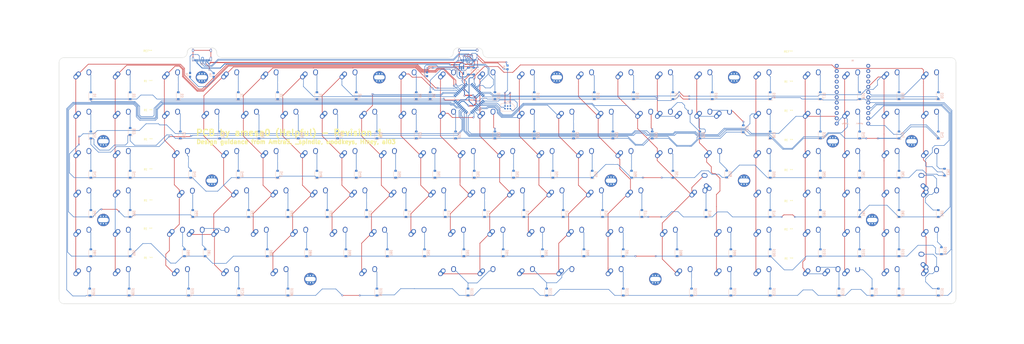
<source format=kicad_pcb>
(kicad_pcb (version 20171130) (host pcbnew "(5.0.0-rc2-dev-733-g23a9fcd91)")
  (layers (0 F.Cu signal) (31 B.Cu signal) (34 B.Paste user) (35 F.Paste user) (36 B.SilkS user) (37 F.SilkS user) (38 B.Mask user) (39 F.Mask user) (44 Edge.Cuts user))
  (net 0 "")
  (net 1 ROW0)
  (net 2 "Net-(D1-Pad2)")
  (net 3 "Net-(D2-Pad2)")
  (net 4 "Net-(D3-Pad2)")
  (net 5 "Net-(D4-Pad2)")
  (net 6 "Net-(D5-Pad2)")
  (net 7 "Net-(D6-Pad2)")
  (net 8 "Net-(D7-Pad2)")
  (net 9 "Net-(D8-Pad2)")
  (net 10 "Net-(D9-Pad2)")
  (net 11 "Net-(D10-Pad2)")
  (net 12 "Net-(D11-Pad2)")
  (net 13 "Net-(D12-Pad2)")
  (net 14 "Net-(D13-Pad2)")
  (net 15 "Net-(D14-Pad2)")
  (net 16 "Net-(D15-Pad2)")
  (net 17 "Net-(D16-Pad2)")
  (net 18 "Net-(D17-Pad2)")
  (net 19 "Net-(D18-Pad2)")
  (net 20 "Net-(D19-Pad2)")
  (net 21 "Net-(D20-Pad2)")
  (net 22 ROW1)
  (net 23 "Net-(D21-Pad2)")
  (net 24 "Net-(D22-Pad2)")
  (net 25 "Net-(D23-Pad2)")
  (net 26 "Net-(D24-Pad2)")
  (net 27 "Net-(D25-Pad2)")
  (net 28 "Net-(D26-Pad2)")
  (net 29 "Net-(D27-Pad2)")
  (net 30 "Net-(D28-Pad2)")
  (net 31 "Net-(D29-Pad2)")
  (net 32 "Net-(D30-Pad2)")
  (net 33 "Net-(D31-Pad2)")
  (net 34 "Net-(D32-Pad2)")
  (net 35 "Net-(D33-Pad2)")
  (net 36 "Net-(D34-Pad2)")
  (net 37 "Net-(D35-Pad2)")
  (net 38 "Net-(D36-Pad2)")
  (net 39 "Net-(D37-Pad2)")
  (net 40 "Net-(D38-Pad2)")
  (net 41 "Net-(D39-Pad2)")
  (net 42 "Net-(D40-Pad2)")
  (net 43 "Net-(D41-Pad2)")
  (net 44 "Net-(D42-Pad2)")
  (net 45 ROW2)
  (net 46 "Net-(D43-Pad2)")
  (net 47 "Net-(D44-Pad2)")
  (net 48 "Net-(D45-Pad2)")
  (net 49 "Net-(D46-Pad2)")
  (net 50 "Net-(D47-Pad2)")
  (net 51 "Net-(D48-Pad2)")
  (net 52 "Net-(D49-Pad2)")
  (net 53 "Net-(D50-Pad2)")
  (net 54 "Net-(D51-Pad2)")
  (net 55 "Net-(D52-Pad2)")
  (net 56 "Net-(D53-Pad2)")
  (net 57 "Net-(D54-Pad2)")
  (net 58 "Net-(D55-Pad2)")
  (net 59 "Net-(D56-Pad2)")
  (net 60 "Net-(D57-Pad2)")
  (net 61 "Net-(D58-Pad2)")
  (net 62 "Net-(D59-Pad2)")
  (net 63 "Net-(D60-Pad2)")
  (net 64 "Net-(D61-Pad2)")
  (net 65 "Net-(D62-Pad2)")
  (net 66 "Net-(D63-Pad2)")
  (net 67 "Net-(D64-Pad2)")
  (net 68 ROW3)
  (net 69 "Net-(D65-Pad2)")
  (net 70 "Net-(D66-Pad2)")
  (net 71 "Net-(D67-Pad2)")
  (net 72 "Net-(D68-Pad2)")
  (net 73 "Net-(D69-Pad2)")
  (net 74 "Net-(D70-Pad2)")
  (net 75 "Net-(D71-Pad2)")
  (net 76 "Net-(D72-Pad2)")
  (net 77 "Net-(D73-Pad2)")
  (net 78 "Net-(D74-Pad2)")
  (net 79 "Net-(D75-Pad2)")
  (net 80 "Net-(D76-Pad2)")
  (net 81 "Net-(D77-Pad2)")
  (net 82 "Net-(D78-Pad2)")
  (net 83 "Net-(D79-Pad2)")
  (net 84 "Net-(D80-Pad2)")
  (net 85 "Net-(D81-Pad2)")
  (net 86 "Net-(D82-Pad2)")
  (net 87 "Net-(D83-Pad2)")
  (net 88 ROW4)
  (net 89 "Net-(D84-Pad2)")
  (net 90 "Net-(D85-Pad2)")
  (net 91 "Net-(D86-Pad2)")
  (net 92 "Net-(D87-Pad2)")
  (net 93 "Net-(D88-Pad2)")
  (net 94 "Net-(D89-Pad2)")
  (net 95 "Net-(D90-Pad2)")
  (net 96 "Net-(D91-Pad2)")
  (net 97 "Net-(D92-Pad2)")
  (net 98 "Net-(D93-Pad2)")
  (net 99 "Net-(D94-Pad2)")
  (net 100 "Net-(D95-Pad2)")
  (net 101 "Net-(D96-Pad2)")
  (net 102 "Net-(D97-Pad2)")
  (net 103 "Net-(D98-Pad2)")
  (net 104 "Net-(D99-Pad2)")
  (net 105 "Net-(D100-Pad2)")
  (net 106 "Net-(D101-Pad2)")
  (net 107 "Net-(D102-Pad2)")
  (net 108 "Net-(D103-Pad2)")
  (net 109 "Net-(D104-Pad2)")
  (net 110 ROW5)
  (net 111 "Net-(D105-Pad2)")
  (net 112 "Net-(D106-Pad2)")
  (net 113 "Net-(D107-Pad2)")
  (net 114 "Net-(D108-Pad2)")
  (net 115 "Net-(D109-Pad2)")
  (net 116 "Net-(D110-Pad2)")
  (net 117 "Net-(D111-Pad2)")
  (net 118 "Net-(D112-Pad2)")
  (net 119 "Net-(D113-Pad2)")
  (net 120 "Net-(D114-Pad2)")
  (net 121 "Net-(D115-Pad2)")
  (net 122 "Net-(D116-Pad2)")
  (net 123 "Net-(D117-Pad2)")
  (net 124 "Net-(D118-Pad2)")
  (net 125 "Net-(D119-Pad2)")
  (net 126 "Net-(J1-PadA6)")
  (net 127 GND)
  (net 128 +5V)
  (net 129 "Net-(J1-PadA7)")
  (net 130 "Net-(J1-PadA8)")
  (net 131 "Net-(J1-PadB5)")
  (net 132 "Net-(J1-PadA5)")
  (net 133 "Net-(J1-PadB8)")
  (net 134 COL0)
  (net 135 COL1)
  (net 136 COL2)
  (net 137 COL3)
  (net 138 COL4)
  (net 139 COL5)
  (net 140 COL6)
  (net 141 COL7)
  (net 142 COL8)
  (net 143 COL9)
  (net 144 COL10)
  (net 145 COL11)
  (net 146 COL12)
  (net 147 COL13)
  (net 148 COL14)
  (net 149 COL15)
  (net 150 COL16)
  (net 151 COL17)
  (net 152 COL18)
  (net 153 COL19)
  (net 154 PDI)
  (net 155 VCC)
  (net 156 "Net-(P1-Pad3)")
  (net 157 "Net-(P1-Pad4)")
  (net 158 RST)
  (net 159 "Net-(U1-Pad4)")
  (net 160 SDA)
  (net 161 SCL)
  (net 162 "Net-(D120-Pad2)")
  (net 163 "Net-(B1-Pad1)")
  (net 164 "Net-(B1-Pad2)")
  (net 165 "Net-(B1-Pad3)")
  (net 166 "Net-(B1-Pad4)")
  (net 167 "Net-(B1-Pad21)")
  (net 168 "Net-(B1-Pad22)")
  (net 169 "Net-(B1-Pad23)")
  (net 170 "Net-(B1-Pad24)")
  (net 171 "Net-(B1-Pad15)")
  (net 172 "Net-(B1-Pad16)")
  (net 173 "Net-(B1-Pad17)")
  (net 174 "Net-(B1-Pad18)")
  (net 175 "Net-(B1-Pad19)")
  (net 176 "Net-(B1-Pad20)")
  (net 177 "Net-(U2-Pad23)")
  (net 178 "Net-(U2-Pad24)")
  (net 179 COL20)
  (net 180 COL21)
  (module Resistor_SMD:R_0603_1608Metric_Pad0.99x1.00mm_HandSolder (layer B.Cu) (at 115.71 86.9325 270)
    (fp_text reference R2 (at 0 1.45 270) (layer B.SilkS) (effects (justify mirror)))
    (fp_text value 5.1k)
    (pad 2 smd rect (at 0.8875 0 270) (size 0.995 1) (layers B.Cu B.Paste B.Mask) (net 127 GND))
    (pad 1 smd rect (at -0.8875 0 270) (size 0.995 1) (layers B.Cu B.Paste B.Mask) (net 132 "Net-(J1-PadA5)"))
  )
  (module Resistor_SMD:R_0603_1608Metric_Pad0.99x1.00mm_HandSolder (layer B.Cu) (at 127.1 86.9925 270)
    (fp_text reference R1 (at 0 1.45 270) (layer B.SilkS) (effects (justify mirror)))
    (fp_text value 5.1k)
    (pad 1 smd rect (at -0.8875 0 270) (size 0.995 1) (layers B.Cu B.Paste B.Mask) (net 131 "Net-(J1-PadB5)"))
    (pad 2 smd rect (at 0.8875 0 270) (size 0.995 1) (layers B.Cu B.Paste B.Mask) (net 127 GND))
  )
  (module Keyplus_conn_usb:USB_TypeC_U31F-24SNA0201 (layer B.Cu) (at 121.44375 72.47125)
    (fp_text reference J1 (at 0 9.1) (layer B.SilkS) (effects (justify mirror)))
    (fp_text value USB_Type_C_2.0_Receptacle)
    (pad B8 smd rect (at -1.75 7.445) (size 0.3 1.15) (layers B.Cu B.Paste B.Mask) (net 133 "Net-(J1-PadB8)"))
    (pad A5 smd rect (at -1.25 7.445) (size 0.3 1.15) (layers B.Cu B.Paste B.Mask) (net 132 "Net-(J1-PadA5)"))
    (pad B7 smd rect (at -0.75 7.445) (size 0.3 1.15) (layers B.Cu B.Paste B.Mask) (net 129 "Net-(J1-PadA7)"))
    (pad B5 smd rect (at 1.75 7.445) (size 0.3 1.15) (layers B.Cu B.Paste B.Mask) (net 131 "Net-(J1-PadB5)"))
    (pad A8 smd rect (at 1.25 7.445) (size 0.3 1.15) (layers B.Cu B.Paste B.Mask) (net 130 "Net-(J1-PadA8)"))
    (pad B6 smd rect (at 0.75 7.445) (size 0.3 1.15) (layers B.Cu B.Paste B.Mask) (net 126 "Net-(J1-PadA6)"))
    (pad A7 smd rect (at 0.25 7.445) (size 0.3 1.15) (layers B.Cu B.Paste B.Mask) (net 129 "Net-(J1-PadA7)"))
    (pad "" np_thru_hole circle (at 2.89 6.28) (size 0.65 0.65) (drill 0.65) (layers *.Cu *.Mask))
    (pad A1 smd rect (at -3.2 7.445) (size 0.6 1.15) (layers B.Cu B.Paste B.Mask) (net 127 GND))
    (pad S1 thru_hole oval (at 4.32 2.6) (size 1 1.6) (drill oval 0.6 1.2) (layers *.Cu *.Mask) (net 127 GND))
    (pad S1 thru_hole oval (at -4.32 2.6) (size 1 1.6) (drill oval 0.6 1.2) (layers *.Cu *.Mask) (net 127 GND))
    (pad S1 thru_hole oval (at 4.32 6.78) (size 1 2.1) (drill oval 0.6 1.7) (layers *.Cu *.Mask) (net 127 GND))
    (pad "" np_thru_hole circle (at -2.89 6.28) (size 0.65 0.65) (drill 0.65) (layers *.Cu *.Mask))
    (pad S1 thru_hole oval (at -4.32 6.78) (size 1 2.1) (drill oval 0.6 1.7) (layers *.Cu *.Mask) (net 127 GND))
    (pad A4 smd rect (at -2.4 7.445) (size 0.6 1.15) (layers B.Cu B.Paste B.Mask) (net 128 +5V))
    (pad B4 smd rect (at 2.4 7.445) (size 0.6 1.15) (layers B.Cu B.Paste B.Mask) (net 128 +5V))
    (pad B1 smd rect (at 3.2 7.445) (size 0.6 1.15) (layers B.Cu B.Paste B.Mask) (net 127 GND))
    (pad A6 smd rect (at -0.25 7.445) (size 0.3 1.15) (layers B.Cu B.Paste B.Mask) (net 126 "Net-(J1-PadA6)"))
  )
  (module ai03_hybrid:MX-1U-NoLED (layer F.Cu) (at 107.15625 90.4875)
    (fp_text reference K3)
    (fp_text value KEYSW)
    (pad 2 thru_hole oval (at 2.5 -4.5 86.0548) (size 2.831378 2.25) (drill 1.47 (offset 0.290689 0)) (layers *.Cu B.Mask) (net 4 "Net-(D3-Pad2)"))
    (pad 2 thru_hole circle (at 2.54 -5.08) (size 2.25 2.25) (drill 1.47) (layers *.Cu B.Mask) (net 4 "Net-(D3-Pad2)"))
    (pad 1 thru_hole oval (at -3.81 -2.54 48.0996) (size 4.211556 2.25) (drill 1.47 (offset 0.980778 0)) (layers *.Cu B.Mask) (net 136 COL2))
    (pad "" np_thru_hole circle (at 0 0) (size 3.9878 3.9878) (drill 3.9878) (layers *.Cu *.Mask))
    (pad 1 thru_hole circle (at -2.5 -4) (size 2.25 2.25) (drill 1.47) (layers *.Cu B.Mask) (net 136 COL2))
    (pad "" np_thru_hole circle (at -5.08 0 48.0996) (size 1.75 1.75) (drill 1.75) (layers *.Cu *.Mask))
    (pad "" np_thru_hole circle (at 5.08 0 48.0996) (size 1.75 1.75) (drill 1.75) (layers *.Cu *.Mask))
  )
  (module Helpful:slot_10mm (layer F.Cu) (at 95.53 175.05)
    (fp_text reference REF** (at 0 0.5) (layer F.SilkS))
    (fp_text value slot_10mm)
    (pad "" np_thru_hole oval (at 0 12.7) (size 1 8) (drill oval 1 8) (layers *.Cu *.Mask))
  )
  (module Helpful:slot_10mm (layer F.Cu) (at 95.43 132.22)
    (fp_text reference REF** (at 0 0.5) (layer F.SilkS))
    (fp_text value slot_10mm)
    (pad "" np_thru_hole oval (at 0 12.7) (size 1 8) (drill oval 1 8) (layers *.Cu *.Mask))
  )
  (module Helpful:slot_10mm (layer F.Cu) (at 95.48 117.67)
    (fp_text reference REF** (at 0 0.5) (layer F.SilkS))
    (fp_text value slot_10mm)
    (pad "" np_thru_hole oval (at 0 12.7) (size 1 8) (drill oval 1 8) (layers *.Cu *.Mask))
  )
  (module Helpful:slot_10mm (layer F.Cu) (at 95.43 147.24)
    (fp_text reference REF** (at 0 0.5) (layer F.SilkS))
    (fp_text value slot_10mm)
    (pad "" np_thru_hole oval (at 0 12.7) (size 1 8) (drill oval 1 8) (layers *.Cu *.Mask))
  )
  (module Helpful:slot_10mm (layer F.Cu) (at 95.27 74.89)
    (fp_text reference REF** (at 0 0.5) (layer F.SilkS))
    (fp_text value slot_10mm)
    (pad "" np_thru_hole oval (at 0 12.7) (size 1 8) (drill oval 1 8) (layers *.Cu *.Mask))
  )
  (module Helpful:slot_10mm (layer F.Cu) (at 95.37 160.91)
    (fp_text reference REF** (at 0 0.5) (layer F.SilkS))
    (fp_text value slot_10mm)
    (pad "" np_thru_hole oval (at 0 12.7) (size 1 8) (drill oval 1 8) (layers *.Cu *.Mask))
  )
  (module Helpful:slot_10mm (layer F.Cu) (at 95.43 103.56)
    (fp_text reference REF** (at 0 0.5) (layer F.SilkS))
    (fp_text value slot_10mm)
    (pad "" np_thru_hole oval (at 0 12.7) (size 1 8) (drill oval 1 8) (layers *.Cu *.Mask))
  )
  (module Helpful:slot_10mm (layer F.Cu) (at 95.43 89.47)
    (fp_text reference REF** (at 0 0.5) (layer F.SilkS))
    (fp_text value slot_10mm)
    (pad "" np_thru_hole oval (at 0 12.7) (size 1 8) (drill oval 1 8) (layers *.Cu *.Mask))
  )
  (module ai03_hybrid:MX-1U-NoLED (layer F.Cu) (at 392.90625 109.5375)
    (fp_text reference K38)
    (fp_text value KEYSW)
    (pad 2 thru_hole oval (at 2.5 -4.5 86.0548) (size 2.831378 2.25) (drill 1.47 (offset 0.290689 0)) (layers *.Cu B.Mask) (net 40 "Net-(D38-Pad2)"))
    (pad 2 thru_hole circle (at 2.54 -5.08) (size 2.25 2.25) (drill 1.47) (layers *.Cu B.Mask) (net 40 "Net-(D38-Pad2)"))
    (pad 1 thru_hole oval (at -3.81 -2.54 48.0996) (size 4.211556 2.25) (drill 1.47 (offset 0.980778 0)) (layers *.Cu B.Mask) (net 151 COL17))
    (pad "" np_thru_hole circle (at 0 0) (size 3.9878 3.9878) (drill 3.9878) (layers *.Cu *.Mask))
    (pad 1 thru_hole circle (at -2.5 -4) (size 2.25 2.25) (drill 1.47) (layers *.Cu B.Mask) (net 151 COL17))
    (pad "" np_thru_hole circle (at -5.08 0 48.0996) (size 1.75 1.75) (drill 1.75) (layers *.Cu *.Mask))
    (pad "" np_thru_hole circle (at 5.08 0 48.0996) (size 1.75 1.75) (drill 1.75) (layers *.Cu *.Mask))
  )
  (module ai03_hybrid:MX-1U-NoLED (layer F.Cu) (at 297.65625 109.5375)
    (fp_text reference K33)
    (fp_text value KEYSW)
    (pad "" np_thru_hole circle (at 5.08 0 48.0996) (size 1.75 1.75) (drill 1.75) (layers *.Cu *.Mask))
    (pad "" np_thru_hole circle (at -5.08 0 48.0996) (size 1.75 1.75) (drill 1.75) (layers *.Cu *.Mask))
    (pad 1 thru_hole circle (at -2.5 -4) (size 2.25 2.25) (drill 1.47) (layers *.Cu B.Mask) (net 146 COL12))
    (pad "" np_thru_hole circle (at 0 0) (size 3.9878 3.9878) (drill 3.9878) (layers *.Cu *.Mask))
    (pad 1 thru_hole oval (at -3.81 -2.54 48.0996) (size 4.211556 2.25) (drill 1.47 (offset 0.980778 0)) (layers *.Cu B.Mask) (net 146 COL12))
    (pad 2 thru_hole circle (at 2.54 -5.08) (size 2.25 2.25) (drill 1.47) (layers *.Cu B.Mask) (net 35 "Net-(D33-Pad2)"))
    (pad 2 thru_hole oval (at 2.5 -4.5 86.0548) (size 2.831378 2.25) (drill 1.47 (offset 0.290689 0)) (layers *.Cu B.Mask) (net 35 "Net-(D33-Pad2)"))
  )
  (module ai03_hybrid:MX-1U-NoLED (layer F.Cu) (at 259.55625 109.5375)
    (fp_text reference K31)
    (fp_text value KEYSW)
    (pad 2 thru_hole oval (at 2.5 -4.5 86.0548) (size 2.831378 2.25) (drill 1.47 (offset 0.290689 0)) (layers *.Cu B.Mask) (net 33 "Net-(D31-Pad2)"))
    (pad 2 thru_hole circle (at 2.54 -5.08) (size 2.25 2.25) (drill 1.47) (layers *.Cu B.Mask) (net 33 "Net-(D31-Pad2)"))
    (pad 1 thru_hole oval (at -3.81 -2.54 48.0996) (size 4.211556 2.25) (drill 1.47 (offset 0.980778 0)) (layers *.Cu B.Mask) (net 144 COL10))
    (pad "" np_thru_hole circle (at 0 0) (size 3.9878 3.9878) (drill 3.9878) (layers *.Cu *.Mask))
    (pad 1 thru_hole circle (at -2.5 -4) (size 2.25 2.25) (drill 1.47) (layers *.Cu B.Mask) (net 144 COL10))
    (pad "" np_thru_hole circle (at -5.08 0 48.0996) (size 1.75 1.75) (drill 1.75) (layers *.Cu *.Mask))
    (pad "" np_thru_hole circle (at 5.08 0 48.0996) (size 1.75 1.75) (drill 1.75) (layers *.Cu *.Mask))
  )
  (module ai03_hybrid:MX-1.5U-NoLED (layer F.Cu) (at 111.91875 128.5875)
    (fp_text reference K47)
    (fp_text value KEYSW)
    (pad 2 thru_hole oval (at 2.5 -4.5 86.0548) (size 2.831378 2.25) (drill 1.47 (offset 0.290689 0)) (layers *.Cu B.Mask) (net 48 "Net-(D45-Pad2)"))
    (pad 2 thru_hole circle (at 2.54 -5.08) (size 2.25 2.25) (drill 1.47) (layers *.Cu B.Mask) (net 48 "Net-(D45-Pad2)"))
    (pad 1 thru_hole oval (at -3.81 -2.54 48.0996) (size 4.211556 2.25) (drill 1.47 (offset 0.980778 0)) (layers *.Cu B.Mask) (net 136 COL2))
    (pad "" np_thru_hole circle (at 0 0) (size 3.9878 3.9878) (drill 3.9878) (layers *.Cu *.Mask))
    (pad 1 thru_hole circle (at -2.5 -4) (size 2.25 2.25) (drill 1.47) (layers *.Cu B.Mask) (net 136 COL2))
    (pad "" np_thru_hole circle (at -5.08 0 48.0996) (size 1.75 1.75) (drill 1.75) (layers *.Cu *.Mask))
    (pad "" np_thru_hole circle (at 5.08 0 48.0996) (size 1.75 1.75) (drill 1.75) (layers *.Cu *.Mask))
  )
  (module Resistor_SMD:R_0603_1608Metric_Pad0.99x1.00mm_HandSolder (layer B.Cu) (at 269.09 83.3025 270)
    (fp_text reference R1 (at 0 1.45 270) (layer B.SilkS) (effects (justify mirror)))
    (fp_text value 5.1k)
    (pad 2 smd rect (at 0.8875 0 270) (size 0.995 1) (layers B.Cu B.Paste B.Mask) (net 127 GND))
    (pad 1 smd rect (at -0.8875 0 270) (size 0.995 1) (layers B.Cu B.Paste B.Mask) (net 131 "Net-(J1-PadB5)"))
  )
  (module Resistor_SMD:R_0603_1608Metric_Pad0.99x1.00mm_HandSolder (layer B.Cu) (at 230.24 86.6425 270)
    (fp_text reference R2 (at 0 1.45 270) (layer B.SilkS) (effects (justify mirror)))
    (fp_text value 5.1k)
    (pad 1 smd rect (at -0.8875 0 270) (size 0.995 1) (layers B.Cu B.Paste B.Mask) (net 132 "Net-(J1-PadA5)"))
    (pad 2 smd rect (at 0.8875 0 270) (size 0.995 1) (layers B.Cu B.Paste B.Mask) (net 127 GND))
  )
  (module ai03_hybrid:MX-1U-NoLED (layer F.Cu) (at 83.34375 147.6375)
    (fp_text reference K68)
    (fp_text value KEYSW)
    (pad 2 thru_hole oval (at 2.5 -4.5 86.0548) (size 2.831378 2.25) (drill 1.47 (offset 0.290689 0)) (layers *.Cu B.Mask) (net 69 "Net-(D65-Pad2)"))
    (pad 2 thru_hole circle (at 2.54 -5.08) (size 2.25 2.25) (drill 1.47) (layers *.Cu B.Mask) (net 69 "Net-(D65-Pad2)"))
    (pad 1 thru_hole oval (at -3.81 -2.54 48.0996) (size 4.211556 2.25) (drill 1.47 (offset 0.980778 0)) (layers *.Cu B.Mask) (net 135 COL1))
    (pad "" np_thru_hole circle (at 0 0) (size 3.9878 3.9878) (drill 3.9878) (layers *.Cu *.Mask))
    (pad 1 thru_hole circle (at -2.5 -4) (size 2.25 2.25) (drill 1.47) (layers *.Cu B.Mask) (net 135 COL1))
    (pad "" np_thru_hole circle (at -5.08 0 48.0996) (size 1.75 1.75) (drill 1.75) (layers *.Cu *.Mask))
    (pad "" np_thru_hole circle (at 5.08 0 48.0996) (size 1.75 1.75) (drill 1.75) (layers *.Cu *.Mask))
  )
  (module Helpful:slot_10mm (layer F.Cu) (at 404.76 75.21)
    (fp_text reference REF** (at 0 0.5) (layer F.SilkS))
    (fp_text value slot_10mm)
    (pad "" np_thru_hole oval (at 0 12.7) (size 1 8) (drill oval 1 8) (layers *.Cu *.Mask))
  )
  (module Helpful:slot_10mm (layer F.Cu) (at 404.92 89.79)
    (fp_text reference REF** (at 0 0.5) (layer F.SilkS))
    (fp_text value slot_10mm)
    (pad "" np_thru_hole oval (at 0 12.7) (size 1 8) (drill oval 1 8) (layers *.Cu *.Mask))
  )
  (module Helpful:slot_10mm (layer F.Cu) (at 404.92 103.88)
    (fp_text reference REF** (at 0 0.5) (layer F.SilkS))
    (fp_text value slot_10mm)
    (pad "" np_thru_hole oval (at 0 12.7) (size 1 8) (drill oval 1 8) (layers *.Cu *.Mask))
  )
  (module Diode_SMD:D_SOD-123 (layer B.Cu) (at 117 154 90)
    (fp_text reference D66 (at 0 2 90) (layer B.SilkS) (effects (justify mirror)))
    (fp_text value D)
    (pad 2 smd rect (at 1.65 0 90) (size 0.9 1.2) (layers B.Cu B.Paste B.Mask) (net 70 "Net-(D66-Pad2)"))
    (pad 1 smd rect (at -1.65 0 90) (size 0.9 1.2) (layers B.Cu B.Paste B.Mask) (net 68 ROW3))
  )
  (module ai03_hybrid:MX-1.75U-NoLED (layer F.Cu) (at 114.3 147.79625)
    (fp_text reference K69)
    (fp_text value KEYSW)
    (pad 2 thru_hole oval (at 2.5 -4.5 86.0548) (size 2.831378 2.25) (drill 1.47 (offset 0.290689 0)) (layers *.Cu B.Mask) (net 70 "Net-(D66-Pad2)"))
    (pad 2 thru_hole circle (at 2.54 -5.08) (size 2.25 2.25) (drill 1.47) (layers *.Cu B.Mask) (net 70 "Net-(D66-Pad2)"))
    (pad 1 thru_hole oval (at -3.81 -2.54 48.0996) (size 4.211556 2.25) (drill 1.47 (offset 0.980778 0)) (layers *.Cu B.Mask) (net 136 COL2))
    (pad "" np_thru_hole circle (at 0 0) (size 3.9878 3.9878) (drill 3.9878) (layers *.Cu *.Mask))
    (pad 1 thru_hole circle (at -2.5 -4) (size 2.25 2.25) (drill 1.47) (layers *.Cu B.Mask) (net 136 COL2))
    (pad "" np_thru_hole circle (at -5.08 0 48.0996) (size 1.75 1.75) (drill 1.75) (layers *.Cu *.Mask))
    (pad "" np_thru_hole circle (at 5.08 0 48.0996) (size 1.75 1.75) (drill 1.75) (layers *.Cu *.Mask))
  )
  (module ai03_hybrid:MX-2.25U-NoLED (layer F.Cu) (at 361.95 147.6375)
    (fp_text reference K81)
    (fp_text value KEYSW)
    (pad "" np_thru_hole circle (at 11.938 8.255) (size 3.9878 3.9878) (drill 3.9878) (layers *.Cu *.Mask))
    (pad "" np_thru_hole circle (at -11.938 8.255) (size 3.9878 3.9878) (drill 3.9878) (layers *.Cu *.Mask))
    (pad "" np_thru_hole circle (at 11.938 -6.985) (size 3.048 3.048) (drill 3.048) (layers *.Cu *.Mask))
    (pad "" np_thru_hole circle (at -11.938 -6.985) (size 3.048 3.048) (drill 3.048) (layers *.Cu *.Mask))
    (pad "" np_thru_hole circle (at 5.08 0 48.0996) (size 1.75 1.75) (drill 1.75) (layers *.Cu *.Mask))
    (pad "" np_thru_hole circle (at -5.08 0 48.0996) (size 1.75 1.75) (drill 1.75) (layers *.Cu *.Mask))
    (pad 1 thru_hole circle (at -2.5 -4) (size 2.25 2.25) (drill 1.47) (layers *.Cu B.Mask) (net 148 COL14))
    (pad "" np_thru_hole circle (at 0 0) (size 3.9878 3.9878) (drill 3.9878) (layers *.Cu *.Mask))
    (pad 1 thru_hole oval (at -3.81 -2.54 48.0996) (size 4.211556 2.25) (drill 1.47 (offset 0.980778 0)) (layers *.Cu B.Mask) (net 148 COL14))
    (pad 2 thru_hole circle (at 2.54 -5.08) (size 2.25 2.25) (drill 1.47) (layers *.Cu B.Mask) (net 82 "Net-(D78-Pad2)"))
    (pad 2 thru_hole oval (at 2.5 -4.5 86.0548) (size 2.831378 2.25) (drill 1.47 (offset 0.290689 0)) (layers *.Cu B.Mask) (net 82 "Net-(D78-Pad2)"))
  )
  (module Diode_SMD:D_SOD-123 (layer B.Cu) (at 329 135 90)
    (fp_text reference D56 (at 0 2 90) (layer B.SilkS) (effects (justify mirror)))
    (fp_text value D)
    (pad 2 smd rect (at 1.65 0 90) (size 0.9 1.2) (layers B.Cu B.Paste B.Mask) (net 59 "Net-(D56-Pad2)"))
    (pad 1 smd rect (at -1.65 0 90) (size 0.9 1.2) (layers B.Cu B.Paste B.Mask) (net 45 ROW2))
  )
  (module Helpful:slot_10mm (layer F.Cu) (at 404.86 161.23)
    (fp_text reference REF** (at 0 0.5) (layer F.SilkS))
    (fp_text value slot_10mm)
    (pad "" np_thru_hole oval (at 0 12.7) (size 1 8) (drill oval 1 8) (layers *.Cu *.Mask))
  )
  (module Diode_SMD:D_SOD-123 (layer B.Cu) (at 250.18 85.12 90)
    (fp_text reference C1 (at 0 2 90) (layer B.SilkS) (effects (justify mirror)))
    (fp_text value 10uf)
    (pad 2 smd rect (at 1.65 0 90) (size 0.9 1.2) (layers B.Cu B.Paste B.Mask) (net 127 GND))
    (pad 1 smd rect (at -1.65 0 90) (size 0.9 1.2) (layers B.Cu B.Paste B.Mask) (net 155 VCC))
  )
  (module Diode_SMD:D_SOD-123 (layer B.Cu) (at 252.82 85.11 90)
    (fp_text reference C2 (at 0 2 90) (layer B.SilkS) (effects (justify mirror)))
    (fp_text value 0.4uf)
    (pad 2 smd rect (at 1.65 0 90) (size 0.9 1.2) (layers B.Cu B.Paste B.Mask) (net 127 GND))
    (pad 1 smd rect (at -1.65 0 90) (size 0.9 1.2) (layers B.Cu B.Paste B.Mask) (net 155 VCC))
  )
  (module Diode_SMD:D_SOD-123 (layer B.Cu) (at 67.7625 97 90)
    (fp_text reference D1 (at 0 2 90) (layer B.SilkS) (effects (justify mirror)))
    (fp_text value D)
    (pad 1 smd rect (at -1.65 0 90) (size 0.9 1.2) (layers B.Cu B.Paste B.Mask) (net 1 ROW0))
    (pad 2 smd rect (at 1.65 0 90) (size 0.9 1.2) (layers B.Cu B.Paste B.Mask) (net 2 "Net-(D1-Pad2)"))
  )
  (module Diode_SMD:D_SOD-123 (layer B.Cu) (at 86.7625 97 90)
    (fp_text reference D2 (at 0 2 90) (layer B.SilkS) (effects (justify mirror)))
    (fp_text value D)
    (pad 2 smd rect (at 1.65 0 90) (size 0.9 1.2) (layers B.Cu B.Paste B.Mask) (net 3 "Net-(D2-Pad2)"))
    (pad 1 smd rect (at -1.65 0 90) (size 0.9 1.2) (layers B.Cu B.Paste B.Mask) (net 1 ROW0))
  )
  (module Diode_SMD:D_SOD-123 (layer B.Cu) (at 110 97 90)
    (fp_text reference D3 (at 0 2 90) (layer B.SilkS) (effects (justify mirror)))
    (fp_text value D)
    (pad 1 smd rect (at -1.65 0 90) (size 0.9 1.2) (layers B.Cu B.Paste B.Mask) (net 1 ROW0))
    (pad 2 smd rect (at 1.65 0 90) (size 0.9 1.2) (layers B.Cu B.Paste B.Mask) (net 4 "Net-(D3-Pad2)"))
  )
  (module Diode_SMD:D_SOD-123 (layer B.Cu) (at 139 97 90)
    (fp_text reference D4 (at 0 2 90) (layer B.SilkS) (effects (justify mirror)))
    (fp_text value D)
    (pad 2 smd rect (at 1.65 0 90) (size 0.9 1.2) (layers B.Cu B.Paste B.Mask) (net 5 "Net-(D4-Pad2)"))
    (pad 1 smd rect (at -1.65 0 90) (size 0.9 1.2) (layers B.Cu B.Paste B.Mask) (net 1 ROW0))
  )
  (module Diode_SMD:D_SOD-123 (layer B.Cu) (at 158 97 90)
    (fp_text reference D5 (at 0 2 90) (layer B.SilkS) (effects (justify mirror)))
    (fp_text value D)
    (pad 1 smd rect (at -1.65 0 90) (size 0.9 1.2) (layers B.Cu B.Paste B.Mask) (net 1 ROW0))
    (pad 2 smd rect (at 1.65 0 90) (size 0.9 1.2) (layers B.Cu B.Paste B.Mask) (net 6 "Net-(D5-Pad2)"))
  )
  (module Diode_SMD:D_SOD-123 (layer B.Cu) (at 177 97 90)
    (fp_text reference D6 (at 0 2 90) (layer B.SilkS) (effects (justify mirror)))
    (fp_text value D)
    (pad 2 smd rect (at 1.65 0 90) (size 0.9 1.2) (layers B.Cu B.Paste B.Mask) (net 7 "Net-(D6-Pad2)"))
    (pad 1 smd rect (at -1.65 0 90) (size 0.9 1.2) (layers B.Cu B.Paste B.Mask) (net 1 ROW0))
  )
  (module Diode_SMD:D_SOD-123 (layer B.Cu) (at 196 97 90)
    (fp_text reference D7 (at 0 2 90) (layer B.SilkS) (effects (justify mirror)))
    (fp_text value D)
    (pad 1 smd rect (at -1.65 0 90) (size 0.9 1.2) (layers B.Cu B.Paste B.Mask) (net 1 ROW0))
    (pad 2 smd rect (at 1.65 0 90) (size 0.9 1.2) (layers B.Cu B.Paste B.Mask) (net 8 "Net-(D7-Pad2)"))
  )
  (module Diode_SMD:D_SOD-123 (layer B.Cu) (at 225 97 90)
    (fp_text reference D8 (at 0 2 90) (layer B.SilkS) (effects (justify mirror)))
    (fp_text value D)
    (pad 2 smd rect (at 1.65 0 90) (size 0.9 1.2) (layers B.Cu B.Paste B.Mask) (net 9 "Net-(D8-Pad2)"))
    (pad 1 smd rect (at -1.65 0 90) (size 0.9 1.2) (layers B.Cu B.Paste B.Mask) (net 1 ROW0))
  )
  (module Diode_SMD:D_SOD-123 (layer B.Cu) (at 231.73 96.97 90)
    (fp_text reference D9 (at 0 2 90) (layer B.SilkS) (effects (justify mirror)))
    (fp_text value D)
    (pad 1 smd rect (at -1.65 0 90) (size 0.9 1.2) (layers B.Cu B.Paste B.Mask) (net 1 ROW0))
    (pad 2 smd rect (at 1.65 0 90) (size 0.9 1.2) (layers B.Cu B.Paste B.Mask) (net 10 "Net-(D9-Pad2)"))
  )
  (module Diode_SMD:D_SOD-123 (layer B.Cu) (at 263 97 90)
    (fp_text reference D10 (at 0 2 90) (layer B.SilkS) (effects (justify mirror)))
    (fp_text value D)
    (pad 1 smd rect (at -1.65 0 90) (size 0.9 1.2) (layers B.Cu B.Paste B.Mask) (net 1 ROW0))
    (pad 2 smd rect (at 1.65 0 90) (size 0.9 1.2) (layers B.Cu B.Paste B.Mask) (net 11 "Net-(D10-Pad2)"))
  )
  (module Diode_SMD:D_SOD-123 (layer B.Cu) (at 282 97 90)
    (fp_text reference D11 (at 0 2 90) (layer B.SilkS) (effects (justify mirror)))
    (fp_text value D)
    (pad 1 smd rect (at -1.65 0 90) (size 0.9 1.2) (layers B.Cu B.Paste B.Mask) (net 1 ROW0))
    (pad 2 smd rect (at 1.65 0 90) (size 0.9 1.2) (layers B.Cu B.Paste B.Mask) (net 12 "Net-(D11-Pad2)"))
  )
  (module Diode_SMD:D_SOD-123 (layer B.Cu) (at 311 97 90)
    (fp_text reference D12 (at 0 2 90) (layer B.SilkS) (effects (justify mirror)))
    (fp_text value D)
    (pad 2 smd rect (at 1.65 0 90) (size 0.9 1.2) (layers B.Cu B.Paste B.Mask) (net 13 "Net-(D12-Pad2)"))
    (pad 1 smd rect (at -1.65 0 90) (size 0.9 1.2) (layers B.Cu B.Paste B.Mask) (net 1 ROW0))
  )
  (module Diode_SMD:D_SOD-123 (layer B.Cu) (at 330 97 90)
    (fp_text reference D13 (at 0 2 90) (layer B.SilkS) (effects (justify mirror)))
    (fp_text value D)
    (pad 1 smd rect (at -1.65 0 90) (size 0.9 1.2) (layers B.Cu B.Paste B.Mask) (net 1 ROW0))
    (pad 2 smd rect (at 1.65 0 90) (size 0.9 1.2) (layers B.Cu B.Paste B.Mask) (net 14 "Net-(D13-Pad2)"))
  )
  (module Diode_SMD:D_SOD-123 (layer B.Cu) (at 349 97 90)
    (fp_text reference D14 (at 0 2 90) (layer B.SilkS) (effects (justify mirror)))
    (fp_text value D)
    (pad 2 smd rect (at 1.65 0 90) (size 0.9 1.2) (layers B.Cu B.Paste B.Mask) (net 15 "Net-(D14-Pad2)"))
    (pad 1 smd rect (at -1.65 0 90) (size 0.9 1.2) (layers B.Cu B.Paste B.Mask) (net 1 ROW0))
  )
  (module Diode_SMD:D_SOD-123 (layer B.Cu) (at 368 97 90)
    (fp_text reference D15 (at 0 2 90) (layer B.SilkS) (effects (justify mirror)))
    (fp_text value D)
    (pad 1 smd rect (at -1.65 0 90) (size 0.9 1.2) (layers B.Cu B.Paste B.Mask) (net 1 ROW0))
    (pad 2 smd rect (at 1.65 0 90) (size 0.9 1.2) (layers B.Cu B.Paste B.Mask) (net 16 "Net-(D15-Pad2)"))
  )
  (module Diode_SMD:D_SOD-123 (layer B.Cu) (at 396 97 90)
    (fp_text reference D16 (at 0 2 90) (layer B.SilkS) (effects (justify mirror)))
    (fp_text value D)
    (pad 2 smd rect (at 1.65 0 90) (size 0.9 1.2) (layers B.Cu B.Paste B.Mask) (net 17 "Net-(D16-Pad2)"))
    (pad 1 smd rect (at -1.65 0 90) (size 0.9 1.2) (layers B.Cu B.Paste B.Mask) (net 1 ROW0))
  )
  (module Diode_SMD:D_SOD-123 (layer B.Cu) (at 420.2375 97 90)
    (fp_text reference D17 (at 0 2 90) (layer B.SilkS) (effects (justify mirror)))
    (fp_text value D)
    (pad 1 smd rect (at -1.65 0 90) (size 0.9 1.2) (layers B.Cu B.Paste B.Mask) (net 1 ROW0))
    (pad 2 smd rect (at 1.65 0 90) (size 0.9 1.2) (layers B.Cu B.Paste B.Mask) (net 18 "Net-(D17-Pad2)"))
  )
  (module Diode_SMD:D_SOD-123 (layer B.Cu) (at 439.2375 97 90)
    (fp_text reference D18 (at 0 2 90) (layer B.SilkS) (effects (justify mirror)))
    (fp_text value D)
    (pad 2 smd rect (at 1.65 0 90) (size 0.9 1.2) (layers B.Cu B.Paste B.Mask) (net 19 "Net-(D18-Pad2)"))
    (pad 1 smd rect (at -1.65 0 90) (size 0.9 1.2) (layers B.Cu B.Paste B.Mask) (net 1 ROW0))
  )
  (module Diode_SMD:D_SOD-123 (layer B.Cu) (at 458.2375 97 90)
    (fp_text reference D19 (at 0 2 90) (layer B.SilkS) (effects (justify mirror)))
    (fp_text value D)
    (pad 1 smd rect (at -1.65 0 90) (size 0.9 1.2) (layers B.Cu B.Paste B.Mask) (net 1 ROW0))
    (pad 2 smd rect (at 1.65 0 90) (size 0.9 1.2) (layers B.Cu B.Paste B.Mask) (net 20 "Net-(D19-Pad2)"))
  )
  (module Diode_SMD:D_SOD-123 (layer B.Cu) (at 477.2375 97 90)
    (fp_text reference D20 (at 0 2 90) (layer B.SilkS) (effects (justify mirror)))
    (fp_text value D)
    (pad 2 smd rect (at 1.65 0 90) (size 0.9 1.2) (layers B.Cu B.Paste B.Mask) (net 21 "Net-(D20-Pad2)"))
    (pad 1 smd rect (at -1.65 0 90) (size 0.9 1.2) (layers B.Cu B.Paste B.Mask) (net 1 ROW0))
  )
  (module Diode_SMD:D_SOD-123 (layer B.Cu) (at 67.7625 116 90)
    (fp_text reference D21 (at 0 2 90) (layer B.SilkS) (effects (justify mirror)))
    (fp_text value D)
    (pad 1 smd rect (at -1.65 0 90) (size 0.9 1.2) (layers B.Cu B.Paste B.Mask) (net 22 ROW1))
    (pad 2 smd rect (at 1.65 0 90) (size 0.9 1.2) (layers B.Cu B.Paste B.Mask) (net 23 "Net-(D21-Pad2)"))
  )
  (module Diode_SMD:D_SOD-123 (layer B.Cu) (at 86.7625 114.3 90)
    (fp_text reference D22 (at 0 2 90) (layer B.SilkS) (effects (justify mirror)))
    (fp_text value D)
    (pad 2 smd rect (at 1.65 0 90) (size 0.9 1.2) (layers B.Cu B.Paste B.Mask) (net 24 "Net-(D22-Pad2)"))
    (pad 1 smd rect (at -1.65 0 90) (size 0.9 1.2) (layers B.Cu B.Paste B.Mask) (net 22 ROW1))
  )
  (module Diode_SMD:D_SOD-123 (layer B.Cu) (at 111 116 90)
    (fp_text reference D23 (at 0 2 90) (layer B.SilkS) (effects (justify mirror)))
    (fp_text value D)
    (pad 1 smd rect (at -1.65 0 90) (size 0.9 1.2) (layers B.Cu B.Paste B.Mask) (net 22 ROW1))
    (pad 2 smd rect (at 1.65 0 90) (size 0.9 1.2) (layers B.Cu B.Paste B.Mask) (net 25 "Net-(D23-Pad2)"))
  )
  (module Diode_SMD:D_SOD-123 (layer B.Cu) (at 130 116 90)
    (fp_text reference D24 (at 0 2 90) (layer B.SilkS) (effects (justify mirror)))
    (fp_text value D)
    (pad 2 smd rect (at 1.65 0 90) (size 0.9 1.2) (layers B.Cu B.Paste B.Mask) (net 26 "Net-(D24-Pad2)"))
    (pad 1 smd rect (at -1.65 0 90) (size 0.9 1.2) (layers B.Cu B.Paste B.Mask) (net 22 ROW1))
  )
  (module Diode_SMD:D_SOD-123 (layer B.Cu) (at 149 116 90)
    (fp_text reference D25 (at 0 2 90) (layer B.SilkS) (effects (justify mirror)))
    (fp_text value D)
    (pad 1 smd rect (at -1.65 0 90) (size 0.9 1.2) (layers B.Cu B.Paste B.Mask) (net 22 ROW1))
    (pad 2 smd rect (at 1.65 0 90) (size 0.9 1.2) (layers B.Cu B.Paste B.Mask) (net 27 "Net-(D25-Pad2)"))
  )
  (module Diode_SMD:D_SOD-123 (layer B.Cu) (at 168 116 90)
    (fp_text reference D26 (at 0 2 90) (layer B.SilkS) (effects (justify mirror)))
    (fp_text value D)
    (pad 2 smd rect (at 1.65 0 90) (size 0.9 1.2) (layers B.Cu B.Paste B.Mask) (net 28 "Net-(D26-Pad2)"))
    (pad 1 smd rect (at -1.65 0 90) (size 0.9 1.2) (layers B.Cu B.Paste B.Mask) (net 22 ROW1))
  )
  (module Diode_SMD:D_SOD-123 (layer B.Cu) (at 187 116 90)
    (fp_text reference D27 (at 0 2 90) (layer B.SilkS) (effects (justify mirror)))
    (fp_text value D)
    (pad 1 smd rect (at -1.65 0 90) (size 0.9 1.2) (layers B.Cu B.Paste B.Mask) (net 22 ROW1))
    (pad 2 smd rect (at 1.65 0 90) (size 0.9 1.2) (layers B.Cu B.Paste B.Mask) (net 29 "Net-(D27-Pad2)"))
  )
  (module Diode_SMD:D_SOD-123 (layer B.Cu) (at 206 116 90)
    (fp_text reference D28 (at 0 2 90) (layer B.SilkS) (effects (justify mirror)))
    (fp_text value D)
    (pad 2 smd rect (at 1.65 0 90) (size 0.9 1.2) (layers B.Cu B.Paste B.Mask) (net 30 "Net-(D28-Pad2)"))
    (pad 1 smd rect (at -1.65 0 90) (size 0.9 1.2) (layers B.Cu B.Paste B.Mask) (net 22 ROW1))
  )
  (module Diode_SMD:D_SOD-123 (layer B.Cu) (at 225 116 90)
    (fp_text reference D29 (at 0 2 90) (layer B.SilkS) (effects (justify mirror)))
    (fp_text value D)
    (pad 1 smd rect (at -1.65 0 90) (size 0.9 1.2) (layers B.Cu B.Paste B.Mask) (net 22 ROW1))
    (pad 2 smd rect (at 1.65 0 90) (size 0.9 1.2) (layers B.Cu B.Paste B.Mask) (net 31 "Net-(D29-Pad2)"))
  )
  (module Diode_SMD:D_SOD-123 (layer B.Cu) (at 244 116 90)
    (fp_text reference D30 (at 0 2 90) (layer B.SilkS) (effects (justify mirror)))
    (fp_text value D)
    (pad 2 smd rect (at 1.65 0 90) (size 0.9 1.2) (layers B.Cu B.Paste B.Mask) (net 32 "Net-(D30-Pad2)"))
    (pad 1 smd rect (at -1.65 0 90) (size 0.9 1.2) (layers B.Cu B.Paste B.Mask) (net 22 ROW1))
  )
  (module Diode_SMD:D_SOD-123 (layer B.Cu) (at 263 116 90)
    (fp_text reference D31 (at 0 2 90) (layer B.SilkS) (effects (justify mirror)))
    (fp_text value D)
    (pad 2 smd rect (at 1.65 0 90) (size 0.9 1.2) (layers B.Cu B.Paste B.Mask) (net 33 "Net-(D31-Pad2)"))
    (pad 1 smd rect (at -1.65 0 90) (size 0.9 1.2) (layers B.Cu B.Paste B.Mask) (net 22 ROW1))
  )
  (module Diode_SMD:D_SOD-123 (layer B.Cu) (at 282 116 90)
    (fp_text reference D32 (at 0 2 90) (layer B.SilkS) (effects (justify mirror)))
    (fp_text value D)
    (pad 2 smd rect (at 1.65 0 90) (size 0.9 1.2) (layers B.Cu B.Paste B.Mask) (net 34 "Net-(D32-Pad2)"))
    (pad 1 smd rect (at -1.65 0 90) (size 0.9 1.2) (layers B.Cu B.Paste B.Mask) (net 22 ROW1))
  )
  (module Diode_SMD:D_SOD-123 (layer B.Cu) (at 301 116 90)
    (fp_text reference D33 (at 0 2 90) (layer B.SilkS) (effects (justify mirror)))
    (fp_text value D)
    (pad 1 smd rect (at -1.65 0 90) (size 0.9 1.2) (layers B.Cu B.Paste B.Mask) (net 22 ROW1))
    (pad 2 smd rect (at 1.65 0 90) (size 0.9 1.2) (layers B.Cu B.Paste B.Mask) (net 35 "Net-(D33-Pad2)"))
  )
  (module Diode_SMD:D_SOD-123 (layer B.Cu) (at 320 116 90)
    (fp_text reference D34 (at 0 2 90) (layer B.SilkS) (effects (justify mirror)))
    (fp_text value D)
    (pad 2 smd rect (at 1.65 0 90) (size 0.9 1.2) (layers B.Cu B.Paste B.Mask) (net 36 "Net-(D34-Pad2)"))
    (pad 1 smd rect (at -1.65 0 90) (size 0.9 1.2) (layers B.Cu B.Paste B.Mask) (net 22 ROW1))
  )
  (module Diode_SMD:D_SOD-123 (layer B.Cu) (at 339 116 90)
    (fp_text reference D35 (at 0 2 90) (layer B.SilkS) (effects (justify mirror)))
    (fp_text value D)
    (pad 1 smd rect (at -1.65 0 90) (size 0.9 1.2) (layers B.Cu B.Paste B.Mask) (net 22 ROW1))
    (pad 2 smd rect (at 1.65 0 90) (size 0.9 1.2) (layers B.Cu B.Paste B.Mask) (net 37 "Net-(D35-Pad2)"))
  )
  (module Diode_SMD:D_SOD-123 (layer B.Cu) (at 362 116 90)
    (fp_text reference D36 (at 0 2 90) (layer B.SilkS) (effects (justify mirror)))
    (fp_text value D)
    (pad 2 smd rect (at 1.65 0 90) (size 0.9 1.2) (layers B.Cu B.Paste B.Mask) (net 38 "Net-(D36-Pad2)"))
    (pad 1 smd rect (at -1.65 0 90) (size 0.9 1.2) (layers B.Cu B.Paste B.Mask) (net 22 ROW1))
  )
  (module Diode_SMD:D_SOD-123 (layer B.Cu) (at 383 113 90)
    (fp_text reference D37 (at 0 2 90) (layer B.SilkS) (effects (justify mirror)))
    (fp_text value D)
    (pad 1 smd rect (at -1.65 0 90) (size 0.9 1.2) (layers B.Cu B.Paste B.Mask) (net 22 ROW1))
    (pad 2 smd rect (at 1.65 0 90) (size 0.9 1.2) (layers B.Cu B.Paste B.Mask) (net 39 "Net-(D37-Pad2)"))
  )
  (module Diode_SMD:D_SOD-123 (layer B.Cu) (at 396 116 90)
    (fp_text reference D38 (at 0 2 90) (layer B.SilkS) (effects (justify mirror)))
    (fp_text value D)
    (pad 2 smd rect (at 1.65 0 90) (size 0.9 1.2) (layers B.Cu B.Paste B.Mask) (net 40 "Net-(D38-Pad2)"))
    (pad 1 smd rect (at -1.65 0 90) (size 0.9 1.2) (layers B.Cu B.Paste B.Mask) (net 22 ROW1))
  )
  (module Diode_SMD:D_SOD-123 (layer B.Cu) (at 420.2375 116 90)
    (fp_text reference D39 (at 0 2 90) (layer B.SilkS) (effects (justify mirror)))
    (fp_text value D)
    (pad 1 smd rect (at -1.65 0 90) (size 0.9 1.2) (layers B.Cu B.Paste B.Mask) (net 22 ROW1))
    (pad 2 smd rect (at 1.65 0 90) (size 0.9 1.2) (layers B.Cu B.Paste B.Mask) (net 41 "Net-(D39-Pad2)"))
  )
  (module Diode_SMD:D_SOD-123 (layer B.Cu) (at 439.2375 116 90)
    (fp_text reference D40 (at 0 2 90) (layer B.SilkS) (effects (justify mirror)))
    (fp_text value D)
    (pad 2 smd rect (at 1.65 0 90) (size 0.9 1.2) (layers B.Cu B.Paste B.Mask) (net 42 "Net-(D40-Pad2)"))
    (pad 1 smd rect (at -1.65 0 90) (size 0.9 1.2) (layers B.Cu B.Paste B.Mask) (net 22 ROW1))
  )
  (module Diode_SMD:D_SOD-123 (layer B.Cu) (at 458.2375 116 90)
    (fp_text reference D41 (at 0 2 90) (layer B.SilkS) (effects (justify mirror)))
    (fp_text value D)
    (pad 2 smd rect (at 1.65 0 90) (size 0.9 1.2) (layers B.Cu B.Paste B.Mask) (net 43 "Net-(D41-Pad2)"))
    (pad 1 smd rect (at -1.65 0 90) (size 0.9 1.2) (layers B.Cu B.Paste B.Mask) (net 22 ROW1))
  )
  (module Diode_SMD:D_SOD-123 (layer B.Cu) (at 477.2375 116 90)
    (fp_text reference D42 (at 0 2 90) (layer B.SilkS) (effects (justify mirror)))
    (fp_text value D)
    (pad 2 smd rect (at 1.65 0 90) (size 0.9 1.2) (layers B.Cu B.Paste B.Mask) (net 44 "Net-(D42-Pad2)"))
    (pad 1 smd rect (at -1.65 0 90) (size 0.9 1.2) (layers B.Cu B.Paste B.Mask) (net 22 ROW1))
  )
  (module Diode_SMD:D_SOD-123 (layer B.Cu) (at 67.7625 135 90)
    (fp_text reference D43 (at 0 2 90) (layer B.SilkS) (effects (justify mirror)))
    (fp_text value D)
    (pad 1 smd rect (at -1.65 0 90) (size 0.9 1.2) (layers B.Cu B.Paste B.Mask) (net 45 ROW2))
    (pad 2 smd rect (at 1.65 0 90) (size 0.9 1.2) (layers B.Cu B.Paste B.Mask) (net 46 "Net-(D43-Pad2)"))
  )
  (module Diode_SMD:D_SOD-123 (layer B.Cu) (at 86.7625 135 90)
    (fp_text reference D44 (at 0 2 90) (layer B.SilkS) (effects (justify mirror)))
    (fp_text value D)
    (pad 2 smd rect (at 1.65 0 90) (size 0.9 1.2) (layers B.Cu B.Paste B.Mask) (net 47 "Net-(D44-Pad2)"))
    (pad 1 smd rect (at -1.65 0 90) (size 0.9 1.2) (layers B.Cu B.Paste B.Mask) (net 45 ROW2))
  )
  (module Diode_SMD:D_SOD-123 (layer B.Cu) (at 116 135 90)
    (fp_text reference D45 (at 0 2 90) (layer B.SilkS) (effects (justify mirror)))
    (fp_text value D)
    (pad 1 smd rect (at -1.65 0 90) (size 0.9 1.2) (layers B.Cu B.Paste B.Mask) (net 45 ROW2))
    (pad 2 smd rect (at 1.65 0 90) (size 0.9 1.2) (layers B.Cu B.Paste B.Mask) (net 48 "Net-(D45-Pad2)"))
  )
  (module Diode_SMD:D_SOD-123 (layer B.Cu) (at 139 135 90)
    (fp_text reference D46 (at 0 2 90) (layer B.SilkS) (effects (justify mirror)))
    (fp_text value D)
    (pad 2 smd rect (at 1.65 0 90) (size 0.9 1.2) (layers B.Cu B.Paste B.Mask) (net 49 "Net-(D46-Pad2)"))
    (pad 1 smd rect (at -1.65 0 90) (size 0.9 1.2) (layers B.Cu B.Paste B.Mask) (net 45 ROW2))
  )
  (module Diode_SMD:D_SOD-123 (layer B.Cu) (at 158 135 90)
    (fp_text reference D47 (at 0 2 90) (layer B.SilkS) (effects (justify mirror)))
    (fp_text value D)
    (pad 1 smd rect (at -1.65 0 90) (size 0.9 1.2) (layers B.Cu B.Paste B.Mask) (net 45 ROW2))
    (pad 2 smd rect (at 1.65 0 90) (size 0.9 1.2) (layers B.Cu B.Paste B.Mask) (net 50 "Net-(D47-Pad2)"))
  )
  (module Diode_SMD:D_SOD-123 (layer B.Cu) (at 177 135 90)
    (fp_text reference D48 (at 0 2 90) (layer B.SilkS) (effects (justify mirror)))
    (fp_text value D)
    (pad 2 smd rect (at 1.65 0 90) (size 0.9 1.2) (layers B.Cu B.Paste B.Mask) (net 51 "Net-(D48-Pad2)"))
    (pad 1 smd rect (at -1.65 0 90) (size 0.9 1.2) (layers B.Cu B.Paste B.Mask) (net 45 ROW2))
  )
  (module Diode_SMD:D_SOD-123 (layer B.Cu) (at 196 135 90)
    (fp_text reference D49 (at 0 2 90) (layer B.SilkS) (effects (justify mirror)))
    (fp_text value D)
    (pad 1 smd rect (at -1.65 0 90) (size 0.9 1.2) (layers B.Cu B.Paste B.Mask) (net 45 ROW2))
    (pad 2 smd rect (at 1.65 0 90) (size 0.9 1.2) (layers B.Cu B.Paste B.Mask) (net 52 "Net-(D49-Pad2)"))
  )
  (module Diode_SMD:D_SOD-123 (layer B.Cu) (at 215 135 90)
    (fp_text reference D50 (at 0 2 90) (layer B.SilkS) (effects (justify mirror)))
    (fp_text value D)
    (pad 2 smd rect (at 1.65 0 90) (size 0.9 1.2) (layers B.Cu B.Paste B.Mask) (net 53 "Net-(D50-Pad2)"))
    (pad 1 smd rect (at -1.65 0 90) (size 0.9 1.2) (layers B.Cu B.Paste B.Mask) (net 45 ROW2))
  )
  (module Diode_SMD:D_SOD-123 (layer B.Cu) (at 234 135 90)
    (fp_text reference D51 (at 0 2 90) (layer B.SilkS) (effects (justify mirror)))
    (fp_text value D)
    (pad 1 smd rect (at -1.65 0 90) (size 0.9 1.2) (layers B.Cu B.Paste B.Mask) (net 45 ROW2))
    (pad 2 smd rect (at 1.65 0 90) (size 0.9 1.2) (layers B.Cu B.Paste B.Mask) (net 54 "Net-(D51-Pad2)"))
  )
  (module Diode_SMD:D_SOD-123 (layer B.Cu) (at 253 135 90)
    (fp_text reference D52 (at 0 2 90) (layer B.SilkS) (effects (justify mirror)))
    (fp_text value D)
    (pad 2 smd rect (at 1.65 0 90) (size 0.9 1.2) (layers B.Cu B.Paste B.Mask) (net 55 "Net-(D52-Pad2)"))
    (pad 1 smd rect (at -1.65 0 90) (size 0.9 1.2) (layers B.Cu B.Paste B.Mask) (net 45 ROW2))
  )
  (module Diode_SMD:D_SOD-123 (layer B.Cu) (at 272 135 90)
    (fp_text reference D53 (at 0 2 90) (layer B.SilkS) (effects (justify mirror)))
    (fp_text value D)
    (pad 1 smd rect (at -1.65 0 90) (size 0.9 1.2) (layers B.Cu B.Paste B.Mask) (net 45 ROW2))
    (pad 2 smd rect (at 1.65 0 90) (size 0.9 1.2) (layers B.Cu B.Paste B.Mask) (net 56 "Net-(D53-Pad2)"))
  )
  (module Diode_SMD:D_SOD-123 (layer B.Cu) (at 291 135 90)
    (fp_text reference D54 (at 0 2 90) (layer B.SilkS) (effects (justify mirror)))
    (fp_text value D)
    (pad 2 smd rect (at 1.65 0 90) (size 0.9 1.2) (layers B.Cu B.Paste B.Mask) (net 57 "Net-(D54-Pad2)"))
    (pad 1 smd rect (at -1.65 0 90) (size 0.9 1.2) (layers B.Cu B.Paste B.Mask) (net 45 ROW2))
  )
  (module Diode_SMD:D_SOD-123 (layer B.Cu) (at 310 135 90)
    (fp_text reference D55 (at 0 2 90) (layer B.SilkS) (effects (justify mirror)))
    (fp_text value D)
    (pad 1 smd rect (at -1.65 0 90) (size 0.9 1.2) (layers B.Cu B.Paste B.Mask) (net 45 ROW2))
    (pad 2 smd rect (at 1.65 0 90) (size 0.9 1.2) (layers B.Cu B.Paste B.Mask) (net 58 "Net-(D55-Pad2)"))
  )
  (module Diode_SMD:D_SOD-123 (layer B.Cu) (at 349 135 90)
    (fp_text reference D57 (at 0 2 90) (layer B.SilkS) (effects (justify mirror)))
    (fp_text value D)
    (pad 1 smd rect (at -1.65 0 90) (size 0.9 1.2) (layers B.Cu B.Paste B.Mask) (net 45 ROW2))
    (pad 2 smd rect (at 1.65 0 90) (size 0.9 1.2) (layers B.Cu B.Paste B.Mask) (net 60 "Net-(D57-Pad2)"))
  )
  (module Diode_SMD:D_SOD-123 (layer B.Cu) (at 374.97 134.91 90)
    (fp_text reference D58 (at 0 2 90) (layer B.SilkS) (effects (justify mirror)))
    (fp_text value D)
    (pad 2 smd rect (at 1.65 0 90) (size 0.9 1.2) (layers B.Cu B.Paste B.Mask) (net 61 "Net-(D58-Pad2)"))
    (pad 1 smd rect (at -1.65 0 90) (size 0.9 1.2) (layers B.Cu B.Paste B.Mask) (net 45 ROW2))
  )
  (module Diode_SMD:D_SOD-123 (layer B.Cu) (at 396 135 90)
    (fp_text reference D59 (at 0 2 90) (layer B.SilkS) (effects (justify mirror)))
    (fp_text value D)
    (pad 1 smd rect (at -1.65 0 90) (size 0.9 1.2) (layers B.Cu B.Paste B.Mask) (net 45 ROW2))
    (pad 2 smd rect (at 1.65 0 90) (size 0.9 1.2) (layers B.Cu B.Paste B.Mask) (net 62 "Net-(D59-Pad2)"))
  )
  (module Diode_SMD:D_SOD-123 (layer B.Cu) (at 420.2375 135 90)
    (fp_text reference D60 (at 0 2 90) (layer B.SilkS) (effects (justify mirror)))
    (fp_text value D)
    (pad 2 smd rect (at 1.65 0 90) (size 0.9 1.2) (layers B.Cu B.Paste B.Mask) (net 63 "Net-(D60-Pad2)"))
    (pad 1 smd rect (at -1.65 0 90) (size 0.9 1.2) (layers B.Cu B.Paste B.Mask) (net 45 ROW2))
  )
  (module Diode_SMD:D_SOD-123 (layer B.Cu) (at 439.2375 135 90)
    (fp_text reference D61 (at 0 2 90) (layer B.SilkS) (effects (justify mirror)))
    (fp_text value D)
    (pad 1 smd rect (at -1.65 0 90) (size 0.9 1.2) (layers B.Cu B.Paste B.Mask) (net 45 ROW2))
    (pad 2 smd rect (at 1.65 0 90) (size 0.9 1.2) (layers B.Cu B.Paste B.Mask) (net 64 "Net-(D61-Pad2)"))
  )
  (module Diode_SMD:D_SOD-123 (layer B.Cu) (at 458.2375 135 90)
    (fp_text reference D62 (at 0 2 90) (layer B.SilkS) (effects (justify mirror)))
    (fp_text value D)
    (pad 2 smd rect (at 1.65 0 90) (size 0.9 1.2) (layers B.Cu B.Paste B.Mask) (net 65 "Net-(D62-Pad2)"))
    (pad 1 smd rect (at -1.65 0 90) (size 0.9 1.2) (layers B.Cu B.Paste B.Mask) (net 45 ROW2))
  )
  (module Diode_SMD:D_SOD-123 (layer B.Cu) (at 480.2375 134 90)
    (fp_text reference D63 (at 0 2 90) (layer B.SilkS) (effects (justify mirror)))
    (fp_text value D)
    (pad 1 smd rect (at -1.65 0 90) (size 0.9 1.2) (layers B.Cu B.Paste B.Mask) (net 45 ROW2))
    (pad 2 smd rect (at 1.65 0 90) (size 0.9 1.2) (layers B.Cu B.Paste B.Mask) (net 66 "Net-(D63-Pad2)"))
  )
  (module Diode_SMD:D_SOD-123 (layer B.Cu) (at 67.7625 154 90)
    (fp_text reference D64 (at 0 2 90) (layer B.SilkS) (effects (justify mirror)))
    (fp_text value D)
    (pad 2 smd rect (at 1.65 0 90) (size 0.9 1.2) (layers B.Cu B.Paste B.Mask) (net 67 "Net-(D64-Pad2)"))
    (pad 1 smd rect (at -1.65 0 90) (size 0.9 1.2) (layers B.Cu B.Paste B.Mask) (net 68 ROW3))
  )
  (module Diode_SMD:D_SOD-123 (layer B.Cu) (at 86.7625 154 90)
    (fp_text reference D65 (at 0 2 90) (layer B.SilkS) (effects (justify mirror)))
    (fp_text value D)
    (pad 1 smd rect (at -1.65 0 90) (size 0.9 1.2) (layers B.Cu B.Paste B.Mask) (net 68 ROW3))
    (pad 2 smd rect (at 1.65 0 90) (size 0.9 1.2) (layers B.Cu B.Paste B.Mask) (net 69 "Net-(D65-Pad2)"))
  )
  (module Diode_SMD:D_SOD-123 (layer B.Cu) (at 144 154 90)
    (fp_text reference D67 (at 0 2 90) (layer B.SilkS) (effects (justify mirror)))
    (fp_text value D)
    (pad 1 smd rect (at -1.65 0 90) (size 0.9 1.2) (layers B.Cu B.Paste B.Mask) (net 68 ROW3))
    (pad 2 smd rect (at 1.65 0 90) (size 0.9 1.2) (layers B.Cu B.Paste B.Mask) (net 71 "Net-(D67-Pad2)"))
  )
  (module Diode_SMD:D_SOD-123 (layer B.Cu) (at 163 154 90)
    (fp_text reference D68 (at 0 2 90) (layer B.SilkS) (effects (justify mirror)))
    (fp_text value D)
    (pad 2 smd rect (at 1.65 0 90) (size 0.9 1.2) (layers B.Cu B.Paste B.Mask) (net 72 "Net-(D68-Pad2)"))
    (pad 1 smd rect (at -1.65 0 90) (size 0.9 1.2) (layers B.Cu B.Paste B.Mask) (net 68 ROW3))
  )
  (module Diode_SMD:D_SOD-123 (layer B.Cu) (at 182 154 90)
    (fp_text reference D69 (at 0 2 90) (layer B.SilkS) (effects (justify mirror)))
    (fp_text value D)
    (pad 1 smd rect (at -1.65 0 90) (size 0.9 1.2) (layers B.Cu B.Paste B.Mask) (net 68 ROW3))
    (pad 2 smd rect (at 1.65 0 90) (size 0.9 1.2) (layers B.Cu B.Paste B.Mask) (net 73 "Net-(D69-Pad2)"))
  )
  (module Diode_SMD:D_SOD-123 (layer B.Cu) (at 201 154 90)
    (fp_text reference D70 (at 0 2 90) (layer B.SilkS) (effects (justify mirror)))
    (fp_text value D)
    (pad 2 smd rect (at 1.65 0 90) (size 0.9 1.2) (layers B.Cu B.Paste B.Mask) (net 74 "Net-(D70-Pad2)"))
    (pad 1 smd rect (at -1.65 0 90) (size 0.9 1.2) (layers B.Cu B.Paste B.Mask) (net 68 ROW3))
  )
  (module Diode_SMD:D_SOD-123 (layer B.Cu) (at 220 154 90)
    (fp_text reference D71 (at 0 2 90) (layer B.SilkS) (effects (justify mirror)))
    (fp_text value D)
    (pad 1 smd rect (at -1.65 0 90) (size 0.9 1.2) (layers B.Cu B.Paste B.Mask) (net 68 ROW3))
    (pad 2 smd rect (at 1.65 0 90) (size 0.9 1.2) (layers B.Cu B.Paste B.Mask) (net 75 "Net-(D71-Pad2)"))
  )
  (module Diode_SMD:D_SOD-123 (layer B.Cu) (at 239 154 90)
    (fp_text reference D72 (at 0 2 90) (layer B.SilkS) (effects (justify mirror)))
    (fp_text value D)
    (pad 2 smd rect (at 1.65 0 90) (size 0.9 1.2) (layers B.Cu B.Paste B.Mask) (net 76 "Net-(D72-Pad2)"))
    (pad 1 smd rect (at -1.65 0 90) (size 0.9 1.2) (layers B.Cu B.Paste B.Mask) (net 68 ROW3))
  )
  (module Diode_SMD:D_SOD-123 (layer B.Cu) (at 258 154 90)
    (fp_text reference D73 (at 0 2 90) (layer B.SilkS) (effects (justify mirror)))
    (fp_text value D)
    (pad 1 smd rect (at -1.65 0 90) (size 0.9 1.2) (layers B.Cu B.Paste B.Mask) (net 68 ROW3))
    (pad 2 smd rect (at 1.65 0 90) (size 0.9 1.2) (layers B.Cu B.Paste B.Mask) (net 77 "Net-(D73-Pad2)"))
  )
  (module Diode_SMD:D_SOD-123 (layer B.Cu) (at 277 154 90)
    (fp_text reference D74 (at 0 2 90) (layer B.SilkS) (effects (justify mirror)))
    (fp_text value D)
    (pad 1 smd rect (at -1.65 0 90) (size 0.9 1.2) (layers B.Cu B.Paste B.Mask) (net 68 ROW3))
    (pad 2 smd rect (at 1.65 0 90) (size 0.9 1.2) (layers B.Cu B.Paste B.Mask) (net 78 "Net-(D74-Pad2)"))
  )
  (module Diode_SMD:D_SOD-123 (layer B.Cu) (at 296 154 90)
    (fp_text reference D75 (at 0 2 90) (layer B.SilkS) (effects (justify mirror)))
    (fp_text value D)
    (pad 1 smd rect (at -1.65 0 90) (size 0.9 1.2) (layers B.Cu B.Paste B.Mask) (net 68 ROW3))
    (pad 2 smd rect (at 1.65 0 90) (size 0.9 1.2) (layers B.Cu B.Paste B.Mask) (net 79 "Net-(D75-Pad2)"))
  )
  (module Diode_SMD:D_SOD-123 (layer B.Cu) (at 315 154 90)
    (fp_text reference D76 (at 0 2 90) (layer B.SilkS) (effects (justify mirror)))
    (fp_text value D)
    (pad 2 smd rect (at 1.65 0 90) (size 0.9 1.2) (layers B.Cu B.Paste B.Mask) (net 80 "Net-(D76-Pad2)"))
    (pad 1 smd rect (at -1.65 0 90) (size 0.9 1.2) (layers B.Cu B.Paste B.Mask) (net 68 ROW3))
  )
  (module Diode_SMD:D_SOD-123 (layer B.Cu) (at 334 154 90)
    (fp_text reference D77 (at 0 2 90) (layer B.SilkS) (effects (justify mirror)))
    (fp_text value D)
    (pad 1 smd rect (at -1.65 0 90) (size 0.9 1.2) (layers B.Cu B.Paste B.Mask) (net 68 ROW3))
    (pad 2 smd rect (at 1.65 0 90) (size 0.9 1.2) (layers B.Cu B.Paste B.Mask) (net 81 "Net-(D77-Pad2)"))
  )
  (module Diode_SMD:D_SOD-123 (layer B.Cu) (at 365 154 90)
    (fp_text reference D78 (at 0 2 90) (layer B.SilkS) (effects (justify mirror)))
    (fp_text value D)
    (pad 2 smd rect (at 1.65 0 90) (size 0.9 1.2) (layers B.Cu B.Paste B.Mask) (net 82 "Net-(D78-Pad2)"))
    (pad 1 smd rect (at -1.65 0 90) (size 0.9 1.2) (layers B.Cu B.Paste B.Mask) (net 68 ROW3))
  )
  (module Diode_SMD:D_SOD-123 (layer B.Cu) (at 396 154 90)
    (fp_text reference D79 (at 0 2 90) (layer B.SilkS) (effects (justify mirror)))
    (fp_text value D)
    (pad 1 smd rect (at -1.65 0 90) (size 0.9 1.2) (layers B.Cu B.Paste B.Mask) (net 68 ROW3))
    (pad 2 smd rect (at 1.65 0 90) (size 0.9 1.2) (layers B.Cu B.Paste B.Mask) (net 83 "Net-(D79-Pad2)"))
  )
  (module Diode_SMD:D_SOD-123 (layer B.Cu) (at 420.2375 154 90)
    (fp_text reference D80 (at 0 2 90) (layer B.SilkS) (effects (justify mirror)))
    (fp_text value D)
    (pad 2 smd rect (at 1.65 0 90) (size 0.9 1.2) (layers B.Cu B.Paste B.Mask) (net 84 "Net-(D80-Pad2)"))
    (pad 1 smd rect (at -1.65 0 90) (size 0.9 1.2) (layers B.Cu B.Paste B.Mask) (net 68 ROW3))
  )
  (module Diode_SMD:D_SOD-123 (layer B.Cu) (at 439.2375 154 90)
    (fp_text reference D81 (at 0 2 90) (layer B.SilkS) (effects (justify mirror)))
    (fp_text value D)
    (pad 1 smd rect (at -1.65 0 90) (size 0.9 1.2) (layers B.Cu B.Paste B.Mask) (net 68 ROW3))
    (pad 2 smd rect (at 1.65 0 90) (size 0.9 1.2) (layers B.Cu B.Paste B.Mask) (net 85 "Net-(D81-Pad2)"))
  )
  (module Diode_SMD:D_SOD-123 (layer B.Cu) (at 458.2375 154 90)
    (fp_text reference D82 (at 0 2 90) (layer B.SilkS) (effects (justify mirror)))
    (fp_text value D)
    (pad 2 smd rect (at 1.65 0 90) (size 0.9 1.2) (layers B.Cu B.Paste B.Mask) (net 86 "Net-(D82-Pad2)"))
    (pad 1 smd rect (at -1.65 0 90) (size 0.9 1.2) (layers B.Cu B.Paste B.Mask) (net 68 ROW3))
  )
  (module Diode_SMD:D_SOD-123 (layer B.Cu) (at 477.2375 154 90)
    (fp_text reference D83 (at 0 2 90) (layer B.SilkS) (effects (justify mirror)))
    (fp_text value D)
    (pad 1 smd rect (at -1.65 0 90) (size 0.9 1.2) (layers B.Cu B.Paste B.Mask) (net 68 ROW3))
    (pad 2 smd rect (at 1.65 0 90) (size 0.9 1.2) (layers B.Cu B.Paste B.Mask) (net 87 "Net-(D83-Pad2)"))
  )
  (module Diode_SMD:D_SOD-123 (layer B.Cu) (at 67.7625 173 90)
    (fp_text reference D84 (at 0 2 90) (layer B.SilkS) (effects (justify mirror)))
    (fp_text value D)
    (pad 1 smd rect (at -1.65 0 90) (size 0.9 1.2) (layers B.Cu B.Paste B.Mask) (net 88 ROW4))
    (pad 2 smd rect (at 1.65 0 90) (size 0.9 1.2) (layers B.Cu B.Paste B.Mask) (net 89 "Net-(D84-Pad2)"))
  )
  (module Diode_SMD:D_SOD-123 (layer B.Cu) (at 86.7625 173 90)
    (fp_text reference D85 (at 0 2 90) (layer B.SilkS) (effects (justify mirror)))
    (fp_text value D)
    (pad 1 smd rect (at -1.65 0 90) (size 0.9 1.2) (layers B.Cu B.Paste B.Mask) (net 88 ROW4))
    (pad 2 smd rect (at 1.65 0 90) (size 0.9 1.2) (layers B.Cu B.Paste B.Mask) (net 90 "Net-(D85-Pad2)"))
  )
  (module Diode_SMD:D_SOD-123 (layer B.Cu) (at 113 173 90)
    (fp_text reference D86 (at 0 2 90) (layer B.SilkS) (effects (justify mirror)))
    (fp_text value D)
    (pad 1 smd rect (at -1.65 0 90) (size 0.9 1.2) (layers B.Cu B.Paste B.Mask) (net 88 ROW4))
    (pad 2 smd rect (at 1.65 0 90) (size 0.9 1.2) (layers B.Cu B.Paste B.Mask) (net 91 "Net-(D86-Pad2)"))
  )
  (module Diode_SMD:D_SOD-123 (layer B.Cu) (at 123 173 90)
    (fp_text reference D87 (at 0 2 90) (layer B.SilkS) (effects (justify mirror)))
    (fp_text value D)
    (pad 2 smd rect (at 1.65 0 90) (size 0.9 1.2) (layers B.Cu B.Paste B.Mask) (net 92 "Net-(D87-Pad2)"))
    (pad 1 smd rect (at -1.65 0 90) (size 0.9 1.2) (layers B.Cu B.Paste B.Mask) (net 88 ROW4))
  )
  (module Diode_SMD:D_SOD-123 (layer B.Cu) (at 153 173 90)
    (fp_text reference D88 (at 0 2 90) (layer B.SilkS) (effects (justify mirror)))
    (fp_text value D)
    (pad 1 smd rect (at -1.65 0 90) (size 0.9 1.2) (layers B.Cu B.Paste B.Mask) (net 88 ROW4))
    (pad 2 smd rect (at 1.65 0 90) (size 0.9 1.2) (layers B.Cu B.Paste B.Mask) (net 93 "Net-(D88-Pad2)"))
  )
  (module Diode_SMD:D_SOD-123 (layer B.Cu) (at 172 173 90)
    (fp_text reference D89 (at 0 2 90) (layer B.SilkS) (effects (justify mirror)))
    (fp_text value D)
    (pad 2 smd rect (at 1.65 0 90) (size 0.9 1.2) (layers B.Cu B.Paste B.Mask) (net 94 "Net-(D89-Pad2)"))
    (pad 1 smd rect (at -1.65 0 90) (size 0.9 1.2) (layers B.Cu B.Paste B.Mask) (net 88 ROW4))
  )
  (module Diode_SMD:D_SOD-123 (layer B.Cu) (at 191 173 90)
    (fp_text reference D90 (at 0 2 90) (layer B.SilkS) (effects (justify mirror)))
    (fp_text value D)
    (pad 2 smd rect (at 1.65 0 90) (size 0.9 1.2) (layers B.Cu B.Paste B.Mask) (net 95 "Net-(D90-Pad2)"))
    (pad 1 smd rect (at -1.65 0 90) (size 0.9 1.2) (layers B.Cu B.Paste B.Mask) (net 88 ROW4))
  )
  (module Diode_SMD:D_SOD-123 (layer B.Cu) (at 211 173 90)
    (fp_text reference D91 (at 0 2 90) (layer B.SilkS) (effects (justify mirror)))
    (fp_text value D)
    (pad 1 smd rect (at -1.65 0 90) (size 0.9 1.2) (layers B.Cu B.Paste B.Mask) (net 88 ROW4))
    (pad 2 smd rect (at 1.65 0 90) (size 0.9 1.2) (layers B.Cu B.Paste B.Mask) (net 96 "Net-(D91-Pad2)"))
  )
  (module Diode_SMD:D_SOD-123 (layer B.Cu) (at 229 173 90)
    (fp_text reference D92 (at 0 2 90) (layer B.SilkS) (effects (justify mirror)))
    (fp_text value D)
    (pad 2 smd rect (at 1.65 0 90) (size 0.9 1.2) (layers B.Cu B.Paste B.Mask) (net 97 "Net-(D92-Pad2)"))
    (pad 1 smd rect (at -1.65 0 90) (size 0.9 1.2) (layers B.Cu B.Paste B.Mask) (net 88 ROW4))
  )
  (module Diode_SMD:D_SOD-123 (layer B.Cu) (at 248 173 90)
    (fp_text reference D93 (at 0 2 90) (layer B.SilkS) (effects (justify mirror)))
    (fp_text value D)
    (pad 2 smd rect (at 1.65 0 90) (size 0.9 1.2) (layers B.Cu B.Paste B.Mask) (net 98 "Net-(D93-Pad2)"))
    (pad 1 smd rect (at -1.65 0 90) (size 0.9 1.2) (layers B.Cu B.Paste B.Mask) (net 88 ROW4))
  )
  (module Diode_SMD:D_SOD-123 (layer B.Cu) (at 267 173 90)
    (fp_text reference D94 (at 0 2 90) (layer B.SilkS) (effects (justify mirror)))
    (fp_text value D)
    (pad 2 smd rect (at 1.65 0 90) (size 0.9 1.2) (layers B.Cu B.Paste B.Mask) (net 99 "Net-(D94-Pad2)"))
    (pad 1 smd rect (at -1.65 0 90) (size 0.9 1.2) (layers B.Cu B.Paste B.Mask) (net 88 ROW4))
  )
  (module Diode_SMD:D_SOD-123 (layer B.Cu) (at 286 173 90)
    (fp_text reference D95 (at 0 2 90) (layer B.SilkS) (effects (justify mirror)))
    (fp_text value D)
    (pad 2 smd rect (at 1.65 0 90) (size 0.9 1.2) (layers B.Cu B.Paste B.Mask) (net 100 "Net-(D95-Pad2)"))
    (pad 1 smd rect (at -1.65 0 90) (size 0.9 1.2) (layers B.Cu B.Paste B.Mask) (net 88 ROW4))
  )
  (module Diode_SMD:D_SOD-123 (layer B.Cu) (at 306 173 90)
    (fp_text reference D96 (at 0 2 90) (layer B.SilkS) (effects (justify mirror)))
    (fp_text value D)
    (pad 2 smd rect (at 1.65 0 90) (size 0.9 1.2) (layers B.Cu B.Paste B.Mask) (net 101 "Net-(D96-Pad2)"))
    (pad 1 smd rect (at -1.65 0 90) (size 0.9 1.2) (layers B.Cu B.Paste B.Mask) (net 88 ROW4))
  )
  (module Diode_SMD:D_SOD-123 (layer B.Cu) (at 325 173 90)
    (fp_text reference D97 (at 0 2 90) (layer B.SilkS) (effects (justify mirror)))
    (fp_text value D)
    (pad 2 smd rect (at 1.65 0 90) (size 0.9 1.2) (layers B.Cu B.Paste B.Mask) (net 102 "Net-(D97-Pad2)"))
    (pad 1 smd rect (at -1.65 0 90) (size 0.9 1.2) (layers B.Cu B.Paste B.Mask) (net 88 ROW4))
  )
  (module Diode_SMD:D_SOD-123 (layer B.Cu) (at 351 173 90)
    (fp_text reference D98 (at 0 2 90) (layer B.SilkS) (effects (justify mirror)))
    (fp_text value D)
    (pad 1 smd rect (at -1.65 0 90) (size 0.9 1.2) (layers B.Cu B.Paste B.Mask) (net 88 ROW4))
    (pad 2 smd rect (at 1.65 0 90) (size 0.9 1.2) (layers B.Cu B.Paste B.Mask) (net 103 "Net-(D98-Pad2)"))
  )
  (module Diode_SMD:D_SOD-123 (layer B.Cu) (at 377 173 90)
    (fp_text reference D99 (at 0 2 90) (layer B.SilkS) (effects (justify mirror)))
    (fp_text value D)
    (pad 1 smd rect (at -1.65 0 90) (size 0.9 1.2) (layers B.Cu B.Paste B.Mask) (net 88 ROW4))
    (pad 2 smd rect (at 1.65 0 90) (size 0.9 1.2) (layers B.Cu B.Paste B.Mask) (net 104 "Net-(D99-Pad2)"))
  )
  (module Diode_SMD:D_SOD-123 (layer B.Cu) (at 396 173 90)
    (fp_text reference D100 (at 0 2 90) (layer B.SilkS) (effects (justify mirror)))
    (fp_text value D)
    (pad 2 smd rect (at 1.65 0 90) (size 0.9 1.2) (layers B.Cu B.Paste B.Mask) (net 105 "Net-(D100-Pad2)"))
    (pad 1 smd rect (at -1.65 0 90) (size 0.9 1.2) (layers B.Cu B.Paste B.Mask) (net 88 ROW4))
  )
  (module Diode_SMD:D_SOD-123 (layer B.Cu) (at 420.2375 173 90)
    (fp_text reference D101 (at 0 2 90) (layer B.SilkS) (effects (justify mirror)))
    (fp_text value D)
    (pad 2 smd rect (at 1.65 0 90) (size 0.9 1.2) (layers B.Cu B.Paste B.Mask) (net 106 "Net-(D101-Pad2)"))
    (pad 1 smd rect (at -1.65 0 90) (size 0.9 1.2) (layers B.Cu B.Paste B.Mask) (net 88 ROW4))
  )
  (module Diode_SMD:D_SOD-123 (layer B.Cu) (at 439.2375 173 90)
    (fp_text reference D102 (at 0 2 90) (layer B.SilkS) (effects (justify mirror)))
    (fp_text value D)
    (pad 2 smd rect (at 1.65 0 90) (size 0.9 1.2) (layers B.Cu B.Paste B.Mask) (net 107 "Net-(D102-Pad2)"))
    (pad 1 smd rect (at -1.65 0 90) (size 0.9 1.2) (layers B.Cu B.Paste B.Mask) (net 88 ROW4))
  )
  (module Diode_SMD:D_SOD-123 (layer B.Cu) (at 458.2375 173 90)
    (fp_text reference D103 (at 0 2 90) (layer B.SilkS) (effects (justify mirror)))
    (fp_text value D)
    (pad 2 smd rect (at 1.65 0 90) (size 0.9 1.2) (layers B.Cu B.Paste B.Mask) (net 108 "Net-(D103-Pad2)"))
    (pad 1 smd rect (at -1.65 0 90) (size 0.9 1.2) (layers B.Cu B.Paste B.Mask) (net 88 ROW4))
  )
  (module Diode_SMD:D_SOD-123 (layer B.Cu) (at 478.7375 172 90)
    (fp_text reference D104 (at 0 2 90) (layer B.SilkS) (effects (justify mirror)))
    (fp_text value D)
    (pad 1 smd rect (at -1.65 0 90) (size 0.9 1.2) (layers B.Cu B.Paste B.Mask) (net 88 ROW4))
    (pad 2 smd rect (at 1.65 0 90) (size 0.9 1.2) (layers B.Cu B.Paste B.Mask) (net 109 "Net-(D104-Pad2)"))
  )
  (module Diode_SMD:D_SOD-123 (layer B.Cu) (at 67.2625 192 90)
    (fp_text reference D105 (at 0 2 90) (layer B.SilkS) (effects (justify mirror)))
    (fp_text value D)
    (pad 1 smd rect (at -1.65 0 90) (size 0.9 1.2) (layers B.Cu B.Paste B.Mask) (net 110 ROW5))
    (pad 2 smd rect (at 1.65 0 90) (size 0.9 1.2) (layers B.Cu B.Paste B.Mask) (net 111 "Net-(D105-Pad2)"))
  )
  (module Diode_SMD:D_SOD-123 (layer B.Cu) (at 86.2625 192 90)
    (fp_text reference D106 (at 0 2 90) (layer B.SilkS) (effects (justify mirror)))
    (fp_text value D)
    (pad 1 smd rect (at -1.65 0 90) (size 0.9 1.2) (layers B.Cu B.Paste B.Mask) (net 110 ROW5))
    (pad 2 smd rect (at 1.65 0 90) (size 0.9 1.2) (layers B.Cu B.Paste B.Mask) (net 112 "Net-(D106-Pad2)"))
  )
  (module Diode_SMD:D_SOD-123 (layer B.Cu) (at 115 192 90)
    (fp_text reference D107 (at 0 2 90) (layer B.SilkS) (effects (justify mirror)))
    (fp_text value D)
    (pad 2 smd rect (at 1.65 0 90) (size 0.9 1.2) (layers B.Cu B.Paste B.Mask) (net 113 "Net-(D107-Pad2)"))
    (pad 1 smd rect (at -1.65 0 90) (size 0.9 1.2) (layers B.Cu B.Paste B.Mask) (net 110 ROW5))
  )
  (module Diode_SMD:D_SOD-123 (layer B.Cu) (at 163 192 90)
    (fp_text reference D108 (at 0 2 90) (layer B.SilkS) (effects (justify mirror)))
    (fp_text value D)
    (pad 2 smd rect (at 1.65 0 90) (size 0.9 1.2) (layers B.Cu B.Paste B.Mask) (net 114 "Net-(D108-Pad2)"))
    (pad 1 smd rect (at -1.65 0 90) (size 0.9 1.2) (layers B.Cu B.Paste B.Mask) (net 110 ROW5))
  )
  (module Diode_SMD:D_SOD-123 (layer B.Cu) (at 206 192 90)
    (fp_text reference D109 (at 0 2 90) (layer B.SilkS) (effects (justify mirror)))
    (fp_text value D)
    (pad 1 smd rect (at -1.65 0 90) (size 0.9 1.2) (layers B.Cu B.Paste B.Mask) (net 110 ROW5))
    (pad 2 smd rect (at 1.65 0 90) (size 0.9 1.2) (layers B.Cu B.Paste B.Mask) (net 115 "Net-(D109-Pad2)"))
  )
  (module Diode_SMD:D_SOD-123 (layer B.Cu) (at 250 192 90)
    (fp_text reference D110 (at 0 2 90) (layer B.SilkS) (effects (justify mirror)))
    (fp_text value D)
    (pad 1 smd rect (at -1.65 0 90) (size 0.9 1.2) (layers B.Cu B.Paste B.Mask) (net 110 ROW5))
    (pad 2 smd rect (at 1.65 0 90) (size 0.9 1.2) (layers B.Cu B.Paste B.Mask) (net 116 "Net-(D110-Pad2)"))
  )
  (module Diode_SMD:D_SOD-123 (layer B.Cu) (at 288 192 90)
    (fp_text reference D111 (at 0 2 90) (layer B.SilkS) (effects (justify mirror)))
    (fp_text value D)
    (pad 1 smd rect (at -1.65 0 90) (size 0.9 1.2) (layers B.Cu B.Paste B.Mask) (net 110 ROW5))
    (pad 2 smd rect (at 1.65 0 90) (size 0.9 1.2) (layers B.Cu B.Paste B.Mask) (net 117 "Net-(D111-Pad2)"))
  )
  (module Diode_SMD:D_SOD-123 (layer B.Cu) (at 325 192 90)
    (fp_text reference D112 (at 0 2 90) (layer B.SilkS) (effects (justify mirror)))
    (fp_text value D)
    (pad 2 smd rect (at 1.65 0 90) (size 0.9 1.2) (layers B.Cu B.Paste B.Mask) (net 118 "Net-(D112-Pad2)"))
    (pad 1 smd rect (at -1.65 0 90) (size 0.9 1.2) (layers B.Cu B.Paste B.Mask) (net 110 ROW5))
  )
  (module Diode_SMD:D_SOD-123 (layer B.Cu) (at 358 192 90)
    (fp_text reference D113 (at 0 2 90) (layer B.SilkS) (effects (justify mirror)))
    (fp_text value D)
    (pad 1 smd rect (at -1.65 0 90) (size 0.9 1.2) (layers B.Cu B.Paste B.Mask) (net 110 ROW5))
    (pad 2 smd rect (at 1.65 0 90) (size 0.9 1.2) (layers B.Cu B.Paste B.Mask) (net 119 "Net-(D113-Pad2)"))
  )
  (module Diode_SMD:D_SOD-123 (layer B.Cu) (at 377 192 90)
    (fp_text reference D114 (at 0 2 90) (layer B.SilkS) (effects (justify mirror)))
    (fp_text value D)
    (pad 1 smd rect (at -1.65 0 90) (size 0.9 1.2) (layers B.Cu B.Paste B.Mask) (net 110 ROW5))
    (pad 2 smd rect (at 1.65 0 90) (size 0.9 1.2) (layers B.Cu B.Paste B.Mask) (net 120 "Net-(D114-Pad2)"))
  )
  (module Diode_SMD:D_SOD-123 (layer B.Cu) (at 396 192 90)
    (fp_text reference D115 (at 0 2 90) (layer B.SilkS) (effects (justify mirror)))
    (fp_text value D)
    (pad 1 smd rect (at -1.65 0 90) (size 0.9 1.2) (layers B.Cu B.Paste B.Mask) (net 110 ROW5))
    (pad 2 smd rect (at 1.65 0 90) (size 0.9 1.2) (layers B.Cu B.Paste B.Mask) (net 121 "Net-(D115-Pad2)"))
  )
  (module Diode_SMD:D_SOD-123 (layer B.Cu) (at 429.2375 192 90)
    (fp_text reference D116 (at 0 2 90) (layer B.SilkS) (effects (justify mirror)))
    (fp_text value D)
    (pad 1 smd rect (at -1.65 0 90) (size 0.9 1.2) (layers B.Cu B.Paste B.Mask) (net 110 ROW5))
    (pad 2 smd rect (at 1.65 0 90) (size 0.9 1.2) (layers B.Cu B.Paste B.Mask) (net 122 "Net-(D116-Pad2)"))
  )
  (module Diode_SMD:D_SOD-123 (layer B.Cu) (at 445.2375 192 90)
    (fp_text reference D117 (at 0 2 90) (layer B.SilkS) (effects (justify mirror)))
    (fp_text value D)
    (pad 1 smd rect (at -1.65 0 90) (size 0.9 1.2) (layers B.Cu B.Paste B.Mask) (net 110 ROW5))
    (pad 2 smd rect (at 1.65 0 90) (size 0.9 1.2) (layers B.Cu B.Paste B.Mask) (net 123 "Net-(D117-Pad2)"))
  )
  (module Diode_SMD:D_SOD-123 (layer B.Cu) (at 458.2375 192 90)
    (fp_text reference D118 (at 0 2 90) (layer B.SilkS) (effects (justify mirror)))
    (fp_text value D)
    (pad 2 smd rect (at 1.65 0 90) (size 0.9 1.2) (layers B.Cu B.Paste B.Mask) (net 124 "Net-(D118-Pad2)"))
    (pad 1 smd rect (at -1.65 0 90) (size 0.9 1.2) (layers B.Cu B.Paste B.Mask) (net 110 ROW5))
  )
  (module Diode_SMD:D_SOD-123 (layer B.Cu) (at 477.2375 192 90)
    (fp_text reference D119 (at 0 2 90) (layer B.SilkS) (effects (justify mirror)))
    (fp_text value D)
    (pad 1 smd rect (at -1.65 0 90) (size 0.9 1.2) (layers B.Cu B.Paste B.Mask) (net 110 ROW5))
    (pad 2 smd rect (at 1.65 0 90) (size 0.9 1.2) (layers B.Cu B.Paste B.Mask) (net 125 "Net-(D119-Pad2)"))
  )
  (module Keyplus_conn_usb:USB_TypeC_U31F-24SNA0201 (layer B.Cu) (at 250.07 72.43)
    (fp_text reference J1 (at 0 9.1) (layer B.SilkS) (effects (justify mirror)))
    (fp_text value USB_Type_C_2.0_Receptacle)
    (pad A6 smd rect (at -0.25 7.445) (size 0.3 1.15) (layers B.Cu B.Paste B.Mask) (net 126 "Net-(J1-PadA6)"))
    (pad B1 smd rect (at 3.2 7.445) (size 0.6 1.15) (layers B.Cu B.Paste B.Mask) (net 127 GND))
    (pad B4 smd rect (at 2.4 7.445) (size 0.6 1.15) (layers B.Cu B.Paste B.Mask) (net 128 +5V))
    (pad A4 smd rect (at -2.4 7.445) (size 0.6 1.15) (layers B.Cu B.Paste B.Mask) (net 128 +5V))
    (pad S1 thru_hole oval (at -4.32 6.78) (size 1 2.1) (drill oval 0.6 1.7) (layers *.Cu *.Mask) (net 127 GND))
    (pad "" np_thru_hole circle (at -2.89 6.28) (size 0.65 0.65) (drill 0.65) (layers *.Cu *.Mask))
    (pad S1 thru_hole oval (at 4.32 6.78) (size 1 2.1) (drill oval 0.6 1.7) (layers *.Cu *.Mask) (net 127 GND))
    (pad S1 thru_hole oval (at -4.32 2.6) (size 1 1.6) (drill oval 0.6 1.2) (layers *.Cu *.Mask) (net 127 GND))
    (pad S1 thru_hole oval (at 4.32 2.6) (size 1 1.6) (drill oval 0.6 1.2) (layers *.Cu *.Mask) (net 127 GND))
    (pad A1 smd rect (at -3.2 7.445) (size 0.6 1.15) (layers B.Cu B.Paste B.Mask) (net 127 GND))
    (pad "" np_thru_hole circle (at 2.89 6.28) (size 0.65 0.65) (drill 0.65) (layers *.Cu *.Mask))
    (pad A7 smd rect (at 0.25 7.445) (size 0.3 1.15) (layers B.Cu B.Paste B.Mask) (net 129 "Net-(J1-PadA7)"))
    (pad B6 smd rect (at 0.75 7.445) (size 0.3 1.15) (layers B.Cu B.Paste B.Mask) (net 126 "Net-(J1-PadA6)"))
    (pad A8 smd rect (at 1.25 7.445) (size 0.3 1.15) (layers B.Cu B.Paste B.Mask) (net 130 "Net-(J1-PadA8)"))
    (pad B5 smd rect (at 1.75 7.445) (size 0.3 1.15) (layers B.Cu B.Paste B.Mask) (net 131 "Net-(J1-PadB5)"))
    (pad B7 smd rect (at -0.75 7.445) (size 0.3 1.15) (layers B.Cu B.Paste B.Mask) (net 129 "Net-(J1-PadA7)"))
    (pad A5 smd rect (at -1.25 7.445) (size 0.3 1.15) (layers B.Cu B.Paste B.Mask) (net 132 "Net-(J1-PadA5)"))
    (pad B8 smd rect (at -1.75 7.445) (size 0.3 1.15) (layers B.Cu B.Paste B.Mask) (net 133 "Net-(J1-PadB8)"))
  )
  (module ai03_hybrid:MX-1U-NoLED (layer F.Cu) (at 64.29375 90.4875)
    (fp_text reference K1)
    (fp_text value KEYSW)
    (pad "" np_thru_hole circle (at 5.08 0 48.0996) (size 1.75 1.75) (drill 1.75) (layers *.Cu *.Mask))
    (pad "" np_thru_hole circle (at -5.08 0 48.0996) (size 1.75 1.75) (drill 1.75) (layers *.Cu *.Mask))
    (pad 1 thru_hole circle (at -2.5 -4) (size 2.25 2.25) (drill 1.47) (layers *.Cu B.Mask) (net 134 COL0))
    (pad "" np_thru_hole circle (at 0 0) (size 3.9878 3.9878) (drill 3.9878) (layers *.Cu *.Mask))
    (pad 1 thru_hole oval (at -3.81 -2.54 48.0996) (size 4.211556 2.25) (drill 1.47 (offset 0.980778 0)) (layers *.Cu B.Mask) (net 134 COL0))
    (pad 2 thru_hole circle (at 2.54 -5.08) (size 2.25 2.25) (drill 1.47) (layers *.Cu B.Mask) (net 2 "Net-(D1-Pad2)"))
    (pad 2 thru_hole oval (at 2.5 -4.5 86.0548) (size 2.831378 2.25) (drill 1.47 (offset 0.290689 0)) (layers *.Cu B.Mask) (net 2 "Net-(D1-Pad2)"))
  )
  (module ai03_hybrid:MX-1U-NoLED (layer F.Cu) (at 83.34375 90.4875)
    (fp_text reference K2)
    (fp_text value KEYSW)
    (pad "" np_thru_hole circle (at 5.08 0 48.0996) (size 1.75 1.75) (drill 1.75) (layers *.Cu *.Mask))
    (pad "" np_thru_hole circle (at -5.08 0 48.0996) (size 1.75 1.75) (drill 1.75) (layers *.Cu *.Mask))
    (pad 1 thru_hole circle (at -2.5 -4) (size 2.25 2.25) (drill 1.47) (layers *.Cu B.Mask) (net 135 COL1))
    (pad "" np_thru_hole circle (at 0 0) (size 3.9878 3.9878) (drill 3.9878) (layers *.Cu *.Mask))
    (pad 1 thru_hole oval (at -3.81 -2.54 48.0996) (size 4.211556 2.25) (drill 1.47 (offset 0.980778 0)) (layers *.Cu B.Mask) (net 135 COL1))
    (pad 2 thru_hole circle (at 2.54 -5.08) (size 2.25 2.25) (drill 1.47) (layers *.Cu B.Mask) (net 3 "Net-(D2-Pad2)"))
    (pad 2 thru_hole oval (at 2.5 -4.5 86.0548) (size 2.831378 2.25) (drill 1.47 (offset 0.290689 0)) (layers *.Cu B.Mask) (net 3 "Net-(D2-Pad2)"))
  )
  (module ai03_hybrid:MX-1U-NoLED (layer F.Cu) (at 135.73125 90.4875)
    (fp_text reference K4)
    (fp_text value KEYSW)
    (pad "" np_thru_hole circle (at 5.08 0 48.0996) (size 1.75 1.75) (drill 1.75) (layers *.Cu *.Mask))
    (pad "" np_thru_hole circle (at -5.08 0 48.0996) (size 1.75 1.75) (drill 1.75) (layers *.Cu *.Mask))
    (pad 1 thru_hole circle (at -2.5 -4) (size 2.25 2.25) (drill 1.47) (layers *.Cu B.Mask) (net 137 COL3))
    (pad "" np_thru_hole circle (at 0 0) (size 3.9878 3.9878) (drill 3.9878) (layers *.Cu *.Mask))
    (pad 1 thru_hole oval (at -3.81 -2.54 48.0996) (size 4.211556 2.25) (drill 1.47 (offset 0.980778 0)) (layers *.Cu B.Mask) (net 137 COL3))
    (pad 2 thru_hole circle (at 2.54 -5.08) (size 2.25 2.25) (drill 1.47) (layers *.Cu B.Mask) (net 5 "Net-(D4-Pad2)"))
    (pad 2 thru_hole oval (at 2.5 -4.5 86.0548) (size 2.831378 2.25) (drill 1.47 (offset 0.290689 0)) (layers *.Cu B.Mask) (net 5 "Net-(D4-Pad2)"))
  )
  (module ai03_hybrid:MX-1U-NoLED (layer F.Cu) (at 154.78125 90.4875)
    (fp_text reference K5)
    (fp_text value KEYSW)
    (pad "" np_thru_hole circle (at 5.08 0 48.0996) (size 1.75 1.75) (drill 1.75) (layers *.Cu *.Mask))
    (pad "" np_thru_hole circle (at -5.08 0 48.0996) (size 1.75 1.75) (drill 1.75) (layers *.Cu *.Mask))
    (pad 1 thru_hole circle (at -2.5 -4) (size 2.25 2.25) (drill 1.47) (layers *.Cu B.Mask) (net 138 COL4))
    (pad "" np_thru_hole circle (at 0 0) (size 3.9878 3.9878) (drill 3.9878) (layers *.Cu *.Mask))
    (pad 1 thru_hole oval (at -3.81 -2.54 48.0996) (size 4.211556 2.25) (drill 1.47 (offset 0.980778 0)) (layers *.Cu B.Mask) (net 138 COL4))
    (pad 2 thru_hole circle (at 2.54 -5.08) (size 2.25 2.25) (drill 1.47) (layers *.Cu B.Mask) (net 6 "Net-(D5-Pad2)"))
    (pad 2 thru_hole oval (at 2.5 -4.5 86.0548) (size 2.831378 2.25) (drill 1.47 (offset 0.290689 0)) (layers *.Cu B.Mask) (net 6 "Net-(D5-Pad2)"))
  )
  (module ai03_hybrid:MX-1U-NoLED (layer F.Cu) (at 173.83125 90.4875)
    (fp_text reference K6)
    (fp_text value KEYSW)
    (pad 2 thru_hole oval (at 2.5 -4.5 86.0548) (size 2.831378 2.25) (drill 1.47 (offset 0.290689 0)) (layers *.Cu B.Mask) (net 7 "Net-(D6-Pad2)"))
    (pad 2 thru_hole circle (at 2.54 -5.08) (size 2.25 2.25) (drill 1.47) (layers *.Cu B.Mask) (net 7 "Net-(D6-Pad2)"))
    (pad 1 thru_hole oval (at -3.81 -2.54 48.0996) (size 4.211556 2.25) (drill 1.47 (offset 0.980778 0)) (layers *.Cu B.Mask) (net 139 COL5))
    (pad "" np_thru_hole circle (at 0 0) (size 3.9878 3.9878) (drill 3.9878) (layers *.Cu *.Mask))
    (pad 1 thru_hole circle (at -2.5 -4) (size 2.25 2.25) (drill 1.47) (layers *.Cu B.Mask) (net 139 COL5))
    (pad "" np_thru_hole circle (at -5.08 0 48.0996) (size 1.75 1.75) (drill 1.75) (layers *.Cu *.Mask))
    (pad "" np_thru_hole circle (at 5.08 0 48.0996) (size 1.75 1.75) (drill 1.75) (layers *.Cu *.Mask))
  )
  (module ai03_hybrid:MX-1U-NoLED (layer F.Cu) (at 192.88125 90.4875)
    (fp_text reference K7)
    (fp_text value KEYSW)
    (pad 2 thru_hole oval (at 2.5 -4.5 86.0548) (size 2.831378 2.25) (drill 1.47 (offset 0.290689 0)) (layers *.Cu B.Mask) (net 8 "Net-(D7-Pad2)"))
    (pad 2 thru_hole circle (at 2.54 -5.08) (size 2.25 2.25) (drill 1.47) (layers *.Cu B.Mask) (net 8 "Net-(D7-Pad2)"))
    (pad 1 thru_hole oval (at -3.81 -2.54 48.0996) (size 4.211556 2.25) (drill 1.47 (offset 0.980778 0)) (layers *.Cu B.Mask) (net 140 COL6))
    (pad "" np_thru_hole circle (at 0 0) (size 3.9878 3.9878) (drill 3.9878) (layers *.Cu *.Mask))
    (pad 1 thru_hole circle (at -2.5 -4) (size 2.25 2.25) (drill 1.47) (layers *.Cu B.Mask) (net 140 COL6))
    (pad "" np_thru_hole circle (at -5.08 0 48.0996) (size 1.75 1.75) (drill 1.75) (layers *.Cu *.Mask))
    (pad "" np_thru_hole circle (at 5.08 0 48.0996) (size 1.75 1.75) (drill 1.75) (layers *.Cu *.Mask))
  )
  (module ai03_hybrid:MX-1U-NoLED (layer F.Cu) (at 221.45625 90.4875)
    (fp_text reference K8)
    (fp_text value KEYSW)
    (pad "" np_thru_hole circle (at 5.08 0 48.0996) (size 1.75 1.75) (drill 1.75) (layers *.Cu *.Mask))
    (pad "" np_thru_hole circle (at -5.08 0 48.0996) (size 1.75 1.75) (drill 1.75) (layers *.Cu *.Mask))
    (pad 1 thru_hole circle (at -2.5 -4) (size 2.25 2.25) (drill 1.47) (layers *.Cu B.Mask) (net 142 COL8))
    (pad "" np_thru_hole circle (at 0 0) (size 3.9878 3.9878) (drill 3.9878) (layers *.Cu *.Mask))
    (pad 1 thru_hole oval (at -3.81 -2.54 48.0996) (size 4.211556 2.25) (drill 1.47 (offset 0.980778 0)) (layers *.Cu B.Mask) (net 142 COL8))
    (pad 2 thru_hole circle (at 2.54 -5.08) (size 2.25 2.25) (drill 1.47) (layers *.Cu B.Mask) (net 9 "Net-(D8-Pad2)"))
    (pad 2 thru_hole oval (at 2.5 -4.5 86.0548) (size 2.831378 2.25) (drill 1.47 (offset 0.290689 0)) (layers *.Cu B.Mask) (net 9 "Net-(D8-Pad2)"))
  )
  (module ai03_hybrid:MX-1U-NoLED (layer F.Cu) (at 240.50625 90.4875)
    (fp_text reference K9)
    (fp_text value KEYSW)
    (pad 2 thru_hole oval (at 2.5 -4.5 86.0548) (size 2.831378 2.25) (drill 1.47 (offset 0.290689 0)) (layers *.Cu B.Mask) (net 10 "Net-(D9-Pad2)"))
    (pad 2 thru_hole circle (at 2.54 -5.08) (size 2.25 2.25) (drill 1.47) (layers *.Cu B.Mask) (net 10 "Net-(D9-Pad2)"))
    (pad 1 thru_hole oval (at -3.81 -2.54 48.0996) (size 4.211556 2.25) (drill 1.47 (offset 0.980778 0)) (layers *.Cu B.Mask) (net 143 COL9))
    (pad "" np_thru_hole circle (at 0 0) (size 3.9878 3.9878) (drill 3.9878) (layers *.Cu *.Mask))
    (pad 1 thru_hole circle (at -2.5 -4) (size 2.25 2.25) (drill 1.47) (layers *.Cu B.Mask) (net 143 COL9))
    (pad "" np_thru_hole circle (at -5.08 0 48.0996) (size 1.75 1.75) (drill 1.75) (layers *.Cu *.Mask))
    (pad "" np_thru_hole circle (at 5.08 0 48.0996) (size 1.75 1.75) (drill 1.75) (layers *.Cu *.Mask))
  )
  (module ai03_hybrid:MX-1U-NoLED (layer F.Cu) (at 259.55625 90.4875)
    (fp_text reference K10)
    (fp_text value KEYSW)
    (pad "" np_thru_hole circle (at 5.08 0 48.0996) (size 1.75 1.75) (drill 1.75) (layers *.Cu *.Mask))
    (pad "" np_thru_hole circle (at -5.08 0 48.0996) (size 1.75 1.75) (drill 1.75) (layers *.Cu *.Mask))
    (pad 1 thru_hole circle (at -2.5 -4) (size 2.25 2.25) (drill 1.47) (layers *.Cu B.Mask) (net 144 COL10))
    (pad "" np_thru_hole circle (at 0 0) (size 3.9878 3.9878) (drill 3.9878) (layers *.Cu *.Mask))
    (pad 1 thru_hole oval (at -3.81 -2.54 48.0996) (size 4.211556 2.25) (drill 1.47 (offset 0.980778 0)) (layers *.Cu B.Mask) (net 144 COL10))
    (pad 2 thru_hole circle (at 2.54 -5.08) (size 2.25 2.25) (drill 1.47) (layers *.Cu B.Mask) (net 11 "Net-(D10-Pad2)"))
    (pad 2 thru_hole oval (at 2.5 -4.5 86.0548) (size 2.831378 2.25) (drill 1.47 (offset 0.290689 0)) (layers *.Cu B.Mask) (net 11 "Net-(D10-Pad2)"))
  )
  (module ai03_hybrid:MX-1U-NoLED (layer F.Cu) (at 278.60625 90.4875)
    (fp_text reference K11)
    (fp_text value KEYSW)
    (pad "" np_thru_hole circle (at 5.08 0 48.0996) (size 1.75 1.75) (drill 1.75) (layers *.Cu *.Mask))
    (pad "" np_thru_hole circle (at -5.08 0 48.0996) (size 1.75 1.75) (drill 1.75) (layers *.Cu *.Mask))
    (pad 1 thru_hole circle (at -2.5 -4) (size 2.25 2.25) (drill 1.47) (layers *.Cu B.Mask) (net 145 COL11))
    (pad "" np_thru_hole circle (at 0 0) (size 3.9878 3.9878) (drill 3.9878) (layers *.Cu *.Mask))
    (pad 1 thru_hole oval (at -3.81 -2.54 48.0996) (size 4.211556 2.25) (drill 1.47 (offset 0.980778 0)) (layers *.Cu B.Mask) (net 145 COL11))
    (pad 2 thru_hole circle (at 2.54 -5.08) (size 2.25 2.25) (drill 1.47) (layers *.Cu B.Mask) (net 12 "Net-(D11-Pad2)"))
    (pad 2 thru_hole oval (at 2.5 -4.5 86.0548) (size 2.831378 2.25) (drill 1.47 (offset 0.290689 0)) (layers *.Cu B.Mask) (net 12 "Net-(D11-Pad2)"))
  )
  (module ai03_hybrid:MX-1U-NoLED (layer F.Cu) (at 307.18125 90.4875)
    (fp_text reference K12)
    (fp_text value KEYSW)
    (pad 2 thru_hole oval (at 2.5 -4.5 86.0548) (size 2.831378 2.25) (drill 1.47 (offset 0.290689 0)) (layers *.Cu B.Mask) (net 13 "Net-(D12-Pad2)"))
    (pad 2 thru_hole circle (at 2.54 -5.08) (size 2.25 2.25) (drill 1.47) (layers *.Cu B.Mask) (net 13 "Net-(D12-Pad2)"))
    (pad 1 thru_hole oval (at -3.81 -2.54 48.0996) (size 4.211556 2.25) (drill 1.47 (offset 0.980778 0)) (layers *.Cu B.Mask) (net 147 COL13))
    (pad "" np_thru_hole circle (at 0 0) (size 3.9878 3.9878) (drill 3.9878) (layers *.Cu *.Mask))
    (pad 1 thru_hole circle (at -2.5 -4) (size 2.25 2.25) (drill 1.47) (layers *.Cu B.Mask) (net 147 COL13))
    (pad "" np_thru_hole circle (at -5.08 0 48.0996) (size 1.75 1.75) (drill 1.75) (layers *.Cu *.Mask))
    (pad "" np_thru_hole circle (at 5.08 0 48.0996) (size 1.75 1.75) (drill 1.75) (layers *.Cu *.Mask))
  )
  (module ai03_hybrid:MX-1U-NoLED (layer F.Cu) (at 326.23125 90.4875)
    (fp_text reference K13)
    (fp_text value KEYSW)
    (pad "" np_thru_hole circle (at 5.08 0 48.0996) (size 1.75 1.75) (drill 1.75) (layers *.Cu *.Mask))
    (pad "" np_thru_hole circle (at -5.08 0 48.0996) (size 1.75 1.75) (drill 1.75) (layers *.Cu *.Mask))
    (pad 1 thru_hole circle (at -2.5 -4) (size 2.25 2.25) (drill 1.47) (layers *.Cu B.Mask) (net 148 COL14))
    (pad "" np_thru_hole circle (at 0 0) (size 3.9878 3.9878) (drill 3.9878) (layers *.Cu *.Mask))
    (pad 1 thru_hole oval (at -3.81 -2.54 48.0996) (size 4.211556 2.25) (drill 1.47 (offset 0.980778 0)) (layers *.Cu B.Mask) (net 148 COL14))
    (pad 2 thru_hole circle (at 2.54 -5.08) (size 2.25 2.25) (drill 1.47) (layers *.Cu B.Mask) (net 14 "Net-(D13-Pad2)"))
    (pad 2 thru_hole oval (at 2.5 -4.5 86.0548) (size 2.831378 2.25) (drill 1.47 (offset 0.290689 0)) (layers *.Cu B.Mask) (net 14 "Net-(D13-Pad2)"))
  )
  (module ai03_hybrid:MX-1U-NoLED (layer F.Cu) (at 345.28125 90.4875)
    (fp_text reference K14)
    (fp_text value KEYSW)
    (pad 2 thru_hole oval (at 2.5 -4.5 86.0548) (size 2.831378 2.25) (drill 1.47 (offset 0.290689 0)) (layers *.Cu B.Mask) (net 15 "Net-(D14-Pad2)"))
    (pad 2 thru_hole circle (at 2.54 -5.08) (size 2.25 2.25) (drill 1.47) (layers *.Cu B.Mask) (net 15 "Net-(D14-Pad2)"))
    (pad 1 thru_hole oval (at -3.81 -2.54 48.0996) (size 4.211556 2.25) (drill 1.47 (offset 0.980778 0)) (layers *.Cu B.Mask) (net 149 COL15))
    (pad "" np_thru_hole circle (at 0 0) (size 3.9878 3.9878) (drill 3.9878) (layers *.Cu *.Mask))
    (pad 1 thru_hole circle (at -2.5 -4) (size 2.25 2.25) (drill 1.47) (layers *.Cu B.Mask) (net 149 COL15))
    (pad "" np_thru_hole circle (at -5.08 0 48.0996) (size 1.75 1.75) (drill 1.75) (layers *.Cu *.Mask))
    (pad "" np_thru_hole circle (at 5.08 0 48.0996) (size 1.75 1.75) (drill 1.75) (layers *.Cu *.Mask))
  )
  (module ai03_hybrid:MX-1U-NoLED (layer F.Cu) (at 364.33125 90.4875)
    (fp_text reference K15)
    (fp_text value KEYSW)
    (pad 2 thru_hole oval (at 2.5 -4.5 86.0548) (size 2.831378 2.25) (drill 1.47 (offset 0.290689 0)) (layers *.Cu B.Mask) (net 16 "Net-(D15-Pad2)"))
    (pad 2 thru_hole circle (at 2.54 -5.08) (size 2.25 2.25) (drill 1.47) (layers *.Cu B.Mask) (net 16 "Net-(D15-Pad2)"))
    (pad 1 thru_hole oval (at -3.81 -2.54 48.0996) (size 4.211556 2.25) (drill 1.47 (offset 0.980778 0)) (layers *.Cu B.Mask) (net 150 COL16))
    (pad "" np_thru_hole circle (at 0 0) (size 3.9878 3.9878) (drill 3.9878) (layers *.Cu *.Mask))
    (pad 1 thru_hole circle (at -2.5 -4) (size 2.25 2.25) (drill 1.47) (layers *.Cu B.Mask) (net 150 COL16))
    (pad "" np_thru_hole circle (at -5.08 0 48.0996) (size 1.75 1.75) (drill 1.75) (layers *.Cu *.Mask))
    (pad "" np_thru_hole circle (at 5.08 0 48.0996) (size 1.75 1.75) (drill 1.75) (layers *.Cu *.Mask))
  )
  (module ai03_hybrid:MX-1U-NoLED (layer F.Cu) (at 392.90625 90.4875)
    (fp_text reference K16)
    (fp_text value KEYSW)
    (pad "" np_thru_hole circle (at 5.08 0 48.0996) (size 1.75 1.75) (drill 1.75) (layers *.Cu *.Mask))
    (pad "" np_thru_hole circle (at -5.08 0 48.0996) (size 1.75 1.75) (drill 1.75) (layers *.Cu *.Mask))
    (pad 1 thru_hole circle (at -2.5 -4) (size 2.25 2.25) (drill 1.47) (layers *.Cu B.Mask) (net 151 COL17))
    (pad "" np_thru_hole circle (at 0 0) (size 3.9878 3.9878) (drill 3.9878) (layers *.Cu *.Mask))
    (pad 1 thru_hole oval (at -3.81 -2.54 48.0996) (size 4.211556 2.25) (drill 1.47 (offset 0.980778 0)) (layers *.Cu B.Mask) (net 151 COL17))
    (pad 2 thru_hole circle (at 2.54 -5.08) (size 2.25 2.25) (drill 1.47) (layers *.Cu B.Mask) (net 17 "Net-(D16-Pad2)"))
    (pad 2 thru_hole oval (at 2.5 -4.5 86.0548) (size 2.831378 2.25) (drill 1.47 (offset 0.290689 0)) (layers *.Cu B.Mask) (net 17 "Net-(D16-Pad2)"))
  )
  (module ai03_hybrid:MX-1U-NoLED (layer F.Cu) (at 416.71875 90.4875)
    (fp_text reference K17)
    (fp_text value KEYSW)
    (pad "" np_thru_hole circle (at 5.08 0 48.0996) (size 1.75 1.75) (drill 1.75) (layers *.Cu *.Mask))
    (pad "" np_thru_hole circle (at -5.08 0 48.0996) (size 1.75 1.75) (drill 1.75) (layers *.Cu *.Mask))
    (pad 1 thru_hole circle (at -2.5 -4) (size 2.25 2.25) (drill 1.47) (layers *.Cu B.Mask) (net 152 COL18))
    (pad "" np_thru_hole circle (at 0 0) (size 3.9878 3.9878) (drill 3.9878) (layers *.Cu *.Mask))
    (pad 1 thru_hole oval (at -3.81 -2.54 48.0996) (size 4.211556 2.25) (drill 1.47 (offset 0.980778 0)) (layers *.Cu B.Mask) (net 152 COL18))
    (pad 2 thru_hole circle (at 2.54 -5.08) (size 2.25 2.25) (drill 1.47) (layers *.Cu B.Mask) (net 18 "Net-(D17-Pad2)"))
    (pad 2 thru_hole oval (at 2.5 -4.5 86.0548) (size 2.831378 2.25) (drill 1.47 (offset 0.290689 0)) (layers *.Cu B.Mask) (net 18 "Net-(D17-Pad2)"))
  )
  (module ai03_hybrid:MX-1U-NoLED (layer F.Cu) (at 435.76875 90.4875)
    (fp_text reference K18)
    (fp_text value KEYSW)
    (pad "" np_thru_hole circle (at 5.08 0 48.0996) (size 1.75 1.75) (drill 1.75) (layers *.Cu *.Mask))
    (pad "" np_thru_hole circle (at -5.08 0 48.0996) (size 1.75 1.75) (drill 1.75) (layers *.Cu *.Mask))
    (pad 1 thru_hole circle (at -2.5 -4) (size 2.25 2.25) (drill 1.47) (layers *.Cu B.Mask) (net 153 COL19))
    (pad "" np_thru_hole circle (at 0 0) (size 3.9878 3.9878) (drill 3.9878) (layers *.Cu *.Mask))
    (pad 1 thru_hole oval (at -3.81 -2.54 48.0996) (size 4.211556 2.25) (drill 1.47 (offset 0.980778 0)) (layers *.Cu B.Mask) (net 153 COL19))
    (pad 2 thru_hole circle (at 2.54 -5.08) (size 2.25 2.25) (drill 1.47) (layers *.Cu B.Mask) (net 19 "Net-(D18-Pad2)"))
    (pad 2 thru_hole oval (at 2.5 -4.5 86.0548) (size 2.831378 2.25) (drill 1.47 (offset 0.290689 0)) (layers *.Cu B.Mask) (net 19 "Net-(D18-Pad2)"))
  )
  (module ai03_hybrid:MX-1U-NoLED (layer F.Cu) (at 454.81875 90.4875)
    (fp_text reference K19)
    (fp_text value KEYSW)
    (pad 2 thru_hole oval (at 2.5 -4.5 86.0548) (size 2.831378 2.25) (drill 1.47 (offset 0.290689 0)) (layers *.Cu B.Mask) (net 20 "Net-(D19-Pad2)"))
    (pad 2 thru_hole circle (at 2.54 -5.08) (size 2.25 2.25) (drill 1.47) (layers *.Cu B.Mask) (net 20 "Net-(D19-Pad2)"))
    (pad 1 thru_hole oval (at -3.81 -2.54 48.0996) (size 4.211556 2.25) (drill 1.47 (offset 0.980778 0)) (layers *.Cu B.Mask) (net 179 COL20))
    (pad "" np_thru_hole circle (at 0 0) (size 3.9878 3.9878) (drill 3.9878) (layers *.Cu *.Mask))
    (pad 1 thru_hole circle (at -2.5 -4) (size 2.25 2.25) (drill 1.47) (layers *.Cu B.Mask) (net 179 COL20))
    (pad "" np_thru_hole circle (at -5.08 0 48.0996) (size 1.75 1.75) (drill 1.75) (layers *.Cu *.Mask))
    (pad "" np_thru_hole circle (at 5.08 0 48.0996) (size 1.75 1.75) (drill 1.75) (layers *.Cu *.Mask))
  )
  (module ai03_hybrid:MX-1U-NoLED (layer F.Cu) (at 473.86875 90.4875)
    (fp_text reference K20)
    (fp_text value KEYSW)
    (pad 2 thru_hole oval (at 2.5 -4.5 86.0548) (size 2.831378 2.25) (drill 1.47 (offset 0.290689 0)) (layers *.Cu B.Mask) (net 21 "Net-(D20-Pad2)"))
    (pad 2 thru_hole circle (at 2.54 -5.08) (size 2.25 2.25) (drill 1.47) (layers *.Cu B.Mask) (net 21 "Net-(D20-Pad2)"))
    (pad 1 thru_hole oval (at -3.81 -2.54 48.0996) (size 4.211556 2.25) (drill 1.47 (offset 0.980778 0)) (layers *.Cu B.Mask) (net 180 COL21))
    (pad "" np_thru_hole circle (at 0 0) (size 3.9878 3.9878) (drill 3.9878) (layers *.Cu *.Mask))
    (pad 1 thru_hole circle (at -2.5 -4) (size 2.25 2.25) (drill 1.47) (layers *.Cu B.Mask) (net 180 COL21))
    (pad "" np_thru_hole circle (at -5.08 0 48.0996) (size 1.75 1.75) (drill 1.75) (layers *.Cu *.Mask))
    (pad "" np_thru_hole circle (at 5.08 0 48.0996) (size 1.75 1.75) (drill 1.75) (layers *.Cu *.Mask))
  )
  (module ai03_hybrid:MX-1U-NoLED (layer F.Cu) (at 64.29375 109.5375)
    (fp_text reference K21)
    (fp_text value KEYSW)
    (pad 2 thru_hole oval (at 2.5 -4.5 86.0548) (size 2.831378 2.25) (drill 1.47 (offset 0.290689 0)) (layers *.Cu B.Mask) (net 23 "Net-(D21-Pad2)"))
    (pad 2 thru_hole circle (at 2.54 -5.08) (size 2.25 2.25) (drill 1.47) (layers *.Cu B.Mask) (net 23 "Net-(D21-Pad2)"))
    (pad 1 thru_hole oval (at -3.81 -2.54 48.0996) (size 4.211556 2.25) (drill 1.47 (offset 0.980778 0)) (layers *.Cu B.Mask) (net 134 COL0))
    (pad "" np_thru_hole circle (at 0 0) (size 3.9878 3.9878) (drill 3.9878) (layers *.Cu *.Mask))
    (pad 1 thru_hole circle (at -2.5 -4) (size 2.25 2.25) (drill 1.47) (layers *.Cu B.Mask) (net 134 COL0))
    (pad "" np_thru_hole circle (at -5.08 0 48.0996) (size 1.75 1.75) (drill 1.75) (layers *.Cu *.Mask))
    (pad "" np_thru_hole circle (at 5.08 0 48.0996) (size 1.75 1.75) (drill 1.75) (layers *.Cu *.Mask))
  )
  (module ai03_hybrid:MX-1U-NoLED (layer F.Cu) (at 83.34375 109.5375)
    (fp_text reference K22)
    (fp_text value KEYSW)
    (pad "" np_thru_hole circle (at 5.08 0 48.0996) (size 1.75 1.75) (drill 1.75) (layers *.Cu *.Mask))
    (pad "" np_thru_hole circle (at -5.08 0 48.0996) (size 1.75 1.75) (drill 1.75) (layers *.Cu *.Mask))
    (pad 1 thru_hole circle (at -2.5 -4) (size 2.25 2.25) (drill 1.47) (layers *.Cu B.Mask) (net 135 COL1))
    (pad "" np_thru_hole circle (at 0 0) (size 3.9878 3.9878) (drill 3.9878) (layers *.Cu *.Mask))
    (pad 1 thru_hole oval (at -3.81 -2.54 48.0996) (size 4.211556 2.25) (drill 1.47 (offset 0.980778 0)) (layers *.Cu B.Mask) (net 135 COL1))
    (pad 2 thru_hole circle (at 2.54 -5.08) (size 2.25 2.25) (drill 1.47) (layers *.Cu B.Mask) (net 24 "Net-(D22-Pad2)"))
    (pad 2 thru_hole oval (at 2.5 -4.5 86.0548) (size 2.831378 2.25) (drill 1.47 (offset 0.290689 0)) (layers *.Cu B.Mask) (net 24 "Net-(D22-Pad2)"))
  )
  (module ai03_hybrid:MX-1U-NoLED (layer F.Cu) (at 107.15625 109.5375)
    (fp_text reference K23)
    (fp_text value KEYSW)
    (pad 2 thru_hole oval (at 2.5 -4.5 86.0548) (size 2.831378 2.25) (drill 1.47 (offset 0.290689 0)) (layers *.Cu B.Mask) (net 25 "Net-(D23-Pad2)"))
    (pad 2 thru_hole circle (at 2.54 -5.08) (size 2.25 2.25) (drill 1.47) (layers *.Cu B.Mask) (net 25 "Net-(D23-Pad2)"))
    (pad 1 thru_hole oval (at -3.81 -2.54 48.0996) (size 4.211556 2.25) (drill 1.47 (offset 0.980778 0)) (layers *.Cu B.Mask) (net 136 COL2))
    (pad "" np_thru_hole circle (at 0 0) (size 3.9878 3.9878) (drill 3.9878) (layers *.Cu *.Mask))
    (pad 1 thru_hole circle (at -2.5 -4) (size 2.25 2.25) (drill 1.47) (layers *.Cu B.Mask) (net 136 COL2))
    (pad "" np_thru_hole circle (at -5.08 0 48.0996) (size 1.75 1.75) (drill 1.75) (layers *.Cu *.Mask))
    (pad "" np_thru_hole circle (at 5.08 0 48.0996) (size 1.75 1.75) (drill 1.75) (layers *.Cu *.Mask))
  )
  (module ai03_hybrid:MX-1U-NoLED (layer F.Cu) (at 126.20625 109.5375)
    (fp_text reference K24)
    (fp_text value KEYSW)
    (pad "" np_thru_hole circle (at 5.08 0 48.0996) (size 1.75 1.75) (drill 1.75) (layers *.Cu *.Mask))
    (pad "" np_thru_hole circle (at -5.08 0 48.0996) (size 1.75 1.75) (drill 1.75) (layers *.Cu *.Mask))
    (pad 1 thru_hole circle (at -2.5 -4) (size 2.25 2.25) (drill 1.47) (layers *.Cu B.Mask) (net 137 COL3))
    (pad "" np_thru_hole circle (at 0 0) (size 3.9878 3.9878) (drill 3.9878) (layers *.Cu *.Mask))
    (pad 1 thru_hole oval (at -3.81 -2.54 48.0996) (size 4.211556 2.25) (drill 1.47 (offset 0.980778 0)) (layers *.Cu B.Mask) (net 137 COL3))
    (pad 2 thru_hole circle (at 2.54 -5.08) (size 2.25 2.25) (drill 1.47) (layers *.Cu B.Mask) (net 26 "Net-(D24-Pad2)"))
    (pad 2 thru_hole oval (at 2.5 -4.5 86.0548) (size 2.831378 2.25) (drill 1.47 (offset 0.290689 0)) (layers *.Cu B.Mask) (net 26 "Net-(D24-Pad2)"))
  )
  (module ai03_hybrid:MX-1U-NoLED (layer F.Cu) (at 145.25625 109.5375)
    (fp_text reference K25)
    (fp_text value KEYSW)
    (pad "" np_thru_hole circle (at 5.08 0 48.0996) (size 1.75 1.75) (drill 1.75) (layers *.Cu *.Mask))
    (pad "" np_thru_hole circle (at -5.08 0 48.0996) (size 1.75 1.75) (drill 1.75) (layers *.Cu *.Mask))
    (pad 1 thru_hole circle (at -2.5 -4) (size 2.25 2.25) (drill 1.47) (layers *.Cu B.Mask) (net 138 COL4))
    (pad "" np_thru_hole circle (at 0 0) (size 3.9878 3.9878) (drill 3.9878) (layers *.Cu *.Mask))
    (pad 1 thru_hole oval (at -3.81 -2.54 48.0996) (size 4.211556 2.25) (drill 1.47 (offset 0.980778 0)) (layers *.Cu B.Mask) (net 138 COL4))
    (pad 2 thru_hole circle (at 2.54 -5.08) (size 2.25 2.25) (drill 1.47) (layers *.Cu B.Mask) (net 27 "Net-(D25-Pad2)"))
    (pad 2 thru_hole oval (at 2.5 -4.5 86.0548) (size 2.831378 2.25) (drill 1.47 (offset 0.290689 0)) (layers *.Cu B.Mask) (net 27 "Net-(D25-Pad2)"))
  )
  (module ai03_hybrid:MX-1U-NoLED (layer F.Cu) (at 164.30625 109.5375)
    (fp_text reference K26)
    (fp_text value KEYSW)
    (pad 2 thru_hole oval (at 2.5 -4.5 86.0548) (size 2.831378 2.25) (drill 1.47 (offset 0.290689 0)) (layers *.Cu B.Mask) (net 28 "Net-(D26-Pad2)"))
    (pad 2 thru_hole circle (at 2.54 -5.08) (size 2.25 2.25) (drill 1.47) (layers *.Cu B.Mask) (net 28 "Net-(D26-Pad2)"))
    (pad 1 thru_hole oval (at -3.81 -2.54 48.0996) (size 4.211556 2.25) (drill 1.47 (offset 0.980778 0)) (layers *.Cu B.Mask) (net 139 COL5))
    (pad "" np_thru_hole circle (at 0 0) (size 3.9878 3.9878) (drill 3.9878) (layers *.Cu *.Mask))
    (pad 1 thru_hole circle (at -2.5 -4) (size 2.25 2.25) (drill 1.47) (layers *.Cu B.Mask) (net 139 COL5))
    (pad "" np_thru_hole circle (at -5.08 0 48.0996) (size 1.75 1.75) (drill 1.75) (layers *.Cu *.Mask))
    (pad "" np_thru_hole circle (at 5.08 0 48.0996) (size 1.75 1.75) (drill 1.75) (layers *.Cu *.Mask))
  )
  (module ai03_hybrid:MX-1U-NoLED (layer F.Cu) (at 183.35625 109.5375)
    (fp_text reference K27)
    (fp_text value KEYSW)
    (pad 2 thru_hole oval (at 2.5 -4.5 86.0548) (size 2.831378 2.25) (drill 1.47 (offset 0.290689 0)) (layers *.Cu B.Mask) (net 29 "Net-(D27-Pad2)"))
    (pad 2 thru_hole circle (at 2.54 -5.08) (size 2.25 2.25) (drill 1.47) (layers *.Cu B.Mask) (net 29 "Net-(D27-Pad2)"))
    (pad 1 thru_hole oval (at -3.81 -2.54 48.0996) (size 4.211556 2.25) (drill 1.47 (offset 0.980778 0)) (layers *.Cu B.Mask) (net 140 COL6))
    (pad "" np_thru_hole circle (at 0 0) (size 3.9878 3.9878) (drill 3.9878) (layers *.Cu *.Mask))
    (pad 1 thru_hole circle (at -2.5 -4) (size 2.25 2.25) (drill 1.47) (layers *.Cu B.Mask) (net 140 COL6))
    (pad "" np_thru_hole circle (at -5.08 0 48.0996) (size 1.75 1.75) (drill 1.75) (layers *.Cu *.Mask))
    (pad "" np_thru_hole circle (at 5.08 0 48.0996) (size 1.75 1.75) (drill 1.75) (layers *.Cu *.Mask))
  )
  (module ai03_hybrid:MX-1U-NoLED (layer F.Cu) (at 202.40625 109.5375)
    (fp_text reference K28)
    (fp_text value KEYSW)
    (pad "" np_thru_hole circle (at 5.08 0 48.0996) (size 1.75 1.75) (drill 1.75) (layers *.Cu *.Mask))
    (pad "" np_thru_hole circle (at -5.08 0 48.0996) (size 1.75 1.75) (drill 1.75) (layers *.Cu *.Mask))
    (pad 1 thru_hole circle (at -2.5 -4) (size 2.25 2.25) (drill 1.47) (layers *.Cu B.Mask) (net 141 COL7))
    (pad "" np_thru_hole circle (at 0 0) (size 3.9878 3.9878) (drill 3.9878) (layers *.Cu *.Mask))
    (pad 1 thru_hole oval (at -3.81 -2.54 48.0996) (size 4.211556 2.25) (drill 1.47 (offset 0.980778 0)) (layers *.Cu B.Mask) (net 141 COL7))
    (pad 2 thru_hole circle (at 2.54 -5.08) (size 2.25 2.25) (drill 1.47) (layers *.Cu B.Mask) (net 30 "Net-(D28-Pad2)"))
    (pad 2 thru_hole oval (at 2.5 -4.5 86.0548) (size 2.831378 2.25) (drill 1.47 (offset 0.290689 0)) (layers *.Cu B.Mask) (net 30 "Net-(D28-Pad2)"))
  )
  (module ai03_hybrid:MX-1U-NoLED (layer F.Cu) (at 221.45625 109.5375)
    (fp_text reference K29)
    (fp_text value KEYSW)
    (pad 2 thru_hole oval (at 2.5 -4.5 86.0548) (size 2.831378 2.25) (drill 1.47 (offset 0.290689 0)) (layers *.Cu B.Mask) (net 31 "Net-(D29-Pad2)"))
    (pad 2 thru_hole circle (at 2.54 -5.08) (size 2.25 2.25) (drill 1.47) (layers *.Cu B.Mask) (net 31 "Net-(D29-Pad2)"))
    (pad 1 thru_hole oval (at -3.81 -2.54 48.0996) (size 4.211556 2.25) (drill 1.47 (offset 0.980778 0)) (layers *.Cu B.Mask) (net 142 COL8))
    (pad "" np_thru_hole circle (at 0 0) (size 3.9878 3.9878) (drill 3.9878) (layers *.Cu *.Mask))
    (pad 1 thru_hole circle (at -2.5 -4) (size 2.25 2.25) (drill 1.47) (layers *.Cu B.Mask) (net 142 COL8))
    (pad "" np_thru_hole circle (at -5.08 0 48.0996) (size 1.75 1.75) (drill 1.75) (layers *.Cu *.Mask))
    (pad "" np_thru_hole circle (at 5.08 0 48.0996) (size 1.75 1.75) (drill 1.75) (layers *.Cu *.Mask))
  )
  (module ai03_hybrid:MX-1U-NoLED (layer F.Cu) (at 240.50625 109.5375)
    (fp_text reference K30)
    (fp_text value KEYSW)
    (pad "" np_thru_hole circle (at 5.08 0 48.0996) (size 1.75 1.75) (drill 1.75) (layers *.Cu *.Mask))
    (pad "" np_thru_hole circle (at -5.08 0 48.0996) (size 1.75 1.75) (drill 1.75) (layers *.Cu *.Mask))
    (pad 1 thru_hole circle (at -2.5 -4) (size 2.25 2.25) (drill 1.47) (layers *.Cu B.Mask) (net 143 COL9))
    (pad "" np_thru_hole circle (at 0 0) (size 3.9878 3.9878) (drill 3.9878) (layers *.Cu *.Mask))
    (pad 1 thru_hole oval (at -3.81 -2.54 48.0996) (size 4.211556 2.25) (drill 1.47 (offset 0.980778 0)) (layers *.Cu B.Mask) (net 143 COL9))
    (pad 2 thru_hole circle (at 2.54 -5.08) (size 2.25 2.25) (drill 1.47) (layers *.Cu B.Mask) (net 32 "Net-(D30-Pad2)"))
    (pad 2 thru_hole oval (at 2.5 -4.5 86.0548) (size 2.831378 2.25) (drill 1.47 (offset 0.290689 0)) (layers *.Cu B.Mask) (net 32 "Net-(D30-Pad2)"))
  )
  (module ai03_hybrid:MX-1U-NoLED (layer F.Cu) (at 278.60625 109.5375)
    (fp_text reference K32)
    (fp_text value KEYSW)
    (pad 2 thru_hole oval (at 2.5 -4.5 86.0548) (size 2.831378 2.25) (drill 1.47 (offset 0.290689 0)) (layers *.Cu B.Mask) (net 34 "Net-(D32-Pad2)"))
    (pad 2 thru_hole circle (at 2.54 -5.08) (size 2.25 2.25) (drill 1.47) (layers *.Cu B.Mask) (net 34 "Net-(D32-Pad2)"))
    (pad 1 thru_hole oval (at -3.81 -2.54 48.0996) (size 4.211556 2.25) (drill 1.47 (offset 0.980778 0)) (layers *.Cu B.Mask) (net 145 COL11))
    (pad "" np_thru_hole circle (at 0 0) (size 3.9878 3.9878) (drill 3.9878) (layers *.Cu *.Mask))
    (pad 1 thru_hole circle (at -2.5 -4) (size 2.25 2.25) (drill 1.47) (layers *.Cu B.Mask) (net 145 COL11))
    (pad "" np_thru_hole circle (at -5.08 0 48.0996) (size 1.75 1.75) (drill 1.75) (layers *.Cu *.Mask))
    (pad "" np_thru_hole circle (at 5.08 0 48.0996) (size 1.75 1.75) (drill 1.75) (layers *.Cu *.Mask))
  )
  (module ai03_hybrid:MX-1U-NoLED (layer F.Cu) (at 316.70625 109.5375)
    (fp_text reference K34)
    (fp_text value KEYSW)
    (pad 2 thru_hole oval (at 2.5 -4.5 86.0548) (size 2.831378 2.25) (drill 1.47 (offset 0.290689 0)) (layers *.Cu B.Mask) (net 36 "Net-(D34-Pad2)"))
    (pad 2 thru_hole circle (at 2.54 -5.08) (size 2.25 2.25) (drill 1.47) (layers *.Cu B.Mask) (net 36 "Net-(D34-Pad2)"))
    (pad 1 thru_hole oval (at -3.81 -2.54 48.0996) (size 4.211556 2.25) (drill 1.47 (offset 0.980778 0)) (layers *.Cu B.Mask) (net 147 COL13))
    (pad "" np_thru_hole circle (at 0 0) (size 3.9878 3.9878) (drill 3.9878) (layers *.Cu *.Mask))
    (pad 1 thru_hole circle (at -2.5 -4) (size 2.25 2.25) (drill 1.47) (layers *.Cu B.Mask) (net 147 COL13))
    (pad "" np_thru_hole circle (at -5.08 0 48.0996) (size 1.75 1.75) (drill 1.75) (layers *.Cu *.Mask))
    (pad "" np_thru_hole circle (at 5.08 0 48.0996) (size 1.75 1.75) (drill 1.75) (layers *.Cu *.Mask))
  )
  (module ai03_hybrid:MX-1U-NoLED (layer F.Cu) (at 335.75625 109.5375)
    (fp_text reference K35)
    (fp_text value KEYSW)
    (pad "" np_thru_hole circle (at 5.08 0 48.0996) (size 1.75 1.75) (drill 1.75) (layers *.Cu *.Mask))
    (pad "" np_thru_hole circle (at -5.08 0 48.0996) (size 1.75 1.75) (drill 1.75) (layers *.Cu *.Mask))
    (pad 1 thru_hole circle (at -2.5 -4) (size 2.25 2.25) (drill 1.47) (layers *.Cu B.Mask) (net 148 COL14))
    (pad "" np_thru_hole circle (at 0 0) (size 3.9878 3.9878) (drill 3.9878) (layers *.Cu *.Mask))
    (pad 1 thru_hole oval (at -3.81 -2.54 48.0996) (size 4.211556 2.25) (drill 1.47 (offset 0.980778 0)) (layers *.Cu B.Mask) (net 148 COL14))
    (pad 2 thru_hole circle (at 2.54 -5.08) (size 2.25 2.25) (drill 1.47) (layers *.Cu B.Mask) (net 37 "Net-(D35-Pad2)"))
    (pad 2 thru_hole oval (at 2.5 -4.5 86.0548) (size 2.831378 2.25) (drill 1.47 (offset 0.290689 0)) (layers *.Cu B.Mask) (net 37 "Net-(D35-Pad2)"))
  )
  (module ai03_hybrid:MX-1U-NoLED (layer F.Cu) (at 354.80625 109.5375)
    (fp_text reference K36)
    (fp_text value KEYSW)
    (pad "" np_thru_hole circle (at 5.08 0 48.0996) (size 1.75 1.75) (drill 1.75) (layers *.Cu *.Mask))
    (pad "" np_thru_hole circle (at -5.08 0 48.0996) (size 1.75 1.75) (drill 1.75) (layers *.Cu *.Mask))
    (pad 1 thru_hole circle (at -2.5 -4) (size 2.25 2.25) (drill 1.47) (layers *.Cu B.Mask) (net 149 COL15))
    (pad "" np_thru_hole circle (at 0 0) (size 3.9878 3.9878) (drill 3.9878) (layers *.Cu *.Mask))
    (pad 1 thru_hole oval (at -3.81 -2.54 48.0996) (size 4.211556 2.25) (drill 1.47 (offset 0.980778 0)) (layers *.Cu B.Mask) (net 149 COL15))
    (pad 2 thru_hole circle (at 2.54 -5.08) (size 2.25 2.25) (drill 1.47) (layers *.Cu B.Mask) (net 38 "Net-(D36-Pad2)"))
    (pad 2 thru_hole oval (at 2.5 -4.5 86.0548) (size 2.831378 2.25) (drill 1.47 (offset 0.290689 0)) (layers *.Cu B.Mask) (net 38 "Net-(D36-Pad2)"))
  )
  (module ai03_hybrid:MX-1U-NoLED (layer F.Cu) (at 373.85625 109.5375)
    (fp_text reference K37)
    (fp_text value KEYSW)
    (pad "" np_thru_hole circle (at 5.08 0 48.0996) (size 1.75 1.75) (drill 1.75) (layers *.Cu *.Mask))
    (pad "" np_thru_hole circle (at -5.08 0 48.0996) (size 1.75 1.75) (drill 1.75) (layers *.Cu *.Mask))
    (pad 1 thru_hole circle (at -2.5 -4) (size 2.25 2.25) (drill 1.47) (layers *.Cu B.Mask) (net 150 COL16))
    (pad "" np_thru_hole circle (at 0 0) (size 3.9878 3.9878) (drill 3.9878) (layers *.Cu *.Mask))
    (pad 1 thru_hole oval (at -3.81 -2.54 48.0996) (size 4.211556 2.25) (drill 1.47 (offset 0.980778 0)) (layers *.Cu B.Mask) (net 150 COL16))
    (pad 2 thru_hole circle (at 2.54 -5.08) (size 2.25 2.25) (drill 1.47) (layers *.Cu B.Mask) (net 39 "Net-(D37-Pad2)"))
    (pad 2 thru_hole oval (at 2.5 -4.5 86.0548) (size 2.831378 2.25) (drill 1.47 (offset 0.290689 0)) (layers *.Cu B.Mask) (net 39 "Net-(D37-Pad2)"))
  )
  (module ai03_hybrid:MX-1U-NoLED (layer F.Cu) (at 416.71875 109.5375)
    (fp_text reference K39)
    (fp_text value KEYSW)
    (pad 2 thru_hole oval (at 2.5 -4.5 86.0548) (size 2.831378 2.25) (drill 1.47 (offset 0.290689 0)) (layers *.Cu B.Mask) (net 41 "Net-(D39-Pad2)"))
    (pad 2 thru_hole circle (at 2.54 -5.08) (size 2.25 2.25) (drill 1.47) (layers *.Cu B.Mask) (net 41 "Net-(D39-Pad2)"))
    (pad 1 thru_hole oval (at -3.81 -2.54 48.0996) (size 4.211556 2.25) (drill 1.47 (offset 0.980778 0)) (layers *.Cu B.Mask) (net 152 COL18))
    (pad "" np_thru_hole circle (at 0 0) (size 3.9878 3.9878) (drill 3.9878) (layers *.Cu *.Mask))
    (pad 1 thru_hole circle (at -2.5 -4) (size 2.25 2.25) (drill 1.47) (layers *.Cu B.Mask) (net 152 COL18))
    (pad "" np_thru_hole circle (at -5.08 0 48.0996) (size 1.75 1.75) (drill 1.75) (layers *.Cu *.Mask))
    (pad "" np_thru_hole circle (at 5.08 0 48.0996) (size 1.75 1.75) (drill 1.75) (layers *.Cu *.Mask))
  )
  (module ai03_hybrid:MX-1U-NoLED (layer F.Cu) (at 435.76875 109.5375)
    (fp_text reference K40)
    (fp_text value KEYSW)
    (pad "" np_thru_hole circle (at 5.08 0 48.0996) (size 1.75 1.75) (drill 1.75) (layers *.Cu *.Mask))
    (pad "" np_thru_hole circle (at -5.08 0 48.0996) (size 1.75 1.75) (drill 1.75) (layers *.Cu *.Mask))
    (pad 1 thru_hole circle (at -2.5 -4) (size 2.25 2.25) (drill 1.47) (layers *.Cu B.Mask) (net 153 COL19))
    (pad "" np_thru_hole circle (at 0 0) (size 3.9878 3.9878) (drill 3.9878) (layers *.Cu *.Mask))
    (pad 1 thru_hole oval (at -3.81 -2.54 48.0996) (size 4.211556 2.25) (drill 1.47 (offset 0.980778 0)) (layers *.Cu B.Mask) (net 153 COL19))
    (pad 2 thru_hole circle (at 2.54 -5.08) (size 2.25 2.25) (drill 1.47) (layers *.Cu B.Mask) (net 42 "Net-(D40-Pad2)"))
    (pad 2 thru_hole oval (at 2.5 -4.5 86.0548) (size 2.831378 2.25) (drill 1.47 (offset 0.290689 0)) (layers *.Cu B.Mask) (net 42 "Net-(D40-Pad2)"))
  )
  (module ai03_hybrid:MX-1U-NoLED (layer F.Cu) (at 454.81875 109.5375)
    (fp_text reference K41)
    (fp_text value KEYSW)
    (pad "" np_thru_hole circle (at 5.08 0 48.0996) (size 1.75 1.75) (drill 1.75) (layers *.Cu *.Mask))
    (pad "" np_thru_hole circle (at -5.08 0 48.0996) (size 1.75 1.75) (drill 1.75) (layers *.Cu *.Mask))
    (pad 1 thru_hole circle (at -2.5 -4) (size 2.25 2.25) (drill 1.47) (layers *.Cu B.Mask) (net 179 COL20))
    (pad "" np_thru_hole circle (at 0 0) (size 3.9878 3.9878) (drill 3.9878) (layers *.Cu *.Mask))
    (pad 1 thru_hole oval (at -3.81 -2.54 48.0996) (size 4.211556 2.25) (drill 1.47 (offset 0.980778 0)) (layers *.Cu B.Mask) (net 179 COL20))
    (pad 2 thru_hole circle (at 2.54 -5.08) (size 2.25 2.25) (drill 1.47) (layers *.Cu B.Mask) (net 43 "Net-(D41-Pad2)"))
    (pad 2 thru_hole oval (at 2.5 -4.5 86.0548) (size 2.831378 2.25) (drill 1.47 (offset 0.290689 0)) (layers *.Cu B.Mask) (net 43 "Net-(D41-Pad2)"))
  )
  (module ai03_hybrid:MX-1U-NoLED (layer F.Cu) (at 473.86875 109.5375)
    (fp_text reference K42)
    (fp_text value KEYSW)
    (pad "" np_thru_hole circle (at 5.08 0 48.0996) (size 1.75 1.75) (drill 1.75) (layers *.Cu *.Mask))
    (pad "" np_thru_hole circle (at -5.08 0 48.0996) (size 1.75 1.75) (drill 1.75) (layers *.Cu *.Mask))
    (pad 1 thru_hole circle (at -2.5 -4) (size 2.25 2.25) (drill 1.47) (layers *.Cu B.Mask) (net 180 COL21))
    (pad "" np_thru_hole circle (at 0 0) (size 3.9878 3.9878) (drill 3.9878) (layers *.Cu *.Mask))
    (pad 1 thru_hole oval (at -3.81 -2.54 48.0996) (size 4.211556 2.25) (drill 1.47 (offset 0.980778 0)) (layers *.Cu B.Mask) (net 180 COL21))
    (pad 2 thru_hole circle (at 2.54 -5.08) (size 2.25 2.25) (drill 1.47) (layers *.Cu B.Mask) (net 44 "Net-(D42-Pad2)"))
    (pad 2 thru_hole oval (at 2.5 -4.5 86.0548) (size 2.831378 2.25) (drill 1.47 (offset 0.290689 0)) (layers *.Cu B.Mask) (net 44 "Net-(D42-Pad2)"))
  )
  (module ai03_hybrid:MX-1U-NoLED (layer F.Cu) (at 64.29375 128.5875)
    (fp_text reference K45)
    (fp_text value KEYSW)
    (pad 2 thru_hole oval (at 2.5 -4.5 86.0548) (size 2.831378 2.25) (drill 1.47 (offset 0.290689 0)) (layers *.Cu B.Mask) (net 46 "Net-(D43-Pad2)"))
    (pad 2 thru_hole circle (at 2.54 -5.08) (size 2.25 2.25) (drill 1.47) (layers *.Cu B.Mask) (net 46 "Net-(D43-Pad2)"))
    (pad 1 thru_hole oval (at -3.81 -2.54 48.0996) (size 4.211556 2.25) (drill 1.47 (offset 0.980778 0)) (layers *.Cu B.Mask) (net 134 COL0))
    (pad "" np_thru_hole circle (at 0 0) (size 3.9878 3.9878) (drill 3.9878) (layers *.Cu *.Mask))
    (pad 1 thru_hole circle (at -2.5 -4) (size 2.25 2.25) (drill 1.47) (layers *.Cu B.Mask) (net 134 COL0))
    (pad "" np_thru_hole circle (at -5.08 0 48.0996) (size 1.75 1.75) (drill 1.75) (layers *.Cu *.Mask))
    (pad "" np_thru_hole circle (at 5.08 0 48.0996) (size 1.75 1.75) (drill 1.75) (layers *.Cu *.Mask))
  )
  (module ai03_hybrid:MX-1U-NoLED (layer F.Cu) (at 83.34375 128.5875)
    (fp_text reference K46)
    (fp_text value KEYSW)
    (pad "" np_thru_hole circle (at 5.08 0 48.0996) (size 1.75 1.75) (drill 1.75) (layers *.Cu *.Mask))
    (pad "" np_thru_hole circle (at -5.08 0 48.0996) (size 1.75 1.75) (drill 1.75) (layers *.Cu *.Mask))
    (pad 1 thru_hole circle (at -2.5 -4) (size 2.25 2.25) (drill 1.47) (layers *.Cu B.Mask) (net 135 COL1))
    (pad "" np_thru_hole circle (at 0 0) (size 3.9878 3.9878) (drill 3.9878) (layers *.Cu *.Mask))
    (pad 1 thru_hole oval (at -3.81 -2.54 48.0996) (size 4.211556 2.25) (drill 1.47 (offset 0.980778 0)) (layers *.Cu B.Mask) (net 135 COL1))
    (pad 2 thru_hole circle (at 2.54 -5.08) (size 2.25 2.25) (drill 1.47) (layers *.Cu B.Mask) (net 47 "Net-(D44-Pad2)"))
    (pad 2 thru_hole oval (at 2.5 -4.5 86.0548) (size 2.831378 2.25) (drill 1.47 (offset 0.290689 0)) (layers *.Cu B.Mask) (net 47 "Net-(D44-Pad2)"))
  )
  (module ai03_hybrid:MX-1U-NoLED (layer F.Cu) (at 135.73125 128.5875)
    (fp_text reference K48)
    (fp_text value KEYSW)
    (pad "" np_thru_hole circle (at 5.08 0 48.0996) (size 1.75 1.75) (drill 1.75) (layers *.Cu *.Mask))
    (pad "" np_thru_hole circle (at -5.08 0 48.0996) (size 1.75 1.75) (drill 1.75) (layers *.Cu *.Mask))
    (pad 1 thru_hole circle (at -2.5 -4) (size 2.25 2.25) (drill 1.47) (layers *.Cu B.Mask) (net 137 COL3))
    (pad "" np_thru_hole circle (at 0 0) (size 3.9878 3.9878) (drill 3.9878) (layers *.Cu *.Mask))
    (pad 1 thru_hole oval (at -3.81 -2.54 48.0996) (size 4.211556 2.25) (drill 1.47 (offset 0.980778 0)) (layers *.Cu B.Mask) (net 137 COL3))
    (pad 2 thru_hole circle (at 2.54 -5.08) (size 2.25 2.25) (drill 1.47) (layers *.Cu B.Mask) (net 49 "Net-(D46-Pad2)"))
    (pad 2 thru_hole oval (at 2.5 -4.5 86.0548) (size 2.831378 2.25) (drill 1.47 (offset 0.290689 0)) (layers *.Cu B.Mask) (net 49 "Net-(D46-Pad2)"))
  )
  (module ai03_hybrid:MX-1U-NoLED (layer F.Cu) (at 154.78125 128.5875)
    (fp_text reference K49)
    (fp_text value KEYSW)
    (pad "" np_thru_hole circle (at 5.08 0 48.0996) (size 1.75 1.75) (drill 1.75) (layers *.Cu *.Mask))
    (pad "" np_thru_hole circle (at -5.08 0 48.0996) (size 1.75 1.75) (drill 1.75) (layers *.Cu *.Mask))
    (pad 1 thru_hole circle (at -2.5 -4) (size 2.25 2.25) (drill 1.47) (layers *.Cu B.Mask) (net 138 COL4))
    (pad "" np_thru_hole circle (at 0 0) (size 3.9878 3.9878) (drill 3.9878) (layers *.Cu *.Mask))
    (pad 1 thru_hole oval (at -3.81 -2.54 48.0996) (size 4.211556 2.25) (drill 1.47 (offset 0.980778 0)) (layers *.Cu B.Mask) (net 138 COL4))
    (pad 2 thru_hole circle (at 2.54 -5.08) (size 2.25 2.25) (drill 1.47) (layers *.Cu B.Mask) (net 50 "Net-(D47-Pad2)"))
    (pad 2 thru_hole oval (at 2.5 -4.5 86.0548) (size 2.831378 2.25) (drill 1.47 (offset 0.290689 0)) (layers *.Cu B.Mask) (net 50 "Net-(D47-Pad2)"))
  )
  (module ai03_hybrid:MX-1U-NoLED (layer F.Cu) (at 173.83125 128.5875)
    (fp_text reference K50)
    (fp_text value KEYSW)
    (pad 2 thru_hole oval (at 2.5 -4.5 86.0548) (size 2.831378 2.25) (drill 1.47 (offset 0.290689 0)) (layers *.Cu B.Mask) (net 51 "Net-(D48-Pad2)"))
    (pad 2 thru_hole circle (at 2.54 -5.08) (size 2.25 2.25) (drill 1.47) (layers *.Cu B.Mask) (net 51 "Net-(D48-Pad2)"))
    (pad 1 thru_hole oval (at -3.81 -2.54 48.0996) (size 4.211556 2.25) (drill 1.47 (offset 0.980778 0)) (layers *.Cu B.Mask) (net 139 COL5))
    (pad "" np_thru_hole circle (at 0 0) (size 3.9878 3.9878) (drill 3.9878) (layers *.Cu *.Mask))
    (pad 1 thru_hole circle (at -2.5 -4) (size 2.25 2.25) (drill 1.47) (layers *.Cu B.Mask) (net 139 COL5))
    (pad "" np_thru_hole circle (at -5.08 0 48.0996) (size 1.75 1.75) (drill 1.75) (layers *.Cu *.Mask))
    (pad "" np_thru_hole circle (at 5.08 0 48.0996) (size 1.75 1.75) (drill 1.75) (layers *.Cu *.Mask))
  )
  (module ai03_hybrid:MX-1U-NoLED (layer F.Cu) (at 192.88125 128.5875)
    (fp_text reference K51)
    (fp_text value KEYSW)
    (pad 2 thru_hole oval (at 2.5 -4.5 86.0548) (size 2.831378 2.25) (drill 1.47 (offset 0.290689 0)) (layers *.Cu B.Mask) (net 52 "Net-(D49-Pad2)"))
    (pad 2 thru_hole circle (at 2.54 -5.08) (size 2.25 2.25) (drill 1.47) (layers *.Cu B.Mask) (net 52 "Net-(D49-Pad2)"))
    (pad 1 thru_hole oval (at -3.81 -2.54 48.0996) (size 4.211556 2.25) (drill 1.47 (offset 0.980778 0)) (layers *.Cu B.Mask) (net 140 COL6))
    (pad "" np_thru_hole circle (at 0 0) (size 3.9878 3.9878) (drill 3.9878) (layers *.Cu *.Mask))
    (pad 1 thru_hole circle (at -2.5 -4) (size 2.25 2.25) (drill 1.47) (layers *.Cu B.Mask) (net 140 COL6))
    (pad "" np_thru_hole circle (at -5.08 0 48.0996) (size 1.75 1.75) (drill 1.75) (layers *.Cu *.Mask))
    (pad "" np_thru_hole circle (at 5.08 0 48.0996) (size 1.75 1.75) (drill 1.75) (layers *.Cu *.Mask))
  )
  (module ai03_hybrid:MX-1U-NoLED (layer F.Cu) (at 211.93125 128.5875)
    (fp_text reference K52)
    (fp_text value KEYSW)
    (pad "" np_thru_hole circle (at 5.08 0 48.0996) (size 1.75 1.75) (drill 1.75) (layers *.Cu *.Mask))
    (pad "" np_thru_hole circle (at -5.08 0 48.0996) (size 1.75 1.75) (drill 1.75) (layers *.Cu *.Mask))
    (pad 1 thru_hole circle (at -2.5 -4) (size 2.25 2.25) (drill 1.47) (layers *.Cu B.Mask) (net 141 COL7))
    (pad "" np_thru_hole circle (at 0 0) (size 3.9878 3.9878) (drill 3.9878) (layers *.Cu *.Mask))
    (pad 1 thru_hole oval (at -3.81 -2.54 48.0996) (size 4.211556 2.25) (drill 1.47 (offset 0.980778 0)) (layers *.Cu B.Mask) (net 141 COL7))
    (pad 2 thru_hole circle (at 2.54 -5.08) (size 2.25 2.25) (drill 1.47) (layers *.Cu B.Mask) (net 53 "Net-(D50-Pad2)"))
    (pad 2 thru_hole oval (at 2.5 -4.5 86.0548) (size 2.831378 2.25) (drill 1.47 (offset 0.290689 0)) (layers *.Cu B.Mask) (net 53 "Net-(D50-Pad2)"))
  )
  (module ai03_hybrid:MX-1U-NoLED (layer F.Cu) (at 230.98125 128.5875)
    (fp_text reference K53)
    (fp_text value KEYSW)
    (pad "" np_thru_hole circle (at 5.08 0 48.0996) (size 1.75 1.75) (drill 1.75) (layers *.Cu *.Mask))
    (pad "" np_thru_hole circle (at -5.08 0 48.0996) (size 1.75 1.75) (drill 1.75) (layers *.Cu *.Mask))
    (pad 1 thru_hole circle (at -2.5 -4) (size 2.25 2.25) (drill 1.47) (layers *.Cu B.Mask) (net 142 COL8))
    (pad "" np_thru_hole circle (at 0 0) (size 3.9878 3.9878) (drill 3.9878) (layers *.Cu *.Mask))
    (pad 1 thru_hole oval (at -3.81 -2.54 48.0996) (size 4.211556 2.25) (drill 1.47 (offset 0.980778 0)) (layers *.Cu B.Mask) (net 142 COL8))
    (pad 2 thru_hole circle (at 2.54 -5.08) (size 2.25 2.25) (drill 1.47) (layers *.Cu B.Mask) (net 54 "Net-(D51-Pad2)"))
    (pad 2 thru_hole oval (at 2.5 -4.5 86.0548) (size 2.831378 2.25) (drill 1.47 (offset 0.290689 0)) (layers *.Cu B.Mask) (net 54 "Net-(D51-Pad2)"))
  )
  (module ai03_hybrid:MX-1U-NoLED (layer F.Cu) (at 250.03125 128.5875)
    (fp_text reference K54)
    (fp_text value KEYSW)
    (pad "" np_thru_hole circle (at 5.08 0 48.0996) (size 1.75 1.75) (drill 1.75) (layers *.Cu *.Mask))
    (pad "" np_thru_hole circle (at -5.08 0 48.0996) (size 1.75 1.75) (drill 1.75) (layers *.Cu *.Mask))
    (pad 1 thru_hole circle (at -2.5 -4) (size 2.25 2.25) (drill 1.47) (layers *.Cu B.Mask) (net 143 COL9))
    (pad "" np_thru_hole circle (at 0 0) (size 3.9878 3.9878) (drill 3.9878) (layers *.Cu *.Mask))
    (pad 1 thru_hole oval (at -3.81 -2.54 48.0996) (size 4.211556 2.25) (drill 1.47 (offset 0.980778 0)) (layers *.Cu B.Mask) (net 143 COL9))
    (pad 2 thru_hole circle (at 2.54 -5.08) (size 2.25 2.25) (drill 1.47) (layers *.Cu B.Mask) (net 55 "Net-(D52-Pad2)"))
    (pad 2 thru_hole oval (at 2.5 -4.5 86.0548) (size 2.831378 2.25) (drill 1.47 (offset 0.290689 0)) (layers *.Cu B.Mask) (net 55 "Net-(D52-Pad2)"))
  )
  (module ai03_hybrid:MX-1U-NoLED (layer F.Cu) (at 269.08125 128.5875)
    (fp_text reference K55)
    (fp_text value KEYSW)
    (pad 2 thru_hole oval (at 2.5 -4.5 86.0548) (size 2.831378 2.25) (drill 1.47 (offset 0.290689 0)) (layers *.Cu B.Mask) (net 56 "Net-(D53-Pad2)"))
    (pad 2 thru_hole circle (at 2.54 -5.08) (size 2.25 2.25) (drill 1.47) (layers *.Cu B.Mask) (net 56 "Net-(D53-Pad2)"))
    (pad 1 thru_hole oval (at -3.81 -2.54 48.0996) (size 4.211556 2.25) (drill 1.47 (offset 0.980778 0)) (layers *.Cu B.Mask) (net 144 COL10))
    (pad "" np_thru_hole circle (at 0 0) (size 3.9878 3.9878) (drill 3.9878) (layers *.Cu *.Mask))
    (pad 1 thru_hole circle (at -2.5 -4) (size 2.25 2.25) (drill 1.47) (layers *.Cu B.Mask) (net 144 COL10))
    (pad "" np_thru_hole circle (at -5.08 0 48.0996) (size 1.75 1.75) (drill 1.75) (layers *.Cu *.Mask))
    (pad "" np_thru_hole circle (at 5.08 0 48.0996) (size 1.75 1.75) (drill 1.75) (layers *.Cu *.Mask))
  )
  (module ai03_hybrid:MX-1U-NoLED (layer F.Cu) (at 288.13125 128.5875)
    (fp_text reference K56)
    (fp_text value KEYSW)
    (pad 2 thru_hole oval (at 2.5 -4.5 86.0548) (size 2.831378 2.25) (drill 1.47 (offset 0.290689 0)) (layers *.Cu B.Mask) (net 57 "Net-(D54-Pad2)"))
    (pad 2 thru_hole circle (at 2.54 -5.08) (size 2.25 2.25) (drill 1.47) (layers *.Cu B.Mask) (net 57 "Net-(D54-Pad2)"))
    (pad 1 thru_hole oval (at -3.81 -2.54 48.0996) (size 4.211556 2.25) (drill 1.47 (offset 0.980778 0)) (layers *.Cu B.Mask) (net 145 COL11))
    (pad "" np_thru_hole circle (at 0 0) (size 3.9878 3.9878) (drill 3.9878) (layers *.Cu *.Mask))
    (pad 1 thru_hole circle (at -2.5 -4) (size 2.25 2.25) (drill 1.47) (layers *.Cu B.Mask) (net 145 COL11))
    (pad "" np_thru_hole circle (at -5.08 0 48.0996) (size 1.75 1.75) (drill 1.75) (layers *.Cu *.Mask))
    (pad "" np_thru_hole circle (at 5.08 0 48.0996) (size 1.75 1.75) (drill 1.75) (layers *.Cu *.Mask))
  )
  (module ai03_hybrid:MX-1U-NoLED (layer F.Cu) (at 307.18125 128.5875)
    (fp_text reference K57)
    (fp_text value KEYSW)
    (pad "" np_thru_hole circle (at 5.08 0 48.0996) (size 1.75 1.75) (drill 1.75) (layers *.Cu *.Mask))
    (pad "" np_thru_hole circle (at -5.08 0 48.0996) (size 1.75 1.75) (drill 1.75) (layers *.Cu *.Mask))
    (pad 1 thru_hole circle (at -2.5 -4) (size 2.25 2.25) (drill 1.47) (layers *.Cu B.Mask) (net 146 COL12))
    (pad "" np_thru_hole circle (at 0 0) (size 3.9878 3.9878) (drill 3.9878) (layers *.Cu *.Mask))
    (pad 1 thru_hole oval (at -3.81 -2.54 48.0996) (size 4.211556 2.25) (drill 1.47 (offset 0.980778 0)) (layers *.Cu B.Mask) (net 146 COL12))
    (pad 2 thru_hole circle (at 2.54 -5.08) (size 2.25 2.25) (drill 1.47) (layers *.Cu B.Mask) (net 58 "Net-(D55-Pad2)"))
    (pad 2 thru_hole oval (at 2.5 -4.5 86.0548) (size 2.831378 2.25) (drill 1.47 (offset 0.290689 0)) (layers *.Cu B.Mask) (net 58 "Net-(D55-Pad2)"))
  )
  (module ai03_hybrid:MX-1U-NoLED (layer F.Cu) (at 326.23125 128.5875)
    (fp_text reference K58)
    (fp_text value KEYSW)
    (pad "" np_thru_hole circle (at 5.08 0 48.0996) (size 1.75 1.75) (drill 1.75) (layers *.Cu *.Mask))
    (pad "" np_thru_hole circle (at -5.08 0 48.0996) (size 1.75 1.75) (drill 1.75) (layers *.Cu *.Mask))
    (pad 1 thru_hole circle (at -2.5 -4) (size 2.25 2.25) (drill 1.47) (layers *.Cu B.Mask) (net 147 COL13))
    (pad "" np_thru_hole circle (at 0 0) (size 3.9878 3.9878) (drill 3.9878) (layers *.Cu *.Mask))
    (pad 1 thru_hole oval (at -3.81 -2.54 48.0996) (size 4.211556 2.25) (drill 1.47 (offset 0.980778 0)) (layers *.Cu B.Mask) (net 147 COL13))
    (pad 2 thru_hole circle (at 2.54 -5.08) (size 2.25 2.25) (drill 1.47) (layers *.Cu B.Mask) (net 59 "Net-(D56-Pad2)"))
    (pad 2 thru_hole oval (at 2.5 -4.5 86.0548) (size 2.831378 2.25) (drill 1.47 (offset 0.290689 0)) (layers *.Cu B.Mask) (net 59 "Net-(D56-Pad2)"))
  )
  (module ai03_hybrid:MX-1U-NoLED (layer F.Cu) (at 345.28125 128.5875)
    (fp_text reference K59)
    (fp_text value KEYSW)
    (pad 2 thru_hole oval (at 2.5 -4.5 86.0548) (size 2.831378 2.25) (drill 1.47 (offset 0.290689 0)) (layers *.Cu B.Mask) (net 60 "Net-(D57-Pad2)"))
    (pad 2 thru_hole circle (at 2.54 -5.08) (size 2.25 2.25) (drill 1.47) (layers *.Cu B.Mask) (net 60 "Net-(D57-Pad2)"))
    (pad 1 thru_hole oval (at -3.81 -2.54 48.0996) (size 4.211556 2.25) (drill 1.47 (offset 0.980778 0)) (layers *.Cu B.Mask) (net 148 COL14))
    (pad "" np_thru_hole circle (at 0 0) (size 3.9878 3.9878) (drill 3.9878) (layers *.Cu *.Mask))
    (pad 1 thru_hole circle (at -2.5 -4) (size 2.25 2.25) (drill 1.47) (layers *.Cu B.Mask) (net 148 COL14))
    (pad "" np_thru_hole circle (at -5.08 0 48.0996) (size 1.75 1.75) (drill 1.75) (layers *.Cu *.Mask))
    (pad "" np_thru_hole circle (at 5.08 0 48.0996) (size 1.75 1.75) (drill 1.75) (layers *.Cu *.Mask))
  )
  (module ai03_hybrid:MX-1.5U-NoLED (layer F.Cu) (at 369.09375 128.5875)
    (fp_text reference K60)
    (fp_text value KEYSW)
    (pad 2 thru_hole oval (at 2.5 -4.5 86.0548) (size 2.831378 2.25) (drill 1.47 (offset 0.290689 0)) (layers *.Cu B.Mask) (net 61 "Net-(D58-Pad2)"))
    (pad 2 thru_hole circle (at 2.54 -5.08) (size 2.25 2.25) (drill 1.47) (layers *.Cu B.Mask) (net 61 "Net-(D58-Pad2)"))
    (pad 1 thru_hole oval (at -3.81 -2.54 48.0996) (size 4.211556 2.25) (drill 1.47 (offset 0.980778 0)) (layers *.Cu B.Mask) (net 150 COL16))
    (pad "" np_thru_hole circle (at 0 0) (size 3.9878 3.9878) (drill 3.9878) (layers *.Cu *.Mask))
    (pad 1 thru_hole circle (at -2.5 -4) (size 2.25 2.25) (drill 1.47) (layers *.Cu B.Mask) (net 150 COL16))
    (pad "" np_thru_hole circle (at -5.08 0 48.0996) (size 1.75 1.75) (drill 1.75) (layers *.Cu *.Mask))
    (pad "" np_thru_hole circle (at 5.08 0 48.0996) (size 1.75 1.75) (drill 1.75) (layers *.Cu *.Mask))
  )
  (module ai03_hybrid:MX-1U-NoLED (layer F.Cu) (at 392.90625 128.5875)
    (fp_text reference K61)
    (fp_text value KEYSW)
    (pad 2 thru_hole oval (at 2.5 -4.5 86.0548) (size 2.831378 2.25) (drill 1.47 (offset 0.290689 0)) (layers *.Cu B.Mask) (net 62 "Net-(D59-Pad2)"))
    (pad 2 thru_hole circle (at 2.54 -5.08) (size 2.25 2.25) (drill 1.47) (layers *.Cu B.Mask) (net 62 "Net-(D59-Pad2)"))
    (pad 1 thru_hole oval (at -3.81 -2.54 48.0996) (size 4.211556 2.25) (drill 1.47 (offset 0.980778 0)) (layers *.Cu B.Mask) (net 151 COL17))
    (pad "" np_thru_hole circle (at 0 0) (size 3.9878 3.9878) (drill 3.9878) (layers *.Cu *.Mask))
    (pad 1 thru_hole circle (at -2.5 -4) (size 2.25 2.25) (drill 1.47) (layers *.Cu B.Mask) (net 151 COL17))
    (pad "" np_thru_hole circle (at -5.08 0 48.0996) (size 1.75 1.75) (drill 1.75) (layers *.Cu *.Mask))
    (pad "" np_thru_hole circle (at 5.08 0 48.0996) (size 1.75 1.75) (drill 1.75) (layers *.Cu *.Mask))
  )
  (module ai03_hybrid:MX-1U-NoLED (layer F.Cu) (at 416.71875 128.5875)
    (fp_text reference K62)
    (fp_text value KEYSW)
    (pad "" np_thru_hole circle (at 5.08 0 48.0996) (size 1.75 1.75) (drill 1.75) (layers *.Cu *.Mask))
    (pad "" np_thru_hole circle (at -5.08 0 48.0996) (size 1.75 1.75) (drill 1.75) (layers *.Cu *.Mask))
    (pad 1 thru_hole circle (at -2.5 -4) (size 2.25 2.25) (drill 1.47) (layers *.Cu B.Mask) (net 152 COL18))
    (pad "" np_thru_hole circle (at 0 0) (size 3.9878 3.9878) (drill 3.9878) (layers *.Cu *.Mask))
    (pad 1 thru_hole oval (at -3.81 -2.54 48.0996) (size 4.211556 2.25) (drill 1.47 (offset 0.980778 0)) (layers *.Cu B.Mask) (net 152 COL18))
    (pad 2 thru_hole circle (at 2.54 -5.08) (size 2.25 2.25) (drill 1.47) (layers *.Cu B.Mask) (net 63 "Net-(D60-Pad2)"))
    (pad 2 thru_hole oval (at 2.5 -4.5 86.0548) (size 2.831378 2.25) (drill 1.47 (offset 0.290689 0)) (layers *.Cu B.Mask) (net 63 "Net-(D60-Pad2)"))
  )
  (module ai03_hybrid:MX-1U-NoLED (layer F.Cu) (at 435.76875 128.5875)
    (fp_text reference K63)
    (fp_text value KEYSW)
    (pad "" np_thru_hole circle (at 5.08 0 48.0996) (size 1.75 1.75) (drill 1.75) (layers *.Cu *.Mask))
    (pad "" np_thru_hole circle (at -5.08 0 48.0996) (size 1.75 1.75) (drill 1.75) (layers *.Cu *.Mask))
    (pad 1 thru_hole circle (at -2.5 -4) (size 2.25 2.25) (drill 1.47) (layers *.Cu B.Mask) (net 153 COL19))
    (pad "" np_thru_hole circle (at 0 0) (size 3.9878 3.9878) (drill 3.9878) (layers *.Cu *.Mask))
    (pad 1 thru_hole oval (at -3.81 -2.54 48.0996) (size 4.211556 2.25) (drill 1.47 (offset 0.980778 0)) (layers *.Cu B.Mask) (net 153 COL19))
    (pad 2 thru_hole circle (at 2.54 -5.08) (size 2.25 2.25) (drill 1.47) (layers *.Cu B.Mask) (net 64 "Net-(D61-Pad2)"))
    (pad 2 thru_hole oval (at 2.5 -4.5 86.0548) (size 2.831378 2.25) (drill 1.47 (offset 0.290689 0)) (layers *.Cu B.Mask) (net 64 "Net-(D61-Pad2)"))
  )
  (module ai03_hybrid:MX-1U-NoLED (layer F.Cu) (at 454.81875 128.5875)
    (fp_text reference K64)
    (fp_text value KEYSW)
    (pad 2 thru_hole oval (at 2.5 -4.5 86.0548) (size 2.831378 2.25) (drill 1.47 (offset 0.290689 0)) (layers *.Cu B.Mask) (net 65 "Net-(D62-Pad2)"))
    (pad 2 thru_hole circle (at 2.54 -5.08) (size 2.25 2.25) (drill 1.47) (layers *.Cu B.Mask) (net 65 "Net-(D62-Pad2)"))
    (pad 1 thru_hole oval (at -3.81 -2.54 48.0996) (size 4.211556 2.25) (drill 1.47 (offset 0.980778 0)) (layers *.Cu B.Mask) (net 179 COL20))
    (pad "" np_thru_hole circle (at 0 0) (size 3.9878 3.9878) (drill 3.9878) (layers *.Cu *.Mask))
    (pad 1 thru_hole circle (at -2.5 -4) (size 2.25 2.25) (drill 1.47) (layers *.Cu B.Mask) (net 179 COL20))
    (pad "" np_thru_hole circle (at -5.08 0 48.0996) (size 1.75 1.75) (drill 1.75) (layers *.Cu *.Mask))
    (pad "" np_thru_hole circle (at 5.08 0 48.0996) (size 1.75 1.75) (drill 1.75) (layers *.Cu *.Mask))
  )
  (module ai03_hybrid:MX-1U-NoLED (layer F.Cu) (at 473.86875 128.5875)
    (fp_text reference K65)
    (fp_text value KEYSW)
    (pad "" np_thru_hole circle (at 5.08 0 48.0996) (size 1.75 1.75) (drill 1.75) (layers *.Cu *.Mask))
    (pad "" np_thru_hole circle (at -5.08 0 48.0996) (size 1.75 1.75) (drill 1.75) (layers *.Cu *.Mask))
    (pad 1 thru_hole circle (at -2.5 -4) (size 2.25 2.25) (drill 1.47) (layers *.Cu B.Mask) (net 180 COL21))
    (pad "" np_thru_hole circle (at 0 0) (size 3.9878 3.9878) (drill 3.9878) (layers *.Cu *.Mask))
    (pad 1 thru_hole oval (at -3.81 -2.54 48.0996) (size 4.211556 2.25) (drill 1.47 (offset 0.980778 0)) (layers *.Cu B.Mask) (net 180 COL21))
    (pad 2 thru_hole circle (at 2.54 -5.08) (size 2.25 2.25) (drill 1.47) (layers *.Cu B.Mask) (net 66 "Net-(D63-Pad2)"))
    (pad 2 thru_hole oval (at 2.5 -4.5 86.0548) (size 2.831378 2.25) (drill 1.47 (offset 0.290689 0)) (layers *.Cu B.Mask) (net 66 "Net-(D63-Pad2)"))
  )
  (module ai03_hybrid:MX-2U-ReversedStabilizers-NoLED (layer F.Cu) (at 473.86875 138.1125 90)
    (fp_text reference K66)
    (fp_text value KEYSW)
    (pad "" np_thru_hole circle (at 11.938 -8.255 90) (size 3.9878 3.9878) (drill 3.9878) (layers *.Cu *.Mask))
    (pad "" np_thru_hole circle (at -11.938 -8.255 90) (size 3.9878 3.9878) (drill 3.9878) (layers *.Cu *.Mask))
    (pad "" np_thru_hole circle (at 11.938 6.985 90) (size 3.048 3.048) (drill 3.048) (layers *.Cu *.Mask))
    (pad "" np_thru_hole circle (at -11.938 6.985 90) (size 3.048 3.048) (drill 3.048) (layers *.Cu *.Mask))
    (pad "" np_thru_hole circle (at 5.08 0 138.0996) (size 1.75 1.75) (drill 1.75) (layers *.Cu *.Mask))
    (pad "" np_thru_hole circle (at -5.08 0 138.0996) (size 1.75 1.75) (drill 1.75) (layers *.Cu *.Mask))
    (pad 1 thru_hole circle (at -2.5 -4 90) (size 2.25 2.25) (drill 1.47) (layers *.Cu B.Mask) (net 180 COL21))
    (pad "" np_thru_hole circle (at 0 0 90) (size 3.9878 3.9878) (drill 3.9878) (layers *.Cu *.Mask))
    (pad 1 thru_hole oval (at -3.81 -2.54 138.0996) (size 4.211556 2.25) (drill 1.47 (offset 0.980778 0)) (layers *.Cu B.Mask) (net 180 COL21))
    (pad 2 thru_hole circle (at 2.54 -5.08 90) (size 2.25 2.25) (drill 1.47) (layers *.Cu B.Mask) (net 87 "Net-(D83-Pad2)"))
    (pad 2 thru_hole oval (at 2.5 -4.5 176.0548) (size 2.831378 2.25) (drill 1.47 (offset 0.290689 0)) (layers *.Cu B.Mask) (net 87 "Net-(D83-Pad2)"))
  )
  (module ai03_hybrid:MX-1U-NoLED (layer F.Cu) (at 64.29375 147.6375)
    (fp_text reference K67)
    (fp_text value KEYSW)
    (pad "" np_thru_hole circle (at 5.08 0 48.0996) (size 1.75 1.75) (drill 1.75) (layers *.Cu *.Mask))
    (pad "" np_thru_hole circle (at -5.08 0 48.0996) (size 1.75 1.75) (drill 1.75) (layers *.Cu *.Mask))
    (pad 1 thru_hole circle (at -2.5 -4) (size 2.25 2.25) (drill 1.47) (layers *.Cu B.Mask) (net 134 COL0))
    (pad "" np_thru_hole circle (at 0 0) (size 3.9878 3.9878) (drill 3.9878) (layers *.Cu *.Mask))
    (pad 1 thru_hole oval (at -3.81 -2.54 48.0996) (size 4.211556 2.25) (drill 1.47 (offset 0.980778 0)) (layers *.Cu B.Mask) (net 134 COL0))
    (pad 2 thru_hole circle (at 2.54 -5.08) (size 2.25 2.25) (drill 1.47) (layers *.Cu B.Mask) (net 67 "Net-(D64-Pad2)"))
    (pad 2 thru_hole oval (at 2.5 -4.5 86.0548) (size 2.831378 2.25) (drill 1.47 (offset 0.290689 0)) (layers *.Cu B.Mask) (net 67 "Net-(D64-Pad2)"))
  )
  (module ai03_hybrid:MX-1U-NoLED (layer F.Cu) (at 140.49375 147.6375)
    (fp_text reference K70)
    (fp_text value KEYSW)
    (pad 2 thru_hole oval (at 2.5 -4.5 86.0548) (size 2.831378 2.25) (drill 1.47 (offset 0.290689 0)) (layers *.Cu B.Mask) (net 71 "Net-(D67-Pad2)"))
    (pad 2 thru_hole circle (at 2.54 -5.08) (size 2.25 2.25) (drill 1.47) (layers *.Cu B.Mask) (net 71 "Net-(D67-Pad2)"))
    (pad 1 thru_hole oval (at -3.81 -2.54 48.0996) (size 4.211556 2.25) (drill 1.47 (offset 0.980778 0)) (layers *.Cu B.Mask) (net 137 COL3))
    (pad "" np_thru_hole circle (at 0 0) (size 3.9878 3.9878) (drill 3.9878) (layers *.Cu *.Mask))
    (pad 1 thru_hole circle (at -2.5 -4) (size 2.25 2.25) (drill 1.47) (layers *.Cu B.Mask) (net 137 COL3))
    (pad "" np_thru_hole circle (at -5.08 0 48.0996) (size 1.75 1.75) (drill 1.75) (layers *.Cu *.Mask))
    (pad "" np_thru_hole circle (at 5.08 0 48.0996) (size 1.75 1.75) (drill 1.75) (layers *.Cu *.Mask))
  )
  (module ai03_hybrid:MX-1U-NoLED (layer F.Cu) (at 159.54375 147.6375)
    (fp_text reference K71)
    (fp_text value KEYSW)
    (pad "" np_thru_hole circle (at 5.08 0 48.0996) (size 1.75 1.75) (drill 1.75) (layers *.Cu *.Mask))
    (pad "" np_thru_hole circle (at -5.08 0 48.0996) (size 1.75 1.75) (drill 1.75) (layers *.Cu *.Mask))
    (pad 1 thru_hole circle (at -2.5 -4) (size 2.25 2.25) (drill 1.47) (layers *.Cu B.Mask) (net 138 COL4))
    (pad "" np_thru_hole circle (at 0 0) (size 3.9878 3.9878) (drill 3.9878) (layers *.Cu *.Mask))
    (pad 1 thru_hole oval (at -3.81 -2.54 48.0996) (size 4.211556 2.25) (drill 1.47 (offset 0.980778 0)) (layers *.Cu B.Mask) (net 138 COL4))
    (pad 2 thru_hole circle (at 2.54 -5.08) (size 2.25 2.25) (drill 1.47) (layers *.Cu B.Mask) (net 72 "Net-(D68-Pad2)"))
    (pad 2 thru_hole oval (at 2.5 -4.5 86.0548) (size 2.831378 2.25) (drill 1.47 (offset 0.290689 0)) (layers *.Cu B.Mask) (net 72 "Net-(D68-Pad2)"))
  )
  (module ai03_hybrid:MX-1U-NoLED (layer F.Cu) (at 178.59375 147.6375)
    (fp_text reference K72)
    (fp_text value KEYSW)
    (pad "" np_thru_hole circle (at 5.08 0 48.0996) (size 1.75 1.75) (drill 1.75) (layers *.Cu *.Mask))
    (pad "" np_thru_hole circle (at -5.08 0 48.0996) (size 1.75 1.75) (drill 1.75) (layers *.Cu *.Mask))
    (pad 1 thru_hole circle (at -2.5 -4) (size 2.25 2.25) (drill 1.47) (layers *.Cu B.Mask) (net 139 COL5))
    (pad "" np_thru_hole circle (at 0 0) (size 3.9878 3.9878) (drill 3.9878) (layers *.Cu *.Mask))
    (pad 1 thru_hole oval (at -3.81 -2.54 48.0996) (size 4.211556 2.25) (drill 1.47 (offset 0.980778 0)) (layers *.Cu B.Mask) (net 139 COL5))
    (pad 2 thru_hole circle (at 2.54 -5.08) (size 2.25 2.25) (drill 1.47) (layers *.Cu B.Mask) (net 73 "Net-(D69-Pad2)"))
    (pad 2 thru_hole oval (at 2.5 -4.5 86.0548) (size 2.831378 2.25) (drill 1.47 (offset 0.290689 0)) (layers *.Cu B.Mask) (net 73 "Net-(D69-Pad2)"))
  )
  (module ai03_hybrid:MX-1U-NoLED (layer F.Cu) (at 197.64375 147.6375)
    (fp_text reference K73)
    (fp_text value KEYSW)
    (pad 2 thru_hole oval (at 2.5 -4.5 86.0548) (size 2.831378 2.25) (drill 1.47 (offset 0.290689 0)) (layers *.Cu B.Mask) (net 74 "Net-(D70-Pad2)"))
    (pad 2 thru_hole circle (at 2.54 -5.08) (size 2.25 2.25) (drill 1.47) (layers *.Cu B.Mask) (net 74 "Net-(D70-Pad2)"))
    (pad 1 thru_hole oval (at -3.81 -2.54 48.0996) (size 4.211556 2.25) (drill 1.47 (offset 0.980778 0)) (layers *.Cu B.Mask) (net 140 COL6))
    (pad "" np_thru_hole circle (at 0 0) (size 3.9878 3.9878) (drill 3.9878) (layers *.Cu *.Mask))
    (pad 1 thru_hole circle (at -2.5 -4) (size 2.25 2.25) (drill 1.47) (layers *.Cu B.Mask) (net 140 COL6))
    (pad "" np_thru_hole circle (at -5.08 0 48.0996) (size 1.75 1.75) (drill 1.75) (layers *.Cu *.Mask))
    (pad "" np_thru_hole circle (at 5.08 0 48.0996) (size 1.75 1.75) (drill 1.75) (layers *.Cu *.Mask))
  )
  (module ai03_hybrid:MX-1U-NoLED (layer F.Cu) (at 216.69375 147.6375)
    (fp_text reference K74)
    (fp_text value KEYSW)
    (pad "" np_thru_hole circle (at 5.08 0 48.0996) (size 1.75 1.75) (drill 1.75) (layers *.Cu *.Mask))
    (pad "" np_thru_hole circle (at -5.08 0 48.0996) (size 1.75 1.75) (drill 1.75) (layers *.Cu *.Mask))
    (pad 1 thru_hole circle (at -2.5 -4) (size 2.25 2.25) (drill 1.47) (layers *.Cu B.Mask) (net 141 COL7))
    (pad "" np_thru_hole circle (at 0 0) (size 3.9878 3.9878) (drill 3.9878) (layers *.Cu *.Mask))
    (pad 1 thru_hole oval (at -3.81 -2.54 48.0996) (size 4.211556 2.25) (drill 1.47 (offset 0.980778 0)) (layers *.Cu B.Mask) (net 141 COL7))
    (pad 2 thru_hole circle (at 2.54 -5.08) (size 2.25 2.25) (drill 1.47) (layers *.Cu B.Mask) (net 75 "Net-(D71-Pad2)"))
    (pad 2 thru_hole oval (at 2.5 -4.5 86.0548) (size 2.831378 2.25) (drill 1.47 (offset 0.290689 0)) (layers *.Cu B.Mask) (net 75 "Net-(D71-Pad2)"))
  )
  (module ai03_hybrid:MX-1U-NoLED (layer F.Cu) (at 235.74375 147.6375)
    (fp_text reference K75)
    (fp_text value KEYSW)
    (pad "" np_thru_hole circle (at 5.08 0 48.0996) (size 1.75 1.75) (drill 1.75) (layers *.Cu *.Mask))
    (pad "" np_thru_hole circle (at -5.08 0 48.0996) (size 1.75 1.75) (drill 1.75) (layers *.Cu *.Mask))
    (pad 1 thru_hole circle (at -2.5 -4) (size 2.25 2.25) (drill 1.47) (layers *.Cu B.Mask) (net 142 COL8))
    (pad "" np_thru_hole circle (at 0 0) (size 3.9878 3.9878) (drill 3.9878) (layers *.Cu *.Mask))
    (pad 1 thru_hole oval (at -3.81 -2.54 48.0996) (size 4.211556 2.25) (drill 1.47 (offset 0.980778 0)) (layers *.Cu B.Mask) (net 142 COL8))
    (pad 2 thru_hole circle (at 2.54 -5.08) (size 2.25 2.25) (drill 1.47) (layers *.Cu B.Mask) (net 76 "Net-(D72-Pad2)"))
    (pad 2 thru_hole oval (at 2.5 -4.5 86.0548) (size 2.831378 2.25) (drill 1.47 (offset 0.290689 0)) (layers *.Cu B.Mask) (net 76 "Net-(D72-Pad2)"))
  )
  (module ai03_hybrid:MX-1U-NoLED (layer F.Cu) (at 254.79375 147.6375)
    (fp_text reference K76)
    (fp_text value KEYSW)
    (pad "" np_thru_hole circle (at 5.08 0 48.0996) (size 1.75 1.75) (drill 1.75) (layers *.Cu *.Mask))
    (pad "" np_thru_hole circle (at -5.08 0 48.0996) (size 1.75 1.75) (drill 1.75) (layers *.Cu *.Mask))
    (pad 1 thru_hole circle (at -2.5 -4) (size 2.25 2.25) (drill 1.47) (layers *.Cu B.Mask) (net 143 COL9))
    (pad "" np_thru_hole circle (at 0 0) (size 3.9878 3.9878) (drill 3.9878) (layers *.Cu *.Mask))
    (pad 1 thru_hole oval (at -3.81 -2.54 48.0996) (size 4.211556 2.25) (drill 1.47 (offset 0.980778 0)) (layers *.Cu B.Mask) (net 143 COL9))
    (pad 2 thru_hole circle (at 2.54 -5.08) (size 2.25 2.25) (drill 1.47) (layers *.Cu B.Mask) (net 77 "Net-(D73-Pad2)"))
    (pad 2 thru_hole oval (at 2.5 -4.5 86.0548) (size 2.831378 2.25) (drill 1.47 (offset 0.290689 0)) (layers *.Cu B.Mask) (net 77 "Net-(D73-Pad2)"))
  )
  (module ai03_hybrid:MX-1U-NoLED (layer F.Cu) (at 273.84375 147.6375)
    (fp_text reference K77)
    (fp_text value KEYSW)
    (pad 2 thru_hole oval (at 2.5 -4.5 86.0548) (size 2.831378 2.25) (drill 1.47 (offset 0.290689 0)) (layers *.Cu B.Mask) (net 78 "Net-(D74-Pad2)"))
    (pad 2 thru_hole circle (at 2.54 -5.08) (size 2.25 2.25) (drill 1.47) (layers *.Cu B.Mask) (net 78 "Net-(D74-Pad2)"))
    (pad 1 thru_hole oval (at -3.81 -2.54 48.0996) (size 4.211556 2.25) (drill 1.47 (offset 0.980778 0)) (layers *.Cu B.Mask) (net 144 COL10))
    (pad "" np_thru_hole circle (at 0 0) (size 3.9878 3.9878) (drill 3.9878) (layers *.Cu *.Mask))
    (pad 1 thru_hole circle (at -2.5 -4) (size 2.25 2.25) (drill 1.47) (layers *.Cu B.Mask) (net 144 COL10))
    (pad "" np_thru_hole circle (at -5.08 0 48.0996) (size 1.75 1.75) (drill 1.75) (layers *.Cu *.Mask))
    (pad "" np_thru_hole circle (at 5.08 0 48.0996) (size 1.75 1.75) (drill 1.75) (layers *.Cu *.Mask))
  )
  (module ai03_hybrid:MX-1U-NoLED (layer F.Cu) (at 292.89375 147.6375)
    (fp_text reference K78)
    (fp_text value KEYSW)
    (pad 2 thru_hole oval (at 2.5 -4.5 86.0548) (size 2.831378 2.25) (drill 1.47 (offset 0.290689 0)) (layers *.Cu B.Mask) (net 79 "Net-(D75-Pad2)"))
    (pad 2 thru_hole circle (at 2.54 -5.08) (size 2.25 2.25) (drill 1.47) (layers *.Cu B.Mask) (net 79 "Net-(D75-Pad2)"))
    (pad 1 thru_hole oval (at -3.81 -2.54 48.0996) (size 4.211556 2.25) (drill 1.47 (offset 0.980778 0)) (layers *.Cu B.Mask) (net 145 COL11))
    (pad "" np_thru_hole circle (at 0 0) (size 3.9878 3.9878) (drill 3.9878) (layers *.Cu *.Mask))
    (pad 1 thru_hole circle (at -2.5 -4) (size 2.25 2.25) (drill 1.47) (layers *.Cu B.Mask) (net 145 COL11))
    (pad "" np_thru_hole circle (at -5.08 0 48.0996) (size 1.75 1.75) (drill 1.75) (layers *.Cu *.Mask))
    (pad "" np_thru_hole circle (at 5.08 0 48.0996) (size 1.75 1.75) (drill 1.75) (layers *.Cu *.Mask))
  )
  (module ai03_hybrid:MX-1U-NoLED (layer F.Cu) (at 311.94375 147.6375)
    (fp_text reference K79)
    (fp_text value KEYSW)
    (pad "" np_thru_hole circle (at 5.08 0 48.0996) (size 1.75 1.75) (drill 1.75) (layers *.Cu *.Mask))
    (pad "" np_thru_hole circle (at -5.08 0 48.0996) (size 1.75 1.75) (drill 1.75) (layers *.Cu *.Mask))
    (pad 1 thru_hole circle (at -2.5 -4) (size 2.25 2.25) (drill 1.47) (layers *.Cu B.Mask) (net 146 COL12))
    (pad "" np_thru_hole circle (at 0 0) (size 3.9878 3.9878) (drill 3.9878) (layers *.Cu *.Mask))
    (pad 1 thru_hole oval (at -3.81 -2.54 48.0996) (size 4.211556 2.25) (drill 1.47 (offset 0.980778 0)) (layers *.Cu B.Mask) (net 146 COL12))
    (pad 2 thru_hole circle (at 2.54 -5.08) (size 2.25 2.25) (drill 1.47) (layers *.Cu B.Mask) (net 80 "Net-(D76-Pad2)"))
    (pad 2 thru_hole oval (at 2.5 -4.5 86.0548) (size 2.831378 2.25) (drill 1.47 (offset 0.290689 0)) (layers *.Cu B.Mask) (net 80 "Net-(D76-Pad2)"))
  )
  (module ai03_hybrid:MX-1U-NoLED (layer F.Cu) (at 330.99375 147.6375)
    (fp_text reference K80)
    (fp_text value KEYSW)
    (pad 2 thru_hole oval (at 2.5 -4.5 86.0548) (size 2.831378 2.25) (drill 1.47 (offset 0.290689 0)) (layers *.Cu B.Mask) (net 81 "Net-(D77-Pad2)"))
    (pad 2 thru_hole circle (at 2.54 -5.08) (size 2.25 2.25) (drill 1.47) (layers *.Cu B.Mask) (net 81 "Net-(D77-Pad2)"))
    (pad 1 thru_hole oval (at -3.81 -2.54 48.0996) (size 4.211556 2.25) (drill 1.47 (offset 0.980778 0)) (layers *.Cu B.Mask) (net 147 COL13))
    (pad "" np_thru_hole circle (at 0 0) (size 3.9878 3.9878) (drill 3.9878) (layers *.Cu *.Mask))
    (pad 1 thru_hole circle (at -2.5 -4) (size 2.25 2.25) (drill 1.47) (layers *.Cu B.Mask) (net 147 COL13))
    (pad "" np_thru_hole circle (at -5.08 0 48.0996) (size 1.75 1.75) (drill 1.75) (layers *.Cu *.Mask))
    (pad "" np_thru_hole circle (at 5.08 0 48.0996) (size 1.75 1.75) (drill 1.75) (layers *.Cu *.Mask))
  )
  (module ai03_hybrid:MX-1U-NoLED (layer F.Cu) (at 392.90625 147.6375)
    (fp_text reference K82)
    (fp_text value KEYSW)
    (pad "" np_thru_hole circle (at 5.08 0 48.0996) (size 1.75 1.75) (drill 1.75) (layers *.Cu *.Mask))
    (pad "" np_thru_hole circle (at -5.08 0 48.0996) (size 1.75 1.75) (drill 1.75) (layers *.Cu *.Mask))
    (pad 1 thru_hole circle (at -2.5 -4) (size 2.25 2.25) (drill 1.47) (layers *.Cu B.Mask) (net 151 COL17))
    (pad "" np_thru_hole circle (at 0 0) (size 3.9878 3.9878) (drill 3.9878) (layers *.Cu *.Mask))
    (pad 1 thru_hole oval (at -3.81 -2.54 48.0996) (size 4.211556 2.25) (drill 1.47 (offset 0.980778 0)) (layers *.Cu B.Mask) (net 151 COL17))
    (pad 2 thru_hole circle (at 2.54 -5.08) (size 2.25 2.25) (drill 1.47) (layers *.Cu B.Mask) (net 83 "Net-(D79-Pad2)"))
    (pad 2 thru_hole oval (at 2.5 -4.5 86.0548) (size 2.831378 2.25) (drill 1.47 (offset 0.290689 0)) (layers *.Cu B.Mask) (net 83 "Net-(D79-Pad2)"))
  )
  (module ai03_hybrid:MX-1U-NoLED (layer F.Cu) (at 416.71875 147.6375)
    (fp_text reference K83)
    (fp_text value KEYSW)
    (pad 2 thru_hole oval (at 2.5 -4.5 86.0548) (size 2.831378 2.25) (drill 1.47 (offset 0.290689 0)) (layers *.Cu B.Mask) (net 84 "Net-(D80-Pad2)"))
    (pad 2 thru_hole circle (at 2.54 -5.08) (size 2.25 2.25) (drill 1.47) (layers *.Cu B.Mask) (net 84 "Net-(D80-Pad2)"))
    (pad 1 thru_hole oval (at -3.81 -2.54 48.0996) (size 4.211556 2.25) (drill 1.47 (offset 0.980778 0)) (layers *.Cu B.Mask) (net 152 COL18))
    (pad "" np_thru_hole circle (at 0 0) (size 3.9878 3.9878) (drill 3.9878) (layers *.Cu *.Mask))
    (pad 1 thru_hole circle (at -2.5 -4) (size 2.25 2.25) (drill 1.47) (layers *.Cu B.Mask) (net 152 COL18))
    (pad "" np_thru_hole circle (at -5.08 0 48.0996) (size 1.75 1.75) (drill 1.75) (layers *.Cu *.Mask))
    (pad "" np_thru_hole circle (at 5.08 0 48.0996) (size 1.75 1.75) (drill 1.75) (layers *.Cu *.Mask))
  )
  (module ai03_hybrid:MX-1U-NoLED (layer F.Cu) (at 435.76875 147.6375)
    (fp_text reference K84)
    (fp_text value KEYSW)
    (pad "" np_thru_hole circle (at 5.08 0 48.0996) (size 1.75 1.75) (drill 1.75) (layers *.Cu *.Mask))
    (pad "" np_thru_hole circle (at -5.08 0 48.0996) (size 1.75 1.75) (drill 1.75) (layers *.Cu *.Mask))
    (pad 1 thru_hole circle (at -2.5 -4) (size 2.25 2.25) (drill 1.47) (layers *.Cu B.Mask) (net 153 COL19))
    (pad "" np_thru_hole circle (at 0 0) (size 3.9878 3.9878) (drill 3.9878) (layers *.Cu *.Mask))
    (pad 1 thru_hole oval (at -3.81 -2.54 48.0996) (size 4.211556 2.25) (drill 1.47 (offset 0.980778 0)) (layers *.Cu B.Mask) (net 153 COL19))
    (pad 2 thru_hole circle (at 2.54 -5.08) (size 2.25 2.25) (drill 1.47) (layers *.Cu B.Mask) (net 85 "Net-(D81-Pad2)"))
    (pad 2 thru_hole oval (at 2.5 -4.5 86.0548) (size 2.831378 2.25) (drill 1.47 (offset 0.290689 0)) (layers *.Cu B.Mask) (net 85 "Net-(D81-Pad2)"))
  )
  (module ai03_hybrid:MX-1U-NoLED (layer F.Cu) (at 454.81875 147.6375)
    (fp_text reference K85)
    (fp_text value KEYSW)
    (pad 2 thru_hole oval (at 2.5 -4.5 86.0548) (size 2.831378 2.25) (drill 1.47 (offset 0.290689 0)) (layers *.Cu B.Mask) (net 86 "Net-(D82-Pad2)"))
    (pad 2 thru_hole circle (at 2.54 -5.08) (size 2.25 2.25) (drill 1.47) (layers *.Cu B.Mask) (net 86 "Net-(D82-Pad2)"))
    (pad 1 thru_hole oval (at -3.81 -2.54 48.0996) (size 4.211556 2.25) (drill 1.47 (offset 0.980778 0)) (layers *.Cu B.Mask) (net 179 COL20))
    (pad "" np_thru_hole circle (at 0 0) (size 3.9878 3.9878) (drill 3.9878) (layers *.Cu *.Mask))
    (pad 1 thru_hole circle (at -2.5 -4) (size 2.25 2.25) (drill 1.47) (layers *.Cu B.Mask) (net 179 COL20))
    (pad "" np_thru_hole circle (at -5.08 0 48.0996) (size 1.75 1.75) (drill 1.75) (layers *.Cu *.Mask))
    (pad "" np_thru_hole circle (at 5.08 0 48.0996) (size 1.75 1.75) (drill 1.75) (layers *.Cu *.Mask))
  )
  (module ai03_hybrid:MX-1U-NoLED (layer F.Cu) (at 473.86875 147.6375)
    (fp_text reference K86)
    (fp_text value KEYSW)
    (pad "" np_thru_hole circle (at 5.08 0 48.0996) (size 1.75 1.75) (drill 1.75) (layers *.Cu *.Mask))
    (pad "" np_thru_hole circle (at -5.08 0 48.0996) (size 1.75 1.75) (drill 1.75) (layers *.Cu *.Mask))
    (pad 1 thru_hole circle (at -2.5 -4) (size 2.25 2.25) (drill 1.47) (layers *.Cu B.Mask) (net 180 COL21))
    (pad "" np_thru_hole circle (at 0 0) (size 3.9878 3.9878) (drill 3.9878) (layers *.Cu *.Mask))
    (pad 1 thru_hole oval (at -3.81 -2.54 48.0996) (size 4.211556 2.25) (drill 1.47 (offset 0.980778 0)) (layers *.Cu B.Mask) (net 180 COL21))
    (pad 2 thru_hole circle (at 2.54 -5.08) (size 2.25 2.25) (drill 1.47) (layers *.Cu B.Mask) (net 87 "Net-(D83-Pad2)"))
    (pad 2 thru_hole oval (at 2.5 -4.5 86.0548) (size 2.831378 2.25) (drill 1.47 (offset 0.290689 0)) (layers *.Cu B.Mask) (net 87 "Net-(D83-Pad2)"))
  )
  (module ai03_hybrid:MX-1U-NoLED (layer F.Cu) (at 64.29375 166.6875)
    (fp_text reference K87)
    (fp_text value KEYSW)
    (pad 2 thru_hole oval (at 2.5 -4.5 86.0548) (size 2.831378 2.25) (drill 1.47 (offset 0.290689 0)) (layers *.Cu B.Mask) (net 89 "Net-(D84-Pad2)"))
    (pad 2 thru_hole circle (at 2.54 -5.08) (size 2.25 2.25) (drill 1.47) (layers *.Cu B.Mask) (net 89 "Net-(D84-Pad2)"))
    (pad 1 thru_hole oval (at -3.81 -2.54 48.0996) (size 4.211556 2.25) (drill 1.47 (offset 0.980778 0)) (layers *.Cu B.Mask) (net 134 COL0))
    (pad "" np_thru_hole circle (at 0 0) (size 3.9878 3.9878) (drill 3.9878) (layers *.Cu *.Mask))
    (pad 1 thru_hole circle (at -2.5 -4) (size 2.25 2.25) (drill 1.47) (layers *.Cu B.Mask) (net 134 COL0))
    (pad "" np_thru_hole circle (at -5.08 0 48.0996) (size 1.75 1.75) (drill 1.75) (layers *.Cu *.Mask))
    (pad "" np_thru_hole circle (at 5.08 0 48.0996) (size 1.75 1.75) (drill 1.75) (layers *.Cu *.Mask))
  )
  (module ai03_hybrid:MX-1U-NoLED (layer F.Cu) (at 83.34375 166.6875)
    (fp_text reference K88)
    (fp_text value KEYSW)
    (pad "" np_thru_hole circle (at 5.08 0 48.0996) (size 1.75 1.75) (drill 1.75) (layers *.Cu *.Mask))
    (pad "" np_thru_hole circle (at -5.08 0 48.0996) (size 1.75 1.75) (drill 1.75) (layers *.Cu *.Mask))
    (pad 1 thru_hole circle (at -2.5 -4) (size 2.25 2.25) (drill 1.47) (layers *.Cu B.Mask) (net 135 COL1))
    (pad "" np_thru_hole circle (at 0 0) (size 3.9878 3.9878) (drill 3.9878) (layers *.Cu *.Mask))
    (pad 1 thru_hole oval (at -3.81 -2.54 48.0996) (size 4.211556 2.25) (drill 1.47 (offset 0.980778 0)) (layers *.Cu B.Mask) (net 135 COL1))
    (pad 2 thru_hole circle (at 2.54 -5.08) (size 2.25 2.25) (drill 1.47) (layers *.Cu B.Mask) (net 90 "Net-(D85-Pad2)"))
    (pad 2 thru_hole oval (at 2.5 -4.5 86.0548) (size 2.831378 2.25) (drill 1.47 (offset 0.290689 0)) (layers *.Cu B.Mask) (net 90 "Net-(D85-Pad2)"))
  )
  (module ai03_hybrid:MX-1.25U-NoLED (layer F.Cu) (at 109.5375 166.6875)
    (fp_text reference K89)
    (fp_text value KEYSW)
    (pad 2 thru_hole oval (at 2.5 -4.5 86.0548) (size 2.831378 2.25) (drill 1.47 (offset 0.290689 0)) (layers *.Cu B.Mask) (net 91 "Net-(D86-Pad2)"))
    (pad 2 thru_hole circle (at 2.54 -5.08) (size 2.25 2.25) (drill 1.47) (layers *.Cu B.Mask) (net 91 "Net-(D86-Pad2)"))
    (pad 1 thru_hole oval (at -3.81 -2.54 48.0996) (size 4.211556 2.25) (drill 1.47 (offset 0.980778 0)) (layers *.Cu B.Mask) (net 136 COL2))
    (pad "" np_thru_hole circle (at 0 0) (size 3.9878 3.9878) (drill 3.9878) (layers *.Cu *.Mask))
    (pad 1 thru_hole circle (at -2.5 -4) (size 2.25 2.25) (drill 1.47) (layers *.Cu B.Mask) (net 136 COL2))
    (pad "" np_thru_hole circle (at -5.08 0 48.0996) (size 1.75 1.75) (drill 1.75) (layers *.Cu *.Mask))
    (pad "" np_thru_hole circle (at 5.08 0 48.0996) (size 1.75 1.75) (drill 1.75) (layers *.Cu *.Mask))
  )
  (module ai03_hybrid:MX-2.25U-NoLED (layer F.Cu) (at 119.0625 166.6875)
    (fp_text reference K90)
    (fp_text value KEYSW)
    (pad 2 thru_hole oval (at 2.5 -4.5 86.0548) (size 2.831378 2.25) (drill 1.47 (offset 0.290689 0)) (layers *.Cu B.Mask) (net 92 "Net-(D87-Pad2)"))
    (pad 2 thru_hole circle (at 2.54 -5.08) (size 2.25 2.25) (drill 1.47) (layers *.Cu B.Mask) (net 92 "Net-(D87-Pad2)"))
    (pad 1 thru_hole oval (at -3.81 -2.54 48.0996) (size 4.211556 2.25) (drill 1.47 (offset 0.980778 0)) (layers *.Cu B.Mask) (net 137 COL3))
    (pad "" np_thru_hole circle (at 0 0) (size 3.9878 3.9878) (drill 3.9878) (layers *.Cu *.Mask))
    (pad 1 thru_hole circle (at -2.5 -4) (size 2.25 2.25) (drill 1.47) (layers *.Cu B.Mask) (net 137 COL3))
    (pad "" np_thru_hole circle (at -5.08 0 48.0996) (size 1.75 1.75) (drill 1.75) (layers *.Cu *.Mask))
    (pad "" np_thru_hole circle (at 5.08 0 48.0996) (size 1.75 1.75) (drill 1.75) (layers *.Cu *.Mask))
    (pad "" np_thru_hole circle (at -11.938 -6.985) (size 3.048 3.048) (drill 3.048) (layers *.Cu *.Mask))
    (pad "" np_thru_hole circle (at 11.938 -6.985) (size 3.048 3.048) (drill 3.048) (layers *.Cu *.Mask))
    (pad "" np_thru_hole circle (at -11.938 8.255) (size 3.9878 3.9878) (drill 3.9878) (layers *.Cu *.Mask))
    (pad "" np_thru_hole circle (at 11.938 8.255) (size 3.9878 3.9878) (drill 3.9878) (layers *.Cu *.Mask))
  )
  (module ai03_hybrid:MX-1U-NoLED (layer F.Cu) (at 150.01875 166.6875)
    (fp_text reference K91)
    (fp_text value KEYSW)
    (pad 2 thru_hole oval (at 2.5 -4.5 86.0548) (size 2.831378 2.25) (drill 1.47 (offset 0.290689 0)) (layers *.Cu B.Mask) (net 93 "Net-(D88-Pad2)"))
    (pad 2 thru_hole circle (at 2.54 -5.08) (size 2.25 2.25) (drill 1.47) (layers *.Cu B.Mask) (net 93 "Net-(D88-Pad2)"))
    (pad 1 thru_hole oval (at -3.81 -2.54 48.0996) (size 4.211556 2.25) (drill 1.47 (offset 0.980778 0)) (layers *.Cu B.Mask) (net 138 COL4))
    (pad "" np_thru_hole circle (at 0 0) (size 3.9878 3.9878) (drill 3.9878) (layers *.Cu *.Mask))
    (pad 1 thru_hole circle (at -2.5 -4) (size 2.25 2.25) (drill 1.47) (layers *.Cu B.Mask) (net 138 COL4))
    (pad "" np_thru_hole circle (at -5.08 0 48.0996) (size 1.75 1.75) (drill 1.75) (layers *.Cu *.Mask))
    (pad "" np_thru_hole circle (at 5.08 0 48.0996) (size 1.75 1.75) (drill 1.75) (layers *.Cu *.Mask))
  )
  (module ai03_hybrid:MX-1U-NoLED (layer F.Cu) (at 169.06875 166.6875)
    (fp_text reference K92)
    (fp_text value KEYSW)
    (pad 2 thru_hole oval (at 2.5 -4.5 86.0548) (size 2.831378 2.25) (drill 1.47 (offset 0.290689 0)) (layers *.Cu B.Mask) (net 94 "Net-(D89-Pad2)"))
    (pad 2 thru_hole circle (at 2.54 -5.08) (size 2.25 2.25) (drill 1.47) (layers *.Cu B.Mask) (net 94 "Net-(D89-Pad2)"))
    (pad 1 thru_hole oval (at -3.81 -2.54 48.0996) (size 4.211556 2.25) (drill 1.47 (offset 0.980778 0)) (layers *.Cu B.Mask) (net 139 COL5))
    (pad "" np_thru_hole circle (at 0 0) (size 3.9878 3.9878) (drill 3.9878) (layers *.Cu *.Mask))
    (pad 1 thru_hole circle (at -2.5 -4) (size 2.25 2.25) (drill 1.47) (layers *.Cu B.Mask) (net 139 COL5))
    (pad "" np_thru_hole circle (at -5.08 0 48.0996) (size 1.75 1.75) (drill 1.75) (layers *.Cu *.Mask))
    (pad "" np_thru_hole circle (at 5.08 0 48.0996) (size 1.75 1.75) (drill 1.75) (layers *.Cu *.Mask))
  )
  (module ai03_hybrid:MX-1U-NoLED (layer F.Cu) (at 188.11875 166.6875)
    (fp_text reference K93)
    (fp_text value KEYSW)
    (pad "" np_thru_hole circle (at 5.08 0 48.0996) (size 1.75 1.75) (drill 1.75) (layers *.Cu *.Mask))
    (pad "" np_thru_hole circle (at -5.08 0 48.0996) (size 1.75 1.75) (drill 1.75) (layers *.Cu *.Mask))
    (pad 1 thru_hole circle (at -2.5 -4) (size 2.25 2.25) (drill 1.47) (layers *.Cu B.Mask) (net 140 COL6))
    (pad "" np_thru_hole circle (at 0 0) (size 3.9878 3.9878) (drill 3.9878) (layers *.Cu *.Mask))
    (pad 1 thru_hole oval (at -3.81 -2.54 48.0996) (size 4.211556 2.25) (drill 1.47 (offset 0.980778 0)) (layers *.Cu B.Mask) (net 140 COL6))
    (pad 2 thru_hole circle (at 2.54 -5.08) (size 2.25 2.25) (drill 1.47) (layers *.Cu B.Mask) (net 95 "Net-(D90-Pad2)"))
    (pad 2 thru_hole oval (at 2.5 -4.5 86.0548) (size 2.831378 2.25) (drill 1.47 (offset 0.290689 0)) (layers *.Cu B.Mask) (net 95 "Net-(D90-Pad2)"))
  )
  (module ai03_hybrid:MX-1U-NoLED (layer F.Cu) (at 207.16875 166.6875)
    (fp_text reference K94)
    (fp_text value KEYSW)
    (pad 2 thru_hole oval (at 2.5 -4.5 86.0548) (size 2.831378 2.25) (drill 1.47 (offset 0.290689 0)) (layers *.Cu B.Mask) (net 96 "Net-(D91-Pad2)"))
    (pad 2 thru_hole circle (at 2.54 -5.08) (size 2.25 2.25) (drill 1.47) (layers *.Cu B.Mask) (net 96 "Net-(D91-Pad2)"))
    (pad 1 thru_hole oval (at -3.81 -2.54 48.0996) (size 4.211556 2.25) (drill 1.47 (offset 0.980778 0)) (layers *.Cu B.Mask) (net 141 COL7))
    (pad "" np_thru_hole circle (at 0 0) (size 3.9878 3.9878) (drill 3.9878) (layers *.Cu *.Mask))
    (pad 1 thru_hole circle (at -2.5 -4) (size 2.25 2.25) (drill 1.47) (layers *.Cu B.Mask) (net 141 COL7))
    (pad "" np_thru_hole circle (at -5.08 0 48.0996) (size 1.75 1.75) (drill 1.75) (layers *.Cu *.Mask))
    (pad "" np_thru_hole circle (at 5.08 0 48.0996) (size 1.75 1.75) (drill 1.75) (layers *.Cu *.Mask))
  )
  (module ai03_hybrid:MX-1U-NoLED (layer F.Cu) (at 226.21875 166.6875)
    (fp_text reference K95)
    (fp_text value KEYSW)
    (pad "" np_thru_hole circle (at 5.08 0 48.0996) (size 1.75 1.75) (drill 1.75) (layers *.Cu *.Mask))
    (pad "" np_thru_hole circle (at -5.08 0 48.0996) (size 1.75 1.75) (drill 1.75) (layers *.Cu *.Mask))
    (pad 1 thru_hole circle (at -2.5 -4) (size 2.25 2.25) (drill 1.47) (layers *.Cu B.Mask) (net 142 COL8))
    (pad "" np_thru_hole circle (at 0 0) (size 3.9878 3.9878) (drill 3.9878) (layers *.Cu *.Mask))
    (pad 1 thru_hole oval (at -3.81 -2.54 48.0996) (size 4.211556 2.25) (drill 1.47 (offset 0.980778 0)) (layers *.Cu B.Mask) (net 142 COL8))
    (pad 2 thru_hole circle (at 2.54 -5.08) (size 2.25 2.25) (drill 1.47) (layers *.Cu B.Mask) (net 97 "Net-(D92-Pad2)"))
    (pad 2 thru_hole oval (at 2.5 -4.5 86.0548) (size 2.831378 2.25) (drill 1.47 (offset 0.290689 0)) (layers *.Cu B.Mask) (net 97 "Net-(D92-Pad2)"))
  )
  (module ai03_hybrid:MX-1U-NoLED (layer F.Cu) (at 245.26875 166.6875)
    (fp_text reference K96)
    (fp_text value KEYSW)
    (pad 2 thru_hole oval (at 2.5 -4.5 86.0548) (size 2.831378 2.25) (drill 1.47 (offset 0.290689 0)) (layers *.Cu B.Mask) (net 98 "Net-(D93-Pad2)"))
    (pad 2 thru_hole circle (at 2.54 -5.08) (size 2.25 2.25) (drill 1.47) (layers *.Cu B.Mask) (net 98 "Net-(D93-Pad2)"))
    (pad 1 thru_hole oval (at -3.81 -2.54 48.0996) (size 4.211556 2.25) (drill 1.47 (offset 0.980778 0)) (layers *.Cu B.Mask) (net 143 COL9))
    (pad "" np_thru_hole circle (at 0 0) (size 3.9878 3.9878) (drill 3.9878) (layers *.Cu *.Mask))
    (pad 1 thru_hole circle (at -2.5 -4) (size 2.25 2.25) (drill 1.47) (layers *.Cu B.Mask) (net 143 COL9))
    (pad "" np_thru_hole circle (at -5.08 0 48.0996) (size 1.75 1.75) (drill 1.75) (layers *.Cu *.Mask))
    (pad "" np_thru_hole circle (at 5.08 0 48.0996) (size 1.75 1.75) (drill 1.75) (layers *.Cu *.Mask))
  )
  (module ai03_hybrid:MX-1U-NoLED (layer F.Cu) (at 264.31875 166.6875)
    (fp_text reference K97)
    (fp_text value KEYSW)
    (pad "" np_thru_hole circle (at 5.08 0 48.0996) (size 1.75 1.75) (drill 1.75) (layers *.Cu *.Mask))
    (pad "" np_thru_hole circle (at -5.08 0 48.0996) (size 1.75 1.75) (drill 1.75) (layers *.Cu *.Mask))
    (pad 1 thru_hole circle (at -2.5 -4) (size 2.25 2.25) (drill 1.47) (layers *.Cu B.Mask) (net 144 COL10))
    (pad "" np_thru_hole circle (at 0 0) (size 3.9878 3.9878) (drill 3.9878) (layers *.Cu *.Mask))
    (pad 1 thru_hole oval (at -3.81 -2.54 48.0996) (size 4.211556 2.25) (drill 1.47 (offset 0.980778 0)) (layers *.Cu B.Mask) (net 144 COL10))
    (pad 2 thru_hole circle (at 2.54 -5.08) (size 2.25 2.25) (drill 1.47) (layers *.Cu B.Mask) (net 99 "Net-(D94-Pad2)"))
    (pad 2 thru_hole oval (at 2.5 -4.5 86.0548) (size 2.831378 2.25) (drill 1.47 (offset 0.290689 0)) (layers *.Cu B.Mask) (net 99 "Net-(D94-Pad2)"))
  )
  (module ai03_hybrid:MX-1U-NoLED (layer F.Cu) (at 283.36875 166.6875)
    (fp_text reference K98)
    (fp_text value KEYSW)
    (pad 2 thru_hole oval (at 2.5 -4.5 86.0548) (size 2.831378 2.25) (drill 1.47 (offset 0.290689 0)) (layers *.Cu B.Mask) (net 100 "Net-(D95-Pad2)"))
    (pad 2 thru_hole circle (at 2.54 -5.08) (size 2.25 2.25) (drill 1.47) (layers *.Cu B.Mask) (net 100 "Net-(D95-Pad2)"))
    (pad 1 thru_hole oval (at -3.81 -2.54 48.0996) (size 4.211556 2.25) (drill 1.47 (offset 0.980778 0)) (layers *.Cu B.Mask) (net 145 COL11))
    (pad "" np_thru_hole circle (at 0 0) (size 3.9878 3.9878) (drill 3.9878) (layers *.Cu *.Mask))
    (pad 1 thru_hole circle (at -2.5 -4) (size 2.25 2.25) (drill 1.47) (layers *.Cu B.Mask) (net 145 COL11))
    (pad "" np_thru_hole circle (at -5.08 0 48.0996) (size 1.75 1.75) (drill 1.75) (layers *.Cu *.Mask))
    (pad "" np_thru_hole circle (at 5.08 0 48.0996) (size 1.75 1.75) (drill 1.75) (layers *.Cu *.Mask))
  )
  (module ai03_hybrid:MX-1U-NoLED (layer F.Cu) (at 302.41875 166.6875)
    (fp_text reference K99)
    (fp_text value KEYSW)
    (pad "" np_thru_hole circle (at 5.08 0 48.0996) (size 1.75 1.75) (drill 1.75) (layers *.Cu *.Mask))
    (pad "" np_thru_hole circle (at -5.08 0 48.0996) (size 1.75 1.75) (drill 1.75) (layers *.Cu *.Mask))
    (pad 1 thru_hole circle (at -2.5 -4) (size 2.25 2.25) (drill 1.47) (layers *.Cu B.Mask) (net 146 COL12))
    (pad "" np_thru_hole circle (at 0 0) (size 3.9878 3.9878) (drill 3.9878) (layers *.Cu *.Mask))
    (pad 1 thru_hole oval (at -3.81 -2.54 48.0996) (size 4.211556 2.25) (drill 1.47 (offset 0.980778 0)) (layers *.Cu B.Mask) (net 146 COL12))
    (pad 2 thru_hole circle (at 2.54 -5.08) (size 2.25 2.25) (drill 1.47) (layers *.Cu B.Mask) (net 101 "Net-(D96-Pad2)"))
    (pad 2 thru_hole oval (at 2.5 -4.5 86.0548) (size 2.831378 2.25) (drill 1.47 (offset 0.290689 0)) (layers *.Cu B.Mask) (net 101 "Net-(D96-Pad2)"))
  )
  (module ai03_hybrid:MX-1U-NoLED (layer F.Cu) (at 321.46875 166.6875)
    (fp_text reference K100)
    (fp_text value KEYSW)
    (pad "" np_thru_hole circle (at 5.08 0 48.0996) (size 1.75 1.75) (drill 1.75) (layers *.Cu *.Mask))
    (pad "" np_thru_hole circle (at -5.08 0 48.0996) (size 1.75 1.75) (drill 1.75) (layers *.Cu *.Mask))
    (pad 1 thru_hole circle (at -2.5 -4) (size 2.25 2.25) (drill 1.47) (layers *.Cu B.Mask) (net 147 COL13))
    (pad "" np_thru_hole circle (at 0 0) (size 3.9878 3.9878) (drill 3.9878) (layers *.Cu *.Mask))
    (pad 1 thru_hole oval (at -3.81 -2.54 48.0996) (size 4.211556 2.25) (drill 1.47 (offset 0.980778 0)) (layers *.Cu B.Mask) (net 147 COL13))
    (pad 2 thru_hole circle (at 2.54 -5.08) (size 2.25 2.25) (drill 1.47) (layers *.Cu B.Mask) (net 102 "Net-(D97-Pad2)"))
    (pad 2 thru_hole oval (at 2.5 -4.5 86.0548) (size 2.831378 2.25) (drill 1.47 (offset 0.290689 0)) (layers *.Cu B.Mask) (net 102 "Net-(D97-Pad2)"))
  )
  (module ai03_hybrid:MX-1.75U-NoLED (layer F.Cu) (at 347.6625 166.6875)
    (fp_text reference K101)
    (fp_text value KEYSW)
    (pad 2 thru_hole oval (at 2.5 -4.5 86.0548) (size 2.831378 2.25) (drill 1.47 (offset 0.290689 0)) (layers *.Cu B.Mask) (net 103 "Net-(D98-Pad2)"))
    (pad 2 thru_hole circle (at 2.54 -5.08) (size 2.25 2.25) (drill 1.47) (layers *.Cu B.Mask) (net 103 "Net-(D98-Pad2)"))
    (pad 1 thru_hole oval (at -3.81 -2.54 48.0996) (size 4.211556 2.25) (drill 1.47 (offset 0.980778 0)) (layers *.Cu B.Mask) (net 148 COL14))
    (pad "" np_thru_hole circle (at 0 0) (size 3.9878 3.9878) (drill 3.9878) (layers *.Cu *.Mask))
    (pad 1 thru_hole circle (at -2.5 -4) (size 2.25 2.25) (drill 1.47) (layers *.Cu B.Mask) (net 148 COL14))
    (pad "" np_thru_hole circle (at -5.08 0 48.0996) (size 1.75 1.75) (drill 1.75) (layers *.Cu *.Mask))
    (pad "" np_thru_hole circle (at 5.08 0 48.0996) (size 1.75 1.75) (drill 1.75) (layers *.Cu *.Mask))
  )
  (module ai03_hybrid:MX-1U-NoLED (layer F.Cu) (at 373.85625 166.6875)
    (fp_text reference K102)
    (fp_text value KEYSW)
    (pad 2 thru_hole oval (at 2.5 -4.5 86.0548) (size 2.831378 2.25) (drill 1.47 (offset 0.290689 0)) (layers *.Cu B.Mask) (net 104 "Net-(D99-Pad2)"))
    (pad 2 thru_hole circle (at 2.54 -5.08) (size 2.25 2.25) (drill 1.47) (layers *.Cu B.Mask) (net 104 "Net-(D99-Pad2)"))
    (pad 1 thru_hole oval (at -3.81 -2.54 48.0996) (size 4.211556 2.25) (drill 1.47 (offset 0.980778 0)) (layers *.Cu B.Mask) (net 150 COL16))
    (pad "" np_thru_hole circle (at 0 0) (size 3.9878 3.9878) (drill 3.9878) (layers *.Cu *.Mask))
    (pad 1 thru_hole circle (at -2.5 -4) (size 2.25 2.25) (drill 1.47) (layers *.Cu B.Mask) (net 150 COL16))
    (pad "" np_thru_hole circle (at -5.08 0 48.0996) (size 1.75 1.75) (drill 1.75) (layers *.Cu *.Mask))
    (pad "" np_thru_hole circle (at 5.08 0 48.0996) (size 1.75 1.75) (drill 1.75) (layers *.Cu *.Mask))
  )
  (module ai03_hybrid:MX-1U-NoLED (layer F.Cu) (at 392.90625 166.6875)
    (fp_text reference K103)
    (fp_text value KEYSW)
    (pad "" np_thru_hole circle (at 5.08 0 48.0996) (size 1.75 1.75) (drill 1.75) (layers *.Cu *.Mask))
    (pad "" np_thru_hole circle (at -5.08 0 48.0996) (size 1.75 1.75) (drill 1.75) (layers *.Cu *.Mask))
    (pad 1 thru_hole circle (at -2.5 -4) (size 2.25 2.25) (drill 1.47) (layers *.Cu B.Mask) (net 151 COL17))
    (pad "" np_thru_hole circle (at 0 0) (size 3.9878 3.9878) (drill 3.9878) (layers *.Cu *.Mask))
    (pad 1 thru_hole oval (at -3.81 -2.54 48.0996) (size 4.211556 2.25) (drill 1.47 (offset 0.980778 0)) (layers *.Cu B.Mask) (net 151 COL17))
    (pad 2 thru_hole circle (at 2.54 -5.08) (size 2.25 2.25) (drill 1.47) (layers *.Cu B.Mask) (net 105 "Net-(D100-Pad2)"))
    (pad 2 thru_hole oval (at 2.5 -4.5 86.0548) (size 2.831378 2.25) (drill 1.47 (offset 0.290689 0)) (layers *.Cu B.Mask) (net 105 "Net-(D100-Pad2)"))
  )
  (module ai03_hybrid:MX-1U-NoLED (layer F.Cu) (at 416.71875 166.6875)
    (fp_text reference K104)
    (fp_text value KEYSW)
    (pad 2 thru_hole oval (at 2.5 -4.5 86.0548) (size 2.831378 2.25) (drill 1.47 (offset 0.290689 0)) (layers *.Cu B.Mask) (net 106 "Net-(D101-Pad2)"))
    (pad 2 thru_hole circle (at 2.54 -5.08) (size 2.25 2.25) (drill 1.47) (layers *.Cu B.Mask) (net 106 "Net-(D101-Pad2)"))
    (pad 1 thru_hole oval (at -3.81 -2.54 48.0996) (size 4.211556 2.25) (drill 1.47 (offset 0.980778 0)) (layers *.Cu B.Mask) (net 152 COL18))
    (pad "" np_thru_hole circle (at 0 0) (size 3.9878 3.9878) (drill 3.9878) (layers *.Cu *.Mask))
    (pad 1 thru_hole circle (at -2.5 -4) (size 2.25 2.25) (drill 1.47) (layers *.Cu B.Mask) (net 152 COL18))
    (pad "" np_thru_hole circle (at -5.08 0 48.0996) (size 1.75 1.75) (drill 1.75) (layers *.Cu *.Mask))
    (pad "" np_thru_hole circle (at 5.08 0 48.0996) (size 1.75 1.75) (drill 1.75) (layers *.Cu *.Mask))
  )
  (module ai03_hybrid:MX-1U-NoLED (layer F.Cu) (at 435.76875 166.6875)
    (fp_text reference K105)
    (fp_text value KEYSW)
    (pad "" np_thru_hole circle (at 5.08 0 48.0996) (size 1.75 1.75) (drill 1.75) (layers *.Cu *.Mask))
    (pad "" np_thru_hole circle (at -5.08 0 48.0996) (size 1.75 1.75) (drill 1.75) (layers *.Cu *.Mask))
    (pad 1 thru_hole circle (at -2.5 -4) (size 2.25 2.25) (drill 1.47) (layers *.Cu B.Mask) (net 153 COL19))
    (pad "" np_thru_hole circle (at 0 0) (size 3.9878 3.9878) (drill 3.9878) (layers *.Cu *.Mask))
    (pad 1 thru_hole oval (at -3.81 -2.54 48.0996) (size 4.211556 2.25) (drill 1.47 (offset 0.980778 0)) (layers *.Cu B.Mask) (net 153 COL19))
    (pad 2 thru_hole circle (at 2.54 -5.08) (size 2.25 2.25) (drill 1.47) (layers *.Cu B.Mask) (net 107 "Net-(D102-Pad2)"))
    (pad 2 thru_hole oval (at 2.5 -4.5 86.0548) (size 2.831378 2.25) (drill 1.47 (offset 0.290689 0)) (layers *.Cu B.Mask) (net 107 "Net-(D102-Pad2)"))
  )
  (module ai03_hybrid:MX-1U-NoLED (layer F.Cu) (at 454.81875 166.6875)
    (fp_text reference K106)
    (fp_text value KEYSW)
    (pad 2 thru_hole oval (at 2.5 -4.5 86.0548) (size 2.831378 2.25) (drill 1.47 (offset 0.290689 0)) (layers *.Cu B.Mask) (net 108 "Net-(D103-Pad2)"))
    (pad 2 thru_hole circle (at 2.54 -5.08) (size 2.25 2.25) (drill 1.47) (layers *.Cu B.Mask) (net 108 "Net-(D103-Pad2)"))
    (pad 1 thru_hole oval (at -3.81 -2.54 48.0996) (size 4.211556 2.25) (drill 1.47 (offset 0.980778 0)) (layers *.Cu B.Mask) (net 179 COL20))
    (pad "" np_thru_hole circle (at 0 0) (size 3.9878 3.9878) (drill 3.9878) (layers *.Cu *.Mask))
    (pad 1 thru_hole circle (at -2.5 -4) (size 2.25 2.25) (drill 1.47) (layers *.Cu B.Mask) (net 179 COL20))
    (pad "" np_thru_hole circle (at -5.08 0 48.0996) (size 1.75 1.75) (drill 1.75) (layers *.Cu *.Mask))
    (pad "" np_thru_hole circle (at 5.08 0 48.0996) (size 1.75 1.75) (drill 1.75) (layers *.Cu *.Mask))
  )
  (module ai03_hybrid:MX-1U-NoLED (layer F.Cu) (at 473.86875 166.6875)
    (fp_text reference K107)
    (fp_text value KEYSW)
    (pad 2 thru_hole oval (at 2.5 -4.5 86.0548) (size 2.831378 2.25) (drill 1.47 (offset 0.290689 0)) (layers *.Cu B.Mask) (net 109 "Net-(D104-Pad2)"))
    (pad 2 thru_hole circle (at 2.54 -5.08) (size 2.25 2.25) (drill 1.47) (layers *.Cu B.Mask) (net 109 "Net-(D104-Pad2)"))
    (pad 1 thru_hole oval (at -3.81 -2.54 48.0996) (size 4.211556 2.25) (drill 1.47 (offset 0.980778 0)) (layers *.Cu B.Mask) (net 180 COL21))
    (pad "" np_thru_hole circle (at 0 0) (size 3.9878 3.9878) (drill 3.9878) (layers *.Cu *.Mask))
    (pad 1 thru_hole circle (at -2.5 -4) (size 2.25 2.25) (drill 1.47) (layers *.Cu B.Mask) (net 180 COL21))
    (pad "" np_thru_hole circle (at -5.08 0 48.0996) (size 1.75 1.75) (drill 1.75) (layers *.Cu *.Mask))
    (pad "" np_thru_hole circle (at 5.08 0 48.0996) (size 1.75 1.75) (drill 1.75) (layers *.Cu *.Mask))
  )
  (module ai03_hybrid:MX-1U-NoLED (layer F.Cu) (at 130.96875 166.6875)
    (fp_text reference K108)
    (fp_text value KEYSW)
    (pad 2 thru_hole oval (at 2.5 -4.5 86.0548) (size 2.831378 2.25) (drill 1.47 (offset 0.290689 0)) (layers *.Cu B.Mask) (net 92 "Net-(D87-Pad2)"))
    (pad 2 thru_hole circle (at 2.54 -5.08) (size 2.25 2.25) (drill 1.47) (layers *.Cu B.Mask) (net 92 "Net-(D87-Pad2)"))
    (pad 1 thru_hole oval (at -3.81 -2.54 48.0996) (size 4.211556 2.25) (drill 1.47 (offset 0.980778 0)) (layers *.Cu B.Mask) (net 137 COL3))
    (pad "" np_thru_hole circle (at 0 0) (size 3.9878 3.9878) (drill 3.9878) (layers *.Cu *.Mask))
    (pad 1 thru_hole circle (at -2.5 -4) (size 2.25 2.25) (drill 1.47) (layers *.Cu B.Mask) (net 137 COL3))
    (pad "" np_thru_hole circle (at -5.08 0 48.0996) (size 1.75 1.75) (drill 1.75) (layers *.Cu *.Mask))
    (pad "" np_thru_hole circle (at 5.08 0 48.0996) (size 1.75 1.75) (drill 1.75) (layers *.Cu *.Mask))
  )
  (module ai03_hybrid:MX-2U-ReversedStabilizers-NoLED (layer F.Cu) (at 473.86875 176.2125 90)
    (fp_text reference K109)
    (fp_text value KEYSW)
    (pad 2 thru_hole oval (at 2.5 -4.5 176.0548) (size 2.831378 2.25) (drill 1.47 (offset 0.290689 0)) (layers *.Cu B.Mask) (net 125 "Net-(D119-Pad2)"))
    (pad 2 thru_hole circle (at 2.54 -5.08 90) (size 2.25 2.25) (drill 1.47) (layers *.Cu B.Mask) (net 125 "Net-(D119-Pad2)"))
    (pad 1 thru_hole oval (at -3.81 -2.54 138.0996) (size 4.211556 2.25) (drill 1.47 (offset 0.980778 0)) (layers *.Cu B.Mask) (net 180 COL21))
    (pad "" np_thru_hole circle (at 0 0 90) (size 3.9878 3.9878) (drill 3.9878) (layers *.Cu *.Mask))
    (pad 1 thru_hole circle (at -2.5 -4 90) (size 2.25 2.25) (drill 1.47) (layers *.Cu B.Mask) (net 180 COL21))
    (pad "" np_thru_hole circle (at -5.08 0 138.0996) (size 1.75 1.75) (drill 1.75) (layers *.Cu *.Mask))
    (pad "" np_thru_hole circle (at 5.08 0 138.0996) (size 1.75 1.75) (drill 1.75) (layers *.Cu *.Mask))
    (pad "" np_thru_hole circle (at -11.938 6.985 90) (size 3.048 3.048) (drill 3.048) (layers *.Cu *.Mask))
    (pad "" np_thru_hole circle (at 11.938 6.985 90) (size 3.048 3.048) (drill 3.048) (layers *.Cu *.Mask))
    (pad "" np_thru_hole circle (at -11.938 -8.255 90) (size 3.9878 3.9878) (drill 3.9878) (layers *.Cu *.Mask))
    (pad "" np_thru_hole circle (at 11.938 -8.255 90) (size 3.9878 3.9878) (drill 3.9878) (layers *.Cu *.Mask))
  )
  (module ai03_hybrid:MX-7U-NoLED (layer F.Cu) (at 240.50625 185.7375)
    (fp_text reference K110)
    (fp_text value KEYSW)
    (pad 2 thru_hole oval (at 2.5 -4.5 86.0548) (size 2.831378 2.25) (drill 1.47 (offset 0.290689 0)) (layers *.Cu B.Mask) (net 116 "Net-(D110-Pad2)"))
    (pad 2 thru_hole circle (at 2.54 -5.08) (size 2.25 2.25) (drill 1.47) (layers *.Cu B.Mask) (net 116 "Net-(D110-Pad2)"))
    (pad 1 thru_hole oval (at -3.81 -2.54 48.0996) (size 4.211556 2.25) (drill 1.47 (offset 0.980778 0)) (layers *.Cu B.Mask) (net 144 COL10))
    (pad "" np_thru_hole circle (at 0 0) (size 3.9878 3.9878) (drill 3.9878) (layers *.Cu *.Mask))
    (pad 1 thru_hole circle (at -2.5 -4) (size 2.25 2.25) (drill 1.47) (layers *.Cu B.Mask) (net 144 COL10))
    (pad "" np_thru_hole circle (at -5.08 0 48.0996) (size 1.75 1.75) (drill 1.75) (layers *.Cu *.Mask))
    (pad "" np_thru_hole circle (at 5.08 0 48.0996) (size 1.75 1.75) (drill 1.75) (layers *.Cu *.Mask))
    (pad "" np_thru_hole circle (at -57.15 -6.985) (size 3.048 3.048) (drill 3.048) (layers *.Cu *.Mask))
    (pad "" np_thru_hole circle (at 57.15 -6.985) (size 3.048 3.048) (drill 3.048) (layers *.Cu *.Mask))
    (pad "" np_thru_hole circle (at -57.15 8.255) (size 3.9878 3.9878) (drill 3.9878) (layers *.Cu *.Mask))
    (pad "" np_thru_hole circle (at 57.15 8.255) (size 3.9878 3.9878) (drill 3.9878) (layers *.Cu *.Mask))
  )
  (module ai03_hybrid:MX-1U-NoLED (layer F.Cu) (at 64.29375 185.7375)
    (fp_text reference K111)
    (fp_text value KEYSW)
    (pad "" np_thru_hole circle (at 5.08 0 48.0996) (size 1.75 1.75) (drill 1.75) (layers *.Cu *.Mask))
    (pad "" np_thru_hole circle (at -5.08 0 48.0996) (size 1.75 1.75) (drill 1.75) (layers *.Cu *.Mask))
    (pad 1 thru_hole circle (at -2.5 -4) (size 2.25 2.25) (drill 1.47) (layers *.Cu B.Mask) (net 134 COL0))
    (pad "" np_thru_hole circle (at 0 0) (size 3.9878 3.9878) (drill 3.9878) (layers *.Cu *.Mask))
    (pad 1 thru_hole oval (at -3.81 -2.54 48.0996) (size 4.211556 2.25) (drill 1.47 (offset 0.980778 0)) (layers *.Cu B.Mask) (net 134 COL0))
    (pad 2 thru_hole circle (at 2.54 -5.08) (size 2.25 2.25) (drill 1.47) (layers *.Cu B.Mask) (net 111 "Net-(D105-Pad2)"))
    (pad 2 thru_hole oval (at 2.5 -4.5 86.0548) (size 2.831378 2.25) (drill 1.47 (offset 0.290689 0)) (layers *.Cu B.Mask) (net 111 "Net-(D105-Pad2)"))
  )
  (module ai03_hybrid:MX-1U-NoLED (layer F.Cu) (at 83.34375 185.7375)
    (fp_text reference K112)
    (fp_text value KEYSW)
    (pad "" np_thru_hole circle (at 5.08 0 48.0996) (size 1.75 1.75) (drill 1.75) (layers *.Cu *.Mask))
    (pad "" np_thru_hole circle (at -5.08 0 48.0996) (size 1.75 1.75) (drill 1.75) (layers *.Cu *.Mask))
    (pad 1 thru_hole circle (at -2.5 -4) (size 2.25 2.25) (drill 1.47) (layers *.Cu B.Mask) (net 135 COL1))
    (pad "" np_thru_hole circle (at 0 0) (size 3.9878 3.9878) (drill 3.9878) (layers *.Cu *.Mask))
    (pad 1 thru_hole oval (at -3.81 -2.54 48.0996) (size 4.211556 2.25) (drill 1.47 (offset 0.980778 0)) (layers *.Cu B.Mask) (net 135 COL1))
    (pad 2 thru_hole circle (at 2.54 -5.08) (size 2.25 2.25) (drill 1.47) (layers *.Cu B.Mask) (net 112 "Net-(D106-Pad2)"))
    (pad 2 thru_hole oval (at 2.5 -4.5 86.0548) (size 2.831378 2.25) (drill 1.47 (offset 0.290689 0)) (layers *.Cu B.Mask) (net 112 "Net-(D106-Pad2)"))
  )
  (module ai03_hybrid:MX-1.5U-NoLED (layer F.Cu) (at 111.91875 185.7375)
    (fp_text reference K113)
    (fp_text value KEYSW)
    (pad 2 thru_hole oval (at 2.5 -4.5 86.0548) (size 2.831378 2.25) (drill 1.47 (offset 0.290689 0)) (layers *.Cu B.Mask) (net 113 "Net-(D107-Pad2)"))
    (pad 2 thru_hole circle (at 2.54 -5.08) (size 2.25 2.25) (drill 1.47) (layers *.Cu B.Mask) (net 113 "Net-(D107-Pad2)"))
    (pad 1 thru_hole oval (at -3.81 -2.54 48.0996) (size 4.211556 2.25) (drill 1.47 (offset 0.980778 0)) (layers *.Cu B.Mask) (net 136 COL2))
    (pad "" np_thru_hole circle (at 0 0) (size 3.9878 3.9878) (drill 3.9878) (layers *.Cu *.Mask))
    (pad 1 thru_hole circle (at -2.5 -4) (size 2.25 2.25) (drill 1.47) (layers *.Cu B.Mask) (net 136 COL2))
    (pad "" np_thru_hole circle (at -5.08 0 48.0996) (size 1.75 1.75) (drill 1.75) (layers *.Cu *.Mask))
    (pad "" np_thru_hole circle (at 5.08 0 48.0996) (size 1.75 1.75) (drill 1.75) (layers *.Cu *.Mask))
  )
  (module ai03_hybrid:MX-1.5U-NoLED (layer F.Cu) (at 159.54375 185.7375)
    (fp_text reference K114)
    (fp_text value KEYSW)
    (pad "" np_thru_hole circle (at 5.08 0 48.0996) (size 1.75 1.75) (drill 1.75) (layers *.Cu *.Mask))
    (pad "" np_thru_hole circle (at -5.08 0 48.0996) (size 1.75 1.75) (drill 1.75) (layers *.Cu *.Mask))
    (pad 1 thru_hole circle (at -2.5 -4) (size 2.25 2.25) (drill 1.47) (layers *.Cu B.Mask) (net 139 COL5))
    (pad "" np_thru_hole circle (at 0 0) (size 3.9878 3.9878) (drill 3.9878) (layers *.Cu *.Mask))
    (pad 1 thru_hole oval (at -3.81 -2.54 48.0996) (size 4.211556 2.25) (drill 1.47 (offset 0.980778 0)) (layers *.Cu B.Mask) (net 139 COL5))
    (pad 2 thru_hole circle (at 2.54 -5.08) (size 2.25 2.25) (drill 1.47) (layers *.Cu B.Mask) (net 114 "Net-(D108-Pad2)"))
    (pad 2 thru_hole oval (at 2.5 -4.5 86.0548) (size 2.831378 2.25) (drill 1.47 (offset 0.290689 0)) (layers *.Cu B.Mask) (net 114 "Net-(D108-Pad2)"))
  )
  (module ai03_hybrid:MX-3U-NoLED (layer F.Cu) (at 202.40625 185.7375)
    (fp_text reference K115)
    (fp_text value KEYSW)
    (pad 2 thru_hole oval (at 2.5 -4.5 86.0548) (size 2.831378 2.25) (drill 1.47 (offset 0.290689 0)) (layers *.Cu B.Mask) (net 115 "Net-(D109-Pad2)"))
    (pad 2 thru_hole circle (at 2.54 -5.08) (size 2.25 2.25) (drill 1.47) (layers *.Cu B.Mask) (net 115 "Net-(D109-Pad2)"))
    (pad 1 thru_hole oval (at -3.81 -2.54 48.0996) (size 4.211556 2.25) (drill 1.47 (offset 0.980778 0)) (layers *.Cu B.Mask) (net 141 COL7))
    (pad "" np_thru_hole circle (at 0 0) (size 3.9878 3.9878) (drill 3.9878) (layers *.Cu *.Mask))
    (pad 1 thru_hole circle (at -2.5 -4) (size 2.25 2.25) (drill 1.47) (layers *.Cu B.Mask) (net 141 COL7))
    (pad "" np_thru_hole circle (at -5.08 0 48.0996) (size 1.75 1.75) (drill 1.75) (layers *.Cu *.Mask))
    (pad "" np_thru_hole circle (at 5.08 0 48.0996) (size 1.75 1.75) (drill 1.75) (layers *.Cu *.Mask))
    (pad "" np_thru_hole circle (at -19.05 -6.985) (size 3.048 3.048) (drill 3.048) (layers *.Cu *.Mask))
    (pad "" np_thru_hole circle (at 19.05 -6.985) (size 3.048 3.048) (drill 3.048) (layers *.Cu *.Mask))
    (pad "" np_thru_hole circle (at -19.05 8.255) (size 3.9878 3.9878) (drill 3.9878) (layers *.Cu *.Mask))
    (pad "" np_thru_hole circle (at 19.05 8.255) (size 3.9878 3.9878) (drill 3.9878) (layers *.Cu *.Mask))
  )
  (module ai03_hybrid:MX-3U-NoLED (layer F.Cu) (at 259.55625 185.7375)
    (fp_text reference K116)
    (fp_text value KEYSW)
    (pad 2 thru_hole oval (at 2.5 -4.5 86.0548) (size 2.831378 2.25) (drill 1.47 (offset 0.290689 0)) (layers *.Cu B.Mask) (net 116 "Net-(D110-Pad2)"))
    (pad 2 thru_hole circle (at 2.54 -5.08) (size 2.25 2.25) (drill 1.47) (layers *.Cu B.Mask) (net 116 "Net-(D110-Pad2)"))
    (pad 1 thru_hole oval (at -3.81 -2.54 48.0996) (size 4.211556 2.25) (drill 1.47 (offset 0.980778 0)) (layers *.Cu B.Mask) (net 144 COL10))
    (pad "" np_thru_hole circle (at 0 0) (size 3.9878 3.9878) (drill 3.9878) (layers *.Cu *.Mask))
    (pad 1 thru_hole circle (at -2.5 -4) (size 2.25 2.25) (drill 1.47) (layers *.Cu B.Mask) (net 144 COL10))
    (pad "" np_thru_hole circle (at -5.08 0 48.0996) (size 1.75 1.75) (drill 1.75) (layers *.Cu *.Mask))
    (pad "" np_thru_hole circle (at 5.08 0 48.0996) (size 1.75 1.75) (drill 1.75) (layers *.Cu *.Mask))
    (pad "" np_thru_hole circle (at -19.05 -6.985) (size 3.048 3.048) (drill 3.048) (layers *.Cu *.Mask))
    (pad "" np_thru_hole circle (at 19.05 -6.985) (size 3.048 3.048) (drill 3.048) (layers *.Cu *.Mask))
    (pad "" np_thru_hole circle (at -19.05 8.255) (size 3.9878 3.9878) (drill 3.9878) (layers *.Cu *.Mask))
    (pad "" np_thru_hole circle (at 19.05 8.255) (size 3.9878 3.9878) (drill 3.9878) (layers *.Cu *.Mask))
  )
  (module ai03_hybrid:MX-1U-NoLED (layer F.Cu) (at 297.65625 185.7375)
    (fp_text reference K117)
    (fp_text value KEYSW)
    (pad 2 thru_hole oval (at 2.5 -4.5 86.0548) (size 2.831378 2.25) (drill 1.47 (offset 0.290689 0)) (layers *.Cu B.Mask) (net 117 "Net-(D111-Pad2)"))
    (pad 2 thru_hole circle (at 2.54 -5.08) (size 2.25 2.25) (drill 1.47) (layers *.Cu B.Mask) (net 117 "Net-(D111-Pad2)"))
    (pad 1 thru_hole oval (at -3.81 -2.54 48.0996) (size 4.211556 2.25) (drill 1.47 (offset 0.980778 0)) (layers *.Cu B.Mask) (net 146 COL12))
    (pad "" np_thru_hole circle (at 0 0) (size 3.9878 3.9878) (drill 3.9878) (layers *.Cu *.Mask))
    (pad 1 thru_hole circle (at -2.5 -4) (size 2.25 2.25) (drill 1.47) (layers *.Cu B.Mask) (net 146 COL12))
    (pad "" np_thru_hole circle (at -5.08 0 48.0996) (size 1.75 1.75) (drill 1.75) (layers *.Cu *.Mask))
    (pad "" np_thru_hole circle (at 5.08 0 48.0996) (size 1.75 1.75) (drill 1.75) (layers *.Cu *.Mask))
  )
  (module ai03_hybrid:MX-1.5U-NoLED (layer F.Cu) (at 321.46875 185.7375)
    (fp_text reference K118)
    (fp_text value KEYSW)
    (pad 2 thru_hole oval (at 2.5 -4.5 86.0548) (size 2.831378 2.25) (drill 1.47 (offset 0.290689 0)) (layers *.Cu B.Mask) (net 118 "Net-(D112-Pad2)"))
    (pad 2 thru_hole circle (at 2.54 -5.08) (size 2.25 2.25) (drill 1.47) (layers *.Cu B.Mask) (net 118 "Net-(D112-Pad2)"))
    (pad 1 thru_hole oval (at -3.81 -2.54 48.0996) (size 4.211556 2.25) (drill 1.47 (offset 0.980778 0)) (layers *.Cu B.Mask) (net 147 COL13))
    (pad "" np_thru_hole circle (at 0 0) (size 3.9878 3.9878) (drill 3.9878) (layers *.Cu *.Mask))
    (pad 1 thru_hole circle (at -2.5 -4) (size 2.25 2.25) (drill 1.47) (layers *.Cu B.Mask) (net 147 COL13))
    (pad "" np_thru_hole circle (at -5.08 0 48.0996) (size 1.75 1.75) (drill 1.75) (layers *.Cu *.Mask))
    (pad "" np_thru_hole circle (at 5.08 0 48.0996) (size 1.75 1.75) (drill 1.75) (layers *.Cu *.Mask))
  )
  (module ai03_hybrid:MX-1U-NoLED (layer F.Cu) (at 354.80625 185.7375)
    (fp_text reference K119)
    (fp_text value KEYSW)
    (pad 2 thru_hole oval (at 2.5 -4.5 86.0548) (size 2.831378 2.25) (drill 1.47 (offset 0.290689 0)) (layers *.Cu B.Mask) (net 119 "Net-(D113-Pad2)"))
    (pad 2 thru_hole circle (at 2.54 -5.08) (size 2.25 2.25) (drill 1.47) (layers *.Cu B.Mask) (net 119 "Net-(D113-Pad2)"))
    (pad 1 thru_hole oval (at -3.81 -2.54 48.0996) (size 4.211556 2.25) (drill 1.47 (offset 0.980778 0)) (layers *.Cu B.Mask) (net 148 COL14))
    (pad "" np_thru_hole circle (at 0 0) (size 3.9878 3.9878) (drill 3.9878) (layers *.Cu *.Mask))
    (pad 1 thru_hole circle (at -2.5 -4) (size 2.25 2.25) (drill 1.47) (layers *.Cu B.Mask) (net 148 COL14))
    (pad "" np_thru_hole circle (at -5.08 0 48.0996) (size 1.75 1.75) (drill 1.75) (layers *.Cu *.Mask))
    (pad "" np_thru_hole circle (at 5.08 0 48.0996) (size 1.75 1.75) (drill 1.75) (layers *.Cu *.Mask))
  )
  (module ai03_hybrid:MX-1U-NoLED (layer F.Cu) (at 373.85625 185.7375)
    (fp_text reference K120)
    (fp_text value KEYSW)
    (pad 2 thru_hole oval (at 2.5 -4.5 86.0548) (size 2.831378 2.25) (drill 1.47 (offset 0.290689 0)) (layers *.Cu B.Mask) (net 120 "Net-(D114-Pad2)"))
    (pad 2 thru_hole circle (at 2.54 -5.08) (size 2.25 2.25) (drill 1.47) (layers *.Cu B.Mask) (net 120 "Net-(D114-Pad2)"))
    (pad 1 thru_hole oval (at -3.81 -2.54 48.0996) (size 4.211556 2.25) (drill 1.47 (offset 0.980778 0)) (layers *.Cu B.Mask) (net 150 COL16))
    (pad "" np_thru_hole circle (at 0 0) (size 3.9878 3.9878) (drill 3.9878) (layers *.Cu *.Mask))
    (pad 1 thru_hole circle (at -2.5 -4) (size 2.25 2.25) (drill 1.47) (layers *.Cu B.Mask) (net 150 COL16))
    (pad "" np_thru_hole circle (at -5.08 0 48.0996) (size 1.75 1.75) (drill 1.75) (layers *.Cu *.Mask))
    (pad "" np_thru_hole circle (at 5.08 0 48.0996) (size 1.75 1.75) (drill 1.75) (layers *.Cu *.Mask))
  )
  (module ai03_hybrid:MX-1U-NoLED (layer F.Cu) (at 392.90625 185.7375)
    (fp_text reference K121)
    (fp_text value KEYSW)
    (pad 2 thru_hole oval (at 2.5 -4.5 86.0548) (size 2.831378 2.25) (drill 1.47 (offset 0.290689 0)) (layers *.Cu B.Mask) (net 121 "Net-(D115-Pad2)"))
    (pad 2 thru_hole circle (at 2.54 -5.08) (size 2.25 2.25) (drill 1.47) (layers *.Cu B.Mask) (net 121 "Net-(D115-Pad2)"))
    (pad 1 thru_hole oval (at -3.81 -2.54 48.0996) (size 4.211556 2.25) (drill 1.47 (offset 0.980778 0)) (layers *.Cu B.Mask) (net 151 COL17))
    (pad "" np_thru_hole circle (at 0 0) (size 3.9878 3.9878) (drill 3.9878) (layers *.Cu *.Mask))
    (pad 1 thru_hole circle (at -2.5 -4) (size 2.25 2.25) (drill 1.47) (layers *.Cu B.Mask) (net 151 COL17))
    (pad "" np_thru_hole circle (at -5.08 0 48.0996) (size 1.75 1.75) (drill 1.75) (layers *.Cu *.Mask))
    (pad "" np_thru_hole circle (at 5.08 0 48.0996) (size 1.75 1.75) (drill 1.75) (layers *.Cu *.Mask))
  )
  (module ai03_hybrid:MX-1U-NoLED (layer F.Cu) (at 416.71875 185.7375)
    (fp_text reference K122)
    (fp_text value KEYSW)
    (pad 2 thru_hole oval (at 2.5 -4.5 86.0548) (size 2.831378 2.25) (drill 1.47 (offset 0.290689 0)) (layers *.Cu B.Mask) (net 122 "Net-(D116-Pad2)"))
    (pad 2 thru_hole circle (at 2.54 -5.08) (size 2.25 2.25) (drill 1.47) (layers *.Cu B.Mask) (net 122 "Net-(D116-Pad2)"))
    (pad 1 thru_hole oval (at -3.81 -2.54 48.0996) (size 4.211556 2.25) (drill 1.47 (offset 0.980778 0)) (layers *.Cu B.Mask) (net 152 COL18))
    (pad "" np_thru_hole circle (at 0 0) (size 3.9878 3.9878) (drill 3.9878) (layers *.Cu *.Mask))
    (pad 1 thru_hole circle (at -2.5 -4) (size 2.25 2.25) (drill 1.47) (layers *.Cu B.Mask) (net 152 COL18))
    (pad "" np_thru_hole circle (at -5.08 0 48.0996) (size 1.75 1.75) (drill 1.75) (layers *.Cu *.Mask))
    (pad "" np_thru_hole circle (at 5.08 0 48.0996) (size 1.75 1.75) (drill 1.75) (layers *.Cu *.Mask))
  )
  (module ai03_hybrid:MX-1U-NoLED (layer F.Cu) (at 435.76875 185.7375)
    (fp_text reference K123)
    (fp_text value KEYSW)
    (pad 2 thru_hole oval (at 2.5 -4.5 86.0548) (size 2.831378 2.25) (drill 1.47 (offset 0.290689 0)) (layers *.Cu B.Mask) (net 123 "Net-(D117-Pad2)"))
    (pad 2 thru_hole circle (at 2.54 -5.08) (size 2.25 2.25) (drill 1.47) (layers *.Cu B.Mask) (net 123 "Net-(D117-Pad2)"))
    (pad 1 thru_hole oval (at -3.81 -2.54 48.0996) (size 4.211556 2.25) (drill 1.47 (offset 0.980778 0)) (layers *.Cu B.Mask) (net 153 COL19))
    (pad "" np_thru_hole circle (at 0 0) (size 3.9878 3.9878) (drill 3.9878) (layers *.Cu *.Mask))
    (pad 1 thru_hole circle (at -2.5 -4) (size 2.25 2.25) (drill 1.47) (layers *.Cu B.Mask) (net 153 COL19))
    (pad "" np_thru_hole circle (at -5.08 0 48.0996) (size 1.75 1.75) (drill 1.75) (layers *.Cu *.Mask))
    (pad "" np_thru_hole circle (at 5.08 0 48.0996) (size 1.75 1.75) (drill 1.75) (layers *.Cu *.Mask))
  )
  (module ai03_hybrid:MX-1U-NoLED (layer F.Cu) (at 454.81875 185.7375)
    (fp_text reference K124)
    (fp_text value KEYSW)
    (pad "" np_thru_hole circle (at 5.08 0 48.0996) (size 1.75 1.75) (drill 1.75) (layers *.Cu *.Mask))
    (pad "" np_thru_hole circle (at -5.08 0 48.0996) (size 1.75 1.75) (drill 1.75) (layers *.Cu *.Mask))
    (pad 1 thru_hole circle (at -2.5 -4) (size 2.25 2.25) (drill 1.47) (layers *.Cu B.Mask) (net 179 COL20))
    (pad "" np_thru_hole circle (at 0 0) (size 3.9878 3.9878) (drill 3.9878) (layers *.Cu *.Mask))
    (pad 1 thru_hole oval (at -3.81 -2.54 48.0996) (size 4.211556 2.25) (drill 1.47 (offset 0.980778 0)) (layers *.Cu B.Mask) (net 179 COL20))
    (pad 2 thru_hole circle (at 2.54 -5.08) (size 2.25 2.25) (drill 1.47) (layers *.Cu B.Mask) (net 124 "Net-(D118-Pad2)"))
    (pad 2 thru_hole oval (at 2.5 -4.5 86.0548) (size 2.831378 2.25) (drill 1.47 (offset 0.290689 0)) (layers *.Cu B.Mask) (net 124 "Net-(D118-Pad2)"))
  )
  (module ai03_hybrid:MX-1U-NoLED (layer F.Cu) (at 473.86875 185.7375)
    (fp_text reference K125)
    (fp_text value KEYSW)
    (pad 2 thru_hole oval (at 2.5 -4.5 86.0548) (size 2.831378 2.25) (drill 1.47 (offset 0.290689 0)) (layers *.Cu B.Mask) (net 125 "Net-(D119-Pad2)"))
    (pad 2 thru_hole circle (at 2.54 -5.08) (size 2.25 2.25) (drill 1.47) (layers *.Cu B.Mask) (net 125 "Net-(D119-Pad2)"))
    (pad 1 thru_hole oval (at -3.81 -2.54 48.0996) (size 4.211556 2.25) (drill 1.47 (offset 0.980778 0)) (layers *.Cu B.Mask) (net 180 COL21))
    (pad "" np_thru_hole circle (at 0 0) (size 3.9878 3.9878) (drill 3.9878) (layers *.Cu *.Mask))
    (pad 1 thru_hole circle (at -2.5 -4) (size 2.25 2.25) (drill 1.47) (layers *.Cu B.Mask) (net 180 COL21))
    (pad "" np_thru_hole circle (at -5.08 0 48.0996) (size 1.75 1.75) (drill 1.75) (layers *.Cu *.Mask))
    (pad "" np_thru_hole circle (at 5.08 0 48.0996) (size 1.75 1.75) (drill 1.75) (layers *.Cu *.Mask))
  )
  (module ai03_hybrid:MX-6U-7UOverlay (layer F.Cu) (at 230.98125 185.7375)
    (fp_text reference K126)
    (fp_text value KEYSW)
    (pad "" np_thru_hole circle (at 47.625 -6.985) (size 3.048 3.048) (drill 3.048) (layers *.Cu *.Mask))
    (pad "" np_thru_hole circle (at 47.625 8.255) (size 3.9878 3.9878) (drill 3.9878) (layers *.Cu *.Mask))
  )
  (module ai03_hybrid:MX-3U-NoLED (layer F.Cu) (at 278.60625 185.7375)
    (fp_text reference K127)
    (fp_text value KEYSW)
    (pad "" np_thru_hole circle (at 19.05 8.255) (size 3.9878 3.9878) (drill 3.9878) (layers *.Cu *.Mask))
    (pad "" np_thru_hole circle (at -19.05 8.255) (size 3.9878 3.9878) (drill 3.9878) (layers *.Cu *.Mask))
    (pad "" np_thru_hole circle (at 19.05 -6.985) (size 3.048 3.048) (drill 3.048) (layers *.Cu *.Mask))
    (pad "" np_thru_hole circle (at -19.05 -6.985) (size 3.048 3.048) (drill 3.048) (layers *.Cu *.Mask))
    (pad "" np_thru_hole circle (at 5.08 0 48.0996) (size 1.75 1.75) (drill 1.75) (layers *.Cu *.Mask))
    (pad "" np_thru_hole circle (at -5.08 0 48.0996) (size 1.75 1.75) (drill 1.75) (layers *.Cu *.Mask))
    (pad 1 thru_hole circle (at -2.5 -4) (size 2.25 2.25) (drill 1.47) (layers *.Cu B.Mask) (net 146 COL12))
    (pad "" np_thru_hole circle (at 0 0) (size 3.9878 3.9878) (drill 3.9878) (layers *.Cu *.Mask))
    (pad 1 thru_hole oval (at -3.81 -2.54 48.0996) (size 4.211556 2.25) (drill 1.47 (offset 0.980778 0)) (layers *.Cu B.Mask) (net 146 COL12))
    (pad 2 thru_hole circle (at 2.54 -5.08) (size 2.25 2.25) (drill 1.47) (layers *.Cu B.Mask) (net 117 "Net-(D111-Pad2)"))
    (pad 2 thru_hole oval (at 2.5 -4.5 86.0548) (size 2.831378 2.25) (drill 1.47 (offset 0.290689 0)) (layers *.Cu B.Mask) (net 117 "Net-(D111-Pad2)"))
  )
  (module ai03_hybrid:MX-2U-NoLED (layer F.Cu) (at 426.24375 185.7375)
    (fp_text reference K128)
    (fp_text value KEYSW)
    (pad 2 thru_hole oval (at 2.5 -4.5 86.0548) (size 2.831378 2.25) (drill 1.47 (offset 0.290689 0)) (layers *.Cu B.Mask) (net 122 "Net-(D116-Pad2)"))
    (pad 2 thru_hole circle (at 2.54 -5.08) (size 2.25 2.25) (drill 1.47) (layers *.Cu B.Mask) (net 122 "Net-(D116-Pad2)"))
    (pad 1 thru_hole oval (at -3.81 -2.54 48.0996) (size 4.211556 2.25) (drill 1.47 (offset 0.980778 0)) (layers *.Cu B.Mask) (net 152 COL18))
    (pad "" np_thru_hole circle (at 0 0) (size 3.9878 3.9878) (drill 3.9878) (layers *.Cu *.Mask))
    (pad 1 thru_hole circle (at -2.5 -4) (size 2.25 2.25) (drill 1.47) (layers *.Cu B.Mask) (net 152 COL18))
    (pad "" np_thru_hole circle (at -5.08 0 48.0996) (size 1.75 1.75) (drill 1.75) (layers *.Cu *.Mask))
    (pad "" np_thru_hole circle (at 5.08 0 48.0996) (size 1.75 1.75) (drill 1.75) (layers *.Cu *.Mask))
    (pad "" np_thru_hole circle (at -11.938 -6.985) (size 3.048 3.048) (drill 3.048) (layers *.Cu *.Mask))
    (pad "" np_thru_hole circle (at 11.938 -6.985) (size 3.048 3.048) (drill 3.048) (layers *.Cu *.Mask))
    (pad "" np_thru_hole circle (at -11.938 8.255) (size 3.9878 3.9878) (drill 3.9878) (layers *.Cu *.Mask))
    (pad "" np_thru_hole circle (at 11.938 8.255) (size 3.9878 3.9878) (drill 3.9878) (layers *.Cu *.Mask))
  )
  (module Keyplus_Tag-Connect:TC2030-NL_SMALL (layer B.Cu) (at 269.16 102.655 180)
    (fp_text reference P1 (at 0 2.54 180) (layer B.SilkS) (effects (font (size 0.75692 0.75692) (thickness 0.127)) (justify mirror)))
    (fp_text value TC2030-IDC hide)
    (pad 1 connect circle (at -1.27 -0.635 180) (size 0.78486 0.78486) (layers B.Cu B.Mask) (net 154 PDI))
    (pad 2 connect circle (at -1.27 0.635 180) (size 0.78486 0.78486) (layers B.Cu B.Mask) (net 155 VCC))
    (pad 3 connect circle (at 0 -0.635 180) (size 0.78486 0.78486) (layers B.Cu B.Mask) (net 156 "Net-(P1-Pad3)"))
    (pad 4 connect circle (at 0 0.635 180) (size 0.78486 0.78486) (layers B.Cu B.Mask) (net 157 "Net-(P1-Pad4)"))
    (pad 5 connect circle (at 1.27 -0.635 180) (size 0.78486 0.78486) (layers B.Cu B.Mask) (net 158 RST))
    (pad 6 connect circle (at 1.27 0.635 180) (size 0.78486 0.78486) (layers B.Cu B.Mask) (net 127 GND))
    (pad "" np_thru_hole circle (at -2.54 0 180) (size 0.98806 0.98806) (drill 0.98806) (layers *.Cu *.Mask B.SilkS))
    (pad "" np_thru_hole circle (at 2.54 1.016 180) (size 0.98552 0.98552) (drill 0.98552) (layers *.Cu *.Mask B.SilkS))
    (pad "" np_thru_hole circle (at 2.54 -1.016 180) (size 0.98552 0.98552) (drill 0.98552) (layers *.Cu *.Mask B.SilkS))
  )
  (module Package_TO_SOT_SMD:SOT-23-5_HandSoldering (layer B.Cu) (at 246.83 84.8 270)
    (fp_text reference U1 (at 0 2.9 270) (layer B.SilkS) (effects (justify mirror)))
    (fp_text value MIC550X)
    (pad 1 smd rect (at -1.35 0.95 270) (size 1.56 0.65) (layers B.Cu B.Paste B.Mask) (net 128 +5V))
    (pad 2 smd rect (at -1.35 0 270) (size 1.56 0.65) (layers B.Cu B.Paste B.Mask) (net 127 GND))
    (pad 3 smd rect (at -1.35 -0.95 270) (size 1.56 0.65) (layers B.Cu B.Paste B.Mask) (net 128 +5V))
    (pad 4 smd rect (at 1.35 -0.95 270) (size 1.56 0.65) (layers B.Cu B.Paste B.Mask) (net 159 "Net-(U1-Pad4)"))
    (pad 5 smd rect (at 1.35 0.95 270) (size 1.56 0.65) (layers B.Cu B.Paste B.Mask) (net 155 VCC))
  )
  (module ai03_hybrid:MX-2U-NoLED (layer F.Cu) (at 345.28125 109.5375)
    (fp_text reference K43)
    (fp_text value KEYSW)
    (pad "" np_thru_hole circle (at 11.938 8.255) (size 3.9878 3.9878) (drill 3.9878) (layers *.Cu *.Mask))
    (pad "" np_thru_hole circle (at -11.938 8.255) (size 3.9878 3.9878) (drill 3.9878) (layers *.Cu *.Mask))
    (pad "" np_thru_hole circle (at 11.938 -6.985) (size 3.048 3.048) (drill 3.048) (layers *.Cu *.Mask))
    (pad "" np_thru_hole circle (at -11.938 -6.985) (size 3.048 3.048) (drill 3.048) (layers *.Cu *.Mask))
    (pad "" np_thru_hole circle (at 5.08 0 48.0996) (size 1.75 1.75) (drill 1.75) (layers *.Cu *.Mask))
    (pad "" np_thru_hole circle (at -5.08 0 48.0996) (size 1.75 1.75) (drill 1.75) (layers *.Cu *.Mask))
    (pad 1 thru_hole circle (at -2.5 -4) (size 2.25 2.25) (drill 1.47) (layers *.Cu B.Mask) (net 149 COL15))
    (pad "" np_thru_hole circle (at 0 0) (size 3.9878 3.9878) (drill 3.9878) (layers *.Cu *.Mask))
    (pad 1 thru_hole oval (at -3.81 -2.54 48.0996) (size 4.211556 2.25) (drill 1.47 (offset 0.980778 0)) (layers *.Cu B.Mask) (net 149 COL15))
    (pad 2 thru_hole circle (at 2.54 -5.08) (size 2.25 2.25) (drill 1.47) (layers *.Cu B.Mask) (net 38 "Net-(D36-Pad2)"))
    (pad 2 thru_hole oval (at 2.5 -4.5 86.0548) (size 2.831378 2.25) (drill 1.47 (offset 0.290689 0)) (layers *.Cu B.Mask) (net 38 "Net-(D36-Pad2)"))
  )
  (module ai03_hybrid:MX-2U-NoLED (layer F.Cu) (at 364.33125 109.5375)
    (fp_text reference K44)
    (fp_text value KEYSW)
    (pad 2 thru_hole oval (at 2.5 -4.5 86.0548) (size 2.831378 2.25) (drill 1.47 (offset 0.290689 0)) (layers *.Cu B.Mask) (net 39 "Net-(D37-Pad2)"))
    (pad 2 thru_hole circle (at 2.54 -5.08) (size 2.25 2.25) (drill 1.47) (layers *.Cu B.Mask) (net 39 "Net-(D37-Pad2)"))
    (pad 1 thru_hole oval (at -3.81 -2.54 48.0996) (size 4.211556 2.25) (drill 1.47 (offset 0.980778 0)) (layers *.Cu B.Mask) (net 150 COL16))
    (pad "" np_thru_hole circle (at 0 0) (size 3.9878 3.9878) (drill 3.9878) (layers *.Cu *.Mask))
    (pad 1 thru_hole circle (at -2.5 -4) (size 2.25 2.25) (drill 1.47) (layers *.Cu B.Mask) (net 150 COL16))
    (pad "" np_thru_hole circle (at -5.08 0 48.0996) (size 1.75 1.75) (drill 1.75) (layers *.Cu *.Mask))
    (pad "" np_thru_hole circle (at 5.08 0 48.0996) (size 1.75 1.75) (drill 1.75) (layers *.Cu *.Mask))
    (pad "" np_thru_hole circle (at -11.938 -6.985) (size 3.048 3.048) (drill 3.048) (layers *.Cu *.Mask))
    (pad "" np_thru_hole circle (at 11.938 -6.985) (size 3.048 3.048) (drill 3.048) (layers *.Cu *.Mask))
    (pad "" np_thru_hole circle (at -11.938 8.255) (size 3.9878 3.9878) (drill 3.9878) (layers *.Cu *.Mask))
    (pad "" np_thru_hole circle (at 11.938 8.255) (size 3.9878 3.9878) (drill 3.9878) (layers *.Cu *.Mask))
  )
  (module Package_QFP:TQFP-44_10x10mm_P0.8mm (layer B.Cu) (at 250.54 98.3 45)
    (fp_text reference U2 (at 0 7.450001 45) (layer B.SilkS) (effects (justify mirror)))
    (fp_text value ATXMEGA-A4U)
    (pad 1 smd rect (at -5.7 4 45) (size 1.5 0.55) (layers B.Cu B.Paste B.Mask) (net 151 COL17))
    (pad 2 smd rect (at -5.7 3.2 45) (size 1.5 0.55) (layers B.Cu B.Paste B.Mask) (net 152 COL18))
    (pad 3 smd rect (at -5.7 2.4 45) (size 1.5 0.55) (layers B.Cu B.Paste B.Mask) (net 153 COL19))
    (pad 4 smd rect (at -5.7 1.6 45) (size 1.5 0.55) (layers B.Cu B.Paste B.Mask) (net 22 ROW1))
    (pad 5 smd rect (at -5.7 0.8 45) (size 1.5 0.55) (layers B.Cu B.Paste B.Mask) (net 45 ROW2))
    (pad 6 smd rect (at -5.7 0 45) (size 1.5 0.55) (layers B.Cu B.Paste B.Mask) (net 68 ROW3))
    (pad 7 smd rect (at -5.7 -0.8 45) (size 1.5 0.55) (layers B.Cu B.Paste B.Mask) (net 88 ROW4))
    (pad 8 smd rect (at -5.7 -1.6 45) (size 1.5 0.55) (layers B.Cu B.Paste B.Mask) (net 127 GND))
    (pad 9 smd rect (at -5.7 -2.4 45) (size 1.5 0.55) (layers B.Cu B.Paste B.Mask) (net 155 VCC))
    (pad 10 smd rect (at -5.7 -3.2 45) (size 1.5 0.55) (layers B.Cu B.Paste B.Mask) (net 110 ROW5))
    (pad 11 smd rect (at -5.7 -4 45) (size 1.5 0.55) (layers B.Cu B.Paste B.Mask) (net 1 ROW0))
    (pad 12 smd rect (at -4 -5.7 315) (size 1.5 0.55) (layers B.Cu B.Paste B.Mask) (net 139 COL5))
    (pad 13 smd rect (at -3.2 -5.7 315) (size 1.5 0.55) (layers B.Cu B.Paste B.Mask) (net 140 COL6))
    (pad 14 smd rect (at -2.4 -5.7 315) (size 1.5 0.55) (layers B.Cu B.Paste B.Mask) (net 141 COL7))
    (pad 15 smd rect (at -1.6 -5.7 315) (size 1.5 0.55) (layers B.Cu B.Paste B.Mask) (net 142 COL8))
    (pad 16 smd rect (at -0.8 -5.7 315) (size 1.5 0.55) (layers B.Cu B.Paste B.Mask) (net 138 COL4))
    (pad 17 smd rect (at 0 -5.7 315) (size 1.5 0.55) (layers B.Cu B.Paste B.Mask) (net 137 COL3))
    (pad 18 smd rect (at 0.8 -5.7 315) (size 1.5 0.55) (layers B.Cu B.Paste B.Mask) (net 127 GND))
    (pad 19 smd rect (at 1.6 -5.7 315) (size 1.5 0.55) (layers B.Cu B.Paste B.Mask) (net 155 VCC))
    (pad 20 smd rect (at 2.4 -5.7 315) (size 1.5 0.55) (layers B.Cu B.Paste B.Mask) (net 136 COL2))
    (pad 21 smd rect (at 3.2 -5.7 315) (size 1.5 0.55) (layers B.Cu B.Paste B.Mask) (net 135 COL1))
    (pad 22 smd rect (at 4 -5.7 315) (size 1.5 0.55) (layers B.Cu B.Paste B.Mask) (net 134 COL0))
    (pad 23 smd rect (at 5.7 -4 45) (size 1.5 0.55) (layers B.Cu B.Paste B.Mask) (net 177 "Net-(U2-Pad23)"))
    (pad 24 smd rect (at 5.7 -3.2 45) (size 1.5 0.55) (layers B.Cu B.Paste B.Mask) (net 178 "Net-(U2-Pad24)"))
    (pad 25 smd rect (at 5.7 -2.4 45) (size 1.5 0.55) (layers B.Cu B.Paste B.Mask) (net 180 COL21))
    (pad 26 smd rect (at 5.7 -1.6 45) (size 1.5 0.55) (layers B.Cu B.Paste B.Mask) (net 129 "Net-(J1-PadA7)"))
    (pad 27 smd rect (at 5.7 -0.8 45) (size 1.5 0.55) (layers B.Cu B.Paste B.Mask) (net 126 "Net-(J1-PadA6)"))
    (pad 28 smd rect (at 5.7 0 45) (size 1.5 0.55) (layers B.Cu B.Paste B.Mask) (net 160 SDA))
    (pad 29 smd rect (at 5.7 0.8 45) (size 1.5 0.55) (layers B.Cu B.Paste B.Mask) (net 161 SCL))
    (pad 30 smd rect (at 5.7 1.6 45) (size 1.5 0.55) (layers B.Cu B.Paste B.Mask) (net 127 GND))
    (pad 31 smd rect (at 5.7 2.4 45) (size 1.5 0.55) (layers B.Cu B.Paste B.Mask) (net 155 VCC))
    (pad 32 smd rect (at 5.7 3.2 45) (size 1.5 0.55) (layers B.Cu B.Paste B.Mask) (net 179 COL20))
    (pad 33 smd rect (at 5.7 4 45) (size 1.5 0.55) (layers B.Cu B.Paste B.Mask) (net 149 COL15))
    (pad 34 smd rect (at 4 5.7 315) (size 1.5 0.55) (layers B.Cu B.Paste B.Mask) (net 154 PDI))
    (pad 35 smd rect (at 3.2 5.7 315) (size 1.5 0.55) (layers B.Cu B.Paste B.Mask) (net 158 RST))
    (pad 36 smd rect (at 2.4 5.7 315) (size 1.5 0.55) (layers B.Cu B.Paste B.Mask) (net 148 COL14))
    (pad 37 smd rect (at 1.6 5.7 315) (size 1.5 0.55) (layers B.Cu B.Paste B.Mask) (net 147 COL13))
    (pad 38 smd rect (at 0.8 5.7 315) (size 1.5 0.55) (layers B.Cu B.Paste B.Mask) (net 127 GND))
    (pad 39 smd rect (at 0 5.7 315) (size 1.5 0.55) (layers B.Cu B.Paste B.Mask) (net 155 VCC))
    (pad 40 smd rect (at -0.8 5.7 315) (size 1.5 0.55) (layers B.Cu B.Paste B.Mask) (net 146 COL12))
    (pad 41 smd rect (at -1.6 5.7 315) (size 1.5 0.55) (layers B.Cu B.Paste B.Mask) (net 145 COL11))
    (pad 42 smd rect (at -2.4 5.7 315) (size 1.5 0.55) (layers B.Cu B.Paste B.Mask) (net 144 COL10))
    (pad 43 smd rect (at -3.2 5.7 315) (size 1.5 0.55) (layers B.Cu B.Paste B.Mask) (net 143 COL9))
    (pad 44 smd rect (at -4 5.7 315) (size 1.5 0.55) (layers B.Cu B.Paste B.Mask) (net 150 COL16))
  )
  (module Helpful:slot_10mm (layer F.Cu) (at 404.92 132.54)
    (fp_text reference REF** (at 0 0.5) (layer F.SilkS))
    (fp_text value slot_10mm)
    (pad "" np_thru_hole oval (at 0 12.7) (size 1 8) (drill oval 1 8) (layers *.Cu *.Mask))
  )
  (module Helpful:slot_10mm (layer F.Cu) (at 405.02 175.37)
    (fp_text reference REF** (at 0 0.5) (layer F.SilkS))
    (fp_text value slot_10mm)
    (pad "" np_thru_hole oval (at 0 12.7) (size 1 8) (drill oval 1 8) (layers *.Cu *.Mask))
  )
  (module Helpful:slot_10mm (layer F.Cu) (at 404.92 147.56)
    (fp_text reference REF** (at 0 0.5) (layer F.SilkS))
    (fp_text value slot_10mm)
    (pad "" np_thru_hole oval (at 0 12.7) (size 1 8) (drill oval 1 8) (layers *.Cu *.Mask))
  )
  (module Helpful:slot_10mm (layer F.Cu) (at 404.97 117.99)
    (fp_text reference REF** (at 0 0.5) (layer F.SilkS))
    (fp_text value slot_10mm)
    (pad "" np_thru_hole oval (at 0 12.7) (size 1 8) (drill oval 1 8) (layers *.Cu *.Mask))
  )
  (module ai03_hybrid:MX-2U-NoLED (layer F.Cu) (at 369.09375 138.1125 90)
    (fp_text reference K129)
    (fp_text value KEYSW)
    (pad 2 thru_hole oval (at 2.5 -4.5 176.0548) (size 2.831378 2.25) (drill 1.47 (offset 0.290689 0)) (layers *.Cu B.Mask) (net 148 COL14))
    (pad 2 thru_hole circle (at 2.54 -5.08 90) (size 2.25 2.25) (drill 1.47) (layers *.Cu B.Mask) (net 148 COL14))
    (pad 1 thru_hole oval (at -3.81 -2.54 138.0996) (size 4.211556 2.25) (drill 1.47 (offset 0.980778 0)) (layers *.Cu B.Mask) (net 82 "Net-(D78-Pad2)"))
    (pad "" np_thru_hole circle (at 0 0 90) (size 3.9878 3.9878) (drill 3.9878) (layers *.Cu *.Mask))
    (pad 1 thru_hole circle (at -2.5 -4 90) (size 2.25 2.25) (drill 1.47) (layers *.Cu B.Mask) (net 82 "Net-(D78-Pad2)"))
    (pad "" np_thru_hole circle (at -5.08 0 138.0996) (size 1.75 1.75) (drill 1.75) (layers *.Cu *.Mask))
    (pad "" np_thru_hole circle (at 5.08 0 138.0996) (size 1.75 1.75) (drill 1.75) (layers *.Cu *.Mask))
    (pad "" np_thru_hole circle (at -11.938 -6.985 90) (size 3.048 3.048) (drill 3.048) (layers *.Cu *.Mask))
    (pad "" np_thru_hole circle (at 11.938 -6.985 90) (size 3.048 3.048) (drill 3.048) (layers *.Cu *.Mask))
    (pad "" np_thru_hole circle (at -11.938 8.255 90) (size 3.9878 3.9878) (drill 3.9878) (layers *.Cu *.Mask))
    (pad "" np_thru_hole circle (at 11.938 8.255 90) (size 3.9878 3.9878) (drill 3.9878) (layers *.Cu *.Mask))
  )
  (module Diode_SMD:D_SOD-123 (layer B.Cu) (at 139.24 191.91 90)
    (fp_text reference D120 (at 0 2 90) (layer B.SilkS) (effects (justify mirror)))
    (fp_text value D)
    (pad 1 smd rect (at -1.65 0 90) (size 0.9 1.2) (layers B.Cu B.Paste B.Mask) (net 110 ROW5))
    (pad 2 smd rect (at 1.65 0 90) (size 0.9 1.2) (layers B.Cu B.Paste B.Mask) (net 162 "Net-(D120-Pad2)"))
  )
  (module ai03_hybrid:MX-1U-NoLED (layer F.Cu) (at 135.73125 185.7375)
    (fp_text reference K130)
    (fp_text value KEYSW)
    (pad 2 thru_hole oval (at 2.5 -4.5 86.0548) (size 2.831378 2.25) (drill 1.47 (offset 0.290689 0)) (layers *.Cu B.Mask) (net 162 "Net-(D120-Pad2)"))
    (pad 2 thru_hole circle (at 2.54 -5.08) (size 2.25 2.25) (drill 1.47) (layers *.Cu B.Mask) (net 162 "Net-(D120-Pad2)"))
    (pad 1 thru_hole oval (at -3.81 -2.54 48.0996) (size 4.211556 2.25) (drill 1.47 (offset 0.980778 0)) (layers *.Cu B.Mask) (net 137 COL3))
    (pad "" np_thru_hole circle (at 0 0) (size 3.9878 3.9878) (drill 3.9878) (layers *.Cu *.Mask))
    (pad 1 thru_hole circle (at -2.5 -4) (size 2.25 2.25) (drill 1.47) (layers *.Cu B.Mask) (net 137 COL3))
    (pad "" np_thru_hole circle (at -5.08 0 48.0996) (size 1.75 1.75) (drill 1.75) (layers *.Cu *.Mask))
    (pad "" np_thru_hole circle (at 5.08 0 48.0996) (size 1.75 1.75) (drill 1.75) (layers *.Cu *.Mask))
  )
  (module wood_misc:mounting (layer F.Cu) (at 121.44375 88.10625)
    (fp_text reference REF**)
    (fp_text value mounting)
    (pad 1 thru_hole circle (at -1.25 1.75) (size 1 1) (drill 0.6) (layers *.Cu *.Mask))
    (pad 1 thru_hole circle (at 1.25 1.75) (size 1 1) (drill 0.6) (layers *.Cu *.Mask))
    (pad 1 thru_hole circle (at 0 1.75) (size 1 1) (drill 0.6) (layers *.Cu *.Mask))
    (pad 1 thru_hole circle (at -1.25 -1.75) (size 1 1) (drill 0.6) (layers *.Cu *.Mask))
    (pad 1 thru_hole circle (at 1.25 -1.75) (size 1 1) (drill 0.6) (layers *.Cu *.Mask))
    (pad 1 thru_hole circle (at 0 -1.75) (size 1 1) (drill 0.6) (layers *.Cu *.Mask))
    (pad 1 thru_hole circle (at 0 0) (size 6 6) (drill oval 5 2.2) (layers *.Cu *.Mask))
  )
  (module wood_misc:mounting (layer F.Cu) (at 207.16875 88.10625)
    (fp_text reference REF**)
    (fp_text value mounting)
    (pad 1 thru_hole circle (at -1.25 1.75) (size 1 1) (drill 0.6) (layers *.Cu *.Mask))
    (pad 1 thru_hole circle (at 1.25 1.75) (size 1 1) (drill 0.6) (layers *.Cu *.Mask))
    (pad 1 thru_hole circle (at 0 1.75) (size 1 1) (drill 0.6) (layers *.Cu *.Mask))
    (pad 1 thru_hole circle (at -1.25 -1.75) (size 1 1) (drill 0.6) (layers *.Cu *.Mask))
    (pad 1 thru_hole circle (at 1.25 -1.75) (size 1 1) (drill 0.6) (layers *.Cu *.Mask))
    (pad 1 thru_hole circle (at 0 -1.75) (size 1 1) (drill 0.6) (layers *.Cu *.Mask))
    (pad 1 thru_hole circle (at 0 0) (size 6 6) (drill oval 5 2.2) (layers *.Cu *.Mask))
  )
  (module wood_misc:mounting (layer F.Cu) (at 292.89375 88.10625)
    (fp_text reference REF**)
    (fp_text value mounting)
    (pad 1 thru_hole circle (at -1.25 1.75) (size 1 1) (drill 0.6) (layers *.Cu *.Mask))
    (pad 1 thru_hole circle (at 1.25 1.75) (size 1 1) (drill 0.6) (layers *.Cu *.Mask))
    (pad 1 thru_hole circle (at 0 1.75) (size 1 1) (drill 0.6) (layers *.Cu *.Mask))
    (pad 1 thru_hole circle (at -1.25 -1.75) (size 1 1) (drill 0.6) (layers *.Cu *.Mask))
    (pad 1 thru_hole circle (at 1.25 -1.75) (size 1 1) (drill 0.6) (layers *.Cu *.Mask))
    (pad 1 thru_hole circle (at 0 -1.75) (size 1 1) (drill 0.6) (layers *.Cu *.Mask))
    (pad 1 thru_hole circle (at 0 0) (size 6 6) (drill oval 5 2.2) (layers *.Cu *.Mask))
  )
  (module wood_misc:mounting (layer F.Cu) (at 378.61875 88.10625)
    (fp_text reference REF**)
    (fp_text value mounting)
    (pad 1 thru_hole circle (at -1.25 1.75) (size 1 1) (drill 0.6) (layers *.Cu *.Mask))
    (pad 1 thru_hole circle (at 1.25 1.75) (size 1 1) (drill 0.6) (layers *.Cu *.Mask))
    (pad 1 thru_hole circle (at 0 1.75) (size 1 1) (drill 0.6) (layers *.Cu *.Mask))
    (pad 1 thru_hole circle (at -1.25 -1.75) (size 1 1) (drill 0.6) (layers *.Cu *.Mask))
    (pad 1 thru_hole circle (at 1.25 -1.75) (size 1 1) (drill 0.6) (layers *.Cu *.Mask))
    (pad 1 thru_hole circle (at 0 -1.75) (size 1 1) (drill 0.6) (layers *.Cu *.Mask))
    (pad 1 thru_hole circle (at 0 0) (size 6 6) (drill oval 5 2.2) (layers *.Cu *.Mask))
  )
  (module wood_misc:mounting (layer F.Cu) (at 340.51875 185.7375)
    (fp_text reference REF**)
    (fp_text value mounting)
    (pad 1 thru_hole circle (at -1.25 1.75) (size 1 1) (drill 0.6) (layers *.Cu *.Mask))
    (pad 1 thru_hole circle (at 1.25 1.75) (size 1 1) (drill 0.6) (layers *.Cu *.Mask))
    (pad 1 thru_hole circle (at 0 1.75) (size 1 1) (drill 0.6) (layers *.Cu *.Mask))
    (pad 1 thru_hole circle (at -1.25 -1.75) (size 1 1) (drill 0.6) (layers *.Cu *.Mask))
    (pad 1 thru_hole circle (at 1.25 -1.75) (size 1 1) (drill 0.6) (layers *.Cu *.Mask))
    (pad 1 thru_hole circle (at 0 -1.75) (size 1 1) (drill 0.6) (layers *.Cu *.Mask))
    (pad 1 thru_hole circle (at 0 0) (size 6 6) (drill oval 5 2.2) (layers *.Cu *.Mask))
  )
  (module wood_misc:mounting (layer F.Cu) (at 173.83125 185.7375)
    (fp_text reference REF**)
    (fp_text value mounting)
    (pad 1 thru_hole circle (at -1.25 1.75) (size 1 1) (drill 0.6) (layers *.Cu *.Mask))
    (pad 1 thru_hole circle (at 1.25 1.75) (size 1 1) (drill 0.6) (layers *.Cu *.Mask))
    (pad 1 thru_hole circle (at 0 1.75) (size 1 1) (drill 0.6) (layers *.Cu *.Mask))
    (pad 1 thru_hole circle (at -1.25 -1.75) (size 1 1) (drill 0.6) (layers *.Cu *.Mask))
    (pad 1 thru_hole circle (at 1.25 -1.75) (size 1 1) (drill 0.6) (layers *.Cu *.Mask))
    (pad 1 thru_hole circle (at 0 -1.75) (size 1 1) (drill 0.6) (layers *.Cu *.Mask))
    (pad 1 thru_hole circle (at 0 0) (size 6 6) (drill oval 5 2.2) (layers *.Cu *.Mask))
  )
  (module wood_misc:mounting (layer F.Cu) (at 73.81875 157.1625)
    (fp_text reference REF**)
    (fp_text value mounting)
    (pad 1 thru_hole circle (at -1.25 1.75) (size 1 1) (drill 0.6) (layers *.Cu *.Mask))
    (pad 1 thru_hole circle (at 1.25 1.75) (size 1 1) (drill 0.6) (layers *.Cu *.Mask))
    (pad 1 thru_hole circle (at 0 1.75) (size 1 1) (drill 0.6) (layers *.Cu *.Mask))
    (pad 1 thru_hole circle (at -1.25 -1.75) (size 1 1) (drill 0.6) (layers *.Cu *.Mask))
    (pad 1 thru_hole circle (at 1.25 -1.75) (size 1 1) (drill 0.6) (layers *.Cu *.Mask))
    (pad 1 thru_hole circle (at 0 -1.75) (size 1 1) (drill 0.6) (layers *.Cu *.Mask))
    (pad 1 thru_hole circle (at 0 0) (size 6 6) (drill oval 5 2.2) (layers *.Cu *.Mask))
  )
  (module wood_misc:mounting (layer F.Cu) (at 73.81875 119.0625)
    (fp_text reference REF**)
    (fp_text value mounting)
    (pad 1 thru_hole circle (at -1.25 1.75) (size 1 1) (drill 0.6) (layers *.Cu *.Mask))
    (pad 1 thru_hole circle (at 1.25 1.75) (size 1 1) (drill 0.6) (layers *.Cu *.Mask))
    (pad 1 thru_hole circle (at 0 1.75) (size 1 1) (drill 0.6) (layers *.Cu *.Mask))
    (pad 1 thru_hole circle (at -1.25 -1.75) (size 1 1) (drill 0.6) (layers *.Cu *.Mask))
    (pad 1 thru_hole circle (at 1.25 -1.75) (size 1 1) (drill 0.6) (layers *.Cu *.Mask))
    (pad 1 thru_hole circle (at 0 -1.75) (size 1 1) (drill 0.6) (layers *.Cu *.Mask))
    (pad 1 thru_hole circle (at 0 0) (size 6 6) (drill oval 5 2.2) (layers *.Cu *.Mask))
  )
  (module wood_misc:mounting (layer F.Cu) (at 426.24375 119.0625)
    (fp_text reference REF**)
    (fp_text value mounting)
    (pad 1 thru_hole circle (at -1.25 1.75) (size 1 1) (drill 0.6) (layers *.Cu *.Mask))
    (pad 1 thru_hole circle (at 1.25 1.75) (size 1 1) (drill 0.6) (layers *.Cu *.Mask))
    (pad 1 thru_hole circle (at 0 1.75) (size 1 1) (drill 0.6) (layers *.Cu *.Mask))
    (pad 1 thru_hole circle (at -1.25 -1.75) (size 1 1) (drill 0.6) (layers *.Cu *.Mask))
    (pad 1 thru_hole circle (at 1.25 -1.75) (size 1 1) (drill 0.6) (layers *.Cu *.Mask))
    (pad 1 thru_hole circle (at 0 -1.75) (size 1 1) (drill 0.6) (layers *.Cu *.Mask))
    (pad 1 thru_hole circle (at 0 0) (size 6 6) (drill oval 5 2.2) (layers *.Cu *.Mask))
  )
  (module wood_misc:mounting (layer F.Cu) (at 464.34375 119.0625)
    (fp_text reference REF**)
    (fp_text value mounting)
    (pad 1 thru_hole circle (at -1.25 1.75) (size 1 1) (drill 0.6) (layers *.Cu *.Mask))
    (pad 1 thru_hole circle (at 1.25 1.75) (size 1 1) (drill 0.6) (layers *.Cu *.Mask))
    (pad 1 thru_hole circle (at 0 1.75) (size 1 1) (drill 0.6) (layers *.Cu *.Mask))
    (pad 1 thru_hole circle (at -1.25 -1.75) (size 1 1) (drill 0.6) (layers *.Cu *.Mask))
    (pad 1 thru_hole circle (at 1.25 -1.75) (size 1 1) (drill 0.6) (layers *.Cu *.Mask))
    (pad 1 thru_hole circle (at 0 -1.75) (size 1 1) (drill 0.6) (layers *.Cu *.Mask))
    (pad 1 thru_hole circle (at 0 0) (size 6 6) (drill oval 5 2.2) (layers *.Cu *.Mask))
  )
  (module wood_misc:mounting (layer F.Cu) (at 445.29375 157.1625)
    (fp_text reference REF**)
    (fp_text value mounting)
    (pad 1 thru_hole circle (at -1.25 1.75) (size 1 1) (drill 0.6) (layers *.Cu *.Mask))
    (pad 1 thru_hole circle (at 1.25 1.75) (size 1 1) (drill 0.6) (layers *.Cu *.Mask))
    (pad 1 thru_hole circle (at 0 1.75) (size 1 1) (drill 0.6) (layers *.Cu *.Mask))
    (pad 1 thru_hole circle (at -1.25 -1.75) (size 1 1) (drill 0.6) (layers *.Cu *.Mask))
    (pad 1 thru_hole circle (at 1.25 -1.75) (size 1 1) (drill 0.6) (layers *.Cu *.Mask))
    (pad 1 thru_hole circle (at 0 -1.75) (size 1 1) (drill 0.6) (layers *.Cu *.Mask))
    (pad 1 thru_hole circle (at 0 0) (size 6 6) (drill oval 5 2.2) (layers *.Cu *.Mask))
  )
  (module wood_misc:mounting (layer F.Cu) (at 319.0875 138.1125)
    (fp_text reference REF**)
    (fp_text value mounting)
    (pad 1 thru_hole circle (at -1.25 1.75) (size 1 1) (drill 0.6) (layers *.Cu *.Mask))
    (pad 1 thru_hole circle (at 1.25 1.75) (size 1 1) (drill 0.6) (layers *.Cu *.Mask))
    (pad 1 thru_hole circle (at 0 1.75) (size 1 1) (drill 0.6) (layers *.Cu *.Mask))
    (pad 1 thru_hole circle (at -1.25 -1.75) (size 1 1) (drill 0.6) (layers *.Cu *.Mask))
    (pad 1 thru_hole circle (at 1.25 -1.75) (size 1 1) (drill 0.6) (layers *.Cu *.Mask))
    (pad 1 thru_hole circle (at 0 -1.75) (size 1 1) (drill 0.6) (layers *.Cu *.Mask))
    (pad 1 thru_hole circle (at 0 0) (size 6 6) (drill oval 5 2.2) (layers *.Cu *.Mask))
  )
  (module wood_misc:mounting (layer F.Cu) (at 383.38125 138.1125)
    (fp_text reference REF**)
    (fp_text value mounting)
    (pad 1 thru_hole circle (at -1.25 1.75) (size 1 1) (drill 0.6) (layers *.Cu *.Mask))
    (pad 1 thru_hole circle (at 1.25 1.75) (size 1 1) (drill 0.6) (layers *.Cu *.Mask))
    (pad 1 thru_hole circle (at 0 1.75) (size 1 1) (drill 0.6) (layers *.Cu *.Mask))
    (pad 1 thru_hole circle (at -1.25 -1.75) (size 1 1) (drill 0.6) (layers *.Cu *.Mask))
    (pad 1 thru_hole circle (at 1.25 -1.75) (size 1 1) (drill 0.6) (layers *.Cu *.Mask))
    (pad 1 thru_hole circle (at 0 -1.75) (size 1 1) (drill 0.6) (layers *.Cu *.Mask))
    (pad 1 thru_hole circle (at 0 0) (size 6 6) (drill oval 5 2.2) (layers *.Cu *.Mask))
  )
  (module wood_misc:mounting (layer F.Cu) (at 126.20625 138.1125)
    (fp_text reference REF**)
    (fp_text value mounting)
    (pad 1 thru_hole circle (at -1.25 1.75) (size 1 1) (drill 0.6) (layers *.Cu *.Mask))
    (pad 1 thru_hole circle (at 1.25 1.75) (size 1 1) (drill 0.6) (layers *.Cu *.Mask))
    (pad 1 thru_hole circle (at 0 1.75) (size 1 1) (drill 0.6) (layers *.Cu *.Mask))
    (pad 1 thru_hole circle (at -1.25 -1.75) (size 1 1) (drill 0.6) (layers *.Cu *.Mask))
    (pad 1 thru_hole circle (at 1.25 -1.75) (size 1 1) (drill 0.6) (layers *.Cu *.Mask))
    (pad 1 thru_hole circle (at 0 -1.75) (size 1 1) (drill 0.6) (layers *.Cu *.Mask))
    (pad 1 thru_hole circle (at 0 0) (size 6 6) (drill oval 5 2.2) (layers *.Cu *.Mask))
  )
  (module SPARKFUN_PRO_MICRO (layer B.Cu) (at 435.76875 95.25 180)
    (fp_text reference B1 (at 0 15.24 180) (layer B.SilkS) (effects (font (size 0.6096 0.6096) (thickness 0.127)) (justify mirror)))
    (fp_text value SPARKFUN_PRO_MICRO (at 0 -15.24 180) (layer B.SilkS) (effects (font (size 0.6096 0.6096) (thickness 0.127)) (justify mirror)))
    (pad 1 thru_hole circle (at -7.62 12.7 180) (size 1.8796 1.8796) (drill 1.016) (layers *.Cu *.Mask) (net 163 "Net-(B1-Pad1)"))
    (pad 2 thru_hole circle (at -7.62 10.16 180) (size 1.8796 1.8796) (drill 1.016) (layers *.Cu *.Mask) (net 164 "Net-(B1-Pad2)"))
    (pad 3 thru_hole circle (at -7.62 7.62 180) (size 1.8796 1.8796) (drill 1.016) (layers *.Cu *.Mask) (net 165 "Net-(B1-Pad3)"))
    (pad 4 thru_hole circle (at -7.62 5.08 180) (size 1.8796 1.8796) (drill 1.016) (layers *.Cu *.Mask) (net 166 "Net-(B1-Pad4)"))
    (pad 5 thru_hole circle (at -7.62 2.54 180) (size 1.8796 1.8796) (drill 1.016) (layers *.Cu *.Mask) (net 179 COL20))
    (pad 6 thru_hole circle (at -7.62 0 180) (size 1.8796 1.8796) (drill 1.016) (layers *.Cu *.Mask) (net 180 COL21))
    (pad 7 thru_hole circle (at -7.62 -2.54 180) (size 1.8796 1.8796) (drill 1.016) (layers *.Cu *.Mask) (net 1 ROW0))
    (pad 8 thru_hole circle (at -7.62 -5.08 180) (size 1.8796 1.8796) (drill 1.016) (layers *.Cu *.Mask) (net 110 ROW5))
    (pad 9 thru_hole circle (at -7.62 -7.62 180) (size 1.8796 1.8796) (drill 1.016) (layers *.Cu *.Mask) (net 88 ROW4))
    (pad 10 thru_hole circle (at -7.62 -10.16 180) (size 1.8796 1.8796) (drill 1.016) (layers *.Cu *.Mask) (net 68 ROW3))
    (pad 11 thru_hole circle (at -7.62 -12.7 180) (size 1.8796 1.8796) (drill 1.016) (layers *.Cu *.Mask) (net 45 ROW2))
    (pad 12 thru_hole circle (at -7.62 -15.24 180) (size 1.8796 1.8796) (drill 1.016) (layers *.Cu *.Mask) (net 22 ROW1))
    (pad 13 thru_hole circle (at 7.62 -15.24 180) (size 1.8796 1.8796) (drill 1.016) (layers *.Cu *.Mask) (net 153 COL19))
    (pad 14 thru_hole circle (at 7.62 -12.7 180) (size 1.8796 1.8796) (drill 1.016) (layers *.Cu *.Mask) (net 152 COL18))
    (pad 15 thru_hole circle (at 7.62 -10.16 180) (size 1.8796 1.8796) (drill 1.016) (layers *.Cu *.Mask) (net 171 "Net-(B1-Pad15)"))
    (pad 16 thru_hole circle (at 7.62 -7.62 180) (size 1.8796 1.8796) (drill 1.016) (layers *.Cu *.Mask) (net 172 "Net-(B1-Pad16)"))
    (pad 17 thru_hole circle (at 7.62 -5.08 180) (size 1.8796 1.8796) (drill 1.016) (layers *.Cu *.Mask) (net 173 "Net-(B1-Pad17)"))
    (pad 18 thru_hole circle (at 7.62 -2.54 180) (size 1.8796 1.8796) (drill 1.016) (layers *.Cu *.Mask) (net 174 "Net-(B1-Pad18)"))
    (pad 19 thru_hole circle (at 7.62 0 180) (size 1.8796 1.8796) (drill 1.016) (layers *.Cu *.Mask) (net 175 "Net-(B1-Pad19)"))
    (pad 20 thru_hole circle (at 7.62 2.54 180) (size 1.8796 1.8796) (drill 1.016) (layers *.Cu *.Mask) (net 176 "Net-(B1-Pad20)"))
    (pad 21 thru_hole circle (at 7.62 5.08 180) (size 1.8796 1.8796) (drill 1.016) (layers *.Cu *.Mask) (net 167 "Net-(B1-Pad21)"))
    (pad 22 thru_hole circle (at 7.62 7.62 180) (size 1.8796 1.8796) (drill 1.016) (layers *.Cu *.Mask) (net 168 "Net-(B1-Pad22)"))
    (pad 23 thru_hole circle (at 7.62 10.16 180) (size 1.8796 1.8796) (drill 1.016) (layers *.Cu *.Mask) (net 169 "Net-(B1-Pad23)"))
    (pad 24 thru_hole circle (at 7.62 12.7 180) (size 1.8796 1.8796) (drill 1.016) (layers *.Cu *.Mask) (net 170 "Net-(B1-Pad24)"))
  )
  (gr_line (start 116.68125 73.81875) (end 126.20625 73.81875) (layer Edge.Cuts) (width 0.15))
  (gr_arc (start 126.20625 76.2) (end 128.5875 76.2) (angle -90) (layer Edge.Cuts) (width 0.2))
  (gr_arc (start 116.68125 76.2) (end 116.68125 73.81875) (angle -90) (layer Edge.Cuts) (width 0.2))
  (gr_line (start 245.26875 73.81875) (end 254.79375 73.81875) (layer Edge.Cuts) (width 0.15))
  (gr_arc (start 254.79375 76.2) (end 257.175 76.2) (angle -90) (layer Edge.Cuts) (width 0.15))
  (gr_arc (start 245.26875 76.2) (end 245.26875 73.81875) (angle -90) (layer Edge.Cuts) (width 0.15))
  (gr_arc (start 130.96875 76.2) (end 128.5875 76.2) (angle -90) (layer Edge.Cuts) (width 0.15))
  (gr_arc (start 111.91875 76.2) (end 111.91875 78.58125) (angle -90) (layer Edge.Cuts) (width 0.15))
  (gr_line (start 130.96875 78.58125) (end 240.50625 78.58125) (layer Edge.Cuts) (width 0.2))
  (gr_line (start 54.76875 78.58125) (end 111.91875 78.58125) (layer Edge.Cuts) (width 0.2))
  (gr_arc (start 240.50625 76.2) (end 240.50625 78.58125) (angle -90) (layer Edge.Cuts) (width 0.15))
  (gr_arc (start 259.55625 76.2) (end 257.175 76.2) (angle -90) (layer Edge.Cuts) (width 0.15))
  (gr_arc (start 483.39375 80.9625) (end 485.775 80.9625) (angle -90) (layer Edge.Cuts) (width 0.15))
  (gr_arc (start 483.39375 195.2625) (end 483.39375 197.64375) (angle -90) (layer Edge.Cuts) (width 0.15))
  (gr_arc (start 54.76875 195.2625) (end 52.3875 195.2625) (angle -90) (layer Edge.Cuts) (width 0.15))
  (gr_arc (start 54.76875 80.9625) (end 54.76875 78.58125) (angle -90) (layer Edge.Cuts) (width 0.15))
  (gr_line (start 52.3875 195.2625) (end 52.3875 80.9625) (layer Edge.Cuts) (width 0.2))
  (gr_line (start 483.39375 197.64375) (end 54.76875 197.64375) (layer Edge.Cuts) (width 0.2))
  (gr_line (start 485.775 80.9625) (end 485.775 195.2625) (layer Edge.Cuts) (width 0.2))
  (gr_line (start 259.55625 78.58125) (end 483.39375 78.58125) (layer Edge.Cuts) (width 0.2))
  (gr_text "PCB by amesa0 (Helpful) - Revision 1" (at 163.75 114.9) (layer F.SilkS) (effects (font (size 3 3) (thickness 0.6))))
  (gr_text "Design guidance from Amtra5, _spindle, woodkeys, Hiney, ai03 " (at 167.7 119.33) (layer F.SilkS) (effects (font (size 2 2) (thickness 0.5))))
  (segment (start 139 98.65) (end 158 98.65) (width 0.25) (layer B.Cu) (net 1))
  (segment (start 158 98.65) (end 177 98.65) (width 0.25) (layer B.Cu) (net 1))
  (segment (start 177.85 98.65) (end 196 98.65) (width 0.25) (layer B.Cu) (net 1))
  (segment (start 177 98.65) (end 177.85 98.65) (width 0.25) (layer B.Cu) (net 1))
  (segment (start 196 98.65) (end 225 98.65) (width 0.25) (layer B.Cu) (net 1))
  (segment (start 263 98.65) (end 282 98.65) (width 0.25) (layer B.Cu) (net 1))
  (segment (start 282 98.65) (end 311 98.65) (width 0.25) (layer B.Cu) (net 1))
  (segment (start 311 98.65) (end 330 98.65) (width 0.25) (layer B.Cu) (net 1))
  (segment (start 368 98.65) (end 396 98.65) (width 0.25) (layer B.Cu) (net 1))
  (segment (start 458.2375 98.65) (end 477.2375 98.65) (width 0.25) (layer B.Cu) (net 1))
  (segment (start 110.15 98.65) (end 139 98.65) (width 0.25) (layer B.Cu) (net 1))
  (segment (start 110 98.65) (end 110.15 98.65) (width 0.25) (layer B.Cu) (net 1))
  (segment (start 68.6125 98.65) (end 86.7625 98.65) (width 0.25) (layer B.Cu) (net 1))
  (segment (start 109.96 98.61) (end 110 98.65) (width 0.25) (layer B.Cu) (net 1))
  (segment (start 438.3875 98.65) (end 439.2375 98.65) (width 0.25) (layer B.Cu) (net 1))
  (segment (start 437.982699 99.054801) (end 438.3875 98.65) (width 0.25) (layer B.Cu) (net 1))
  (segment (start 421.492301 99.054801) (end 437.982699 99.054801) (width 0.25) (layer B.Cu) (net 1))
  (segment (start 421.0875 98.65) (end 421.492301 99.054801) (width 0.25) (layer B.Cu) (net 1))
  (segment (start 420.2375 98.65) (end 421.0875 98.65) (width 0.25) (layer B.Cu) (net 1))
  (segment (start 439.2375 98.65) (end 439.3875 98.65) (width 0.25) (layer B.Cu) (net 1))
  (segment (start 477.2375 97.95) (end 477.2375 98.65) (width 0.25) (layer B.Cu) (net 1))
  (segment (start 476.7975 97.51) (end 477.2375 97.95) (width 0.25) (layer B.Cu) (net 1))
  (segment (start 443.38875 97.79) (end 443.66875 97.51) (width 0.25) (layer B.Cu) (net 1))
  (segment (start 443.66875 97.51) (end 476.7975 97.51) (width 0.25) (layer B.Cu) (net 1))
  (segment (start 441.74 98.65) (end 439.2375 98.65) (width 0.25) (layer B.Cu) (net 1))
  (segment (start 442.15 99.06) (end 441.74 98.65) (width 0.25) (layer B.Cu) (net 1))
  (segment (start 444.3 99.06) (end 442.15 99.06) (width 0.25) (layer B.Cu) (net 1))
  (segment (start 458.2375 98.65) (end 444.71 98.65) (width 0.25) (layer B.Cu) (net 1))
  (segment (start 444.71 98.65) (end 444.3 99.06) (width 0.25) (layer B.Cu) (net 1))
  (segment (start 231.7 98.65) (end 231.73 98.62) (width 0.25) (layer B.Cu) (net 1))
  (segment (start 225 98.65) (end 231.7 98.65) (width 0.25) (layer B.Cu) (net 1))
  (via (at 253.05 99.07) (size 0.8) (drill 0.4) (layers F.Cu B.Cu) (net 1))
  (segment (start 253.54 99.56) (end 253.05 99.07) (width 0.25) (layer B.Cu) (net 1))
  (segment (start 263 98.65) (end 259.32 98.65) (width 0.25) (layer B.Cu) (net 1))
  (segment (start 253.54 99.56) (end 255.23 99.56) (width 0.25) (layer B.Cu) (net 1))
  (segment (start 255.23 99.56) (end 256.46 98.33) (width 0.25) (layer B.Cu) (net 1))
  (segment (start 259 98.33) (end 259.32 98.65) (width 0.25) (layer B.Cu) (net 1))
  (segment (start 256.46 98.33) (end 259 98.33) (width 0.25) (layer B.Cu) (net 1))
  (via (at 238.31 98.55) (size 0.8) (drill 0.4) (layers F.Cu B.Cu) (net 1))
  (segment (start 253.05 99.07) (end 238.83 99.07) (width 0.25) (layer F.Cu) (net 1))
  (segment (start 238.83 99.07) (end 238.709999 98.949999) (width 0.25) (layer F.Cu) (net 1))
  (segment (start 238.709999 98.949999) (end 238.31 98.55) (width 0.25) (layer F.Cu) (net 1))
  (segment (start 231.73 98.62) (end 238.24 98.62) (width 0.25) (layer B.Cu) (net 1))
  (segment (start 238.24 98.62) (end 238.31 98.55) (width 0.25) (layer B.Cu) (net 1))
  (segment (start 419.3875 98.65) (end 420.2375 98.65) (width 0.25) (layer B.Cu) (net 1))
  (segment (start 348.15 99.35) (end 341.813238 99.35) (width 0.25) (layer B.Cu) (net 1))
  (segment (start 396 98.65) (end 396.15 98.65) (width 0.25) (layer B.Cu) (net 1))
  (segment (start 411.35 98.65) (end 419.3875 98.65) (width 0.25) (layer B.Cu) (net 1))
  (segment (start 341.813238 99.35) (end 341.113238 98.65) (width 0.25) (layer B.Cu) (net 1))
  (segment (start 330.85 98.65) (end 330 98.65) (width 0.25) (layer B.Cu) (net 1))
  (segment (start 396.15 98.65) (end 396.85 97.95) (width 0.25) (layer B.Cu) (net 1))
  (segment (start 410.65 97.95) (end 411.35 98.65) (width 0.25) (layer B.Cu) (net 1))
  (segment (start 349 98.65) (end 348.85 98.65) (width 0.25) (layer B.Cu) (net 1))
  (segment (start 396.85 97.95) (end 410.65 97.95) (width 0.25) (layer B.Cu) (net 1))
  (segment (start 348.85 98.65) (end 348.15 99.35) (width 0.25) (layer B.Cu) (net 1))
  (segment (start 341.113238 98.65) (end 330.85 98.65) (width 0.25) (layer B.Cu) (net 1))
  (via (at 356.86 98.65) (size 0.8) (drill 0.4) (layers F.Cu B.Cu) (net 1))
  (segment (start 356.86 98.65) (end 368 98.65) (width 0.25) (layer B.Cu) (net 1))
  (via (at 352.16 96.88) (size 0.8) (drill 0.4) (layers F.Cu B.Cu) (net 1))
  (segment (start 350.39 98.65) (end 351.760001 97.279999) (width 0.25) (layer B.Cu) (net 1))
  (segment (start 353.93 98.65) (end 352.559999 97.279999) (width 0.25) (layer F.Cu) (net 1))
  (segment (start 356.86 98.65) (end 353.93 98.65) (width 0.25) (layer F.Cu) (net 1))
  (segment (start 351.760001 97.279999) (end 352.16 96.88) (width 0.25) (layer B.Cu) (net 1))
  (segment (start 352.559999 97.279999) (end 352.16 96.88) (width 0.25) (layer F.Cu) (net 1))
  (segment (start 349 98.65) (end 350.39 98.65) (width 0.25) (layer B.Cu) (net 1))
  (segment (start 99.67 98.65) (end 110 98.65) (width 0.25) (layer B.Cu) (net 1))
  (segment (start 97.71 96.69) (end 99.67 98.65) (width 0.25) (layer B.Cu) (net 1))
  (segment (start 91.92 96.69) (end 97.71 96.69) (width 0.25) (layer B.Cu) (net 1))
  (segment (start 89.96 98.65) (end 91.92 96.69) (width 0.25) (layer B.Cu) (net 1))
  (segment (start 86.7625 98.65) (end 89.96 98.65) (width 0.25) (layer B.Cu) (net 1))
  (segment (start 67.7625 98.65) (end 68.6125 98.65) (width 0.25) (layer B.Cu) (net 1))
  (segment (start 87.8964 98.65) (end 67.7625 98.65) (width 0.25) (layer B.Cu) (net 1))
  (segment (start 101.857918 99.502082) (end 243.681064 99.502082) (width 0.25) (layer B.Cu) (net 1))
  (segment (start 98.35 106.49) (end 98.35 103.01) (width 0.25) (layer B.Cu) (net 1))
  (segment (start 97.73 107.12) (end 97.73 107.11) (width 0.25) (layer B.Cu) (net 1))
  (segment (start 97.73 107.11) (end 98.35 106.49) (width 0.25) (layer B.Cu) (net 1))
  (segment (start 92.06 107.12) (end 97.73 107.12) (width 0.25) (layer B.Cu) (net 1))
  (segment (start 67.7625 99.5125) (end 68.04 99.79) (width 0.25) (layer B.Cu) (net 1))
  (segment (start 67.7625 98.65) (end 67.7625 99.5125) (width 0.25) (layer B.Cu) (net 1))
  (segment (start 89.0328 99.79) (end 91.2864 102.0436) (width 0.25) (layer B.Cu) (net 1))
  (segment (start 91.2864 102.0436) (end 91.3 102.0436) (width 0.25) (layer B.Cu) (net 1))
  (segment (start 98.35 103.01) (end 101.857918 99.502082) (width 0.25) (layer B.Cu) (net 1))
  (segment (start 91.3 106.36) (end 92.06 107.12) (width 0.25) (layer B.Cu) (net 1))
  (segment (start 68.04 99.79) (end 89.0328 99.79) (width 0.25) (layer B.Cu) (net 1))
  (segment (start 91.3 102.0436) (end 91.3 106.36) (width 0.25) (layer B.Cu) (net 1))
  (segment (start 67.7625 86.95625) (end 66.79375 85.9875) (width 0.25) (layer B.Cu) (net 2))
  (segment (start 67.7625 95.35) (end 67.7625 86.95625) (width 0.25) (layer B.Cu) (net 2))
  (segment (start 86.7625 86.28625) (end 85.88375 85.4075) (width 0.25) (layer B.Cu) (net 3))
  (segment (start 86.7625 95.35) (end 86.7625 86.28625) (width 0.25) (layer B.Cu) (net 3))
  (segment (start 110 86.33125) (end 109.65625 85.9875) (width 0.25) (layer B.Cu) (net 4))
  (segment (start 110 95.35) (end 110 86.33125) (width 0.25) (layer B.Cu) (net 4))
  (segment (start 139 86.75625) (end 138.23125 85.9875) (width 0.25) (layer B.Cu) (net 5))
  (segment (start 139 95.35) (end 139 86.75625) (width 0.25) (layer B.Cu) (net 5))
  (segment (start 158 86.70625) (end 157.28125 85.9875) (width 0.25) (layer B.Cu) (net 6))
  (segment (start 158 95.35) (end 158 86.70625) (width 0.25) (layer B.Cu) (net 6))
  (segment (start 177 86.65625) (end 177 95.35) (width 0.25) (layer B.Cu) (net 7))
  (segment (start 176.33125 85.9875) (end 177 86.65625) (width 0.25) (layer B.Cu) (net 7))
  (segment (start 196 86.60625) (end 196 95.35) (width 0.25) (layer B.Cu) (net 8))
  (segment (start 195.38125 85.9875) (end 196 86.60625) (width 0.25) (layer B.Cu) (net 8))
  (segment (start 225 87.03125) (end 225 95.35) (width 0.25) (layer B.Cu) (net 9))
  (segment (start 223.95625 85.9875) (end 225 87.03125) (width 0.25) (layer B.Cu) (net 9))
  (segment (start 231.73 95.32) (end 231.73 89.61) (width 0.25) (layer B.Cu) (net 10))
  (segment (start 241.301251 84.282501) (end 243.00625 85.9875) (width 0.25) (layer B.Cu) (net 10))
  (segment (start 237.057499 84.282501) (end 241.301251 84.282501) (width 0.25) (layer B.Cu) (net 10))
  (segment (start 231.73 89.61) (end 237.057499 84.282501) (width 0.25) (layer B.Cu) (net 10))
  (segment (start 263 86.93125) (end 263 95.35) (width 0.25) (layer B.Cu) (net 11))
  (segment (start 262.05625 85.9875) (end 263 86.93125) (width 0.25) (layer B.Cu) (net 11))
  (segment (start 282 94.65) (end 282 95.35) (width 0.25) (layer B.Cu) (net 12))
  (segment (start 282 86.88125) (end 282 94.65) (width 0.25) (layer B.Cu) (net 12))
  (segment (start 281.10625 85.9875) (end 282 86.88125) (width 0.25) (layer B.Cu) (net 12))
  (segment (start 311 94.65) (end 311 95.35) (width 0.25) (layer B.Cu) (net 13))
  (segment (start 311 87.30625) (end 311 94.65) (width 0.25) (layer B.Cu) (net 13))
  (segment (start 309.68125 85.9875) (end 311 87.30625) (width 0.25) (layer B.Cu) (net 13))
  (segment (start 330 87.25625) (end 330 95.35) (width 0.25) (layer B.Cu) (net 14))
  (segment (start 328.73125 85.9875) (end 330 87.25625) (width 0.25) (layer B.Cu) (net 14))
  (segment (start 349 87.20625) (end 349 95.35) (width 0.25) (layer B.Cu) (net 15))
  (segment (start 347.78125 85.9875) (end 349 87.20625) (width 0.25) (layer B.Cu) (net 15))
  (segment (start 368 87.15625) (end 368 95.35) (width 0.25) (layer B.Cu) (net 16))
  (segment (start 366.83125 85.9875) (end 368 87.15625) (width 0.25) (layer B.Cu) (net 16))
  (segment (start 395.40625 85.9875) (end 396 86.58125) (width 0.25) (layer B.Cu) (net 17))
  (segment (start 396.12 95.23) (end 396 95.35) (width 0.25) (layer B.Cu) (net 17))
  (segment (start 396.12 87.9) (end 396.12 95.23) (width 0.25) (layer B.Cu) (net 17))
  (segment (start 395.40625 85.9875) (end 395.40625 87.18625) (width 0.25) (layer B.Cu) (net 17))
  (segment (start 395.40625 87.18625) (end 396.12 87.9) (width 0.25) (layer B.Cu) (net 17))
  (segment (start 420.2375 94.65) (end 420.2375 95.35) (width 0.25) (layer B.Cu) (net 18))
  (segment (start 420.2375 87.00625) (end 420.2375 94.65) (width 0.25) (layer B.Cu) (net 18))
  (segment (start 419.21875 85.9875) (end 420.2375 87.00625) (width 0.25) (layer B.Cu) (net 18))
  (segment (start 438.55 85.64875) (end 438.30875 85.4075) (width 0.25) (layer B.Cu) (net 19))
  (segment (start 438.55 94.8125) (end 438.55 85.64875) (width 0.25) (layer B.Cu) (net 19))
  (segment (start 439.2375 95.35) (end 439.0875 95.35) (width 0.25) (layer B.Cu) (net 19))
  (segment (start 439.0875 95.35) (end 438.55 94.8125) (width 0.25) (layer B.Cu) (net 19))
  (segment (start 458.2375 86.90625) (end 458.2375 95.35) (width 0.25) (layer B.Cu) (net 20))
  (segment (start 457.31875 85.9875) (end 458.2375 86.90625) (width 0.25) (layer B.Cu) (net 20))
  (segment (start 477.2375 86.85625) (end 477.2375 95.35) (width 0.25) (layer B.Cu) (net 21))
  (segment (start 476.36875 85.9875) (end 477.2375 86.85625) (width 0.25) (layer B.Cu) (net 21))
  (segment (start 130 117.65) (end 149 117.65) (width 0.25) (layer B.Cu) (net 22))
  (segment (start 149 117.65) (end 168 117.65) (width 0.25) (layer B.Cu) (net 22))
  (segment (start 168 117.65) (end 187 117.65) (width 0.25) (layer B.Cu) (net 22))
  (segment (start 187 117.65) (end 206 117.65) (width 0.25) (layer B.Cu) (net 22))
  (segment (start 225 117.65) (end 206 117.65) (width 0.25) (layer B.Cu) (net 22))
  (segment (start 225 117.65) (end 244 117.65) (width 0.25) (layer B.Cu) (net 22))
  (segment (start 244 117.65) (end 263 117.65) (width 0.25) (layer B.Cu) (net 22))
  (segment (start 263 117.65) (end 282 117.65) (width 0.25) (layer B.Cu) (net 22))
  (segment (start 282 117.65) (end 301 117.65) (width 0.25) (layer B.Cu) (net 22))
  (segment (start 301 117.65) (end 320 117.65) (width 0.25) (layer B.Cu) (net 22))
  (segment (start 320 117.65) (end 327.49 117.65) (width 0.25) (layer B.Cu) (net 22))
  (segment (start 327.49 117.65) (end 330.84 121) (width 0.25) (layer B.Cu) (net 22))
  (segment (start 338.15 117.65) (end 339 117.65) (width 0.25) (layer B.Cu) (net 22))
  (segment (start 334.8 121) (end 338.15 117.65) (width 0.25) (layer B.Cu) (net 22))
  (segment (start 330.84 121) (end 334.8 121) (width 0.25) (layer B.Cu) (net 22))
  (segment (start 361.85 117.65) (end 362 117.65) (width 0.25) (layer B.Cu) (net 22))
  (segment (start 339 117.65) (end 346.97 117.65) (width 0.25) (layer B.Cu) (net 22))
  (segment (start 346.97 117.65) (end 350.82 121.5) (width 0.25) (layer B.Cu) (net 22))
  (segment (start 350.82 121.5) (end 357.3 121.5) (width 0.25) (layer B.Cu) (net 22))
  (segment (start 357.3 121.5) (end 357.31 121.49) (width 0.25) (layer B.Cu) (net 22))
  (segment (start 357.31 121.49) (end 358.01 121.49) (width 0.25) (layer B.Cu) (net 22))
  (segment (start 358.01 121.49) (end 361.85 117.65) (width 0.25) (layer B.Cu) (net 22))
  (segment (start 362 117.65) (end 371.87 117.65) (width 0.25) (layer B.Cu) (net 22))
  (segment (start 374.87 114.65) (end 383 114.65) (width 0.25) (layer B.Cu) (net 22))
  (segment (start 371.87 117.65) (end 374.87 114.65) (width 0.25) (layer B.Cu) (net 22))
  (segment (start 111 117.65) (end 130 117.65) (width 0.25) (layer B.Cu) (net 22))
  (segment (start 477.2375 116.9175) (end 477.2375 117.65) (width 0.25) (layer B.Cu) (net 22))
  (segment (start 471.45 111.13) (end 477.2375 116.9175) (width 0.25) (layer B.Cu) (net 22))
  (segment (start 444.328549 111.429799) (end 451.419799 111.429799) (width 0.25) (layer B.Cu) (net 22))
  (segment (start 443.38875 110.49) (end 444.328549 111.429799) (width 0.25) (layer B.Cu) (net 22))
  (segment (start 455.7 115.71) (end 459.22 115.71) (width 0.25) (layer B.Cu) (net 22))
  (segment (start 451.419799 111.429799) (end 455.7 115.71) (width 0.25) (layer B.Cu) (net 22))
  (segment (start 459.22 115.71) (end 463.8 111.13) (width 0.25) (layer B.Cu) (net 22))
  (segment (start 463.8 111.13) (end 471.45 111.13) (width 0.25) (layer B.Cu) (net 22))
  (segment (start 477.0875 117.65) (end 477.2375 117.65) (width 0.25) (layer B.Cu) (net 22))
  (segment (start 471.4875 112.05) (end 477.0875 117.65) (width 0.25) (layer B.Cu) (net 22))
  (segment (start 471.4875 112.06) (end 471.4875 112.05) (width 0.25) (layer B.Cu) (net 22))
  (segment (start 463.9775 112.06) (end 471.4875 112.06) (width 0.25) (layer B.Cu) (net 22))
  (segment (start 458.2375 117.65) (end 458.3875 117.65) (width 0.25) (layer B.Cu) (net 22))
  (segment (start 458.3875 117.65) (end 463.9775 112.06) (width 0.25) (layer B.Cu) (net 22))
  (via (at 105.61 116.78) (size 0.8) (drill 0.4) (layers F.Cu B.Cu) (net 22))
  (segment (start 115.73501 116.78) (end 116.03 116.48501) (width 0.25) (layer F.Cu) (net 22))
  (via (at 116.03 116.48501) (size 0.8) (drill 0.4) (layers F.Cu B.Cu) (net 22))
  (segment (start 105.61 116.78) (end 115.73501 116.78) (width 0.25) (layer F.Cu) (net 22))
  (segment (start 116.595685 116.48501) (end 116.03 116.48501) (width 0.25) (layer B.Cu) (net 22))
  (segment (start 116.890695 116.19) (end 116.595685 116.48501) (width 0.25) (layer B.Cu) (net 22))
  (segment (start 246.28 104.822742) (end 246.28 106.87) (width 0.25) (layer B.Cu) (net 22))
  (segment (start 246.28 106.87) (end 247.50001 108.09001) (width 0.25) (layer B.Cu) (net 22))
  (segment (start 247.640862 103.46188) (end 246.28 104.822742) (width 0.25) (layer B.Cu) (net 22))
  (segment (start 247.50001 108.09001) (end 247.50001 113.64999) (width 0.25) (layer B.Cu) (net 22))
  (segment (start 247.50001 113.64999) (end 244.96 116.19) (width 0.25) (layer B.Cu) (net 22))
  (segment (start 244.96 116.19) (end 116.890695 116.19) (width 0.25) (layer B.Cu) (net 22))
  (segment (start 396 116.95) (end 396 117.65) (width 0.25) (layer B.Cu) (net 22))
  (segment (start 395.42 116.37) (end 396 116.95) (width 0.25) (layer B.Cu) (net 22))
  (segment (start 383 114.65) (end 384.72 116.37) (width 0.25) (layer B.Cu) (net 22))
  (segment (start 384.72 116.37) (end 395.42 116.37) (width 0.25) (layer B.Cu) (net 22))
  (segment (start 421.842821 117.65) (end 424.172799 115.320022) (width 0.25) (layer B.Cu) (net 22))
  (segment (start 424.172799 115.320022) (end 429.840022 115.320022) (width 0.25) (layer B.Cu) (net 22))
  (segment (start 429.840022 115.320022) (end 432.17 117.65) (width 0.25) (layer B.Cu) (net 22))
  (segment (start 420.2375 117.65) (end 421.842821 117.65) (width 0.25) (layer B.Cu) (net 22))
  (via (at 442.42 117.65) (size 0.8) (drill 0.4) (layers F.Cu B.Cu) (net 22))
  (segment (start 448.02 117.65) (end 448.07 117.65) (width 0.25) (layer B.Cu) (net 22))
  (segment (start 448.07 117.65) (end 458.2375 117.65) (width 0.25) (layer B.Cu) (net 22))
  (segment (start 448.02 117.65) (end 458.2375 117.65) (width 0.25) (layer B.Cu) (net 22))
  (via (at 448.07 117.65) (size 0.8) (drill 0.4) (layers F.Cu B.Cu) (net 22))
  (segment (start 442.42 117.65) (end 448.07 117.65) (width 0.25) (layer F.Cu) (net 22))
  (segment (start 432.17 117.65) (end 439.2375 117.65) (width 0.25) (layer B.Cu) (net 22))
  (segment (start 439.2375 117.65) (end 442.42 117.65) (width 0.25) (layer B.Cu) (net 22))
  (segment (start 100.77 121.62) (end 80.08 121.62) (width 0.25) (layer B.Cu) (net 22))
  (segment (start 105.61 116.78) (end 100.77 121.62) (width 0.25) (layer B.Cu) (net 22))
  (segment (start 80.08 121.62) (end 77.36 124.34) (width 0.25) (layer B.Cu) (net 22))
  (segment (start 77.36 124.34) (end 71.43 124.34) (width 0.25) (layer B.Cu) (net 22))
  (segment (start 71.43 124.34) (end 67.7625 120.6725) (width 0.25) (layer B.Cu) (net 22))
  (segment (start 67.7625 118.35) (end 67.7625 117.65) (width 0.25) (layer B.Cu) (net 22))
  (segment (start 67.7625 120.6725) (end 67.7625 118.35) (width 0.25) (layer B.Cu) (net 22))
  (segment (start 406.74999 122.950011) (end 412.05 117.65) (width 0.25) (layer B.Cu) (net 22))
  (segment (start 419.3875 117.65) (end 420.2375 117.65) (width 0.25) (layer B.Cu) (net 22))
  (segment (start 402.150011 122.950011) (end 406.74999 122.950011) (width 0.25) (layer B.Cu) (net 22))
  (segment (start 396 117.65) (end 396.85 117.65) (width 0.25) (layer B.Cu) (net 22))
  (segment (start 396.85 117.65) (end 402.150011 122.950011) (width 0.25) (layer B.Cu) (net 22))
  (segment (start 412.05 117.65) (end 419.3875 117.65) (width 0.25) (layer B.Cu) (net 22))
  (segment (start 85.62 116.38) (end 86.05 115.95) (width 0.25) (layer B.Cu) (net 22))
  (segment (start 85.62 119.73) (end 85.62 116.38) (width 0.25) (layer B.Cu) (net 22))
  (segment (start 84.45 120.9) (end 85.62 119.73) (width 0.25) (layer B.Cu) (net 22))
  (segment (start 79.09 120.9) (end 84.45 120.9) (width 0.25) (layer B.Cu) (net 22))
  (segment (start 86.05 115.95) (end 86.7625 115.95) (width 0.25) (layer B.Cu) (net 22))
  (segment (start 68.88 117.65) (end 69.28 118.05) (width 0.25) (layer B.Cu) (net 22))
  (segment (start 69.28 118.05) (end 69.28 120.6) (width 0.25) (layer B.Cu) (net 22))
  (segment (start 69.28 120.6) (end 72.03 123.35) (width 0.25) (layer B.Cu) (net 22))
  (segment (start 72.03 123.35) (end 76.64 123.35) (width 0.25) (layer B.Cu) (net 22))
  (segment (start 67.7625 117.65) (end 68.88 117.65) (width 0.25) (layer B.Cu) (net 22))
  (segment (start 76.64 123.35) (end 79.09 120.9) (width 0.25) (layer B.Cu) (net 22))
  (segment (start 108.56 117.65) (end 109.59 117.65) (width 0.25) (layer B.Cu) (net 22))
  (segment (start 86.7625 118.8625) (end 88.91 121.01) (width 0.25) (layer B.Cu) (net 22))
  (segment (start 86.7625 115.95) (end 86.7625 118.8625) (width 0.25) (layer B.Cu) (net 22))
  (segment (start 109.59 117.65) (end 111 117.65) (width 0.25) (layer B.Cu) (net 22))
  (segment (start 88.91 121.01) (end 99.37 121.01) (width 0.25) (layer B.Cu) (net 22))
  (segment (start 99.37 121.01) (end 104.43 115.95) (width 0.25) (layer B.Cu) (net 22))
  (segment (start 104.43 115.95) (end 106.86 115.95) (width 0.25) (layer B.Cu) (net 22))
  (segment (start 106.86 115.95) (end 108.56 117.65) (width 0.25) (layer B.Cu) (net 22))
  (segment (start 67.7625 106.00625) (end 66.79375 105.0375) (width 0.25) (layer B.Cu) (net 23))
  (segment (start 67.7625 114.35) (end 67.7625 106.00625) (width 0.25) (layer B.Cu) (net 23))
  (segment (start 86.7625 105.33625) (end 85.88375 104.4575) (width 0.25) (layer B.Cu) (net 24))
  (segment (start 86.7625 105.95625) (end 86.7625 112.65) (width 0.25) (layer B.Cu) (net 24))
  (segment (start 85.84375 105.0375) (end 86.7625 105.95625) (width 0.25) (layer B.Cu) (net 24))
  (segment (start 111 105.76125) (end 109.69625 104.4575) (width 0.25) (layer B.Cu) (net 25))
  (segment (start 111 114.35) (end 111 105.76125) (width 0.25) (layer B.Cu) (net 25))
  (segment (start 129.85 114.35) (end 129.52 114.02) (width 0.25) (layer B.Cu) (net 26))
  (segment (start 130 114.35) (end 129.85 114.35) (width 0.25) (layer B.Cu) (net 26))
  (segment (start 129.52 105.85125) (end 128.70625 105.0375) (width 0.25) (layer B.Cu) (net 26))
  (segment (start 129.52 114.02) (end 129.52 105.85125) (width 0.25) (layer B.Cu) (net 26))
  (segment (start 149 106.28125) (end 149 114.35) (width 0.25) (layer B.Cu) (net 27))
  (segment (start 147.75625 105.0375) (end 149 106.28125) (width 0.25) (layer B.Cu) (net 27))
  (segment (start 168 106.23125) (end 168 114.35) (width 0.25) (layer B.Cu) (net 28))
  (segment (start 166.80625 105.0375) (end 168 106.23125) (width 0.25) (layer B.Cu) (net 28))
  (segment (start 187 113.65) (end 187 114.35) (width 0.25) (layer B.Cu) (net 29))
  (segment (start 187 106.18125) (end 187 113.65) (width 0.25) (layer B.Cu) (net 29))
  (segment (start 185.85625 105.0375) (end 187 106.18125) (width 0.25) (layer B.Cu) (net 29))
  (segment (start 206 106.13125) (end 206 114.35) (width 0.25) (layer B.Cu) (net 30))
  (segment (start 204.90625 105.0375) (end 206 106.13125) (width 0.25) (layer B.Cu) (net 30))
  (segment (start 225 106.08125) (end 225 114.35) (width 0.25) (layer B.Cu) (net 31))
  (segment (start 223.95625 105.0375) (end 225 106.08125) (width 0.25) (layer B.Cu) (net 31))
  (segment (start 244 106.03125) (end 244 114.35) (width 0.25) (layer B.Cu) (net 32))
  (segment (start 243.00625 105.0375) (end 244 106.03125) (width 0.25) (layer B.Cu) (net 32))
  (via (at 262.98 112.98) (size 0.8) (drill 0.4) (layers F.Cu B.Cu) (net 33))
  (segment (start 263 114.35) (end 263 113) (width 0.25) (layer B.Cu) (net 33))
  (segment (start 263 113) (end 262.98 112.98) (width 0.25) (layer B.Cu) (net 33))
  (segment (start 262.38 104.74125) (end 262.09625 104.4575) (width 0.25) (layer F.Cu) (net 33))
  (segment (start 262.98 112.98) (end 262.38 112.38) (width 0.25) (layer F.Cu) (net 33))
  (segment (start 262.38 112.38) (end 262.38 104.74125) (width 0.25) (layer F.Cu) (net 33))
  (segment (start 282 105.93125) (end 282 114.35) (width 0.25) (layer B.Cu) (net 34))
  (segment (start 281.10625 105.0375) (end 282 105.93125) (width 0.25) (layer B.Cu) (net 34))
  (segment (start 301 105.88125) (end 301 114.35) (width 0.25) (layer B.Cu) (net 35))
  (segment (start 300.15625 105.0375) (end 301 105.88125) (width 0.25) (layer B.Cu) (net 35))
  (segment (start 320 105.83125) (end 320 114.35) (width 0.25) (layer B.Cu) (net 36))
  (segment (start 319.20625 105.0375) (end 320 105.83125) (width 0.25) (layer B.Cu) (net 36))
  (segment (start 338.25625 105.0375) (end 339 105.78125) (width 0.25) (layer B.Cu) (net 37))
  (via (at 339.02 113.16) (size 0.8) (drill 0.4) (layers F.Cu B.Cu) (net 37))
  (segment (start 339 114.35) (end 339 113.18) (width 0.25) (layer B.Cu) (net 37))
  (segment (start 339 113.18) (end 339.02 113.16) (width 0.25) (layer B.Cu) (net 37))
  (segment (start 338.49 104.65125) (end 338.29625 104.4575) (width 0.25) (layer F.Cu) (net 37))
  (segment (start 339.02 113.16) (end 338.49 112.63) (width 0.25) (layer F.Cu) (net 37))
  (segment (start 338.49 112.63) (end 338.49 104.65125) (width 0.25) (layer F.Cu) (net 37))
  (segment (start 361.85 114.35) (end 362 114.35) (width 0.25) (layer B.Cu) (net 38))
  (segment (start 357.30625 109.80625) (end 361.85 114.35) (width 0.25) (layer B.Cu) (net 38))
  (segment (start 357.30625 105.0375) (end 357.30625 109.80625) (width 0.25) (layer B.Cu) (net 38))
  (segment (start 356.967728 105.0375) (end 357.30625 105.0375) (width 0.25) (layer B.Cu) (net 38))
  (segment (start 347.78125 105.0375) (end 347.78125 103.65875) (width 0.25) (layer B.Cu) (net 38))
  (segment (start 347.78125 103.65875) (end 351.13 100.31) (width 0.25) (layer B.Cu) (net 38))
  (segment (start 351.13 100.31) (end 353.3 100.31) (width 0.25) (layer B.Cu) (net 38))
  (segment (start 353.3 100.31) (end 354.697272 101.707272) (width 0.25) (layer B.Cu) (net 38))
  (segment (start 354.697272 101.707272) (end 354.697272 102.767044) (width 0.25) (layer B.Cu) (net 38))
  (segment (start 354.697272 102.767044) (end 356.967728 105.0375) (width 0.25) (layer B.Cu) (net 38))
  (segment (start 375.437728 104.4575) (end 376.39625 104.4575) (width 0.25) (layer B.Cu) (net 39))
  (segment (start 375.067727 104.087499) (end 375.437728 104.4575) (width 0.25) (layer B.Cu) (net 39))
  (segment (start 367.781251 104.087499) (end 375.067727 104.087499) (width 0.25) (layer B.Cu) (net 39))
  (segment (start 366.83125 105.0375) (end 367.781251 104.087499) (width 0.25) (layer B.Cu) (net 39))
  (via (at 383.1 109.66) (size 0.8) (drill 0.4) (layers F.Cu B.Cu) (net 39))
  (segment (start 383 111.35) (end 383 109.76) (width 0.25) (layer B.Cu) (net 39))
  (segment (start 383 109.76) (end 383.1 109.66) (width 0.25) (layer B.Cu) (net 39))
  (segment (start 377.8975 104.4575) (end 376.39625 104.4575) (width 0.25) (layer F.Cu) (net 39))
  (segment (start 383.1 109.66) (end 377.8975 104.4575) (width 0.25) (layer F.Cu) (net 39))
  (segment (start 396 105.63125) (end 396 114.35) (width 0.25) (layer B.Cu) (net 40))
  (segment (start 395.40625 105.0375) (end 396 105.63125) (width 0.25) (layer B.Cu) (net 40))
  (segment (start 420.2375 106.05625) (end 420.2375 114.35) (width 0.25) (layer B.Cu) (net 41))
  (segment (start 419.21875 105.0375) (end 420.2375 106.05625) (width 0.25) (layer B.Cu) (net 41))
  (segment (start 439.2375 106.00625) (end 439.2375 114.35) (width 0.25) (layer B.Cu) (net 42))
  (segment (start 438.26875 105.0375) (end 439.2375 106.00625) (width 0.25) (layer B.Cu) (net 42))
  (segment (start 458.2375 113.65) (end 458.2375 114.35) (width 0.25) (layer B.Cu) (net 43))
  (segment (start 458.2375 105.95625) (end 458.2375 113.65) (width 0.25) (layer B.Cu) (net 43))
  (segment (start 457.31875 105.0375) (end 458.2375 105.95625) (width 0.25) (layer B.Cu) (net 43))
  (segment (start 476.36875 105.0375) (end 477.2375 105.90625) (width 0.25) (layer B.Cu) (net 44))
  (segment (start 477.2375 105.90625) (end 477.2375 114.35) (width 0.25) (layer B.Cu) (net 44))
  (segment (start 139 136.65) (end 158 136.65) (width 0.25) (layer B.Cu) (net 45))
  (segment (start 177 136.65) (end 196 136.65) (width 0.25) (layer B.Cu) (net 45))
  (segment (start 196 136.65) (end 215 136.65) (width 0.25) (layer B.Cu) (net 45))
  (segment (start 215.85 136.65) (end 234 136.65) (width 0.25) (layer B.Cu) (net 45))
  (segment (start 215 136.65) (end 215.85 136.65) (width 0.25) (layer B.Cu) (net 45))
  (segment (start 234 136.65) (end 253 136.65) (width 0.25) (layer B.Cu) (net 45))
  (segment (start 253 136.65) (end 272 136.65) (width 0.25) (layer B.Cu) (net 45))
  (segment (start 272 136.65) (end 291 136.65) (width 0.25) (layer B.Cu) (net 45))
  (segment (start 310 136.65) (end 291 136.65) (width 0.25) (layer B.Cu) (net 45))
  (segment (start 396 136.65) (end 420.2375 136.65) (width 0.25) (layer B.Cu) (net 45))
  (segment (start 420.2375 136.65) (end 439.2375 136.65) (width 0.25) (layer B.Cu) (net 45))
  (segment (start 372.82 136.56) (end 374.97 136.56) (width 0.25) (layer B.Cu) (net 45))
  (segment (start 359.46 136.65) (end 362.78 133.33) (width 0.25) (layer B.Cu) (net 45))
  (segment (start 362.78 133.33) (end 366.12 133.33) (width 0.25) (layer B.Cu) (net 45))
  (segment (start 349 136.65) (end 359.46 136.65) (width 0.25) (layer B.Cu) (net 45))
  (segment (start 367.82 135.03) (end 371.29 135.03) (width 0.25) (layer B.Cu) (net 45))
  (segment (start 366.12 133.33) (end 367.82 135.03) (width 0.25) (layer B.Cu) (net 45))
  (segment (start 371.29 135.03) (end 372.82 136.56) (width 0.25) (layer B.Cu) (net 45))
  (segment (start 439.2375 136.65) (end 458.2375 136.65) (width 0.25) (layer B.Cu) (net 45))
  (segment (start 310.15 136.65) (end 316.55 130.25) (width 0.25) (layer B.Cu) (net 45))
  (segment (start 310 136.65) (end 310.15 136.65) (width 0.25) (layer B.Cu) (net 45))
  (segment (start 328.85 136.65) (end 329 136.65) (width 0.25) (layer B.Cu) (net 45))
  (segment (start 323.21 130.98) (end 322.48 130.25) (width 0.25) (layer B.Cu) (net 45))
  (segment (start 323.21 131.01) (end 323.21 130.98) (width 0.25) (layer B.Cu) (net 45))
  (segment (start 316.55 130.25) (end 322.48 130.25) (width 0.25) (layer B.Cu) (net 45))
  (segment (start 323.21 131.01) (end 328.85 136.65) (width 0.25) (layer B.Cu) (net 45))
  (segment (start 375.12 136.56) (end 381.09 130.59) (width 0.25) (layer B.Cu) (net 45))
  (segment (start 374.97 136.56) (end 375.12 136.56) (width 0.25) (layer B.Cu) (net 45))
  (segment (start 381.09 130.59) (end 388.62 130.59) (width 0.25) (layer B.Cu) (net 45))
  (segment (start 394.68 136.65) (end 396 136.65) (width 0.25) (layer B.Cu) (net 45))
  (segment (start 388.62 130.59) (end 394.68 136.65) (width 0.25) (layer B.Cu) (net 45))
  (segment (start 67.7625 136.65) (end 86.7625 136.65) (width 0.25) (layer B.Cu) (net 45))
  (segment (start 115.97 136.68) (end 116 136.65) (width 0.25) (layer B.Cu) (net 45))
  (segment (start 117.09 136.65) (end 117.09 136.93) (width 0.25) (layer B.Cu) (net 45))
  (segment (start 116 136.65) (end 117.09 136.65) (width 0.25) (layer B.Cu) (net 45))
  (segment (start 117.09 136.93) (end 123.38 143.22) (width 0.25) (layer B.Cu) (net 45))
  (segment (start 129.06 143.22) (end 135.63 136.65) (width 0.25) (layer B.Cu) (net 45))
  (segment (start 123.38 143.22) (end 129.06 143.22) (width 0.25) (layer B.Cu) (net 45))
  (segment (start 135.63 136.65) (end 139 136.65) (width 0.25) (layer B.Cu) (net 45))
  (via (at 334.52 136.65) (size 0.8) (drill 0.4) (layers F.Cu B.Cu) (net 45))
  (segment (start 329 136.65) (end 334.52 136.65) (width 0.25) (layer B.Cu) (net 45))
  (via (at 343.61 136.65) (size 0.8) (drill 0.4) (layers F.Cu B.Cu) (net 45))
  (segment (start 343.61 136.65) (end 349 136.65) (width 0.25) (layer B.Cu) (net 45))
  (segment (start 334.52 136.65) (end 343.61 136.65) (width 0.25) (layer F.Cu) (net 45))
  (segment (start 158.15 136.65) (end 158.85 135.95) (width 0.25) (layer B.Cu) (net 45))
  (segment (start 176.85 136.65) (end 177 136.65) (width 0.25) (layer B.Cu) (net 45))
  (segment (start 158.85 135.95) (end 176.15 135.95) (width 0.25) (layer B.Cu) (net 45))
  (segment (start 158 136.65) (end 158.15 136.65) (width 0.25) (layer B.Cu) (net 45))
  (segment (start 176.15 135.95) (end 176.85 136.65) (width 0.25) (layer B.Cu) (net 45))
  (segment (start 480.2375 135.65) (end 477.31 135.65) (width 0.25) (layer B.Cu) (net 45))
  (segment (start 477.31 135.65) (end 476.66 135) (width 0.25) (layer B.Cu) (net 45))
  (segment (start 463.1 136.65) (end 458.2375 136.65) (width 0.25) (layer B.Cu) (net 45))
  (segment (start 476.66 135) (end 471.71 135) (width 0.25) (layer B.Cu) (net 45))
  (segment (start 471.71 135) (end 469.72 133.01) (width 0.25) (layer B.Cu) (net 45))
  (segment (start 469.72 133.01) (end 466.74 133.01) (width 0.25) (layer B.Cu) (net 45))
  (segment (start 466.74 133.01) (end 463.1 136.65) (width 0.25) (layer B.Cu) (net 45))
  (segment (start 444.717827 107.95) (end 443.38875 107.95) (width 0.25) (layer B.Cu) (net 45))
  (segment (start 471.47 131.34) (end 471.11 130.98) (width 0.25) (layer B.Cu) (net 45))
  (segment (start 474.37 124.49) (end 474.37 122.28) (width 0.25) (layer B.Cu) (net 45))
  (segment (start 474.3 131.34) (end 471.47 131.34) (width 0.25) (layer B.Cu) (net 45))
  (segment (start 476.82 133.86) (end 474.3 131.34) (width 0.25) (layer B.Cu) (net 45))
  (segment (start 475.54 121.11) (end 480 121.11) (width 0.25) (layer B.Cu) (net 45))
  (segment (start 450.787827 101.88) (end 444.717827 107.95) (width 0.25) (layer B.Cu) (net 45))
  (segment (start 480.2375 134.95) (end 479.1475 133.86) (width 0.25) (layer B.Cu) (net 45))
  (segment (start 480.2375 135.65) (end 480.2375 134.95) (width 0.25) (layer B.Cu) (net 45))
  (segment (start 471.11 130.98) (end 471.11 127.75) (width 0.25) (layer B.Cu) (net 45))
  (segment (start 471.11 127.75) (end 474.37 124.49) (width 0.25) (layer B.Cu) (net 45))
  (segment (start 474.37 122.28) (end 475.54 121.11) (width 0.25) (layer B.Cu) (net 45))
  (segment (start 478.8 101.88) (end 450.787827 101.88) (width 0.25) (layer B.Cu) (net 45))
  (segment (start 479.1475 133.86) (end 476.82 133.86) (width 0.25) (layer B.Cu) (net 45))
  (segment (start 480 121.11) (end 482.4 118.71) (width 0.25) (layer B.Cu) (net 45))
  (segment (start 482.4 118.71) (end 482.4 105.48) (width 0.25) (layer B.Cu) (net 45))
  (segment (start 482.4 105.48) (end 478.8 101.88) (width 0.25) (layer B.Cu) (net 45))
  (segment (start 86.7625 136.65) (end 116 136.65) (width 0.25) (layer B.Cu) (net 45))
  (segment (start 57.47 134.42) (end 59.7 136.65) (width 0.25) (layer B.Cu) (net 45))
  (segment (start 59.7 136.65) (end 67.7625 136.65) (width 0.25) (layer B.Cu) (net 45))
  (segment (start 57.47 125.12) (end 57.47 134.42) (width 0.25) (layer B.Cu) (net 45))
  (via (at 62 120.59) (size 0.8) (drill 0.4) (layers F.Cu B.Cu) (net 45))
  (segment (start 62 120.59) (end 57.47 125.12) (width 0.25) (layer B.Cu) (net 45))
  (via (at 62.08 116.75) (size 0.8) (drill 0.4) (layers F.Cu B.Cu) (net 45))
  (segment (start 62 120.59) (end 62 116.83) (width 0.25) (layer F.Cu) (net 45))
  (segment (start 62 116.83) (end 62.08 116.75) (width 0.25) (layer F.Cu) (net 45))
  (segment (start 62.645685 116.75) (end 62.08 116.75) (width 0.25) (layer B.Cu) (net 45))
  (segment (start 70.88 113.84) (end 69.32 115.4) (width 0.25) (layer B.Cu) (net 45))
  (segment (start 91.19 113.84) (end 70.88 113.84) (width 0.25) (layer B.Cu) (net 45))
  (segment (start 100.48 110.57) (end 94.46 110.57) (width 0.25) (layer B.Cu) (net 45))
  (segment (start 101.04 111.13) (end 100.48 110.57) (width 0.25) (layer B.Cu) (net 45))
  (segment (start 69.32 115.4) (end 63.995685 115.4) (width 0.25) (layer B.Cu) (net 45))
  (segment (start 104.38 111.13) (end 101.04 111.13) (width 0.25) (layer B.Cu) (net 45))
  (segment (start 63.995685 115.4) (end 62.645685 116.75) (width 0.25) (layer B.Cu) (net 45))
  (segment (start 108.57 115.32) (end 104.38 111.13) (width 0.25) (layer B.Cu) (net 45))
  (segment (start 94.46 110.57) (end 91.19 113.84) (width 0.25) (layer B.Cu) (net 45))
  (segment (start 247.075177 102.896194) (end 245.68 104.291371) (width 0.25) (layer B.Cu) (net 45))
  (segment (start 245.68 107.17) (end 247.049999 108.539999) (width 0.25) (layer B.Cu) (net 45))
  (segment (start 245.68 104.291371) (end 245.68 107.17) (width 0.25) (layer B.Cu) (net 45))
  (segment (start 247.049999 108.539999) (end 247.049999 113.410001) (width 0.25) (layer B.Cu) (net 45))
  (segment (start 247.049999 113.410001) (end 245.14 115.32) (width 0.25) (layer B.Cu) (net 45))
  (segment (start 245.14 115.32) (end 108.57 115.32) (width 0.25) (layer B.Cu) (net 45))
  (segment (start 67.7625 124.43625) (end 66.83375 123.5075) (width 0.25) (layer B.Cu) (net 46))
  (segment (start 67.7625 133.35) (end 67.7625 124.43625) (width 0.25) (layer B.Cu) (net 46))
  (segment (start 86.7625 124.38625) (end 85.88375 123.5075) (width 0.25) (layer B.Cu) (net 47))
  (segment (start 86.7625 133.35) (end 86.7625 124.38625) (width 0.25) (layer B.Cu) (net 47))
  (segment (start 114.41875 124.0875) (end 114.41875 125.88875) (width 0.25) (layer B.Cu) (net 48))
  (segment (start 114.41875 125.88875) (end 114.93 126.4) (width 0.25) (layer B.Cu) (net 48))
  (segment (start 116 132.65) (end 116 133.35) (width 0.25) (layer B.Cu) (net 48))
  (segment (start 114.93 131.58) (end 116 132.65) (width 0.25) (layer B.Cu) (net 48))
  (segment (start 114.93 126.4) (end 114.93 131.58) (width 0.25) (layer B.Cu) (net 48))
  (segment (start 139 124.23625) (end 138.27125 123.5075) (width 0.25) (layer B.Cu) (net 49))
  (segment (start 139 133.35) (end 139 124.23625) (width 0.25) (layer B.Cu) (net 49))
  (segment (start 158 124.80625) (end 158 133.35) (width 0.25) (layer B.Cu) (net 50))
  (segment (start 157.28125 124.0875) (end 158 124.80625) (width 0.25) (layer B.Cu) (net 50))
  (segment (start 177 124.75625) (end 177 133.35) (width 0.25) (layer B.Cu) (net 51))
  (segment (start 176.33125 124.0875) (end 177 124.75625) (width 0.25) (layer B.Cu) (net 51))
  (segment (start 196 124.70625) (end 196 133.35) (width 0.25) (layer B.Cu) (net 52))
  (segment (start 195.38125 124.0875) (end 196 124.70625) (width 0.25) (layer B.Cu) (net 52))
  (segment (start 215 124.65625) (end 215 133.35) (width 0.25) (layer B.Cu) (net 53))
  (segment (start 214.43125 124.0875) (end 215 124.65625) (width 0.25) (layer B.Cu) (net 53))
  (segment (start 234 124.60625) (end 234 133.35) (width 0.25) (layer B.Cu) (net 54))
  (segment (start 233.48125 124.0875) (end 234 124.60625) (width 0.25) (layer B.Cu) (net 54))
  (segment (start 253 124.55625) (end 253 133.35) (width 0.25) (layer B.Cu) (net 55))
  (segment (start 252.53125 124.0875) (end 253 124.55625) (width 0.25) (layer B.Cu) (net 55))
  (segment (start 272 124.50625) (end 272 133.35) (width 0.25) (layer B.Cu) (net 56))
  (segment (start 271.58125 124.0875) (end 272 124.50625) (width 0.25) (layer B.Cu) (net 56))
  (segment (start 291 124.45625) (end 291 133.63) (width 0.25) (layer B.Cu) (net 57))
  (segment (start 290.63125 124.0875) (end 291 124.45625) (width 0.25) (layer B.Cu) (net 57))
  (segment (start 291 133.63) (end 291 133.35) (width 0.25) (layer B.Cu) (net 57))
  (segment (start 310 124.40625) (end 310 133.35) (width 0.25) (layer B.Cu) (net 58))
  (segment (start 309.68125 124.0875) (end 310 124.40625) (width 0.25) (layer B.Cu) (net 58))
  (segment (start 329 124.35625) (end 329 133.46) (width 0.25) (layer B.Cu) (net 59))
  (segment (start 328.73125 124.0875) (end 329 124.35625) (width 0.25) (layer B.Cu) (net 59))
  (segment (start 349 125.30625) (end 349 133.35) (width 0.25) (layer B.Cu) (net 60))
  (segment (start 347.78125 124.0875) (end 349 125.30625) (width 0.25) (layer B.Cu) (net 60))
  (segment (start 371.59375 124.0875) (end 372 124.49375) (width 0.25) (layer B.Cu) (net 61))
  (segment (start 374.97 132.56) (end 374.97 133.26) (width 0.25) (layer B.Cu) (net 61))
  (segment (start 371.59375 129.18375) (end 374.97 132.56) (width 0.25) (layer B.Cu) (net 61))
  (segment (start 371.59375 124.0875) (end 371.59375 129.18375) (width 0.25) (layer B.Cu) (net 61))
  (segment (start 396 124.68125) (end 396 133.35) (width 0.25) (layer B.Cu) (net 62))
  (segment (start 395.40625 124.0875) (end 396 124.68125) (width 0.25) (layer B.Cu) (net 62))
  (segment (start 420.2375 125.10625) (end 420.2375 133.35) (width 0.25) (layer B.Cu) (net 63))
  (segment (start 419.21875 124.0875) (end 420.2375 125.10625) (width 0.25) (layer B.Cu) (net 63))
  (segment (start 439.2375 125.05625) (end 439.2375 133.35) (width 0.25) (layer B.Cu) (net 64))
  (segment (start 438.26875 124.0875) (end 439.2375 125.05625) (width 0.25) (layer B.Cu) (net 64))
  (segment (start 458.2375 125.00625) (end 458.2375 133.35) (width 0.25) (layer B.Cu) (net 65))
  (segment (start 457.31875 124.0875) (end 458.2375 125.00625) (width 0.25) (layer B.Cu) (net 65))
  (segment (start 476.56 124.27875) (end 476.36875 124.0875) (width 0.25) (layer B.Cu) (net 66))
  (segment (start 476.56 131.09) (end 476.56 124.27875) (width 0.25) (layer B.Cu) (net 66))
  (segment (start 480.2375 132.35) (end 477.82 132.35) (width 0.25) (layer B.Cu) (net 66))
  (segment (start 477.82 132.35) (end 476.56 131.09) (width 0.25) (layer B.Cu) (net 66))
  (segment (start 67.7625 143.48625) (end 66.83375 142.5575) (width 0.25) (layer B.Cu) (net 67))
  (segment (start 67.7625 152.35) (end 67.7625 143.48625) (width 0.25) (layer B.Cu) (net 67))
  (segment (start 117 155.65) (end 144 155.65) (width 0.25) (layer B.Cu) (net 68))
  (segment (start 144 155.65) (end 163 155.65) (width 0.25) (layer B.Cu) (net 68))
  (segment (start 163 155.65) (end 182 155.65) (width 0.25) (layer B.Cu) (net 68))
  (segment (start 182 155.65) (end 201 155.65) (width 0.25) (layer B.Cu) (net 68))
  (segment (start 201 155.65) (end 220 155.65) (width 0.25) (layer B.Cu) (net 68))
  (segment (start 220 155.65) (end 239 155.65) (width 0.25) (layer B.Cu) (net 68))
  (segment (start 239 155.65) (end 258 155.65) (width 0.25) (layer B.Cu) (net 68))
  (segment (start 277 155.65) (end 258 155.65) (width 0.25) (layer B.Cu) (net 68))
  (segment (start 277 155.65) (end 296 155.65) (width 0.25) (layer B.Cu) (net 68))
  (segment (start 296 155.65) (end 315 155.65) (width 0.25) (layer B.Cu) (net 68))
  (segment (start 315 155.65) (end 334 155.65) (width 0.25) (layer B.Cu) (net 68))
  (segment (start 396 155.65) (end 401.58 155.65) (width 0.25) (layer B.Cu) (net 68))
  (segment (start 407.91 155.65) (end 420.2375 155.65) (width 0.25) (layer B.Cu) (net 68))
  (segment (start 458.2375 155.65) (end 476.63 155.65) (width 0.25) (layer B.Cu) (net 68))
  (segment (start 476.63 155.65) (end 477.2375 155.65) (width 0.25) (layer B.Cu) (net 68))
  (segment (start 354.02 155.65) (end 365 155.65) (width 0.25) (layer B.Cu) (net 68))
  (segment (start 351.48 153.11) (end 354.02 155.65) (width 0.25) (layer B.Cu) (net 68))
  (segment (start 348.39 153.11) (end 351.48 153.11) (width 0.25) (layer B.Cu) (net 68))
  (segment (start 345.85 155.65) (end 348.39 153.11) (width 0.25) (layer B.Cu) (net 68))
  (segment (start 377.79 155.65) (end 396 155.65) (width 0.25) (layer B.Cu) (net 68))
  (segment (start 375.38 153.24) (end 377.79 155.65) (width 0.25) (layer B.Cu) (net 68))
  (segment (start 370.48 153.24) (end 375.38 153.24) (width 0.25) (layer B.Cu) (net 68))
  (segment (start 365 155.65) (end 368.07 155.65) (width 0.25) (layer B.Cu) (net 68))
  (segment (start 368.07 155.65) (end 370.48 153.24) (width 0.25) (layer B.Cu) (net 68))
  (segment (start 83.99 155.65) (end 86.7625 155.65) (width 0.25) (layer B.Cu) (net 68))
  (segment (start 68.99 155.24) (end 72.25 151.98) (width 0.25) (layer B.Cu) (net 68))
  (segment (start 68.99 155.65) (end 68.99 155.24) (width 0.25) (layer B.Cu) (net 68))
  (segment (start 67.7625 155.65) (end 68.99 155.65) (width 0.25) (layer B.Cu) (net 68))
  (segment (start 420.2375 155.65) (end 439.2375 155.65) (width 0.25) (layer B.Cu) (net 68))
  (segment (start 458.0875 155.65) (end 458.2375 155.65) (width 0.25) (layer B.Cu) (net 68))
  (segment (start 452.45625 150.01875) (end 458.0875 155.65) (width 0.25) (layer B.Cu) (net 68))
  (segment (start 443.85625 150.01875) (end 452.45625 150.01875) (width 0.25) (layer B.Cu) (net 68))
  (segment (start 439.2375 154.6375) (end 443.85625 150.01875) (width 0.25) (layer B.Cu) (net 68))
  (segment (start 439.2375 155.65) (end 439.2375 154.6375) (width 0.25) (layer B.Cu) (net 68))
  (via (at 401.58 155.65) (size 0.8) (drill 0.4) (layers F.Cu B.Cu) (net 68))
  (via (at 407.91 155.65) (size 0.8) (drill 0.4) (layers F.Cu B.Cu) (net 68))
  (segment (start 401.58 155.65) (end 402.59 154.64) (width 0.25) (layer F.Cu) (net 68))
  (segment (start 406.9 154.64) (end 407.91 155.65) (width 0.25) (layer F.Cu) (net 68))
  (segment (start 402.59 154.64) (end 406.9 154.64) (width 0.25) (layer F.Cu) (net 68))
  (via (at 72.91 151.98) (size 0.8) (drill 0.4) (layers F.Cu B.Cu) (net 68))
  (segment (start 72.25 151.98) (end 72.91 151.98) (width 0.25) (layer B.Cu) (net 68))
  (via (at 81.36 153.02) (size 0.8) (drill 0.4) (layers F.Cu B.Cu) (net 68))
  (segment (start 81.36 153.02) (end 83.99 155.65) (width 0.25) (layer B.Cu) (net 68))
  (segment (start 80.32 151.98) (end 81.36 153.02) (width 0.25) (layer F.Cu) (net 68))
  (segment (start 72.91 151.98) (end 80.32 151.98) (width 0.25) (layer F.Cu) (net 68))
  (segment (start 443.38875 105.41) (end 447.368761 101.429989) (width 0.25) (layer B.Cu) (net 68))
  (segment (start 447.368761 101.429989) (end 479.079989 101.429989) (width 0.25) (layer B.Cu) (net 68))
  (segment (start 479.079989 101.429989) (end 482.91 105.26) (width 0.25) (layer B.Cu) (net 68))
  (segment (start 482.91 105.26) (end 482.91 150.8275) (width 0.25) (layer B.Cu) (net 68))
  (segment (start 482.91 150.8275) (end 478.0875 155.65) (width 0.25) (layer B.Cu) (net 68))
  (segment (start 478.0875 155.65) (end 477.2375 155.65) (width 0.25) (layer B.Cu) (net 68))
  (via (at 337.13 155.65) (size 0.8) (drill 0.4) (layers F.Cu B.Cu) (net 68))
  (segment (start 334 155.65) (end 337.13 155.65) (width 0.25) (layer B.Cu) (net 68))
  (via (at 343.38 155.65) (size 0.8) (drill 0.4) (layers F.Cu B.Cu) (net 68))
  (segment (start 343.38 155.65) (end 345.85 155.65) (width 0.25) (layer B.Cu) (net 68))
  (segment (start 337.13 155.65) (end 343.38 155.65) (width 0.25) (layer F.Cu) (net 68))
  (segment (start 115.99 154.64) (end 117 155.65) (width 0.25) (layer B.Cu) (net 68))
  (segment (start 88.6225 154.64) (end 115.99 154.64) (width 0.25) (layer B.Cu) (net 68))
  (segment (start 86.7625 155.65) (end 87.6125 155.65) (width 0.25) (layer B.Cu) (net 68))
  (segment (start 87.6125 155.65) (end 88.6225 154.64) (width 0.25) (layer B.Cu) (net 68))
  (segment (start 245.908451 102.931549) (end 246.509491 102.330509) (width 0.25) (layer B.Cu) (net 68))
  (segment (start 241.20359 101.16) (end 241.63359 101.59) (width 0.25) (layer B.Cu) (net 68))
  (segment (start 99.98 103.66) (end 102.48 101.16) (width 0.25) (layer B.Cu) (net 68))
  (segment (start 98.94 108.95) (end 99.98 107.91) (width 0.25) (layer B.Cu) (net 68))
  (segment (start 89.7 107.15) (end 91.5 108.95) (width 0.25) (layer B.Cu) (net 68))
  (segment (start 88.41 101.16) (end 89.7 102.45) (width 0.25) (layer B.Cu) (net 68))
  (segment (start 59.72 101.16) (end 88.41 101.16) (width 0.25) (layer B.Cu) (net 68))
  (segment (start 57.00001 103.87999) (end 59.72 101.16) (width 0.25) (layer B.Cu) (net 68))
  (segment (start 89.7 102.45) (end 89.7 107.15) (width 0.25) (layer B.Cu) (net 68))
  (segment (start 57.00001 153.19999) (end 57.00001 103.87999) (width 0.25) (layer B.Cu) (net 68))
  (segment (start 59.45002 155.65) (end 57.00001 153.19999) (width 0.25) (layer B.Cu) (net 68))
  (segment (start 67.7625 155.65) (end 59.45002 155.65) (width 0.25) (layer B.Cu) (net 68))
  (segment (start 102.48 101.16) (end 241.20359 101.16) (width 0.25) (layer B.Cu) (net 68))
  (segment (start 243.03 101.59) (end 244.371549 102.931549) (width 0.25) (layer B.Cu) (net 68))
  (segment (start 241.63359 101.59) (end 243.03 101.59) (width 0.25) (layer B.Cu) (net 68))
  (segment (start 91.5 108.95) (end 98.94 108.95) (width 0.25) (layer B.Cu) (net 68))
  (segment (start 244.371549 102.931549) (end 245.908451 102.931549) (width 0.25) (layer B.Cu) (net 68))
  (segment (start 99.98 107.91) (end 99.98 103.66) (width 0.25) (layer B.Cu) (net 68))
  (segment (start 86.7625 144.05625) (end 85.84375 143.1375) (width 0.25) (layer B.Cu) (net 69))
  (segment (start 86.7625 152.35) (end 86.7625 144.05625) (width 0.25) (layer B.Cu) (net 69))
  (segment (start 117 142.87625) (end 116.84 142.71625) (width 0.25) (layer B.Cu) (net 70))
  (segment (start 117 143.49625) (end 116.8 143.29625) (width 0.25) (layer B.Cu) (net 70))
  (segment (start 117 152.35) (end 117 143.49625) (width 0.25) (layer B.Cu) (net 70))
  (segment (start 144 144.14375) (end 142.99375 143.1375) (width 0.25) (layer B.Cu) (net 71))
  (segment (start 144 152.35) (end 144 144.14375) (width 0.25) (layer B.Cu) (net 71))
  (segment (start 163 144.09375) (end 163 152.35) (width 0.25) (layer B.Cu) (net 72))
  (segment (start 162.04375 143.1375) (end 163 144.09375) (width 0.25) (layer B.Cu) (net 72))
  (segment (start 182 144.04375) (end 182 152.35) (width 0.25) (layer B.Cu) (net 73))
  (segment (start 181.09375 143.1375) (end 182 144.04375) (width 0.25) (layer B.Cu) (net 73))
  (segment (start 201 143.99375) (end 201 152.35) (width 0.25) (layer B.Cu) (net 74))
  (segment (start 200.14375 143.1375) (end 201 143.99375) (width 0.25) (layer B.Cu) (net 74))
  (segment (start 220 143.94375) (end 220 152.35) (width 0.25) (layer B.Cu) (net 75))
  (segment (start 219.19375 143.1375) (end 220 143.94375) (width 0.25) (layer B.Cu) (net 75))
  (segment (start 239 143.89375) (end 239 152.35) (width 0.25) (layer B.Cu) (net 76))
  (segment (start 238.24375 143.1375) (end 239 143.89375) (width 0.25) (layer B.Cu) (net 76))
  (segment (start 258 143.84375) (end 258 152.35) (width 0.25) (layer B.Cu) (net 77))
  (segment (start 257.29375 143.1375) (end 258 143.84375) (width 0.25) (layer B.Cu) (net 77))
  (segment (start 277 143.79375) (end 277 152.35) (width 0.25) (layer B.Cu) (net 78))
  (segment (start 276.34375 143.1375) (end 277 143.79375) (width 0.25) (layer B.Cu) (net 78))
  (segment (start 296 143.74375) (end 296 152.35) (width 0.25) (layer B.Cu) (net 79))
  (segment (start 295.39375 143.1375) (end 296 143.74375) (width 0.25) (layer B.Cu) (net 79))
  (segment (start 315 143.69375) (end 315 152.35) (width 0.25) (layer B.Cu) (net 80))
  (segment (start 314.44375 143.1375) (end 315 143.69375) (width 0.25) (layer B.Cu) (net 80))
  (segment (start 334 143.64375) (end 334 152.35) (width 0.25) (layer B.Cu) (net 81))
  (segment (start 333.49375 143.1375) (end 334 143.64375) (width 0.25) (layer B.Cu) (net 81))
  (segment (start 365 151.65) (end 365 152.35) (width 0.25) (layer B.Cu) (net 82))
  (segment (start 365 143.6875) (end 365 151.65) (width 0.25) (layer B.Cu) (net 82))
  (segment (start 364.45 143.1375) (end 365 143.6875) (width 0.25) (layer B.Cu) (net 82))
  (segment (start 365.9825 142.49375) (end 366.55375 141.9225) (width 0.25) (layer B.Cu) (net 82))
  (segment (start 365.09375 142.49375) (end 365.9825 142.49375) (width 0.25) (layer B.Cu) (net 82))
  (segment (start 364.45 143.1375) (end 365.09375 142.49375) (width 0.25) (layer B.Cu) (net 82))
  (segment (start 396 143.73125) (end 396 152.35) (width 0.25) (layer B.Cu) (net 83))
  (segment (start 395.40625 143.1375) (end 396 143.73125) (width 0.25) (layer B.Cu) (net 83))
  (segment (start 420.2375 144.15625) (end 420.2375 152.35) (width 0.25) (layer B.Cu) (net 84))
  (segment (start 419.21875 143.1375) (end 420.2375 144.15625) (width 0.25) (layer B.Cu) (net 84))
  (segment (start 439.2375 144.10625) (end 439.2375 152.35) (width 0.25) (layer B.Cu) (net 85))
  (segment (start 438.26875 143.1375) (end 439.2375 144.10625) (width 0.25) (layer B.Cu) (net 85))
  (segment (start 458.2375 144.05625) (end 458.2375 152.35) (width 0.25) (layer B.Cu) (net 86))
  (segment (start 457.31875 143.1375) (end 458.2375 144.05625) (width 0.25) (layer B.Cu) (net 86))
  (segment (start 476.40875 140.96651) (end 476.40875 142.5575) (width 0.25) (layer B.Cu) (net 87))
  (segment (start 476.40875 137.220526) (end 476.40875 140.96651) (width 0.25) (layer B.Cu) (net 87))
  (segment (start 474.800724 135.6125) (end 476.40875 137.220526) (width 0.25) (layer B.Cu) (net 87))
  (segment (start 469.36875 135.6125) (end 474.800724 135.6125) (width 0.25) (layer B.Cu) (net 87))
  (segment (start 477.2375 152.35) (end 474.71 152.35) (width 0.25) (layer B.Cu) (net 87))
  (segment (start 474.71 152.35) (end 471.03 148.67) (width 0.25) (layer B.Cu) (net 87))
  (segment (start 471.03 148.67) (end 471.03 146.57) (width 0.25) (layer B.Cu) (net 87))
  (segment (start 471.03 146.57) (end 472.78 144.82) (width 0.25) (layer B.Cu) (net 87))
  (segment (start 475.82875 143.1375) (end 476.36875 143.1375) (width 0.25) (layer B.Cu) (net 87))
  (segment (start 474.14625 144.82) (end 475.82875 143.1375) (width 0.25) (layer B.Cu) (net 87))
  (segment (start 472.78 144.82) (end 474.14625 144.82) (width 0.25) (layer B.Cu) (net 87))
  (segment (start 67.7625 174.65) (end 86.7625 174.65) (width 0.25) (layer B.Cu) (net 88))
  (segment (start 113 174.65) (end 123 174.65) (width 0.25) (layer B.Cu) (net 88))
  (segment (start 123.15 174.65) (end 126.64 178.14) (width 0.25) (layer B.Cu) (net 88))
  (segment (start 123 174.65) (end 123.15 174.65) (width 0.25) (layer B.Cu) (net 88))
  (segment (start 126.64 178.14) (end 133.12 178.14) (width 0.25) (layer B.Cu) (net 88))
  (segment (start 136.61 174.65) (end 153 174.65) (width 0.25) (layer B.Cu) (net 88))
  (segment (start 133.12 178.14) (end 136.61 174.65) (width 0.25) (layer B.Cu) (net 88))
  (segment (start 153 174.65) (end 172 174.65) (width 0.25) (layer B.Cu) (net 88))
  (segment (start 172 174.65) (end 191 174.65) (width 0.25) (layer B.Cu) (net 88))
  (segment (start 191 174.65) (end 211 174.65) (width 0.25) (layer B.Cu) (net 88))
  (segment (start 211 174.65) (end 229 174.65) (width 0.25) (layer B.Cu) (net 88))
  (segment (start 248 174.65) (end 229 174.65) (width 0.25) (layer B.Cu) (net 88))
  (segment (start 248 174.65) (end 267 174.65) (width 0.25) (layer B.Cu) (net 88))
  (segment (start 267 174.65) (end 285.75 174.65) (width 0.25) (layer B.Cu) (net 88))
  (segment (start 285.75 174.65) (end 286 174.65) (width 0.25) (layer B.Cu) (net 88))
  (segment (start 306 174.65) (end 286 174.65) (width 0.25) (layer B.Cu) (net 88))
  (segment (start 306 174.65) (end 325 174.65) (width 0.25) (layer B.Cu) (net 88))
  (segment (start 351 174.65) (end 377 174.65) (width 0.25) (layer B.Cu) (net 88))
  (segment (start 377 174.65) (end 396 174.65) (width 0.25) (layer B.Cu) (net 88))
  (segment (start 396 174.65) (end 396.15 174.65) (width 0.25) (layer B.Cu) (net 88))
  (segment (start 420.2375 174.65) (end 439.73 174.65) (width 0.25) (layer B.Cu) (net 88))
  (segment (start 439.73 174.65) (end 439.2375 174.65) (width 0.25) (layer B.Cu) (net 88))
  (segment (start 458.2375 174.65) (end 462.12 174.65) (width 0.25) (layer B.Cu) (net 88))
  (segment (start 462.12 174.65) (end 467.38 169.39) (width 0.25) (layer B.Cu) (net 88))
  (segment (start 467.38 169.39) (end 474.64 169.39) (width 0.25) (layer B.Cu) (net 88))
  (segment (start 474.64 169.39) (end 475.89 170.64) (width 0.25) (layer B.Cu) (net 88))
  (segment (start 475.89 170.64) (end 475.89 173.16) (width 0.25) (layer B.Cu) (net 88))
  (segment (start 476.38 173.65) (end 478.7375 173.65) (width 0.25) (layer B.Cu) (net 88))
  (segment (start 475.89 173.16) (end 476.38 173.65) (width 0.25) (layer B.Cu) (net 88))
  (segment (start 400.89 179.39) (end 400.9 179.39) (width 0.25) (layer B.Cu) (net 88))
  (segment (start 396.15 174.65) (end 400.89 179.39) (width 0.25) (layer B.Cu) (net 88))
  (segment (start 400.9 179.39) (end 402.8 181.29) (width 0.25) (layer B.Cu) (net 88))
  (segment (start 406.84 181.29) (end 413.48 174.65) (width 0.25) (layer B.Cu) (net 88))
  (segment (start 402.8 181.29) (end 406.84 181.29) (width 0.25) (layer B.Cu) (net 88))
  (segment (start 413.48 174.65) (end 420.2375 174.65) (width 0.25) (layer B.Cu) (net 88))
  (segment (start 458.2375 174.65) (end 439.2375 174.65) (width 0.25) (layer B.Cu) (net 88))
  (segment (start 478.71 173.65) (end 478.7375 173.65) (width 0.25) (layer B.Cu) (net 88))
  (segment (start 481.13 173.65) (end 478.71 173.65) (width 0.25) (layer B.Cu) (net 88))
  (segment (start 483.36 171.42) (end 481.13 173.65) (width 0.25) (layer B.Cu) (net 88))
  (segment (start 483.36 104.63) (end 483.36 171.42) (width 0.25) (layer B.Cu) (net 88))
  (segment (start 446.86 100.95) (end 479.68 100.95) (width 0.25) (layer B.Cu) (net 88))
  (segment (start 479.68 100.95) (end 483.36 104.63) (width 0.25) (layer B.Cu) (net 88))
  (segment (start 443.38875 102.87) (end 444.94 102.87) (width 0.25) (layer B.Cu) (net 88))
  (segment (start 444.94 102.87) (end 446.86 100.95) (width 0.25) (layer B.Cu) (net 88))
  (via (at 330.89 174.65) (size 0.8) (drill 0.4) (layers F.Cu B.Cu) (net 88))
  (segment (start 325 174.65) (end 330.89 174.65) (width 0.25) (layer B.Cu) (net 88))
  (via (at 340.73 174.65) (size 0.8) (drill 0.4) (layers F.Cu B.Cu) (net 88))
  (segment (start 340.73 174.65) (end 351 174.65) (width 0.25) (layer B.Cu) (net 88))
  (via (at 330.89 174.65) (size 0.8) (drill 0.4) (layers F.Cu B.Cu) (net 88))
  (segment (start 331.455685 174.65) (end 340.73 174.65) (width 0.25) (layer F.Cu) (net 88))
  (segment (start 330.89 174.65) (end 331.455685 174.65) (width 0.25) (layer F.Cu) (net 88))
  (segment (start 112.15 174.65) (end 113 174.65) (width 0.25) (layer B.Cu) (net 88))
  (segment (start 108.77 178.03) (end 112.15 174.65) (width 0.25) (layer B.Cu) (net 88))
  (segment (start 106.32 178.03) (end 108.77 178.03) (width 0.25) (layer B.Cu) (net 88))
  (segment (start 96.83 168.54) (end 106.32 178.03) (width 0.25) (layer B.Cu) (net 88))
  (segment (start 86.7625 174.65) (end 92.8725 168.54) (width 0.25) (layer B.Cu) (net 88))
  (segment (start 92.8725 168.54) (end 96.83 168.54) (width 0.25) (layer B.Cu) (net 88))
  (segment (start 245.342766 102.365863) (end 244.442274 102.365863) (width 0.25) (layer B.Cu) (net 88))
  (segment (start 91.74 108.28) (end 90.150011 106.690011) (width 0.25) (layer B.Cu) (net 88))
  (segment (start 56.53001 103.50999) (end 56.53001 172.74001) (width 0.25) (layer B.Cu) (net 88))
  (segment (start 98.82 108.28) (end 91.74 108.28) (width 0.25) (layer B.Cu) (net 88))
  (segment (start 90.150011 106.690011) (end 90.15001 102.18003) (width 0.25) (layer B.Cu) (net 88))
  (segment (start 59.34998 100.69002) (end 56.53001 103.50999) (width 0.25) (layer B.Cu) (net 88))
  (segment (start 58.44 174.65) (end 66.9125 174.65) (width 0.25) (layer B.Cu) (net 88))
  (segment (start 99.529989 103.4736) (end 99.529989 107.570011) (width 0.25) (layer B.Cu) (net 88))
  (segment (start 102.2936 100.709989) (end 99.529989 103.4736) (width 0.25) (layer B.Cu) (net 88))
  (segment (start 241.38999 100.709989) (end 102.2936 100.709989) (width 0.25) (layer B.Cu) (net 88))
  (segment (start 56.53001 172.74001) (end 58.44 174.65) (width 0.25) (layer B.Cu) (net 88))
  (segment (start 241.819989 101.139989) (end 241.38999 100.709989) (width 0.25) (layer B.Cu) (net 88))
  (segment (start 243.2164 101.139989) (end 241.819989 101.139989) (width 0.25) (layer B.Cu) (net 88))
  (segment (start 244.442274 102.365863) (end 243.2164 101.139989) (width 0.25) (layer B.Cu) (net 88))
  (segment (start 245.943806 101.764823) (end 245.342766 102.365863) (width 0.25) (layer B.Cu) (net 88))
  (segment (start 88.66 100.69002) (end 59.34998 100.69002) (width 0.25) (layer B.Cu) (net 88))
  (segment (start 99.529989 107.570011) (end 98.82 108.28) (width 0.25) (layer B.Cu) (net 88))
  (segment (start 90.15001 102.18003) (end 88.66 100.69002) (width 0.25) (layer B.Cu) (net 88))
  (segment (start 66.9125 174.65) (end 67.7625 174.65) (width 0.25) (layer B.Cu) (net 88))
  (segment (start 67.7625 163.15625) (end 66.79375 162.1875) (width 0.25) (layer B.Cu) (net 89))
  (segment (start 67.7625 171.35) (end 67.7625 163.15625) (width 0.25) (layer B.Cu) (net 89))
  (segment (start 86.7625 163.10625) (end 85.84375 162.1875) (width 0.25) (layer B.Cu) (net 90))
  (segment (start 86.7625 171.35) (end 86.7625 163.10625) (width 0.25) (layer B.Cu) (net 90))
  (segment (start 112.0775 163.19849) (end 112.0775 161.6075) (width 0.25) (layer B.Cu) (net 91))
  (segment (start 112.0775 169.7275) (end 112.0775 163.19849) (width 0.25) (layer B.Cu) (net 91))
  (segment (start 113 170.65) (end 112.0775 169.7275) (width 0.25) (layer B.Cu) (net 91))
  (segment (start 113 171.35) (end 113 170.65) (width 0.25) (layer B.Cu) (net 91))
  (segment (start 121.6025 163.19849) (end 121.6025 161.6075) (width 0.25) (layer B.Cu) (net 92))
  (segment (start 121.6025 169.2525) (end 121.6025 163.19849) (width 0.25) (layer B.Cu) (net 92))
  (segment (start 123 170.65) (end 121.6025 169.2525) (width 0.25) (layer B.Cu) (net 92))
  (segment (start 123 171.35) (end 123 170.65) (width 0.25) (layer B.Cu) (net 92))
  (segment (start 130.748978 162.1875) (end 133.46875 162.1875) (width 0.25) (layer B.Cu) (net 92))
  (segment (start 129.798977 161.237499) (end 130.748978 162.1875) (width 0.25) (layer B.Cu) (net 92))
  (segment (start 122.512501 161.237499) (end 129.798977 161.237499) (width 0.25) (layer B.Cu) (net 92))
  (segment (start 121.5625 162.1875) (end 122.512501 161.237499) (width 0.25) (layer B.Cu) (net 92))
  (segment (start 153 162.66875) (end 152.51875 162.1875) (width 0.25) (layer B.Cu) (net 93))
  (segment (start 153 171.35) (end 153 162.66875) (width 0.25) (layer B.Cu) (net 93))
  (segment (start 172 162.61875) (end 172 171.35) (width 0.25) (layer B.Cu) (net 94))
  (segment (start 171.56875 162.1875) (end 172 162.61875) (width 0.25) (layer B.Cu) (net 94))
  (segment (start 191 162.56875) (end 191 171.35) (width 0.25) (layer B.Cu) (net 95))
  (segment (start 190.61875 162.1875) (end 191 162.56875) (width 0.25) (layer B.Cu) (net 95))
  (segment (start 211 163.51875) (end 211 171.35) (width 0.25) (layer B.Cu) (net 96))
  (segment (start 209.66875 162.1875) (end 211 163.51875) (width 0.25) (layer B.Cu) (net 96))
  (segment (start 229 162.46875) (end 229 171.35) (width 0.25) (layer B.Cu) (net 97))
  (segment (start 228.71875 162.1875) (end 229 162.46875) (width 0.25) (layer B.Cu) (net 97))
  (segment (start 248 170.65) (end 248 171.35) (width 0.25) (layer B.Cu) (net 98))
  (segment (start 248 162.41875) (end 248 170.65) (width 0.25) (layer B.Cu) (net 98))
  (segment (start 247.76875 162.1875) (end 248 162.41875) (width 0.25) (layer B.Cu) (net 98))
  (segment (start 267 161.74875) (end 266.85875 161.6075) (width 0.25) (layer B.Cu) (net 99))
  (segment (start 267 171.35) (end 267 161.74875) (width 0.25) (layer B.Cu) (net 99))
  (segment (start 286 162.31875) (end 286 171.35) (width 0.25) (layer B.Cu) (net 100))
  (segment (start 285.86875 162.1875) (end 286 162.31875) (width 0.25) (layer B.Cu) (net 100))
  (segment (start 306 163.26875) (end 306 171.35) (width 0.25) (layer B.Cu) (net 101))
  (segment (start 304.91875 162.1875) (end 306 163.26875) (width 0.25) (layer B.Cu) (net 101))
  (segment (start 325 163.21875) (end 325 171.35) (width 0.25) (layer B.Cu) (net 102))
  (segment (start 323.96875 162.1875) (end 325 163.21875) (width 0.25) (layer B.Cu) (net 102))
  (segment (start 351 163.025) (end 351 171.35) (width 0.25) (layer B.Cu) (net 103))
  (segment (start 350.1625 162.1875) (end 351 163.025) (width 0.25) (layer B.Cu) (net 103))
  (segment (start 377 162.83125) (end 377 171.35) (width 0.25) (layer B.Cu) (net 104))
  (segment (start 376.35625 162.1875) (end 377 162.83125) (width 0.25) (layer B.Cu) (net 104))
  (segment (start 396 170.65) (end 396 171.35) (width 0.25) (layer B.Cu) (net 105))
  (segment (start 396 162.78125) (end 396 170.65) (width 0.25) (layer B.Cu) (net 105))
  (segment (start 395.40625 162.1875) (end 396 162.78125) (width 0.25) (layer B.Cu) (net 105))
  (segment (start 420.2375 163.20625) (end 420.2375 171.35) (width 0.25) (layer B.Cu) (net 106))
  (segment (start 419.21875 162.1875) (end 420.2375 163.20625) (width 0.25) (layer B.Cu) (net 106))
  (segment (start 439.2375 163.15625) (end 439.2375 171.35) (width 0.25) (layer B.Cu) (net 107))
  (segment (start 438.26875 162.1875) (end 439.2375 163.15625) (width 0.25) (layer B.Cu) (net 107))
  (segment (start 458.2375 163.10625) (end 458.2375 171.35) (width 0.25) (layer B.Cu) (net 108))
  (segment (start 457.31875 162.1875) (end 458.2375 163.10625) (width 0.25) (layer B.Cu) (net 108))
  (segment (start 478.7375 169.65) (end 478.7375 170.35) (width 0.25) (layer B.Cu) (net 109))
  (segment (start 476.81 162.62875) (end 476.36875 162.1875) (width 0.25) (layer B.Cu) (net 109))
  (segment (start 476.81 167.7225) (end 476.81 162.62875) (width 0.25) (layer B.Cu) (net 109))
  (segment (start 476.81 167.7225) (end 478.7375 169.65) (width 0.25) (layer B.Cu) (net 109))
  (segment (start 67.2625 193.65) (end 86.2625 193.65) (width 0.25) (layer B.Cu) (net 110))
  (segment (start 86.2625 193.65) (end 115 193.65) (width 0.25) (layer B.Cu) (net 110))
  (segment (start 163 193.65) (end 176.4 193.65) (width 0.25) (layer B.Cu) (net 110))
  (segment (start 176.4 193.65) (end 179.53 190.52) (width 0.25) (layer B.Cu) (net 110))
  (segment (start 179.53 190.52) (end 186.16 190.52) (width 0.25) (layer B.Cu) (net 110))
  (segment (start 186.16 190.52) (end 189.29 193.65) (width 0.25) (layer B.Cu) (net 110))
  (segment (start 206.85 193.65) (end 207.1 193.4) (width 0.25) (layer B.Cu) (net 110))
  (segment (start 206 193.65) (end 206.85 193.65) (width 0.25) (layer B.Cu) (net 110))
  (segment (start 207.1 193.4) (end 214.43 193.4) (width 0.25) (layer B.Cu) (net 110))
  (segment (start 214.43 193.4) (end 217.48 190.35) (width 0.25) (layer B.Cu) (net 110))
  (segment (start 217.48 190.35) (end 224.1 190.35) (width 0.25) (layer B.Cu) (net 110))
  (segment (start 224.1 190.35) (end 224.12 190.37) (width 0.25) (layer B.Cu) (net 110))
  (segment (start 224.12 190.37) (end 242.49 190.37) (width 0.25) (layer B.Cu) (net 110))
  (segment (start 245.77 193.65) (end 250 193.65) (width 0.25) (layer B.Cu) (net 110))
  (segment (start 242.49 190.37) (end 245.77 193.65) (width 0.25) (layer B.Cu) (net 110))
  (segment (start 250 193.65) (end 252.88 193.65) (width 0.25) (layer B.Cu) (net 110))
  (segment (start 252.88 193.65) (end 256.2 190.33) (width 0.25) (layer B.Cu) (net 110))
  (segment (start 256.2 190.33) (end 281.5 190.33) (width 0.25) (layer B.Cu) (net 110))
  (segment (start 284.82 193.65) (end 288 193.65) (width 0.25) (layer B.Cu) (net 110))
  (segment (start 281.5 190.33) (end 284.82 193.65) (width 0.25) (layer B.Cu) (net 110))
  (segment (start 288 193.65) (end 291.51 193.65) (width 0.25) (layer B.Cu) (net 110))
  (segment (start 291.51 193.65) (end 294.46 190.7) (width 0.25) (layer B.Cu) (net 110))
  (segment (start 294.46 190.7) (end 317.94 190.7) (width 0.25) (layer B.Cu) (net 110))
  (segment (start 320.89 193.65) (end 325 193.65) (width 0.25) (layer B.Cu) (net 110))
  (segment (start 317.94 190.7) (end 320.89 193.65) (width 0.25) (layer B.Cu) (net 110))
  (segment (start 325 193.65) (end 358 193.65) (width 0.25) (layer B.Cu) (net 110))
  (segment (start 358.85 193.65) (end 377 193.65) (width 0.25) (layer B.Cu) (net 110))
  (segment (start 358 193.65) (end 358.85 193.65) (width 0.25) (layer B.Cu) (net 110))
  (segment (start 377 193.65) (end 396 193.65) (width 0.25) (layer B.Cu) (net 110))
  (segment (start 396 193.65) (end 409.24 193.65) (width 0.25) (layer B.Cu) (net 110))
  (segment (start 409.24 193.65) (end 411.9 190.99) (width 0.25) (layer B.Cu) (net 110))
  (segment (start 411.9 190.99) (end 416.51 190.99) (width 0.25) (layer B.Cu) (net 110))
  (segment (start 419.17 193.65) (end 429.2375 193.65) (width 0.25) (layer B.Cu) (net 110))
  (segment (start 416.51 190.99) (end 419.17 193.65) (width 0.25) (layer B.Cu) (net 110))
  (segment (start 430.0875 193.65) (end 430.1175 193.62) (width 0.25) (layer B.Cu) (net 110))
  (segment (start 429.2375 193.65) (end 430.0875 193.65) (width 0.25) (layer B.Cu) (net 110))
  (segment (start 430.1175 193.62) (end 432.37 193.62) (width 0.25) (layer B.Cu) (net 110))
  (segment (start 432.37 193.62) (end 435.24 190.75) (width 0.25) (layer B.Cu) (net 110))
  (segment (start 435.24 190.75) (end 439.84 190.75) (width 0.25) (layer B.Cu) (net 110))
  (segment (start 442.74 193.65) (end 445.2375 193.65) (width 0.25) (layer B.Cu) (net 110))
  (segment (start 439.84 190.75) (end 442.74 193.65) (width 0.25) (layer B.Cu) (net 110))
  (segment (start 445.2375 193.65) (end 458.2375 193.65) (width 0.25) (layer B.Cu) (net 110))
  (segment (start 458.2375 193.65) (end 477.2375 193.65) (width 0.25) (layer B.Cu) (net 110))
  (segment (start 139.15 193.65) (end 139.24 193.56) (width 0.25) (layer B.Cu) (net 110))
  (segment (start 115 193.65) (end 139.15 193.65) (width 0.25) (layer B.Cu) (net 110))
  (segment (start 162.91 193.56) (end 163 193.65) (width 0.25) (layer B.Cu) (net 110))
  (segment (start 139.24 193.56) (end 162.91 193.56) (width 0.25) (layer B.Cu) (net 110))
  (via (at 189.29 193.65) (size 0.8) (drill 0.4) (layers F.Cu B.Cu) (net 110))
  (via (at 197.7 193.65) (size 0.8) (drill 0.4) (layers F.Cu B.Cu) (net 110))
  (segment (start 197.7 193.65) (end 206 193.65) (width 0.25) (layer B.Cu) (net 110))
  (segment (start 189.29 193.65) (end 197.7 193.65) (width 0.25) (layer F.Cu) (net 110))
  (segment (start 479.98 100.33) (end 483.810011 104.160011) (width 0.25) (layer B.Cu) (net 110))
  (segment (start 443.38875 100.33) (end 479.98 100.33) (width 0.25) (layer B.Cu) (net 110))
  (segment (start 483.810011 171.6064) (end 483.76 171.656411) (width 0.25) (layer B.Cu) (net 110))
  (segment (start 481.84 193.65) (end 477.2375 193.65) (width 0.25) (layer B.Cu) (net 110))
  (segment (start 483.810011 104.160011) (end 483.810011 171.6064) (width 0.25) (layer B.Cu) (net 110))
  (segment (start 483.76 171.656411) (end 483.76 191.73) (width 0.25) (layer B.Cu) (net 110))
  (segment (start 483.76 191.73) (end 481.84 193.65) (width 0.25) (layer B.Cu) (net 110))
  (segment (start 243.64571 100.668807) (end 242.088807 100.668807) (width 0.25) (layer B.Cu) (net 110))
  (segment (start 244.24675 100.067767) (end 243.64571 100.668807) (width 0.25) (layer B.Cu) (net 110))
  (segment (start 242.088807 100.668807) (end 241.66001 100.24001) (width 0.25) (layer B.Cu) (net 110))
  (segment (start 241.66001 100.24001) (end 102.16 100.24001) (width 0.25) (layer B.Cu) (net 110))
  (segment (start 102.16 100.24001) (end 101.82 100.24001) (width 0.25) (layer B.Cu) (net 110))
  (segment (start 88.8464 100.240009) (end 90.62 102.01361) (width 0.25) (layer B.Cu) (net 110))
  (segment (start 90.62 106.52359) (end 91.87641 107.78) (width 0.25) (layer B.Cu) (net 110))
  (segment (start 59.08999 100.24001) (end 88.8464 100.240009) (width 0.25) (layer B.Cu) (net 110))
  (segment (start 67.2625 193.65) (end 65.55 193.65) (width 0.25) (layer B.Cu) (net 110))
  (segment (start 101.80358 100.24001) (end 102.16 100.24001) (width 0.25) (layer B.Cu) (net 110))
  (segment (start 65.55 193.65) (end 65.29 193.91) (width 0.25) (layer B.Cu) (net 110))
  (segment (start 59.04 193.91) (end 56.08 190.95) (width 0.25) (layer B.Cu) (net 110))
  (segment (start 65.29 193.91) (end 59.04 193.91) (width 0.25) (layer B.Cu) (net 110))
  (segment (start 99.079978 107.330022) (end 99.079978 102.963612) (width 0.25) (layer B.Cu) (net 110))
  (segment (start 91.87641 107.78) (end 98.63 107.78) (width 0.25) (layer B.Cu) (net 110))
  (segment (start 98.63 107.78) (end 99.079978 107.330022) (width 0.25) (layer B.Cu) (net 110))
  (segment (start 56.08 103.25) (end 59.08999 100.24001) (width 0.25) (layer B.Cu) (net 110))
  (segment (start 90.62 102.01361) (end 90.62 106.52359) (width 0.25) (layer B.Cu) (net 110))
  (segment (start 56.08 190.95) (end 56.08 103.25) (width 0.25) (layer B.Cu) (net 110))
  (segment (start 99.079978 102.963612) (end 101.80358 100.24001) (width 0.25) (layer B.Cu) (net 110))
  (segment (start 67.2625 181.70625) (end 66.79375 181.2375) (width 0.25) (layer B.Cu) (net 111))
  (segment (start 67.2625 190.35) (end 67.2625 181.70625) (width 0.25) (layer B.Cu) (net 111))
  (segment (start 86.2625 181.03625) (end 85.88375 180.6575) (width 0.25) (layer B.Cu) (net 112))
  (segment (start 86.2625 190.35) (end 86.2625 181.03625) (width 0.25) (layer B.Cu) (net 112))
  (segment (start 115 181.81875) (end 114.41875 181.2375) (width 0.25) (layer B.Cu) (net 113))
  (segment (start 115 190.35) (end 115 181.81875) (width 0.25) (layer B.Cu) (net 113))
  (segment (start 163 181.57375) (end 162.08375 180.6575) (width 0.25) (layer B.Cu) (net 114))
  (segment (start 163 190.35) (end 163 181.57375) (width 0.25) (layer B.Cu) (net 114))
  (segment (start 206 182.33125) (end 206 190.35) (width 0.25) (layer B.Cu) (net 115))
  (segment (start 204.90625 181.2375) (end 206 182.33125) (width 0.25) (layer B.Cu) (net 115))
  (segment (start 250 187.61125) (end 243.04625 180.6575) (width 0.25) (layer B.Cu) (net 116))
  (segment (start 250 190.35) (end 250 187.61125) (width 0.25) (layer B.Cu) (net 116))
  (segment (start 260.971251 181.782499) (end 262.09625 180.6575) (width 0.25) (layer B.Cu) (net 116))
  (segment (start 260.207253 181.782499) (end 260.971251 181.782499) (width 0.25) (layer B.Cu) (net 116))
  (segment (start 254.378502 187.61125) (end 260.207253 181.782499) (width 0.25) (layer B.Cu) (net 116))
  (segment (start 250 187.61125) (end 254.378502 187.61125) (width 0.25) (layer B.Cu) (net 116))
  (segment (start 281.72625 181.2375) (end 281.10625 181.2375) (width 0.25) (layer B.Cu) (net 117))
  (segment (start 288 187.51125) (end 281.72625 181.2375) (width 0.25) (layer B.Cu) (net 117))
  (segment (start 288 190.35) (end 288 187.51125) (width 0.25) (layer B.Cu) (net 117))
  (segment (start 281.10625 180.6975) (end 281.14625 180.6575) (width 0.25) (layer B.Cu) (net 117))
  (segment (start 281.10625 181.2375) (end 281.10625 180.6975) (width 0.25) (layer B.Cu) (net 117))
  (segment (start 298.60526 180.6575) (end 300.19625 180.6575) (width 0.25) (layer B.Cu) (net 117))
  (segment (start 295.337349 183.925411) (end 298.60526 180.6575) (width 0.25) (layer B.Cu) (net 117))
  (segment (start 295.337349 184.962651) (end 295.337349 183.925411) (width 0.25) (layer B.Cu) (net 117))
  (segment (start 292.78875 187.51125) (end 295.337349 184.962651) (width 0.25) (layer B.Cu) (net 117))
  (segment (start 288 187.51125) (end 292.78875 187.51125) (width 0.25) (layer B.Cu) (net 117))
  (segment (start 325 182.26875) (end 323.96875 181.2375) (width 0.25) (layer B.Cu) (net 118))
  (segment (start 325 190.35) (end 325 182.26875) (width 0.25) (layer B.Cu) (net 118))
  (segment (start 358 181.93125) (end 358 190.35) (width 0.25) (layer B.Cu) (net 119))
  (segment (start 357.30625 181.2375) (end 358 181.93125) (width 0.25) (layer B.Cu) (net 119))
  (segment (start 377 181.88125) (end 377 190.35) (width 0.25) (layer B.Cu) (net 120))
  (segment (start 376.35625 181.2375) (end 377 181.88125) (width 0.25) (layer B.Cu) (net 120))
  (segment (start 396 181.83125) (end 396 190.35) (width 0.25) (layer B.Cu) (net 121))
  (segment (start 395.40625 181.2375) (end 396 181.83125) (width 0.25) (layer B.Cu) (net 121))
  (segment (start 427.54625 180.04) (end 428.74375 181.2375) (width 0.25) (layer B.Cu) (net 122))
  (segment (start 420.41625 180.04) (end 427.54625 180.04) (width 0.25) (layer B.Cu) (net 122))
  (segment (start 419.21875 181.2375) (end 420.41625 180.04) (width 0.25) (layer B.Cu) (net 122))
  (segment (start 429.2375 181.73125) (end 429.2375 190.35) (width 0.25) (layer B.Cu) (net 122))
  (segment (start 428.74375 181.2375) (end 429.2375 181.73125) (width 0.25) (layer B.Cu) (net 122))
  (segment (start 438.26875 181.2375) (end 440.8475 181.2375) (width 0.25) (layer B.Cu) (net 123))
  (segment (start 445.2375 185.6275) (end 445.2375 190.35) (width 0.25) (layer B.Cu) (net 123))
  (segment (start 440.8475 181.2375) (end 445.2375 185.6275) (width 0.25) (layer B.Cu) (net 123))
  (segment (start 458.2375 182.15625) (end 458.2375 190.5675) (width 0.25) (layer B.Cu) (net 124))
  (segment (start 457.31875 181.2375) (end 458.2375 182.15625) (width 0.25) (layer B.Cu) (net 124))
  (segment (start 458.2375 190.5675) (end 458.2375 190.35) (width 0.25) (layer B.Cu) (net 124))
  (segment (start 476.40875 179.06651) (end 476.40875 180.6575) (width 0.25) (layer B.Cu) (net 125))
  (segment (start 476.40875 175.320526) (end 476.40875 179.06651) (width 0.25) (layer B.Cu) (net 125))
  (segment (start 474.800724 173.7125) (end 476.40875 175.320526) (width 0.25) (layer B.Cu) (net 125))
  (segment (start 469.36875 173.7125) (end 474.800724 173.7125) (width 0.25) (layer B.Cu) (net 125))
  (segment (start 477.2375 190.35) (end 474.4 190.35) (width 0.25) (layer B.Cu) (net 125))
  (segment (start 474.4 190.35) (end 471.09 187.04) (width 0.25) (layer B.Cu) (net 125))
  (segment (start 471.09 187.04) (end 471.09 184.86) (width 0.25) (layer B.Cu) (net 125))
  (segment (start 471.09 184.86) (end 472.84 183.11) (width 0.25) (layer B.Cu) (net 125))
  (segment (start 474.49625 183.11) (end 476.36875 181.2375) (width 0.25) (layer B.Cu) (net 125))
  (segment (start 472.84 183.11) (end 474.49625 183.11) (width 0.25) (layer B.Cu) (net 125))
  (segment (start 249.82 80.7) (end 250.08 80.96) (width 0.25) (layer B.Cu) (net 126))
  (segment (start 249.82 79.875) (end 249.82 80.7) (width 0.25) (layer B.Cu) (net 126))
  (segment (start 250.82 80.7) (end 250.82 79.875) (width 0.25) (layer B.Cu) (net 126))
  (segment (start 250.56 80.96) (end 250.82 80.7) (width 0.25) (layer B.Cu) (net 126))
  (segment (start 250.08 80.96) (end 250.56 80.96) (width 0.25) (layer B.Cu) (net 126))
  (segment (start 251.625002 82.025002) (end 250.56 80.96) (width 0.25) (layer B.Cu) (net 126))
  (segment (start 252.743004 81.8) (end 252.518002 82.025002) (width 0.25) (layer B.Cu) (net 126))
  (segment (start 258.42 81.8) (end 252.743004 81.8) (width 0.25) (layer B.Cu) (net 126))
  (segment (start 260.22 87.03) (end 260.22 83.6) (width 0.25) (layer B.Cu) (net 126))
  (segment (start 262.32 89.13) (end 260.22 87.03) (width 0.25) (layer B.Cu) (net 126))
  (segment (start 255.658629 92.05) (end 257.19 92.05) (width 0.25) (layer B.Cu) (net 126))
  (segment (start 254.004823 93.703806) (end 255.658629 92.05) (width 0.25) (layer B.Cu) (net 126))
  (segment (start 252.518002 82.025002) (end 251.625002 82.025002) (width 0.25) (layer B.Cu) (net 126))
  (segment (start 258.38 93.24) (end 260.82 93.24) (width 0.25) (layer B.Cu) (net 126))
  (segment (start 257.19 92.05) (end 258.38 93.24) (width 0.25) (layer B.Cu) (net 126))
  (segment (start 260.82 93.24) (end 262.32 91.74) (width 0.25) (layer B.Cu) (net 126))
  (segment (start 262.32 91.74) (end 262.32 89.13) (width 0.25) (layer B.Cu) (net 126))
  (segment (start 260.22 83.6) (end 258.84 82.22) (width 0.25) (layer B.Cu) (net 126))
  (segment (start 258.84 82.22) (end 258.42 81.8) (width 0.25) (layer B.Cu) (net 126))
  (segment (start 122.19375 79.7075) (end 122.218749 79.682501) (width 0.25) (layer B.Cu) (net 126))
  (segment (start 122.19375 81.41375) (end 122.19375 79.91625) (width 0.25) (layer B.Cu) (net 126))
  (segment (start 126.134999 82.385001) (end 123.165001 82.385001) (width 0.25) (layer B.Cu) (net 126))
  (segment (start 123.165001 82.385001) (end 122.19375 81.41375) (width 0.25) (layer B.Cu) (net 126))
  (segment (start 129.18 79.34) (end 126.134999 82.385001) (width 0.25) (layer B.Cu) (net 126))
  (segment (start 242.90674 79.34) (end 129.18 79.34) (width 0.25) (layer B.Cu) (net 126))
  (segment (start 250.82 79.05) (end 250.784987 79.014987) (width 0.25) (layer B.Cu) (net 126))
  (segment (start 250.82 79.875) (end 250.82 79.05) (width 0.25) (layer B.Cu) (net 126))
  (segment (start 250.784987 79.014987) (end 250.784987 77.204987) (width 0.25) (layer B.Cu) (net 126))
  (segment (start 250.784987 77.204987) (end 250.32 76.74) (width 0.25) (layer B.Cu) (net 126))
  (segment (start 250.32 76.74) (end 245.50674 76.74) (width 0.25) (layer B.Cu) (net 126))
  (segment (start 245.50674 76.74) (end 242.90674 79.34) (width 0.25) (layer B.Cu) (net 126))
  (segment (start 122.19375 79.91625) (end 122.19375 78.64375) (width 0.25) (layer B.Cu) (net 126))
  (segment (start 122.19375 78.64375) (end 121.94 78.39) (width 0.25) (layer B.Cu) (net 126))
  (segment (start 121.94 78.39) (end 121.5 78.39) (width 0.25) (layer B.Cu) (net 126))
  (segment (start 121.19375 78.69625) (end 121.19375 79.91625) (width 0.25) (layer B.Cu) (net 126))
  (segment (start 121.5 78.39) (end 121.19375 78.69625) (width 0.25) (layer B.Cu) (net 126))
  (segment (start 246.415 79.875) (end 245.75 79.21) (width 0.25) (layer B.Cu) (net 127))
  (segment (start 246.87 79.875) (end 246.415 79.875) (width 0.25) (layer B.Cu) (net 127))
  (segment (start 253.935 79.21) (end 253.27 79.875) (width 0.25) (layer B.Cu) (net 127))
  (segment (start 254.39 79.21) (end 253.935 79.21) (width 0.25) (layer B.Cu) (net 127))
  (segment (start 245.75 79.76) (end 245.75 79.21) (width 0.25) (layer B.Cu) (net 127))
  (segment (start 245 80.51) (end 245.75 79.76) (width 0.25) (layer B.Cu) (net 127))
  (segment (start 246.83 84.48) (end 246.83 83.45) (width 0.25) (layer B.Cu) (net 127))
  (segment (start 246.83 84.48) (end 246.83 84.54) (width 0.25) (layer B.Cu) (net 127))
  (segment (start 246.83 84.54) (end 247.09 84.8) (width 0.25) (layer B.Cu) (net 127))
  (segment (start 248.38 84.8) (end 248.39 84.81) (width 0.25) (layer B.Cu) (net 127))
  (segment (start 247.09 84.8) (end 248.38 84.8) (width 0.25) (layer B.Cu) (net 127))
  (segment (start 252.78 83.48) (end 252.79 83.49) (width 0.25) (layer B.Cu) (net 127))
  (via (at 267.86 100.37) (size 0.8) (drill 0.4) (layers F.Cu B.Cu) (net 127))
  (segment (start 267.89 102.02) (end 267.89 100.4) (width 0.25) (layer B.Cu) (net 127))
  (segment (start 267.89 100.4) (end 267.86 100.37) (width 0.25) (layer B.Cu) (net 127))
  (via (at 250.32 101.93) (size 0.8) (drill 0.4) (layers F.Cu B.Cu) (net 127))
  (segment (start 250.309971 101.940029) (end 250.32 101.93) (width 0.4) (layer B.Cu) (net 127))
  (via (at 252.41 96.82) (size 0.8) (drill 0.4) (layers F.Cu B.Cu) (net 127))
  (segment (start 252.41 96.82) (end 252.891902 97.301902) (width 0.4) (layer B.Cu) (net 127))
  (via (at 252.41 96.82) (size 0.8) (drill 0.4) (layers F.Cu B.Cu) (net 127))
  (via (at 248.28 96.99) (size 0.8) (drill 0.4) (layers F.Cu B.Cu) (net 127))
  (segment (start 252.41 96.82) (end 248.45 96.82) (width 0.4) (layer F.Cu) (net 127))
  (segment (start 248.45 96.82) (end 248.28 96.99) (width 0.4) (layer F.Cu) (net 127))
  (segment (start 250.03 83.47) (end 250.18 83.47) (width 0.25) (layer B.Cu) (net 127))
  (segment (start 248.7 84.8) (end 250.03 83.47) (width 0.25) (layer B.Cu) (net 127))
  (segment (start 248.38 84.8) (end 248.7 84.8) (width 0.25) (layer B.Cu) (net 127))
  (segment (start 252.81 83.47) (end 252.82 83.46) (width 0.25) (layer B.Cu) (net 127))
  (segment (start 250.18 83.47) (end 252.81 83.47) (width 0.25) (layer B.Cu) (net 127))
  (via (at 267.8 95.67) (size 0.8) (drill 0.4) (layers F.Cu B.Cu) (net 127))
  (segment (start 267.86 100.37) (end 267.86 95.73) (width 0.25) (layer F.Cu) (net 127))
  (segment (start 267.86 95.73) (end 267.8 95.67) (width 0.25) (layer F.Cu) (net 127))
  (segment (start 269.09 84.19) (end 269.09 94.38) (width 0.25) (layer B.Cu) (net 127))
  (segment (start 269.09 94.38) (end 268.199999 95.270001) (width 0.25) (layer B.Cu) (net 127))
  (segment (start 268.199999 95.270001) (end 267.8 95.67) (width 0.25) (layer B.Cu) (net 127))
  (segment (start 248.28 94.908629) (end 247.075177 93.703806) (width 0.4) (layer B.Cu) (net 127))
  (segment (start 248.28 96.99) (end 248.28 94.908629) (width 0.4) (layer B.Cu) (net 127))
  (segment (start 253.80084 97.301902) (end 255.70188 95.400862) (width 0.4) (layer B.Cu) (net 127))
  (segment (start 252.891902 97.301902) (end 253.80084 97.301902) (width 0.4) (layer B.Cu) (net 127))
  (via (at 253.86 100.67) (size 0.8) (drill 0.4) (layers F.Cu B.Cu) (net 127))
  (segment (start 254.041371 100.67) (end 253.86 100.67) (width 0.4) (layer B.Cu) (net 127))
  (segment (start 252.41 96.82) (end 253.86 98.27) (width 0.4) (layer F.Cu) (net 127))
  (segment (start 253.86 100.104315) (end 253.86 100.67) (width 0.4) (layer F.Cu) (net 127))
  (segment (start 252.6 101.93) (end 253.460001 101.069999) (width 0.4) (layer F.Cu) (net 127))
  (segment (start 253.460001 101.069999) (end 253.86 100.67) (width 0.4) (layer F.Cu) (net 127))
  (segment (start 250.32 101.93) (end 252.6 101.93) (width 0.4) (layer F.Cu) (net 127))
  (segment (start 253.86 100.72) (end 253.86 100.67) (width 0.4) (layer B.Cu) (net 127))
  (segment (start 255.136194 101.764823) (end 254.041371 100.67) (width 0.4) (layer B.Cu) (net 127))
  (segment (start 253.86 98.27) (end 253.86 100.104315) (width 0.4) (layer F.Cu) (net 127))
  (segment (start 249.920001 101.530001) (end 249.920001 101.520001) (width 0.4) (layer B.Cu) (net 127))
  (segment (start 250.32 101.93) (end 249.920001 101.530001) (width 0.4) (layer B.Cu) (net 127))
  (segment (start 249.920001 101.520001) (end 248.17 99.77) (width 0.4) (layer B.Cu) (net 127))
  (segment (start 246.807258 99.77) (end 245.37812 101.199138) (width 0.4) (layer B.Cu) (net 127))
  (segment (start 248.17 99.77) (end 246.807258 99.77) (width 0.4) (layer B.Cu) (net 127))
  (via (at 254.6 83.16) (size 0.8) (drill 0.4) (layers F.Cu B.Cu) (net 127))
  (segment (start 252.82 83.46) (end 254.3 83.46) (width 0.25) (layer B.Cu) (net 127))
  (segment (start 254.3 83.46) (end 254.6 83.16) (width 0.25) (layer B.Cu) (net 127))
  (segment (start 254.6 79.42) (end 254.39 79.21) (width 0.25) (layer F.Cu) (net 127))
  (segment (start 254.6 83.16) (end 254.6 79.42) (width 0.25) (layer F.Cu) (net 127))
  (segment (start 248.28 89.48) (end 248.28 96.99) (width 0.25) (layer F.Cu) (net 127))
  (segment (start 254.6 83.16) (end 248.28 89.48) (width 0.25) (layer F.Cu) (net 127))
  (segment (start 245.75 77.91) (end 245.75 75.03) (width 0.25) (layer F.Cu) (net 127))
  (segment (start 245.75 79.21) (end 245.75 77.91) (width 0.25) (layer F.Cu) (net 127))
  (via (at 267.22 83.89) (size 0.8) (drill 0.4) (layers F.Cu B.Cu) (net 127))
  (segment (start 269.09 84.19) (end 267.52 84.19) (width 0.25) (layer B.Cu) (net 127))
  (segment (start 257.10001 81.17001) (end 264.50001 81.17001) (width 0.25) (layer F.Cu) (net 127))
  (segment (start 266.820001 83.490001) (end 267.22 83.89) (width 0.25) (layer F.Cu) (net 127))
  (segment (start 255.14 79.21) (end 257.10001 81.17001) (width 0.25) (layer F.Cu) (net 127))
  (segment (start 264.50001 81.17001) (end 266.820001 83.490001) (width 0.25) (layer F.Cu) (net 127))
  (segment (start 254.39 79.21) (end 255.14 79.21) (width 0.25) (layer F.Cu) (net 127))
  (segment (start 267.52 84.19) (end 267.22 83.89) (width 0.25) (layer B.Cu) (net 127))
  (segment (start 246.54 84.83) (end 246.83 84.54) (width 0.25) (layer B.Cu) (net 127))
  (segment (start 245.569998 84.83) (end 246.54 84.83) (width 0.25) (layer B.Cu) (net 127))
  (segment (start 243.22 82.29) (end 243.22 82.32359) (width 0.25) (layer B.Cu) (net 127))
  (segment (start 243.22 82.480002) (end 243.22 82.29) (width 0.25) (layer B.Cu) (net 127))
  (segment (start 245.35 84.610002) (end 243.22 82.480002) (width 0.25) (layer B.Cu) (net 127))
  (segment (start 245.35 84.610002) (end 245.569998 84.83) (width 0.25) (layer B.Cu) (net 127))
  (segment (start 245.229999 84.490001) (end 245.35 84.610002) (width 0.25) (layer B.Cu) (net 127))
  (segment (start 245.75 75.03) (end 254.39 75.03) (width 0.4) (layer B.Cu) (net 127))
  (segment (start 229.12 82.84) (end 229.12 87.26) (width 0.25) (layer B.Cu) (net 127))
  (segment (start 229.12 87.26) (end 229.39 87.53) (width 0.25) (layer B.Cu) (net 127))
  (segment (start 230.513004 82.17) (end 230.508002 82.164998) (width 0.25) (layer B.Cu) (net 127))
  (segment (start 243.22 82.533004) (end 242.798002 82.955002) (width 0.25) (layer B.Cu) (net 127))
  (segment (start 242.798002 82.955002) (end 235.463036 82.955002) (width 0.25) (layer B.Cu) (net 127))
  (segment (start 234.678034 82.17) (end 230.513004 82.17) (width 0.25) (layer B.Cu) (net 127))
  (segment (start 229.39 87.53) (end 229.49 87.53) (width 0.25) (layer B.Cu) (net 127))
  (segment (start 243.22 82.29) (end 243.22 82.533004) (width 0.25) (layer B.Cu) (net 127))
  (segment (start 229.49 87.53) (end 230.24 87.53) (width 0.25) (layer B.Cu) (net 127))
  (segment (start 229.795002 82.164998) (end 229.12 82.84) (width 0.25) (layer B.Cu) (net 127))
  (segment (start 230.508002 82.164998) (end 229.795002 82.164998) (width 0.25) (layer B.Cu) (net 127))
  (segment (start 235.463036 82.955002) (end 234.678034 82.17) (width 0.25) (layer B.Cu) (net 127))
  (segment (start 245.75 79.76) (end 245.146996 79.76) (width 0.25) (layer B.Cu) (net 127))
  (segment (start 245.146996 79.76) (end 243.22 81.686996) (width 0.25) (layer B.Cu) (net 127))
  (segment (start 243.22 81.686996) (end 243.22 82.29) (width 0.25) (layer B.Cu) (net 127))
  (segment (start 247.67 80.85) (end 247.27 81.25) (width 0.4) (layer B.Cu) (net 128))
  (segment (start 247.67 79.875) (end 247.67 80.85) (width 0.4) (layer B.Cu) (net 128))
  (segment (start 247.27 81.25) (end 246.48 81.25) (width 0.4) (layer B.Cu) (net 128))
  (segment (start 245.88 81.85) (end 245.88 83.45) (width 0.4) (layer B.Cu) (net 128))
  (segment (start 246.48 81.25) (end 245.88 81.85) (width 0.4) (layer B.Cu) (net 128))
  (via (at 248.23 81.81) (size 0.8) (drill 0.4) (layers F.Cu B.Cu) (net 128))
  (segment (start 247.78 83.45) (end 247.78 82.26) (width 0.4) (layer B.Cu) (net 128))
  (segment (start 247.78 82.26) (end 248.23 81.81) (width 0.4) (layer B.Cu) (net 128))
  (segment (start 252.05 81.27) (end 252.01 81.27) (width 0.4) (layer B.Cu) (net 128))
  (via (at 252.01 81.27) (size 0.8) (drill 0.4) (layers F.Cu B.Cu) (net 128))
  (segment (start 252.47 80.85) (end 252.05 81.27) (width 0.4) (layer B.Cu) (net 128))
  (segment (start 248.23 81.81) (end 251.47 81.81) (width 0.4) (layer F.Cu) (net 128))
  (segment (start 251.610001 81.669999) (end 252.01 81.27) (width 0.4) (layer F.Cu) (net 128))
  (segment (start 251.47 81.81) (end 251.610001 81.669999) (width 0.4) (layer F.Cu) (net 128))
  (segment (start 252.47 79.875) (end 252.47 80.85) (width 0.4) (layer B.Cu) (net 128))
  (segment (start 252.295001 78.370686) (end 252 78.075685) (width 0.25) (layer B.Cu) (net 128))
  (via (at 252 77.51) (size 0.8) (drill 0.4) (layers F.Cu B.Cu) (net 128))
  (segment (start 252.295001 79.700001) (end 252.295001 78.370686) (width 0.25) (layer B.Cu) (net 128))
  (segment (start 252 78.075685) (end 252 77.51) (width 0.25) (layer B.Cu) (net 128))
  (segment (start 252.47 79.875) (end 252.295001 79.700001) (width 0.25) (layer B.Cu) (net 128))
  (segment (start 247.84 78.480706) (end 247.84 77.915021) (width 0.25) (layer B.Cu) (net 128))
  (via (at 247.84 77.915021) (size 0.8) (drill 0.4) (layers F.Cu B.Cu) (net 128))
  (segment (start 248.64502 77.110001) (end 248.239999 77.515022) (width 0.25) (layer F.Cu) (net 128))
  (segment (start 248.239999 77.515022) (end 247.84 77.915021) (width 0.25) (layer F.Cu) (net 128))
  (segment (start 247.67 79.875) (end 247.84 79.705) (width 0.25) (layer B.Cu) (net 128))
  (segment (start 251.600001 77.110001) (end 248.64502 77.110001) (width 0.25) (layer F.Cu) (net 128))
  (segment (start 252 77.51) (end 251.600001 77.110001) (width 0.25) (layer F.Cu) (net 128))
  (segment (start 247.84 79.705) (end 247.84 78.480706) (width 0.25) (layer B.Cu) (net 128))
  (via (at 241.41 82.02) (size 0.8) (drill 0.4) (layers F.Cu B.Cu) (net 128))
  (segment (start 245.88 81.85) (end 245.69 82.04) (width 0.4) (layer B.Cu) (net 128))
  (segment (start 243.96 82.02) (end 243.98 82.04) (width 0.4) (layer F.Cu) (net 128))
  (via (at 243.98 82.04) (size 0.8) (drill 0.4) (layers F.Cu B.Cu) (net 128))
  (segment (start 241.41 82.02) (end 243.96 82.02) (width 0.4) (layer F.Cu) (net 128))
  (segment (start 245.69 82.04) (end 244.545685 82.04) (width 0.4) (layer B.Cu) (net 128))
  (segment (start 244.545685 82.04) (end 243.98 82.04) (width 0.4) (layer B.Cu) (net 128))
  (segment (start 249.32 79.05) (end 249.68 78.69) (width 0.25) (layer B.Cu) (net 129))
  (segment (start 249.32 79.875) (end 249.32 79.05) (width 0.25) (layer B.Cu) (net 129))
  (segment (start 250.32 79.05) (end 250.32 79.875) (width 0.25) (layer B.Cu) (net 129))
  (segment (start 249.96 78.69) (end 250.32 79.05) (width 0.25) (layer B.Cu) (net 129))
  (segment (start 249.68 78.69) (end 249.96 78.69) (width 0.25) (layer B.Cu) (net 129))
  (segment (start 252.704402 82.475013) (end 250.855013 82.475013) (width 0.25) (layer B.Cu) (net 129))
  (segment (start 250.855013 82.475013) (end 249.32 80.94) (width 0.25) (layer B.Cu) (net 129))
  (segment (start 252.929404 82.250011) (end 252.704402 82.475013) (width 0.25) (layer B.Cu) (net 129))
  (segment (start 258.000011 82.250011) (end 252.929404 82.250011) (width 0.25) (layer B.Cu) (net 129))
  (segment (start 259.67 83.92) (end 258.000011 82.250011) (width 0.25) (layer B.Cu) (net 129))
  (segment (start 253.439138 93.13812) (end 254.040178 92.53708) (width 0.25) (layer B.Cu) (net 129))
  (segment (start 254.040178 92.53708) (end 254.535139 92.53708) (width 0.25) (layer B.Cu) (net 129))
  (segment (start 254.535139 92.53708) (end 255.974961 91.097258) (width 0.25) (layer B.Cu) (net 129))
  (segment (start 255.974961 91.097258) (end 255.974961 90.375039) (width 0.25) (layer B.Cu) (net 129))
  (segment (start 249.32 80.94) (end 249.32 79.875) (width 0.25) (layer B.Cu) (net 129))
  (segment (start 255.974961 90.375039) (end 259.67 86.68) (width 0.25) (layer B.Cu) (net 129))
  (segment (start 259.67 86.68) (end 259.67 83.92) (width 0.25) (layer B.Cu) (net 129))
  (segment (start 251.32 79.875) (end 251.32 79.34) (width 0.25) (layer B.Cu) (net 130))
  (via (at 268.53 80.86) (size 0.8) (drill 0.4) (layers F.Cu B.Cu) (net 131))
  (segment (start 268.53 81.855) (end 269.09 82.415) (width 0.25) (layer B.Cu) (net 131))
  (segment (start 268.53 80.86) (end 268.53 81.855) (width 0.25) (layer B.Cu) (net 131))
  (segment (start 268.39 80.72) (end 268.53 80.86) (width 0.25) (layer F.Cu) (net 131))
  (segment (start 258.01 80.72) (end 268.39 80.72) (width 0.25) (layer F.Cu) (net 131))
  (via (at 254.43 77.255) (size 0.8) (drill 0.4) (layers F.Cu B.Cu) (net 131))
  (segment (start 254.43 77.14) (end 254.43 77.255) (width 0.25) (layer F.Cu) (net 131))
  (segment (start 254.43 77.255) (end 258.01 80.72) (width 0.25) (layer F.Cu) (net 131))
  (segment (start 251.896996 76.52) (end 253.695 76.52) (width 0.25) (layer B.Cu) (net 131))
  (segment (start 251.244998 78.414998) (end 251.244998 77.171998) (width 0.25) (layer B.Cu) (net 131))
  (segment (start 253.695 76.52) (end 254.030001 76.855001) (width 0.25) (layer B.Cu) (net 131))
  (segment (start 254.030001 76.855001) (end 254.43 77.255) (width 0.25) (layer B.Cu) (net 131))
  (segment (start 251.244998 77.171998) (end 251.896996 76.52) (width 0.25) (layer B.Cu) (net 131))
  (segment (start 251.82 78.99) (end 251.244998 78.414998) (width 0.25) (layer B.Cu) (net 131))
  (segment (start 251.82 79.875) (end 251.82 78.99) (width 0.25) (layer B.Cu) (net 131))
  (segment (start 230.24 85.755) (end 230.24 83.73) (width 0.25) (layer B.Cu) (net 132))
  (segment (start 230.24 83.73) (end 230.4 83.57) (width 0.25) (layer B.Cu) (net 132))
  (via (at 230.4 83.57) (size 0.8) (drill 0.4) (layers F.Cu B.Cu) (net 132))
  (segment (start 125.09875 79.91625) (end 125.76375 79.25125) (width 0.4) (layer B.Cu) (net 127))
  (segment (start 124.64375 79.91625) (end 125.09875 79.91625) (width 0.4) (layer B.Cu) (net 127))
  (segment (start 117.78875 79.91625) (end 117.12375 79.25125) (width 0.25) (layer B.Cu) (net 127))
  (segment (start 118.24375 79.91625) (end 117.78875 79.91625) (width 0.25) (layer B.Cu) (net 127))
  (segment (start 115.71 88.5675) (end 119.7925 92.65) (width 0.25) (layer B.Cu) (net 127))
  (segment (start 115.71 87.82) (end 115.71 88.5675) (width 0.25) (layer B.Cu) (net 127))
  (segment (start 119.7925 92.65) (end 123.75 92.65) (width 0.25) (layer B.Cu) (net 127))
  (segment (start 127.1 89.3) (end 127.1 87.88) (width 0.25) (layer B.Cu) (net 127))
  (segment (start 123.75 92.65) (end 127.1 89.3) (width 0.25) (layer B.Cu) (net 127))
  (segment (start 117.12375 79.25125) (end 117.12375 75.07125) (width 0.25) (layer F.Cu) (net 127))
  (segment (start 117.12375 75.07125) (end 125.76375 75.07125) (width 0.25) (layer F.Cu) (net 127))
  (segment (start 125.76375 76.12125) (end 125.76375 79.25125) (width 0.25) (layer F.Cu) (net 127))
  (segment (start 125.76375 75.07125) (end 125.76375 76.12125) (width 0.25) (layer F.Cu) (net 127))
  (via (at 124.92 81.66) (size 0.8) (drill 0.4) (layers F.Cu B.Cu) (net 128))
  (segment (start 124.520001 81.260001) (end 124.92 81.66) (width 0.4) (layer B.Cu) (net 128))
  (segment (start 123.84375 79.91625) (end 123.84375 80.58375) (width 0.4) (layer B.Cu) (net 128))
  (segment (start 123.84375 80.58375) (end 124.520001 81.260001) (width 0.4) (layer B.Cu) (net 128))
  (segment (start 125.319999 81.260001) (end 124.92 81.66) (width 0.4) (layer F.Cu) (net 128))
  (segment (start 125.629999 80.950001) (end 125.319999 81.260001) (width 0.4) (layer F.Cu) (net 128))
  (segment (start 247.370001 80.950001) (end 125.629999 80.950001) (width 0.4) (layer F.Cu) (net 128))
  (segment (start 248.23 81.81) (end 247.370001 80.950001) (width 0.4) (layer F.Cu) (net 128))
  (segment (start 119.04375 80.89125) (end 119.04375 79.91625) (width 0.4) (layer B.Cu) (net 128))
  (segment (start 130.34 83.64) (end 121.53 83.64) (width 0.4) (layer B.Cu) (net 128))
  (segment (start 132.359999 81.620001) (end 130.34 83.64) (width 0.4) (layer B.Cu) (net 128))
  (segment (start 241.010001 81.620001) (end 132.359999 81.620001) (width 0.4) (layer B.Cu) (net 128))
  (segment (start 241.41 82.02) (end 241.010001 81.620001) (width 0.4) (layer B.Cu) (net 128))
  (segment (start 121.53 83.64) (end 119.04375 81.15375) (width 0.4) (layer B.Cu) (net 128))
  (segment (start 119.04375 81.15375) (end 119.04375 80.89125) (width 0.4) (layer B.Cu) (net 128))
  (segment (start 120.69375 80.74125) (end 120.72 80.7675) (width 0.25) (layer B.Cu) (net 129))
  (segment (start 120.69375 79.91625) (end 120.69375 80.74125) (width 0.25) (layer B.Cu) (net 129))
  (segment (start 120.72 80.7675) (end 120.72 81.17) (width 0.25) (layer B.Cu) (net 129))
  (segment (start 120.72 81.17) (end 121.07 81.52) (width 0.25) (layer B.Cu) (net 129))
  (segment (start 121.69375 81.19625) (end 121.69375 79.91625) (width 0.25) (layer B.Cu) (net 129))
  (segment (start 121.37 81.52) (end 121.69375 81.19625) (width 0.25) (layer B.Cu) (net 129))
  (segment (start 122.545011 82.835011) (end 121.23 81.52) (width 0.25) (layer B.Cu) (net 129))
  (segment (start 126.321399 82.835011) (end 122.545011 82.835011) (width 0.25) (layer B.Cu) (net 129))
  (segment (start 243.06 79.85) (end 129.30641 79.85) (width 0.25) (layer B.Cu) (net 129))
  (segment (start 121.23 81.52) (end 121.37 81.52) (width 0.25) (layer B.Cu) (net 129))
  (segment (start 129.30641 79.85) (end 126.321399 82.835011) (width 0.25) (layer B.Cu) (net 129))
  (segment (start 121.07 81.52) (end 121.23 81.52) (width 0.25) (layer B.Cu) (net 129))
  (segment (start 249.96 78.69) (end 249.96 77.5) (width 0.25) (layer B.Cu) (net 129))
  (segment (start 249.96 77.5) (end 249.650011 77.190011) (width 0.25) (layer B.Cu) (net 129))
  (segment (start 249.650011 77.190011) (end 245.719989 77.190011) (width 0.25) (layer B.Cu) (net 129))
  (segment (start 245.719989 77.190011) (end 243.06 79.85) (width 0.25) (layer B.Cu) (net 129))
  (segment (start 123.19375 79.91625) (end 123.19375 81.31375) (width 0.25) (layer B.Cu) (net 131))
  (segment (start 123.19375 81.31375) (end 123.27 81.39) (width 0.25) (layer B.Cu) (net 131))
  (via (at 123.27 81.39) (size 0.8) (drill 0.4) (layers F.Cu B.Cu) (net 131))
  (via (at 125.05 84.44001) (size 0.8) (drill 0.4) (layers F.Cu B.Cu) (net 131))
  (segment (start 123.27 81.39) (end 125.05 83.17) (width 0.25) (layer F.Cu) (net 131))
  (segment (start 125.05 83.17) (end 125.05 83.874325) (width 0.25) (layer F.Cu) (net 131))
  (segment (start 127.1 86.105) (end 127.0975 86.105) (width 0.25) (layer B.Cu) (net 131))
  (segment (start 125.43251 84.44001) (end 125.05 84.44001) (width 0.25) (layer B.Cu) (net 131))
  (segment (start 125.05 83.874325) (end 125.05 84.44001) (width 0.25) (layer F.Cu) (net 131))
  (segment (start 127.0975 86.105) (end 125.43251 84.44001) (width 0.25) (layer B.Cu) (net 131))
  (segment (start 248.82 79.875) (end 248.82 78.045117) (width 0.25) (layer B.Cu) (net 132))
  (via (at 248.83315 78.031967) (size 0.8) (drill 0.4) (layers F.Cu B.Cu) (net 132))
  (segment (start 248.82 78.045117) (end 248.83315 78.031967) (width 0.25) (layer B.Cu) (net 132))
  (segment (start 230.799999 83.170001) (end 230.4 83.57) (width 0.25) (layer F.Cu) (net 132))
  (segment (start 235.403588 82.810001) (end 231.159999 82.810001) (width 0.25) (layer F.Cu) (net 132))
  (segment (start 250.511967 78.031967) (end 253.16 80.68) (width 0.25) (layer F.Cu) (net 132))
  (segment (start 248.83315 78.031967) (end 250.511967 78.031967) (width 0.25) (layer F.Cu) (net 132))
  (segment (start 253.16 80.68) (end 253.16 82.25) (width 0.25) (layer F.Cu) (net 132))
  (segment (start 253.16 82.25) (end 252.46 82.95) (width 0.25) (layer F.Cu) (net 132))
  (segment (start 231.159999 82.810001) (end 230.799999 83.170001) (width 0.25) (layer F.Cu) (net 132))
  (segment (start 252.46 82.95) (end 235.543587 82.95) (width 0.25) (layer F.Cu) (net 132))
  (segment (start 235.543587 82.95) (end 235.403588 82.810001) (width 0.25) (layer F.Cu) (net 132))
  (segment (start 115.71 85.2975) (end 115.71 77.92) (width 0.25) (layer B.Cu) (net 132))
  (segment (start 115.71 77.92) (end 116.56 77.07) (width 0.25) (layer B.Cu) (net 132))
  (segment (start 115.71 86.045) (end 115.71 85.2975) (width 0.25) (layer B.Cu) (net 132))
  (segment (start 120.19375 79.91625) (end 120.19375 77.77375) (width 0.25) (layer B.Cu) (net 132))
  (segment (start 119.49 77.07) (end 118.22 77.07) (width 0.25) (layer B.Cu) (net 132))
  (segment (start 120.19375 77.77375) (end 119.49 77.07) (width 0.25) (layer B.Cu) (net 132))
  (segment (start 116.56 77.07) (end 118.22 77.07) (width 0.25) (layer B.Cu) (net 132))
  (segment (start 60.48375 87.9475) (end 60.48375 106.9975) (width 0.25) (layer F.Cu) (net 134))
  (segment (start 60.48375 123.2775) (end 60.48375 126.0475) (width 0.25) (layer F.Cu) (net 134))
  (segment (start 60.48375 106.9975) (end 60.48375 123.2775) (width 0.25) (layer F.Cu) (net 134))
  (segment (start 60.48375 142.3275) (end 60.48375 145.0975) (width 0.25) (layer F.Cu) (net 134))
  (segment (start 60.48375 126.0475) (end 60.48375 142.3275) (width 0.25) (layer F.Cu) (net 134))
  (segment (start 60.48375 145.0975) (end 60.48375 164.1475) (width 0.25) (layer F.Cu) (net 134))
  (segment (start 60.48375 164.1475) (end 60.48375 183.1975) (width 0.25) (layer F.Cu) (net 134))
  (via (at 232.98 83.53501) (size 0.8) (drill 0.4) (layers F.Cu B.Cu) (net 134))
  (segment (start 245.75 88.71) (end 244.69 87.65) (width 0.25) (layer B.Cu) (net 134))
  (segment (start 233.545685 83.53501) (end 232.98 83.53501) (width 0.25) (layer B.Cu) (net 134))
  (segment (start 249.337918 91.441064) (end 249.337918 90.337918) (width 0.25) (layer B.Cu) (net 134))
  (segment (start 249.337918 90.337918) (end 247.71 88.71) (width 0.25) (layer B.Cu) (net 134))
  (segment (start 247.71 88.71) (end 245.75 88.71) (width 0.25) (layer B.Cu) (net 134))
  (segment (start 243.56501 83.53501) (end 233.545685 83.53501) (width 0.25) (layer B.Cu) (net 134))
  (segment (start 244.69 84.66) (end 243.56501 83.53501) (width 0.25) (layer B.Cu) (net 134))
  (segment (start 244.69 87.65) (end 244.69 84.66) (width 0.25) (layer B.Cu) (net 134))
  (segment (start 231.507992 83.53501) (end 232.414315 83.53501) (width 0.25) (layer F.Cu) (net 134))
  (segment (start 133.580044 81.759956) (end 225.4456 81.759956) (width 0.25) (layer F.Cu) (net 134))
  (segment (start 232.414315 83.53501) (end 232.98 83.53501) (width 0.25) (layer F.Cu) (net 134))
  (segment (start 61.79375 86.4875) (end 66.526282 81.754968) (width 0.25) (layer F.Cu) (net 134))
  (segment (start 227.980645 84.295001) (end 230.748001 84.295001) (width 0.25) (layer F.Cu) (net 134))
  (segment (start 111.01 81.754968) (end 113.02 83.764968) (width 0.25) (layer F.Cu) (net 134))
  (segment (start 113.02 87.11) (end 119.68 93.77) (width 0.25) (layer F.Cu) (net 134))
  (segment (start 119.68 93.77) (end 121.57 93.77) (width 0.25) (layer F.Cu) (net 134))
  (segment (start 230.748001 84.295001) (end 231.507992 83.53501) (width 0.25) (layer F.Cu) (net 134))
  (segment (start 66.526282 81.754968) (end 111.01 81.754968) (width 0.25) (layer F.Cu) (net 134))
  (segment (start 113.02 83.764968) (end 113.02 87.11) (width 0.25) (layer F.Cu) (net 134))
  (segment (start 225.4456 81.759956) (end 227.980645 84.295001) (width 0.25) (layer F.Cu) (net 134))
  (segment (start 121.57 93.77) (end 133.580044 81.759956) (width 0.25) (layer F.Cu) (net 134))
  (segment (start 79.53375 87.9475) (end 79.53375 106.9975) (width 0.25) (layer F.Cu) (net 135))
  (segment (start 79.463751 125.977501) (end 79.53375 126.0475) (width 0.25) (layer F.Cu) (net 135))
  (segment (start 79.463751 107.067499) (end 79.463751 125.977501) (width 0.25) (layer F.Cu) (net 135))
  (segment (start 79.53375 106.9975) (end 79.463751 107.067499) (width 0.25) (layer F.Cu) (net 135))
  (segment (start 79.53375 126.0475) (end 79.53375 145.0975) (width 0.25) (layer F.Cu) (net 135))
  (segment (start 79.53375 180.4275) (end 79.53375 183.1975) (width 0.25) (layer F.Cu) (net 135))
  (segment (start 79.53375 164.1475) (end 79.53375 180.4275) (width 0.25) (layer F.Cu) (net 135))
  (segment (start 79.53375 161.3775) (end 79.53375 164.1475) (width 0.25) (layer B.Cu) (net 135))
  (segment (start 79.53375 145.0975) (end 79.53375 161.3775) (width 0.25) (layer B.Cu) (net 135))
  (via (at 247.31 89.66) (size 0.8) (drill 0.4) (layers F.Cu B.Cu) (net 135))
  (segment (start 247.31 90.544517) (end 248.772233 92.00675) (width 0.25) (layer B.Cu) (net 135))
  (segment (start 247.31 89.66) (end 247.31 90.544517) (width 0.25) (layer B.Cu) (net 135))
  (segment (start 119.26641 94.35) (end 112.51 87.59359) (width 0.25) (layer F.Cu) (net 135))
  (segment (start 121.92 94.35) (end 119.26641 94.35) (width 0.25) (layer F.Cu) (net 135))
  (segment (start 227.794245 84.745012) (end 225.2592 82.209967) (width 0.25) (layer F.Cu) (net 135))
  (segment (start 230.934401 84.745012) (end 227.794245 84.745012) (width 0.25) (layer F.Cu) (net 135))
  (segment (start 230.939402 84.740011) (end 230.934401 84.745012) (width 0.25) (layer F.Cu) (net 135))
  (segment (start 112.51 87.59359) (end 112.51 84.103579) (width 0.25) (layer F.Cu) (net 135))
  (segment (start 234.109989 84.740011) (end 230.939402 84.740011) (width 0.25) (layer F.Cu) (net 135))
  (segment (start 235.444988 83.405012) (end 234.109989 84.740011) (width 0.25) (layer F.Cu) (net 135))
  (segment (start 244.515012 83.405012) (end 235.444988 83.405012) (width 0.25) (layer F.Cu) (net 135))
  (segment (start 247.31 86.2) (end 244.515012 83.405012) (width 0.25) (layer F.Cu) (net 135))
  (segment (start 225.2592 82.209967) (end 134.060033 82.209967) (width 0.25) (layer F.Cu) (net 135))
  (segment (start 247.31 89.66) (end 247.31 86.2) (width 0.25) (layer F.Cu) (net 135))
  (segment (start 110.6564 82.249978) (end 85.081272 82.249978) (width 0.25) (layer F.Cu) (net 135))
  (segment (start 134.060033 82.209967) (end 121.92 94.35) (width 0.25) (layer F.Cu) (net 135))
  (segment (start 112.490011 84.083589) (end 110.6564 82.249978) (width 0.25) (layer F.Cu) (net 135))
  (segment (start 81.968749 85.362501) (end 80.84375 86.4875) (width 0.25) (layer F.Cu) (net 135))
  (segment (start 85.081272 82.249978) (end 81.968749 85.362501) (width 0.25) (layer F.Cu) (net 135))
  (segment (start 112.51 84.103579) (end 112.490011 84.083589) (width 0.25) (layer F.Cu) (net 135))
  (segment (start 111.8 143.94625) (end 110.49 145.25625) (width 0.25) (layer B.Cu) (net 136))
  (segment (start 105.7275 163.9975) (end 105.7275 164.1475) (width 0.25) (layer F.Cu) (net 136))
  (segment (start 110.49 159.235) (end 105.7275 163.9975) (width 0.25) (layer F.Cu) (net 136))
  (segment (start 110.49 145.25625) (end 110.49 159.235) (width 0.25) (layer F.Cu) (net 136))
  (segment (start 105.7275 164.1475) (end 105.7275 171.9425) (width 0.25) (layer F.Cu) (net 136))
  (segment (start 105.7275 171.9425) (end 103.98 173.69) (width 0.25) (layer F.Cu) (net 136))
  (segment (start 103.98 179.06875) (end 108.10875 183.1975) (width 0.25) (layer F.Cu) (net 136))
  (segment (start 103.98 173.69) (end 103.98 179.06875) (width 0.25) (layer F.Cu) (net 136))
  (via (at 244.12 91.52) (size 0.8) (drill 0.4) (layers F.Cu B.Cu) (net 136))
  (segment (start 247.274113 91.64) (end 248.206548 92.572435) (width 0.25) (layer B.Cu) (net 136))
  (segment (start 246.71 91.64) (end 247.274113 91.64) (width 0.25) (layer B.Cu) (net 136))
  (segment (start 246.06 92.29) (end 246.71 91.64) (width 0.25) (layer B.Cu) (net 136))
  (segment (start 244.12 91.52) (end 244.89 92.29) (width 0.25) (layer B.Cu) (net 136))
  (segment (start 244.89 92.29) (end 246.06 92.29) (width 0.25) (layer B.Cu) (net 136))
  (segment (start 103.276251 106.927501) (end 103.34625 106.9975) (width 0.25) (layer F.Cu) (net 136))
  (segment (start 103.276251 88.017499) (end 103.276251 106.927501) (width 0.25) (layer F.Cu) (net 136))
  (segment (start 103.34625 87.9475) (end 103.276251 88.017499) (width 0.25) (layer F.Cu) (net 136))
  (segment (start 108.10875 123.2775) (end 108.10875 126.0475) (width 0.25) (layer F.Cu) (net 136))
  (segment (start 103.34625 118.515) (end 108.10875 123.2775) (width 0.25) (layer F.Cu) (net 136))
  (segment (start 103.34625 106.9975) (end 103.34625 118.515) (width 0.25) (layer F.Cu) (net 136))
  (segment (start 110.49 142.48625) (end 110.49 145.25625) (width 0.25) (layer F.Cu) (net 136))
  (segment (start 108.10875 140.105) (end 110.49 142.48625) (width 0.25) (layer F.Cu) (net 136))
  (segment (start 108.10875 126.0475) (end 108.10875 140.105) (width 0.25) (layer F.Cu) (net 136))
  (segment (start 134.290022 82.659978) (end 122.09 94.86) (width 0.25) (layer F.Cu) (net 136))
  (segment (start 238.425023 83.855023) (end 235.631388 83.855023) (width 0.25) (layer F.Cu) (net 136))
  (segment (start 235.631388 83.855023) (end 234.296389 85.190022) (width 0.25) (layer F.Cu) (net 136))
  (segment (start 231.125802 85.190022) (end 231.120801 85.195023) (width 0.25) (layer F.Cu) (net 136))
  (segment (start 112.04 87.76) (end 112.04 84.269989) (width 0.25) (layer F.Cu) (net 136))
  (segment (start 110.47 82.699989) (end 108.443761 82.699989) (width 0.25) (layer F.Cu) (net 136))
  (segment (start 119.14 94.86) (end 112.04 87.76) (width 0.25) (layer F.Cu) (net 136))
  (segment (start 227.607845 85.195023) (end 225.0728 82.659978) (width 0.25) (layer F.Cu) (net 136))
  (segment (start 112.04 84.269989) (end 110.47 82.699989) (width 0.25) (layer F.Cu) (net 136))
  (segment (start 105.781249 85.362501) (end 104.65625 86.4875) (width 0.25) (layer F.Cu) (net 136))
  (segment (start 244.12 89.55) (end 238.425023 83.855023) (width 0.25) (layer F.Cu) (net 136))
  (segment (start 244.12 91.52) (end 244.12 89.55) (width 0.25) (layer F.Cu) (net 136))
  (segment (start 122.09 94.86) (end 119.14 94.86) (width 0.25) (layer F.Cu) (net 136))
  (segment (start 234.296389 85.190022) (end 231.125802 85.190022) (width 0.25) (layer F.Cu) (net 136))
  (segment (start 231.120801 85.195023) (end 227.607845 85.195023) (width 0.25) (layer F.Cu) (net 136))
  (segment (start 225.0728 82.659978) (end 134.290022 82.659978) (width 0.25) (layer F.Cu) (net 136))
  (segment (start 108.443761 82.699989) (end 105.781249 85.362501) (width 0.25) (layer F.Cu) (net 136))
  (segment (start 122.39625 96.966498) (end 122.39625 106.9975) (width 0.25) (layer F.Cu) (net 137))
  (segment (start 131.415248 87.9475) (end 122.39625 96.966498) (width 0.25) (layer F.Cu) (net 137))
  (segment (start 131.92125 87.9475) (end 131.415248 87.9475) (width 0.25) (layer F.Cu) (net 137))
  (segment (start 122.326251 116.452501) (end 131.92125 126.0475) (width 0.25) (layer F.Cu) (net 137))
  (segment (start 122.326251 107.067499) (end 122.326251 116.452501) (width 0.25) (layer F.Cu) (net 137))
  (segment (start 122.39625 106.9975) (end 122.326251 107.067499) (width 0.25) (layer F.Cu) (net 137))
  (segment (start 131.92125 140.335) (end 136.68375 145.0975) (width 0.25) (layer F.Cu) (net 137))
  (segment (start 131.92125 126.0475) (end 131.92125 140.335) (width 0.25) (layer F.Cu) (net 137))
  (segment (start 127.15875 154.116498) (end 127.15875 164.1475) (width 0.25) (layer F.Cu) (net 137))
  (segment (start 136.177748 145.0975) (end 127.15875 154.116498) (width 0.25) (layer F.Cu) (net 137))
  (segment (start 136.68375 145.0975) (end 136.177748 145.0975) (width 0.25) (layer F.Cu) (net 137))
  (segment (start 127.15875 163.9975) (end 128.46875 162.6875) (width 0.25) (layer F.Cu) (net 137))
  (segment (start 127.15875 164.1475) (end 127.15875 163.9975) (width 0.25) (layer F.Cu) (net 137))
  (segment (start 115.2525 164.1475) (end 127.15875 164.1475) (width 0.25) (layer F.Cu) (net 137))
  (segment (start 131.92125 183.1975) (end 127.49 178.76625) (width 0.25) (layer F.Cu) (net 137))
  (segment (start 127.49 164.47875) (end 127.15875 164.1475) (width 0.25) (layer F.Cu) (net 137))
  (segment (start 127.49 178.76625) (end 127.49 164.47875) (width 0.25) (layer F.Cu) (net 137))
  (via (at 243.15 92.21) (size 0.8) (drill 0.4) (layers F.Cu B.Cu) (net 137))
  (segment (start 245.149999 92.909999) (end 243.849999 92.909999) (width 0.25) (layer B.Cu) (net 137))
  (segment (start 243.849999 92.909999) (end 243.549999 92.609999) (width 0.25) (layer B.Cu) (net 137))
  (segment (start 246.509491 94.269491) (end 245.149999 92.909999) (width 0.25) (layer B.Cu) (net 137))
  (segment (start 243.549999 92.609999) (end 243.15 92.21) (width 0.25) (layer B.Cu) (net 137))
  (segment (start 133.23125 86.4875) (end 136.608761 83.109989) (width 0.25) (layer F.Cu) (net 137))
  (segment (start 243.15 89.24) (end 243.15 91.644315) (width 0.25) (layer F.Cu) (net 137))
  (segment (start 224.8864 83.109989) (end 227.421445 85.645034) (width 0.25) (layer F.Cu) (net 137))
  (segment (start 243.15 91.644315) (end 243.15 92.21) (width 0.25) (layer F.Cu) (net 137))
  (segment (start 238.215034 84.305034) (end 243.15 89.24) (width 0.25) (layer F.Cu) (net 137))
  (segment (start 136.608761 83.109989) (end 224.8864 83.109989) (width 0.25) (layer F.Cu) (net 137))
  (segment (start 235.904966 84.305034) (end 238.215034 84.305034) (width 0.25) (layer F.Cu) (net 137))
  (segment (start 231.312202 85.640033) (end 234.569967 85.640033) (width 0.25) (layer F.Cu) (net 137))
  (segment (start 227.421445 85.645034) (end 231.307201 85.645034) (width 0.25) (layer F.Cu) (net 137))
  (segment (start 234.569967 85.640033) (end 235.904966 84.305034) (width 0.25) (layer F.Cu) (net 137))
  (segment (start 231.307201 85.645034) (end 231.312202 85.640033) (width 0.25) (layer F.Cu) (net 137))
  (segment (start 141.44625 96.966498) (end 141.44625 106.9975) (width 0.25) (layer F.Cu) (net 138))
  (segment (start 150.465248 87.9475) (end 141.44625 96.966498) (width 0.25) (layer F.Cu) (net 138))
  (segment (start 150.97125 87.9475) (end 150.465248 87.9475) (width 0.25) (layer F.Cu) (net 138))
  (segment (start 141.44625 116.5225) (end 150.97125 126.0475) (width 0.25) (layer F.Cu) (net 138))
  (segment (start 141.44625 106.9975) (end 141.44625 116.5225) (width 0.25) (layer F.Cu) (net 138))
  (segment (start 150.97125 140.335) (end 155.73375 145.0975) (width 0.25) (layer F.Cu) (net 138))
  (segment (start 150.97125 126.0475) (end 150.97125 140.335) (width 0.25) (layer F.Cu) (net 138))
  (segment (start 146.20875 154.116498) (end 146.20875 164.1475) (width 0.25) (layer F.Cu) (net 138))
  (segment (start 155.227748 145.0975) (end 146.20875 154.116498) (width 0.25) (layer F.Cu) (net 138))
  (segment (start 155.73375 145.0975) (end 155.227748 145.0975) (width 0.25) (layer F.Cu) (net 138))
  (segment (start 146.20875 164.1475) (end 146.138751 164.217499) (width 0.25) (layer F.Cu) (net 138))
  (via (at 235.32 93.28) (size 0.8) (drill 0.4) (layers F.Cu B.Cu) (net 138))
  (segment (start 235.42 93.38) (end 235.32 93.28) (width 0.25) (layer B.Cu) (net 138))
  (segment (start 244.488629 93.38) (end 245.943806 94.835177) (width 0.25) (layer B.Cu) (net 138))
  (segment (start 242.92 93.38) (end 244.488629 93.38) (width 0.25) (layer B.Cu) (net 138))
  (segment (start 242.92 93.38) (end 235.42 93.38) (width 0.25) (layer B.Cu) (net 138))
  (segment (start 243.158629 93.38) (end 242.92 93.38) (width 0.25) (layer B.Cu) (net 138))
  (segment (start 155.67 83.6) (end 151.3225 87.9475) (width 0.25) (layer F.Cu) (net 138))
  (segment (start 175.31775 83.6) (end 155.67 83.6) (width 0.25) (layer F.Cu) (net 138))
  (segment (start 234.42 93.28) (end 224.7 83.56) (width 0.25) (layer F.Cu) (net 138))
  (segment (start 235.32 93.28) (end 234.42 93.28) (width 0.25) (layer F.Cu) (net 138))
  (segment (start 224.7 83.56) (end 194.38775 83.56) (width 0.25) (layer F.Cu) (net 138))
  (segment (start 151.3225 87.9475) (end 150.97125 87.9475) (width 0.25) (layer F.Cu) (net 138))
  (segment (start 194.38775 83.56) (end 194.35775 83.59) (width 0.25) (layer F.Cu) (net 138))
  (segment (start 194.35775 83.59) (end 175.32775 83.59) (width 0.25) (layer F.Cu) (net 138))
  (segment (start 175.32775 83.59) (end 175.31775 83.6) (width 0.25) (layer F.Cu) (net 138))
  (segment (start 160.49625 96.966498) (end 160.49625 106.9975) (width 0.25) (layer F.Cu) (net 139))
  (segment (start 169.515248 87.9475) (end 160.49625 96.966498) (width 0.25) (layer F.Cu) (net 139))
  (segment (start 170.02125 87.9475) (end 169.515248 87.9475) (width 0.25) (layer F.Cu) (net 139))
  (segment (start 160.49625 116.5225) (end 170.02125 126.0475) (width 0.25) (layer F.Cu) (net 139))
  (segment (start 160.49625 106.9975) (end 160.49625 116.5225) (width 0.25) (layer F.Cu) (net 139))
  (segment (start 165.25875 154.116498) (end 165.25875 164.1475) (width 0.25) (layer F.Cu) (net 139))
  (segment (start 174.277748 145.0975) (end 165.25875 154.116498) (width 0.25) (layer F.Cu) (net 139))
  (segment (start 174.78375 145.0975) (end 174.277748 145.0975) (width 0.25) (layer F.Cu) (net 139))
  (segment (start 155.73375 173.166498) (end 155.73375 183.1975) (width 0.25) (layer F.Cu) (net 139))
  (segment (start 164.752748 164.1475) (end 155.73375 173.166498) (width 0.25) (layer F.Cu) (net 139))
  (segment (start 165.25875 164.1475) (end 164.752748 164.1475) (width 0.25) (layer F.Cu) (net 139))
  (segment (start 170.02125 126.0475) (end 170.02125 136.944946) (width 0.25) (layer F.Cu) (net 139))
  (segment (start 170.02125 137.510631) (end 170.02125 136.944946) (width 0.25) (layer F.Cu) (net 139))
  (segment (start 170.02125 140.335) (end 170.02125 137.510631) (width 0.25) (layer F.Cu) (net 139))
  (segment (start 174.78375 145.0975) (end 170.02125 140.335) (width 0.25) (layer F.Cu) (net 139))
  (segment (start 170.64 88.56625) (end 170.02125 87.9475) (width 0.25) (layer B.Cu) (net 139))
  (segment (start 170.02125 87.7975) (end 171.33125 86.4875) (width 0.25) (layer B.Cu) (net 139))
  (segment (start 170.02125 87.9475) (end 170.02125 87.7975) (width 0.25) (layer B.Cu) (net 139))
  (segment (start 170.48 88.40625) (end 170.02125 87.9475) (width 0.25) (layer B.Cu) (net 139))
  (segment (start 170.48 92.55) (end 170.48 88.40625) (width 0.25) (layer B.Cu) (net 139))
  (segment (start 175.410011 97.480011) (end 170.48 92.55) (width 0.25) (layer B.Cu) (net 139))
  (segment (start 243.681064 97.097918) (end 243.298971 97.480011) (width 0.25) (layer B.Cu) (net 139))
  (segment (start 243.298971 97.480011) (end 175.410011 97.480011) (width 0.25) (layer B.Cu) (net 139))
  (segment (start 179.54625 96.966498) (end 179.54625 106.9975) (width 0.25) (layer F.Cu) (net 140))
  (segment (start 188.565248 87.9475) (end 179.54625 96.966498) (width 0.25) (layer F.Cu) (net 140))
  (segment (start 189.07125 87.9475) (end 188.565248 87.9475) (width 0.25) (layer F.Cu) (net 140))
  (segment (start 179.54625 116.5225) (end 189.07125 126.0475) (width 0.25) (layer F.Cu) (net 140))
  (segment (start 179.54625 106.9975) (end 179.54625 116.5225) (width 0.25) (layer F.Cu) (net 140))
  (segment (start 184.30875 154.116498) (end 184.30875 164.1475) (width 0.25) (layer F.Cu) (net 140))
  (segment (start 193.327748 145.0975) (end 184.30875 154.116498) (width 0.25) (layer F.Cu) (net 140))
  (segment (start 193.83375 145.0975) (end 193.327748 145.0975) (width 0.25) (layer F.Cu) (net 140))
  (segment (start 189.07125 126.0475) (end 189.07125 137.394957) (width 0.25) (layer F.Cu) (net 140))
  (segment (start 189.07125 140.335) (end 189.07125 137.960642) (width 0.25) (layer F.Cu) (net 140))
  (segment (start 193.83375 145.0975) (end 189.07125 140.335) (width 0.25) (layer F.Cu) (net 140))
  (segment (start 189.07125 137.960642) (end 189.07125 137.394957) (width 0.25) (layer F.Cu) (net 140))
  (segment (start 236.89641 97.03) (end 194.21 97.03) (width 0.25) (layer B.Cu) (net 140))
  (segment (start 189.07125 91.89125) (end 189.07125 87.9475) (width 0.25) (layer B.Cu) (net 140))
  (segment (start 237.995217 95.931193) (end 236.89641 97.03) (width 0.25) (layer B.Cu) (net 140))
  (segment (start 243.64571 95.931193) (end 237.995217 95.931193) (width 0.25) (layer B.Cu) (net 140))
  (segment (start 244.24675 96.532233) (end 243.64571 95.931193) (width 0.25) (layer B.Cu) (net 140))
  (segment (start 194.21 97.03) (end 189.07125 91.89125) (width 0.25) (layer B.Cu) (net 140))
  (segment (start 198.59625 116.5225) (end 208.12125 126.0475) (width 0.25) (layer F.Cu) (net 141))
  (segment (start 198.59625 106.9975) (end 198.59625 116.5225) (width 0.25) (layer F.Cu) (net 141))
  (segment (start 208.12125 140.335) (end 212.88375 145.0975) (width 0.25) (layer F.Cu) (net 141))
  (segment (start 208.12125 126.0475) (end 208.12125 140.335) (width 0.25) (layer F.Cu) (net 141))
  (segment (start 203.35875 154.116498) (end 203.35875 164.1475) (width 0.25) (layer F.Cu) (net 141))
  (segment (start 212.377748 145.0975) (end 203.35875 154.116498) (width 0.25) (layer F.Cu) (net 141))
  (segment (start 212.88375 145.0975) (end 212.377748 145.0975) (width 0.25) (layer F.Cu) (net 141))
  (segment (start 198.59625 168.403998) (end 198.59625 183.1975) (width 0.25) (layer F.Cu) (net 141))
  (segment (start 202.852748 164.1475) (end 198.59625 168.403998) (width 0.25) (layer F.Cu) (net 141))
  (segment (start 203.35875 164.1475) (end 202.852748 164.1475) (width 0.25) (layer F.Cu) (net 141))
  (via (at 203.839999 96.259999) (size 0.8) (drill 0.4) (layers F.Cu B.Cu) (net 141))
  (segment (start 203.839999 101.753751) (end 203.839999 96.825684) (width 0.25) (layer F.Cu) (net 141))
  (segment (start 203.839999 96.825684) (end 203.839999 96.259999) (width 0.25) (layer F.Cu) (net 141))
  (segment (start 198.59625 106.9975) (end 203.839999 101.753751) (width 0.25) (layer F.Cu) (net 141))
  (segment (start 244.211395 95.365508) (end 244.812435 95.966548) (width 0.25) (layer B.Cu) (net 141))
  (segment (start 237.924492 95.365508) (end 244.211395 95.365508) (width 0.25) (layer B.Cu) (net 141))
  (segment (start 236.83 96.46) (end 237.924492 95.365508) (width 0.25) (layer B.Cu) (net 141))
  (segment (start 203.839999 96.259999) (end 204.405684 96.259999) (width 0.25) (layer B.Cu) (net 141))
  (segment (start 204.605685 96.46) (end 236.83 96.46) (width 0.25) (layer B.Cu) (net 141))
  (segment (start 204.405684 96.259999) (end 204.605685 96.46) (width 0.25) (layer B.Cu) (net 141))
  (segment (start 217.64625 116.5225) (end 227.17125 126.0475) (width 0.25) (layer F.Cu) (net 142))
  (segment (start 217.64625 106.9975) (end 217.64625 116.5225) (width 0.25) (layer F.Cu) (net 142))
  (segment (start 222.40875 154.116498) (end 222.40875 164.1475) (width 0.25) (layer F.Cu) (net 142))
  (segment (start 231.427748 145.0975) (end 222.40875 154.116498) (width 0.25) (layer F.Cu) (net 142))
  (segment (start 231.93375 145.0975) (end 231.427748 145.0975) (width 0.25) (layer F.Cu) (net 142))
  (segment (start 227.17125 126.0475) (end 227.17125 137.844968) (width 0.25) (layer F.Cu) (net 142))
  (segment (start 227.17125 140.335) (end 227.17125 138.410653) (width 0.25) (layer F.Cu) (net 142))
  (segment (start 227.17125 138.410653) (end 227.17125 137.844968) (width 0.25) (layer F.Cu) (net 142))
  (segment (start 231.93375 145.0975) (end 227.17125 140.335) (width 0.25) (layer F.Cu) (net 142))
  (segment (start 217.64625 104.2275) (end 217.64625 106.9975) (width 0.25) (layer F.Cu) (net 142))
  (segment (start 217.64625 87.9475) (end 217.64625 104.2275) (width 0.25) (layer F.Cu) (net 142))
  (segment (start 244.307258 94.33) (end 245.37812 95.400862) (width 0.25) (layer B.Cu) (net 142))
  (segment (start 242.85 94.33) (end 244.307258 94.33) (width 0.25) (layer B.Cu) (net 142))
  (segment (start 242.977258 94.33) (end 242.85 94.33) (width 0.25) (layer B.Cu) (net 142))
  (segment (start 217.64625 87.7975) (end 218.95625 86.4875) (width 0.25) (layer F.Cu) (net 142))
  (segment (start 217.64625 87.9475) (end 217.64625 87.7975) (width 0.25) (layer F.Cu) (net 142))
  (via (at 232.88 93.43) (size 0.8) (drill 0.4) (layers F.Cu B.Cu) (net 142))
  (segment (start 242.85 94.33) (end 233.78 94.33) (width 0.25) (layer B.Cu) (net 142))
  (segment (start 233.78 94.33) (end 232.88 93.43) (width 0.25) (layer B.Cu) (net 142))
  (segment (start 219.10625 86.4875) (end 217.64625 87.9475) (width 0.25) (layer F.Cu) (net 142))
  (segment (start 221.4475 86.4875) (end 219.10625 86.4875) (width 0.25) (layer F.Cu) (net 142))
  (segment (start 223.02 88.06) (end 221.4475 86.4875) (width 0.25) (layer F.Cu) (net 142))
  (segment (start 227.51 88.06) (end 223.02 88.06) (width 0.25) (layer F.Cu) (net 142))
  (segment (start 232.88 93.43) (end 227.51 88.06) (width 0.25) (layer F.Cu) (net 142))
  (segment (start 236.69625 116.5225) (end 246.22125 126.0475) (width 0.25) (layer F.Cu) (net 143))
  (segment (start 236.69625 106.9975) (end 236.69625 116.5225) (width 0.25) (layer F.Cu) (net 143))
  (segment (start 241.45875 154.116498) (end 241.45875 164.1475) (width 0.25) (layer F.Cu) (net 143))
  (segment (start 250.477748 145.0975) (end 241.45875 154.116498) (width 0.25) (layer F.Cu) (net 143))
  (segment (start 250.98375 145.0975) (end 250.477748 145.0975) (width 0.25) (layer F.Cu) (net 143))
  (segment (start 246.151251 126.117499) (end 246.151251 137.729294) (width 0.25) (layer F.Cu) (net 143))
  (segment (start 246.22125 126.0475) (end 246.151251 126.117499) (width 0.25) (layer F.Cu) (net 143))
  (segment (start 246.151251 137.729294) (end 246.151251 138.294979) (width 0.25) (layer F.Cu) (net 143))
  (segment (start 250.98375 145.0975) (end 246.151251 140.265001) (width 0.25) (layer F.Cu) (net 143))
  (segment (start 246.151251 140.265001) (end 246.151251 138.860664) (width 0.25) (layer F.Cu) (net 143))
  (segment (start 246.151251 138.860664) (end 246.151251 138.294979) (width 0.25) (layer F.Cu) (net 143))
  (segment (start 236.69625 104.2275) (end 236.69625 106.9975) (width 0.25) (layer F.Cu) (net 143))
  (segment (start 236.69625 87.9475) (end 236.69625 104.2275) (width 0.25) (layer F.Cu) (net 143))
  (segment (start 238.00625 88.07849) (end 238.00625 86.4875) (width 0.25) (layer F.Cu) (net 143))
  (via (at 252.61 107.52) (size 0.8) (drill 0.4) (layers F.Cu B.Cu) (net 143))
  (segment (start 252.908807 107.221193) (end 252.61 107.52) (width 0.25) (layer B.Cu) (net 143))
  (segment (start 252.307767 104.59325) (end 252.908807 105.19429) (width 0.25) (layer B.Cu) (net 143))
  (segment (start 252.908807 105.19429) (end 252.908807 107.221193) (width 0.25) (layer B.Cu) (net 143))
  (segment (start 252.044315 107.52) (end 252.004315 107.56) (width 0.25) (layer F.Cu) (net 143))
  (segment (start 252.61 107.52) (end 252.044315 107.52) (width 0.25) (layer F.Cu) (net 143))
  (segment (start 252.004315 107.56) (end 242.43 107.56) (width 0.25) (layer F.Cu) (net 143))
  (segment (start 240.4075 105.5375) (end 238.00625 105.5375) (width 0.25) (layer F.Cu) (net 143))
  (segment (start 242.43 107.56) (end 240.4075 105.5375) (width 0.25) (layer F.Cu) (net 143))
  (segment (start 255.74625 104.2275) (end 255.74625 106.9975) (width 0.25) (layer F.Cu) (net 144))
  (segment (start 255.74625 87.9475) (end 255.74625 104.2275) (width 0.25) (layer F.Cu) (net 144))
  (segment (start 255.74625 116.5225) (end 265.27125 126.0475) (width 0.25) (layer F.Cu) (net 144))
  (segment (start 255.74625 106.9975) (end 255.74625 116.5225) (width 0.25) (layer F.Cu) (net 144))
  (segment (start 260.50875 154.116498) (end 260.50875 164.1475) (width 0.25) (layer F.Cu) (net 144))
  (segment (start 269.527748 145.0975) (end 260.50875 154.116498) (width 0.25) (layer F.Cu) (net 144))
  (segment (start 270.03375 145.0975) (end 269.527748 145.0975) (width 0.25) (layer F.Cu) (net 144))
  (segment (start 255.74625 168.403998) (end 255.74625 183.1975) (width 0.25) (layer F.Cu) (net 144))
  (segment (start 260.002748 164.1475) (end 255.74625 168.403998) (width 0.25) (layer F.Cu) (net 144))
  (segment (start 260.50875 164.1475) (end 260.002748 164.1475) (width 0.25) (layer F.Cu) (net 144))
  (segment (start 236.69625 183.1975) (end 255.74625 183.1975) (width 0.25) (layer F.Cu) (net 144))
  (segment (start 265.27125 126.0475) (end 265.27125 138.74499) (width 0.25) (layer F.Cu) (net 144))
  (segment (start 265.671249 139.144989) (end 265.27125 138.74499) (width 0.25) (layer F.Cu) (net 144))
  (segment (start 270.03375 143.50749) (end 265.671249 139.144989) (width 0.25) (layer F.Cu) (net 144))
  (segment (start 270.03375 145.0975) (end 270.03375 143.50749) (width 0.25) (layer F.Cu) (net 144))
  (segment (start 253.474492 104.725742) (end 255.74625 106.9975) (width 0.25) (layer B.Cu) (net 144))
  (segment (start 253.474492 104.628605) (end 253.474492 104.725742) (width 0.25) (layer B.Cu) (net 144))
  (segment (start 252.873452 104.027565) (end 253.474492 104.628605) (width 0.25) (layer B.Cu) (net 144))
  (segment (start 274.79625 104.2275) (end 274.79625 106.9975) (width 0.25) (layer F.Cu) (net 145))
  (segment (start 274.79625 87.9475) (end 274.79625 104.2275) (width 0.25) (layer F.Cu) (net 145))
  (segment (start 274.79625 116.5225) (end 284.32125 126.0475) (width 0.25) (layer F.Cu) (net 145))
  (segment (start 274.79625 106.9975) (end 274.79625 116.5225) (width 0.25) (layer F.Cu) (net 145))
  (segment (start 284.251251 140.265001) (end 289.08375 145.0975) (width 0.25) (layer F.Cu) (net 145))
  (segment (start 284.251251 126.117499) (end 284.251251 140.265001) (width 0.25) (layer F.Cu) (net 145))
  (segment (start 284.32125 126.0475) (end 284.251251 126.117499) (width 0.25) (layer F.Cu) (net 145))
  (segment (start 289.08375 145.0975) (end 289.013751 145.167499) (width 0.25) (layer F.Cu) (net 145))
  (segment (start 289.013751 145.167499) (end 288.507749 145.167499) (width 0.25) (layer F.Cu) (net 145))
  (segment (start 279.13 163.71875) (end 279.55875 164.1475) (width 0.25) (layer F.Cu) (net 145))
  (segment (start 279.13 154.545248) (end 279.13 163.71875) (width 0.25) (layer F.Cu) (net 145))
  (segment (start 288.507749 145.167499) (end 279.13 154.545248) (width 0.25) (layer F.Cu) (net 145))
  (segment (start 274.213717 107.580033) (end 274.79625 106.9975) (width 0.25) (layer B.Cu) (net 145))
  (segment (start 264.069989 105.399222) (end 266.2508 107.580033) (width 0.25) (layer B.Cu) (net 145))
  (segment (start 264.069989 104.036399) (end 264.069989 105.399222) (width 0.25) (layer B.Cu) (net 145))
  (segment (start 266.2508 107.580033) (end 274.213717 107.580033) (width 0.25) (layer B.Cu) (net 145))
  (segment (start 253.439138 103.46188) (end 254.067258 104.09) (width 0.25) (layer B.Cu) (net 145))
  (segment (start 255.82 104.09) (end 256.59998 103.31002) (width 0.25) (layer B.Cu) (net 145))
  (segment (start 262.783601 102.750011) (end 264.069989 104.036399) (width 0.25) (layer B.Cu) (net 145))
  (segment (start 259.28998 103.31002) (end 259.849989 102.750011) (width 0.25) (layer B.Cu) (net 145))
  (segment (start 254.067258 104.09) (end 255.82 104.09) (width 0.25) (layer B.Cu) (net 145))
  (segment (start 256.59998 103.31002) (end 259.28998 103.31002) (width 0.25) (layer B.Cu) (net 145))
  (segment (start 259.849989 102.750011) (end 262.783601 102.750011) (width 0.25) (layer B.Cu) (net 145))
  (segment (start 293.84625 116.5225) (end 303.37125 126.0475) (width 0.25) (layer F.Cu) (net 146))
  (segment (start 293.84625 106.9975) (end 293.84625 116.5225) (width 0.25) (layer F.Cu) (net 146))
  (segment (start 303.37125 140.335) (end 308.13375 145.0975) (width 0.25) (layer F.Cu) (net 146))
  (segment (start 303.37125 126.0475) (end 303.37125 140.335) (width 0.25) (layer F.Cu) (net 146))
  (segment (start 298.60875 154.116498) (end 298.60875 164.1475) (width 0.25) (layer F.Cu) (net 146))
  (segment (start 307.627748 145.0975) (end 298.60875 154.116498) (width 0.25) (layer F.Cu) (net 146))
  (segment (start 308.13375 145.0975) (end 307.627748 145.0975) (width 0.25) (layer F.Cu) (net 146))
  (segment (start 293.84625 168.403998) (end 293.84625 183.1975) (width 0.25) (layer F.Cu) (net 146))
  (segment (start 298.102748 164.1475) (end 293.84625 168.403998) (width 0.25) (layer F.Cu) (net 146))
  (segment (start 298.60875 164.1475) (end 298.102748 164.1475) (width 0.25) (layer F.Cu) (net 146))
  (segment (start 279.498224 183.1975) (end 293.84625 183.1975) (width 0.25) (layer F.Cu) (net 146))
  (segment (start 274.79625 183.1975) (end 279.498224 183.1975) (width 0.25) (layer F.Cu) (net 146))
  (segment (start 288.44875 101.6) (end 293.84625 106.9975) (width 0.25) (layer B.Cu) (net 146))
  (segment (start 277.002822 101.6) (end 288.44875 101.6) (width 0.25) (layer B.Cu) (net 146))
  (segment (start 266.4372 107.130022) (end 271.4728 107.130022) (width 0.25) (layer B.Cu) (net 146))
  (segment (start 264.52 105.212822) (end 266.4372 107.130022) (width 0.25) (layer B.Cu) (net 146))
  (segment (start 254.605863 103.497234) (end 255.562766 103.497234) (width 0.25) (layer B.Cu) (net 146))
  (segment (start 259.47001 102.3) (end 262.97 102.3) (width 0.25) (layer B.Cu) (net 146))
  (segment (start 254.004823 102.896194) (end 254.605863 103.497234) (width 0.25) (layer B.Cu) (net 146))
  (segment (start 255.562766 103.497234) (end 256.19999 102.86001) (width 0.25) (layer B.Cu) (net 146))
  (segment (start 262.97 102.3) (end 264.52 103.85) (width 0.25) (layer B.Cu) (net 146))
  (segment (start 256.19999 102.86001) (end 258.91 102.86001) (width 0.25) (layer B.Cu) (net 146))
  (segment (start 258.91 102.86001) (end 259.47001 102.3) (width 0.25) (layer B.Cu) (net 146))
  (segment (start 264.52 103.85) (end 264.52 105.212822) (width 0.25) (layer B.Cu) (net 146))
  (segment (start 271.4728 107.130022) (end 277.002822 101.6) (width 0.25) (layer B.Cu) (net 146))
  (segment (start 303.37125 97.4725) (end 312.89625 106.9975) (width 0.25) (layer F.Cu) (net 147))
  (segment (start 303.37125 87.9475) (end 303.37125 97.4725) (width 0.25) (layer F.Cu) (net 147))
  (segment (start 312.89625 116.5225) (end 322.42125 126.0475) (width 0.25) (layer F.Cu) (net 147))
  (segment (start 312.89625 106.9975) (end 312.89625 116.5225) (width 0.25) (layer F.Cu) (net 147))
  (segment (start 317.65875 154.116498) (end 317.65875 164.1475) (width 0.25) (layer F.Cu) (net 147))
  (segment (start 326.677748 145.0975) (end 317.65875 154.116498) (width 0.25) (layer F.Cu) (net 147))
  (segment (start 327.18375 145.0975) (end 326.677748 145.0975) (width 0.25) (layer F.Cu) (net 147))
  (segment (start 317.65875 180.4275) (end 317.65875 183.1975) (width 0.25) (layer F.Cu) (net 147))
  (segment (start 317.65875 164.1475) (end 317.65875 180.4275) (width 0.25) (layer F.Cu) (net 147))
  (segment (start 322.42125 126.0475) (end 322.42125 126.86125) (width 0.25) (layer F.Cu) (net 147))
  (segment (start 322.42125 126.86125) (end 323.36 127.8) (width 0.25) (layer F.Cu) (net 147))
  (segment (start 323.36 127.8) (end 323.36 132.43) (width 0.25) (layer F.Cu) (net 147))
  (segment (start 328.49375 143.7875) (end 327.18375 145.0975) (width 0.25) (layer F.Cu) (net 147))
  (segment (start 328.49375 137.56375) (end 328.49375 143.7875) (width 0.25) (layer F.Cu) (net 147))
  (segment (start 323.36 132.43) (end 328.49375 137.56375) (width 0.25) (layer F.Cu) (net 147))
  (segment (start 313.081251 104.412501) (end 314.20625 105.5375) (width 0.25) (layer B.Cu) (net 147))
  (segment (start 309.818739 101.149989) (end 313.081251 104.412501) (width 0.25) (layer B.Cu) (net 147))
  (segment (start 276.816422 101.149989) (end 309.818739 101.149989) (width 0.25) (layer B.Cu) (net 147))
  (segment (start 271.2864 106.680011) (end 276.816422 101.149989) (width 0.25) (layer B.Cu) (net 147))
  (segment (start 266.6236 106.680011) (end 271.2864 106.680011) (width 0.25) (layer B.Cu) (net 147))
  (segment (start 265.069998 103.509998) (end 265.069998 105.126409) (width 0.25) (layer B.Cu) (net 147))
  (segment (start 265.069998 105.126409) (end 266.6236 106.680011) (width 0.25) (layer B.Cu) (net 147))
  (segment (start 263.360179 101.800179) (end 265.069998 103.509998) (width 0.25) (layer B.Cu) (net 147))
  (segment (start 255.70188 101.199138) (end 256.30292 101.800178) (width 0.25) (layer B.Cu) (net 147))
  (segment (start 256.30292 101.800178) (end 263.360179 101.800179) (width 0.25) (layer B.Cu) (net 147))
  (segment (start 322.42125 97.4725) (end 331.94625 106.9975) (width 0.25) (layer F.Cu) (net 148))
  (segment (start 322.42125 87.9475) (end 322.42125 97.4725) (width 0.25) (layer F.Cu) (net 148))
  (segment (start 341.47125 122.488526) (end 341.47125 126.0475) (width 0.25) (layer F.Cu) (net 148))
  (segment (start 331.94625 112.963526) (end 341.47125 122.488526) (width 0.25) (layer F.Cu) (net 148))
  (segment (start 331.94625 106.9975) (end 331.94625 112.963526) (width 0.25) (layer F.Cu) (net 148))
  (segment (start 341.401251 126.117499) (end 341.401251 128.358751) (width 0.25) (layer F.Cu) (net 148))
  (segment (start 341.47125 126.0475) (end 341.401251 126.117499) (width 0.25) (layer F.Cu) (net 148))
  (segment (start 343.8525 158.620026) (end 343.8525 164.1475) (width 0.25) (layer F.Cu) (net 148))
  (segment (start 358.14 145.0975) (end 357.375026 145.0975) (width 0.25) (layer F.Cu) (net 148))
  (segment (start 343.8525 176.05375) (end 350.99625 183.1975) (width 0.25) (layer F.Cu) (net 148))
  (segment (start 343.8525 164.1475) (end 343.8525 176.05375) (width 0.25) (layer F.Cu) (net 148))
  (segment (start 357.375026 145.0975) (end 343.8525 158.620026) (width 0.25) (layer F.Cu) (net 148))
  (segment (start 341.401251 128.358751) (end 358.14 145.0975) (width 0.25) (layer F.Cu) (net 148))
  (segment (start 358.14 141.44625) (end 364.01375 135.5725) (width 0.25) (layer F.Cu) (net 148))
  (segment (start 358.14 145.0975) (end 358.14 141.44625) (width 0.25) (layer F.Cu) (net 148))
  (segment (start 265.520009 103.120009) (end 265.520009 104.940009) (width 0.25) (layer B.Cu) (net 148))
  (segment (start 266.81 106.23) (end 271.1 106.23) (width 0.25) (layer B.Cu) (net 148))
  (segment (start 311.095161 101.79) (end 326.73875 101.79) (width 0.25) (layer B.Cu) (net 148))
  (segment (start 271.1 106.23) (end 276.630022 100.699978) (width 0.25) (layer B.Cu) (net 148))
  (segment (start 276.630022 100.699978) (end 310.005139 100.699978) (width 0.25) (layer B.Cu) (net 148))
  (segment (start 310.005139 100.699978) (end 311.095161 101.79) (width 0.25) (layer B.Cu) (net 148))
  (segment (start 256.868605 101.234492) (end 263.634492 101.234492) (width 0.25) (layer B.Cu) (net 148))
  (segment (start 263.634492 101.234492) (end 265.520009 103.120009) (width 0.25) (layer B.Cu) (net 148))
  (segment (start 256.267565 100.633452) (end 256.868605 101.234492) (width 0.25) (layer B.Cu) (net 148))
  (segment (start 326.73875 101.79) (end 331.94625 106.9975) (width 0.25) (layer B.Cu) (net 148))
  (segment (start 265.520009 104.940009) (end 266.81 106.23) (width 0.25) (layer B.Cu) (net 148))
  (segment (start 341.47125 106.9975) (end 350.99625 106.9975) (width 0.25) (layer B.Cu) (net 149))
  (segment (start 341.47125 87.9475) (end 341.47125 97.97501) (width 0.25) (layer F.Cu) (net 149))
  (segment (start 341.47125 104.2275) (end 341.47125 98.540695) (width 0.25) (layer F.Cu) (net 149))
  (via (at 341.47125 97.97501) (size 0.8) (drill 0.4) (layers F.Cu B.Cu) (net 149))
  (segment (start 342.78125 105.5375) (end 341.47125 104.2275) (width 0.25) (layer F.Cu) (net 149))
  (segment (start 341.47125 98.540695) (end 341.47125 97.97501) (width 0.25) (layer F.Cu) (net 149))
  (segment (start 340.510555 97.58) (end 340.905565 97.97501) (width 0.25) (layer B.Cu) (net 149))
  (segment (start 257.881018 97.58) (end 340.510555 97.58) (width 0.25) (layer B.Cu) (net 149))
  (segment (start 340.905565 97.97501) (end 341.47125 97.97501) (width 0.25) (layer B.Cu) (net 149))
  (segment (start 257.398936 97.097918) (end 257.881018 97.58) (width 0.25) (layer B.Cu) (net 149))
  (segment (start 360.52125 104.2275) (end 360.52125 106.9975) (width 0.25) (layer F.Cu) (net 150))
  (segment (start 360.52125 87.9475) (end 360.52125 104.2275) (width 0.25) (layer F.Cu) (net 150))
  (segment (start 360.52125 106.9975) (end 370.04625 106.9975) (width 0.25) (layer B.Cu) (net 150))
  (segment (start 365.468751 123.462501) (end 366.59375 124.5875) (width 0.25) (layer F.Cu) (net 150))
  (segment (start 361.8 119.79375) (end 365.468751 123.462501) (width 0.25) (layer F.Cu) (net 150))
  (segment (start 361.8 108.27625) (end 361.8 119.79375) (width 0.25) (layer F.Cu) (net 150))
  (segment (start 360.52125 106.9975) (end 361.8 108.27625) (width 0.25) (layer F.Cu) (net 150))
  (segment (start 370.04625 180.4275) (end 370.04625 183.1975) (width 0.25) (layer F.Cu) (net 150))
  (segment (start 370.04625 164.1475) (end 370.04625 180.4275) (width 0.25) (layer F.Cu) (net 150))
  (segment (start 365.28375 126.0475) (end 365.28375 129.093502) (width 0.25) (layer F.Cu) (net 150))
  (segment (start 365.28375 129.093502) (end 367.55 131.359752) (width 0.25) (layer F.Cu) (net 150))
  (segment (start 367.55 131.359752) (end 367.55 134.02) (width 0.25) (layer F.Cu) (net 150))
  (segment (start 367.55 134.02) (end 368.24 134.71) (width 0.25) (layer F.Cu) (net 150))
  (segment (start 368.24 134.71) (end 369.47625 134.71) (width 0.25) (layer F.Cu) (net 150))
  (segment (start 369.47625 134.71) (end 370.04625 135.28) (width 0.25) (layer F.Cu) (net 150))
  (segment (start 370.04625 135.28) (end 370.05 135.28) (width 0.25) (layer F.Cu) (net 150))
  (segment (start 370.05 135.28) (end 371.74 136.97) (width 0.25) (layer F.Cu) (net 150))
  (segment (start 371.74 143.11625) (end 370.04625 144.81) (width 0.25) (layer F.Cu) (net 150))
  (segment (start 371.74 136.97) (end 371.74 143.11625) (width 0.25) (layer F.Cu) (net 150))
  (segment (start 370.04625 150.66) (end 370.04625 164.1475) (width 0.25) (layer F.Cu) (net 150))
  (segment (start 370.04625 144.81) (end 370.04625 150.66) (width 0.25) (layer F.Cu) (net 150))
  (segment (start 359.81639 114.389979) (end 359.899979 114.389979) (width 0.25) (layer B.Cu) (net 150))
  (segment (start 361.54 108.01625) (end 360.52125 106.9975) (width 0.25) (layer B.Cu) (net 150))
  (segment (start 361.54 112.3) (end 361.54 108.01625) (width 0.25) (layer B.Cu) (net 150))
  (segment (start 362.33 113.09) (end 361.54 112.3) (width 0.25) (layer B.Cu) (net 150))
  (segment (start 364.17 113.09) (end 362.33 113.09) (width 0.25) (layer B.Cu) (net 150))
  (segment (start 359.81639 114.389979) (end 359.919979 114.389979) (width 0.25) (layer B.Cu) (net 150))
  (segment (start 360.77 115.24) (end 363.93 115.24) (width 0.25) (layer B.Cu) (net 150))
  (segment (start 363.93 115.24) (end 364.66 114.51) (width 0.25) (layer B.Cu) (net 150))
  (segment (start 364.66 114.51) (end 364.66 113.58) (width 0.25) (layer B.Cu) (net 150))
  (segment (start 359.919979 114.389979) (end 360.77 115.24) (width 0.25) (layer B.Cu) (net 150))
  (segment (start 364.66 113.58) (end 364.17 113.09) (width 0.25) (layer B.Cu) (net 150))
  (segment (start 350.00361 114.389979) (end 359.81639 114.389979) (width 0.25) (layer B.Cu) (net 150))
  (segment (start 349.043622 115.349967) (end 350.00361 114.389979) (width 0.25) (layer B.Cu) (net 150))
  (segment (start 337.755798 115.349967) (end 349.043622 115.349967) (width 0.25) (layer B.Cu) (net 150))
  (segment (start 336.355831 113.95) (end 337.755798 115.349967) (width 0.25) (layer B.Cu) (net 150))
  (segment (start 251.742082 105.158936) (end 250.18 106.721018) (width 0.25) (layer B.Cu) (net 150))
  (segment (start 250.18 114.07) (end 251.489967 115.379967) (width 0.25) (layer B.Cu) (net 150))
  (segment (start 251.489967 115.379967) (end 329.233623 115.379967) (width 0.25) (layer B.Cu) (net 150))
  (segment (start 329.233623 115.379967) (end 330.66359 113.95) (width 0.25) (layer B.Cu) (net 150))
  (segment (start 250.18 106.721018) (end 250.18 114.07) (width 0.25) (layer B.Cu) (net 150))
  (segment (start 330.66359 113.95) (end 336.355831 113.95) (width 0.25) (layer B.Cu) (net 150))
  (segment (start 389.09625 104.2275) (end 389.09625 106.9975) (width 0.25) (layer F.Cu) (net 151))
  (segment (start 389.09625 87.9475) (end 389.09625 104.2275) (width 0.25) (layer F.Cu) (net 151))
  (segment (start 389.09625 123.2775) (end 389.09625 126.0475) (width 0.25) (layer F.Cu) (net 151))
  (segment (start 389.09625 106.9975) (end 389.09625 123.2775) (width 0.25) (layer F.Cu) (net 151))
  (segment (start 389.09625 126.0475) (end 389.09625 145.0975) (width 0.25) (layer F.Cu) (net 151))
  (segment (start 389.09625 161.3775) (end 389.09625 164.1475) (width 0.25) (layer F.Cu) (net 151))
  (segment (start 389.09625 145.0975) (end 389.09625 161.3775) (width 0.25) (layer F.Cu) (net 151))
  (segment (start 389.09625 164.1475) (end 389.09625 183.1975) (width 0.25) (layer F.Cu) (net 151))
  (segment (start 387.15 105.77) (end 388.35 105.77) (width 0.25) (layer B.Cu) (net 151))
  (segment (start 335.55 114.56) (end 336.789978 115.799978) (width 0.25) (layer B.Cu) (net 151))
  (segment (start 389.09625 106.51625) (end 389.09625 106.9975) (width 0.25) (layer B.Cu) (net 151))
  (segment (start 330.69 114.56) (end 335.55 114.56) (width 0.25) (layer B.Cu) (net 151))
  (segment (start 329.420022 115.829978) (end 330.69 114.56) (width 0.25) (layer B.Cu) (net 151))
  (segment (start 386.23 106.69) (end 387.15 105.77) (width 0.25) (layer B.Cu) (net 151))
  (segment (start 250.889978 115.829978) (end 329.420022 115.829978) (width 0.25) (layer B.Cu) (net 151))
  (segment (start 249.337918 114.277918) (end 250.889978 115.829978) (width 0.25) (layer B.Cu) (net 151))
  (segment (start 249.337918 105.158936) (end 249.337918 114.277918) (width 0.25) (layer B.Cu) (net 151))
  (segment (start 373.74 112.75) (end 384.02 112.75) (width 0.25) (layer B.Cu) (net 151))
  (segment (start 336.789978 115.799978) (end 349.230022 115.799978) (width 0.25) (layer B.Cu) (net 151))
  (segment (start 370.68 115.81) (end 373.74 112.75) (width 0.25) (layer B.Cu) (net 151))
  (segment (start 349.230022 115.799978) (end 350.19001 114.83999) (width 0.25) (layer B.Cu) (net 151))
  (segment (start 350.19001 114.83999) (end 359.62999 114.83999) (width 0.25) (layer B.Cu) (net 151))
  (segment (start 360.6 115.81) (end 370.68 115.81) (width 0.25) (layer B.Cu) (net 151))
  (segment (start 359.62999 114.83999) (end 360.6 115.81) (width 0.25) (layer B.Cu) (net 151))
  (segment (start 388.35 105.77) (end 389.09625 106.51625) (width 0.25) (layer B.Cu) (net 151))
  (segment (start 384.02 112.75) (end 386.23 110.54) (width 0.25) (layer B.Cu) (net 151))
  (segment (start 386.23 110.54) (end 386.23 106.69) (width 0.25) (layer B.Cu) (net 151))
  (segment (start 412.90875 87.9475) (end 412.90875 104.2275) (width 0.25) (layer F.Cu) (net 152))
  (segment (start 412.90875 123.2775) (end 412.90875 126.0475) (width 0.25) (layer F.Cu) (net 152))
  (segment (start 412.90875 142.3275) (end 412.90875 145.0975) (width 0.25) (layer F.Cu) (net 152))
  (segment (start 412.90875 126.0475) (end 412.90875 142.3275) (width 0.25) (layer F.Cu) (net 152))
  (segment (start 412.90875 145.0975) (end 412.90875 164.1475) (width 0.25) (layer F.Cu) (net 152))
  (segment (start 412.90875 183.1975) (end 422.43375 183.1975) (width 0.25) (layer B.Cu) (net 152))
  (segment (start 412.456749 182.745499) (end 412.90875 183.1975) (width 0.25) (layer F.Cu) (net 152))
  (segment (start 412.456749 181.01) (end 412.456749 182.745499) (width 0.25) (layer F.Cu) (net 152))
  (segment (start 412.90875 164.1475) (end 412.90875 176.19125) (width 0.25) (layer F.Cu) (net 152))
  (segment (start 412.90875 176.19125) (end 412.456749 176.643251) (width 0.25) (layer F.Cu) (net 152))
  (segment (start 412.456749 176.643251) (end 412.446749 176.643251) (width 0.25) (layer F.Cu) (net 152))
  (segment (start 412.446749 176.643251) (end 411.76 177.33) (width 0.25) (layer F.Cu) (net 152))
  (segment (start 411.76 177.33) (end 411.76 180.313251) (width 0.25) (layer F.Cu) (net 152))
  (segment (start 411.76 180.313251) (end 412.456749 181.01) (width 0.25) (layer F.Cu) (net 152))
  (segment (start 427.19625 106.9975) (end 428.14875 107.95) (width 0.25) (layer F.Cu) (net 152))
  (segment (start 412.90875 106.9975) (end 427.19625 106.9975) (width 0.25) (layer F.Cu) (net 152))
  (segment (start 412.90875 104.2275) (end 412.90875 106.9975) (width 0.25) (layer F.Cu) (net 152))
  (segment (start 412.90875 123.2775) (end 412.90875 106.9975) (width 0.25) (layer F.Cu) (net 152))
  (segment (start 408.4125 106.9975) (end 412.90875 106.9975) (width 0.25) (layer B.Cu) (net 152))
  (segment (start 400.16 115.25) (end 408.4125 106.9975) (width 0.25) (layer B.Cu) (net 152))
  (segment (start 386.91 115.25) (end 400.16 115.25) (width 0.25) (layer B.Cu) (net 152))
  (segment (start 250.703578 116.279989) (end 329.940011 116.279989) (width 0.25) (layer B.Cu) (net 152))
  (segment (start 248.46 114.036411) (end 250.703578 116.279989) (width 0.25) (layer B.Cu) (net 152))
  (segment (start 248.46 107.21) (end 248.46 114.036411) (width 0.25) (layer B.Cu) (net 152))
  (segment (start 349.740011 116.249989) (end 350.699999 115.290001) (width 0.25) (layer B.Cu) (net 152))
  (segment (start 248.171193 106.921193) (end 248.46 107.21) (width 0.25) (layer B.Cu) (net 152))
  (segment (start 248.772233 104.59325) (end 248.171193 105.19429) (width 0.25) (layer B.Cu) (net 152))
  (segment (start 384.879989 113.219989) (end 386.91 115.25) (width 0.25) (layer B.Cu) (net 152))
  (segment (start 331.02 115.2) (end 335.19 115.2) (width 0.25) (layer B.Cu) (net 152))
  (segment (start 350.699999 115.290001) (end 359.44359 115.290001) (width 0.25) (layer B.Cu) (net 152))
  (segment (start 374.130011 113.219989) (end 384.879989 113.219989) (width 0.25) (layer B.Cu) (net 152))
  (segment (start 335.19 115.2) (end 336.239989 116.249989) (width 0.25) (layer B.Cu) (net 152))
  (segment (start 248.171193 105.19429) (end 248.171193 106.921193) (width 0.25) (layer B.Cu) (net 152))
  (segment (start 360.4136 116.260011) (end 371.089989 116.260011) (width 0.25) (layer B.Cu) (net 152))
  (segment (start 336.239989 116.249989) (end 349.740011 116.249989) (width 0.25) (layer B.Cu) (net 152))
  (segment (start 359.44359 115.290001) (end 360.4136 116.260011) (width 0.25) (layer B.Cu) (net 152))
  (segment (start 329.940011 116.279989) (end 331.02 115.2) (width 0.25) (layer B.Cu) (net 152))
  (segment (start 371.089989 116.260011) (end 374.130011 113.219989) (width 0.25) (layer B.Cu) (net 152))
  (segment (start 431.95875 104.2275) (end 431.95875 106.9975) (width 0.25) (layer F.Cu) (net 153))
  (segment (start 431.95875 87.9475) (end 431.95875 104.2275) (width 0.25) (layer F.Cu) (net 153))
  (segment (start 431.95875 142.3275) (end 431.95875 145.0975) (width 0.25) (layer F.Cu) (net 153))
  (segment (start 431.95875 126.0475) (end 431.95875 142.3275) (width 0.25) (layer F.Cu) (net 153))
  (segment (start 431.95875 161.3775) (end 431.95875 164.1475) (width 0.25) (layer F.Cu) (net 153))
  (segment (start 431.95875 145.0975) (end 431.95875 161.3775) (width 0.25) (layer F.Cu) (net 153))
  (segment (start 431.95875 180.4275) (end 431.95875 183.1975) (width 0.25) (layer F.Cu) (net 153))
  (segment (start 431.95875 164.1475) (end 431.95875 180.4275) (width 0.25) (layer F.Cu) (net 153))
  (segment (start 431.2125 106.9975) (end 431.95875 106.9975) (width 0.25) (layer B.Cu) (net 153))
  (segment (start 429.088549 109.121451) (end 431.2125 106.9975) (width 0.25) (layer B.Cu) (net 153))
  (segment (start 428.14875 110.49) (end 429.088549 109.550201) (width 0.25) (layer B.Cu) (net 153))
  (segment (start 429.088549 109.550201) (end 429.088549 109.121451) (width 0.25) (layer B.Cu) (net 153))
  (segment (start 431.95875 113.28) (end 431.95875 126.0475) (width 0.25) (layer F.Cu) (net 153))
  (segment (start 431.95875 106.9975) (end 431.95875 113.28) (width 0.25) (layer F.Cu) (net 153))
  (segment (start 433.26875 108.3075) (end 431.95875 106.9975) (width 0.25) (layer B.Cu) (net 153))
  (segment (start 327.20641 116.73) (end 331.0264 120.54999) (width 0.25) (layer B.Cu) (net 153))
  (segment (start 247.95002 107.67002) (end 247.95002 114.162842) (width 0.25) (layer B.Cu) (net 153))
  (segment (start 250.517178 116.73) (end 327.20641 116.73) (width 0.25) (layer B.Cu) (net 153))
  (segment (start 246.8 106.52) (end 247.95002 107.67002) (width 0.25) (layer B.Cu) (net 153))
  (segment (start 247.95002 114.162842) (end 250.517178 116.73) (width 0.25) (layer B.Cu) (net 153))
  (segment (start 246.8 105.24) (end 246.8 106.52) (width 0.25) (layer B.Cu) (net 153))
  (segment (start 247.605508 104.628605) (end 247.411395 104.628605) (width 0.25) (layer B.Cu) (net 153))
  (segment (start 248.206548 104.027565) (end 247.605508 104.628605) (width 0.25) (layer B.Cu) (net 153))
  (segment (start 331.0264 120.54999) (end 334.24001 120.54999) (width 0.25) (layer B.Cu) (net 153))
  (segment (start 423.986399 114.870011) (end 430.559989 114.870011) (width 0.25) (layer B.Cu) (net 153))
  (segment (start 386.27 115.72) (end 395.705002 115.72) (width 0.25) (layer B.Cu) (net 153))
  (segment (start 247.411395 104.628605) (end 246.8 105.24) (width 0.25) (layer B.Cu) (net 153))
  (segment (start 334.24001 120.54999) (end 338.09 116.7) (width 0.25) (layer B.Cu) (net 153))
  (segment (start 350.9964 121.03999) (end 357.8236 121.03999) (width 0.25) (layer B.Cu) (net 153))
  (segment (start 338.09 116.7) (end 346.65641 116.7) (width 0.25) (layer B.Cu) (net 153))
  (segment (start 346.65641 116.7) (end 350.9964 121.03999) (width 0.25) (layer B.Cu) (net 153))
  (segment (start 402.485002 122.5) (end 406.56359 122.5) (width 0.25) (layer B.Cu) (net 153))
  (segment (start 357.8236 121.03999) (end 360.64359 118.22) (width 0.25) (layer B.Cu) (net 153))
  (segment (start 360.64359 118.22) (end 360.64359 117.01641) (width 0.25) (layer B.Cu) (net 153))
  (segment (start 360.64359 117.01641) (end 360.949978 116.710022) (width 0.25) (layer B.Cu) (net 153))
  (segment (start 360.949978 116.710022) (end 371.714977 116.710022) (width 0.25) (layer B.Cu) (net 153))
  (segment (start 371.714977 116.710022) (end 374.754999 113.67) (width 0.25) (layer B.Cu) (net 153))
  (segment (start 374.754999 113.67) (end 384.22 113.67) (width 0.25) (layer B.Cu) (net 153))
  (segment (start 395.705002 115.72) (end 402.485002 122.5) (width 0.25) (layer B.Cu) (net 153))
  (segment (start 384.22 113.67) (end 386.27 115.72) (width 0.25) (layer B.Cu) (net 153))
  (segment (start 406.56359 122.5) (end 412.188591 116.874999) (width 0.25) (layer B.Cu) (net 153))
  (segment (start 412.188591 116.874999) (end 421.981411 116.874999) (width 0.25) (layer B.Cu) (net 153))
  (segment (start 421.981411 116.874999) (end 423.986399 114.870011) (width 0.25) (layer B.Cu) (net 153))
  (segment (start 430.559989 114.870011) (end 433.26875 112.16125) (width 0.25) (layer B.Cu) (net 153))
  (segment (start 433.26875 112.16125) (end 433.26875 108.3075) (width 0.25) (layer B.Cu) (net 153))
  (segment (start 257.506854 99.61) (end 257.398936 99.502082) (width 0.25) (layer B.Cu) (net 154))
  (segment (start 264.7 99.61) (end 257.506854 99.61) (width 0.25) (layer B.Cu) (net 154))
  (segment (start 265.2 99.11) (end 264.7 99.61) (width 0.25) (layer B.Cu) (net 154))
  (segment (start 271.45 104.31) (end 271.89 104.31) (width 0.25) (layer B.Cu) (net 154))
  (segment (start 270.43 103.29) (end 271.45 104.31) (width 0.25) (layer B.Cu) (net 154))
  (segment (start 271.89 104.31) (end 273.79 102.41) (width 0.25) (layer B.Cu) (net 154))
  (segment (start 273.79 102.41) (end 273.79 100.46) (width 0.25) (layer B.Cu) (net 154))
  (segment (start 273.79 100.46) (end 272.44 99.11) (width 0.25) (layer B.Cu) (net 154))
  (segment (start 272.44 99.11) (end 265.2 99.11) (width 0.25) (layer B.Cu) (net 154))
  (segment (start 250.5 96.24) (end 250.5 97.22) (width 0.4) (layer B.Cu) (net 155))
  (segment (start 250.5 97.22) (end 250.5 99.59) (width 0.4) (layer B.Cu) (net 155))
  (segment (start 252.81 86.77) (end 252.82 86.76) (width 0.4) (layer B.Cu) (net 155))
  (segment (start 250.18 86.77) (end 252.81 86.77) (width 0.4) (layer B.Cu) (net 155))
  (segment (start 252.82 87.61) (end 252.12 88.31) (width 0.4) (layer B.Cu) (net 155))
  (segment (start 252.82 86.76) (end 252.82 87.61) (width 0.4) (layer B.Cu) (net 155))
  (segment (start 252.12 88.31) (end 251.03 88.31) (width 0.4) (layer B.Cu) (net 155))
  (segment (start 250.5 88.84) (end 250.5 89.67) (width 0.4) (layer B.Cu) (net 155))
  (segment (start 251.03 88.31) (end 250.5 88.84) (width 0.4) (layer B.Cu) (net 155))
  (via (at 270.36 100.18) (size 0.8) (drill 0.4) (layers F.Cu B.Cu) (net 155))
  (segment (start 270.43 102.02) (end 270.43 100.25) (width 0.25) (layer B.Cu) (net 155))
  (segment (start 270.43 100.25) (end 270.36 100.18) (width 0.25) (layer B.Cu) (net 155))
  (via (at 270.35 95.64) (size 0.8) (drill 0.4) (layers F.Cu B.Cu) (net 155))
  (segment (start 270.36 95.65) (end 270.35 95.64) (width 0.25) (layer F.Cu) (net 155))
  (segment (start 270.36 100.18) (end 270.36 95.65) (width 0.25) (layer F.Cu) (net 155))
  (segment (start 249.512742 95.01) (end 247.640862 93.13812) (width 0.4) (layer B.Cu) (net 155))
  (segment (start 250.062742 95.56) (end 249.512742 95.01) (width 0.4) (layer B.Cu) (net 155))
  (segment (start 250.5 95.56) (end 250.062742 95.56) (width 0.4) (layer B.Cu) (net 155))
  (segment (start 250.5 95.56) (end 250.5 96.24) (width 0.4) (layer B.Cu) (net 155))
  (segment (start 250.5 89.67) (end 250.5 95.56) (width 0.4) (layer B.Cu) (net 155))
  (segment (start 255.394113 96.84) (end 256.267565 95.966548) (width 0.4) (layer B.Cu) (net 155))
  (segment (start 254.124113 98.11) (end 255.394113 96.84) (width 0.4) (layer B.Cu) (net 155))
  (segment (start 251.39 98.11) (end 254.124113 98.11) (width 0.4) (layer B.Cu) (net 155))
  (segment (start 250.5 97.22) (end 251.39 98.11) (width 0.4) (layer B.Cu) (net 155))
  (segment (start 252.639469 101.729469) (end 250.5 99.59) (width 0.4) (layer B.Cu) (net 155))
  (segment (start 253.969469 101.729469) (end 252.639469 101.729469) (width 0.4) (layer B.Cu) (net 155))
  (segment (start 254.570509 102.330509) (end 253.969469 101.729469) (width 0.4) (layer B.Cu) (net 155))
  (segment (start 248.71 99.01) (end 250.5 97.22) (width 0.4) (layer B.Cu) (net 155))
  (segment (start 246.435887 99.01) (end 248.71 99.01) (width 0.4) (layer B.Cu) (net 155))
  (segment (start 244.812435 100.633452) (end 246.435887 99.01) (width 0.4) (layer B.Cu) (net 155))
  (segment (start 256.267565 95.966548) (end 256.868605 95.365508) (width 0.25) (layer B.Cu) (net 155))
  (segment (start 260.945508 95.365508) (end 262.259978 96.679978) (width 0.25) (layer B.Cu) (net 155))
  (segment (start 262.259978 96.679978) (end 269.310022 96.679978) (width 0.25) (layer B.Cu) (net 155))
  (segment (start 269.950001 96.039999) (end 270.35 95.64) (width 0.25) (layer B.Cu) (net 155))
  (segment (start 269.310022 96.679978) (end 269.950001 96.039999) (width 0.25) (layer B.Cu) (net 155))
  (segment (start 256.868605 95.365508) (end 260.945508 95.365508) (width 0.25) (layer B.Cu) (net 155))
  (segment (start 250.03 86.77) (end 250.18 86.77) (width 0.4) (layer B.Cu) (net 155))
  (segment (start 248.83 87.97) (end 250.03 86.77) (width 0.4) (layer B.Cu) (net 155))
  (segment (start 246.52 87.97) (end 248.83 87.97) (width 0.4) (layer B.Cu) (net 155))
  (segment (start 245.88 86.15) (end 245.88 87.33) (width 0.4) (layer B.Cu) (net 155))
  (segment (start 245.88 87.33) (end 246.52 87.97) (width 0.4) (layer B.Cu) (net 155))
  (segment (start 267.21 102.61) (end 267.89 103.29) (width 0.25) (layer B.Cu) (net 158))
  (segment (start 264.04 100.55) (end 266.1 102.61) (width 0.25) (layer B.Cu) (net 158))
  (segment (start 257.315483 100.55) (end 257.59831 100.55) (width 0.25) (layer B.Cu) (net 158))
  (segment (start 256.83325 100.067767) (end 257.315483 100.55) (width 0.25) (layer B.Cu) (net 158))
  (segment (start 257.59831 100.55) (end 257.600186 100.551876) (width 0.25) (layer B.Cu) (net 158))
  (segment (start 257.600186 100.551876) (end 257.869436 100.551876) (width 0.25) (layer B.Cu) (net 158))
  (segment (start 257.869436 100.551876) (end 257.871312 100.55) (width 0.25) (layer B.Cu) (net 158))
  (segment (start 266.1 102.61) (end 267.21 102.61) (width 0.25) (layer B.Cu) (net 158))
  (segment (start 257.871312 100.55) (end 264.04 100.55) (width 0.25) (layer B.Cu) (net 158))
  (segment (start 139.24 182.24625) (end 138.23125 181.2375) (width 0.25) (layer B.Cu) (net 162))
  (segment (start 139.24 190.26) (end 139.24 182.24625) (width 0.25) (layer B.Cu) (net 162))
  (segment (start 451.00875 87.9475) (end 451.00875 106.9975) (width 0.25) (layer F.Cu) (net 179))
  (segment (start 451.00875 128.49125) (end 451.00875 145.0975) (width 0.25) (layer F.Cu) (net 179))
  (segment (start 451.00875 126.0475) (end 451.00875 128.49125) (width 0.25) (layer F.Cu) (net 179))
  (segment (start 451.00875 161.3775) (end 451.00875 164.1475) (width 0.25) (layer F.Cu) (net 179))
  (segment (start 451.00875 145.0975) (end 451.00875 161.3775) (width 0.25) (layer F.Cu) (net 179))
  (segment (start 451.00875 164.1475) (end 451.00875 183.1975) (width 0.25) (layer F.Cu) (net 179))
  (segment (start 448.15125 87.9475) (end 451.00875 87.9475) (width 0.25) (layer F.Cu) (net 179))
  (segment (start 443.38875 92.71) (end 448.15125 87.9475) (width 0.25) (layer F.Cu) (net 179))
  (segment (start 451.00875 106.9975) (end 451.00875 115.58) (width 0.25) (layer F.Cu) (net 179))
  (segment (start 451.00875 115.58) (end 451.00875 126.0475) (width 0.25) (layer F.Cu) (net 179))
  (segment (start 447.86 91.89) (end 447.86 89.63) (width 0.25) (layer B.Cu) (net 179))
  (segment (start 442.314801 93.985199) (end 445.764801 93.985199) (width 0.25) (layer B.Cu) (net 179))
  (segment (start 439.785199 96.514801) (end 442.314801 93.985199) (width 0.25) (layer B.Cu) (net 179))
  (segment (start 419.887683 96.514801) (end 439.785199 96.514801) (width 0.25) (layer B.Cu) (net 179))
  (segment (start 419.152484 97.25) (end 419.887683 96.514801) (width 0.25) (layer B.Cu) (net 179))
  (segment (start 449.5425 87.9475) (end 451.00875 87.9475) (width 0.25) (layer B.Cu) (net 179))
  (segment (start 445.764801 93.985199) (end 447.86 91.89) (width 0.25) (layer B.Cu) (net 179))
  (segment (start 447.86 89.63) (end 449.5425 87.9475) (width 0.25) (layer B.Cu) (net 179))
  (via (at 356.84 97.25) (size 0.8) (drill 0.4) (layers F.Cu B.Cu) (net 179))
  (segment (start 356.84 97.25) (end 419.152484 97.25) (width 0.25) (layer B.Cu) (net 179))
  (via (at 352.07 95.23) (size 0.8) (drill 0.4) (layers F.Cu B.Cu) (net 179))
  (segment (start 354.09 97.25) (end 352.469999 95.629999) (width 0.25) (layer F.Cu) (net 179))
  (segment (start 352.469999 95.629999) (end 352.07 95.23) (width 0.25) (layer F.Cu) (net 179))
  (segment (start 356.84 97.25) (end 354.09 97.25) (width 0.25) (layer F.Cu) (net 179))
  (segment (start 351.670001 95.629999) (end 352.07 95.23) (width 0.25) (layer B.Cu) (net 179))
  (segment (start 350.170011 97.129989) (end 351.670001 95.629999) (width 0.25) (layer B.Cu) (net 179))
  (segment (start 261.879989 97.129989) (end 350.170011 97.129989) (width 0.25) (layer B.Cu) (net 179))
  (segment (start 260.681193 95.931193) (end 261.879989 97.129989) (width 0.25) (layer B.Cu) (net 179))
  (segment (start 256.83325 96.532233) (end 257.43429 95.931193) (width 0.25) (layer B.Cu) (net 179))
  (segment (start 257.43429 95.931193) (end 260.681193 95.931193) (width 0.25) (layer B.Cu) (net 179))
  (segment (start 469.86875 181.4825) (end 471.32875 180.0225) (width 0.25) (layer F.Cu) (net 180))
  (segment (start 469.86875 183.0075) (end 469.86875 181.4825) (width 0.25) (layer F.Cu) (net 180))
  (segment (start 470.05875 183.1975) (end 469.86875 183.0075) (width 0.25) (layer F.Cu) (net 180))
  (segment (start 471.32875 165.4175) (end 470.05875 164.1475) (width 0.25) (layer F.Cu) (net 180))
  (segment (start 471.32875 180.0225) (end 471.32875 165.4175) (width 0.25) (layer F.Cu) (net 180))
  (segment (start 470.05875 144.9475) (end 470.05875 145.0975) (width 0.25) (layer F.Cu) (net 180))
  (segment (start 470.05875 164.1475) (end 470.05875 144.9475) (width 0.25) (layer F.Cu) (net 180))
  (segment (start 469.86875 143.3825) (end 471.32875 141.9225) (width 0.25) (layer F.Cu) (net 180))
  (segment (start 469.86875 144.9075) (end 469.86875 143.3825) (width 0.25) (layer F.Cu) (net 180))
  (segment (start 470.05875 145.0975) (end 469.86875 144.9075) (width 0.25) (layer F.Cu) (net 180))
  (segment (start 470.05875 128.081498) (end 470.05875 126.0475) (width 0.25) (layer F.Cu) (net 180))
  (segment (start 471.32875 129.351498) (end 470.05875 128.081498) (width 0.25) (layer F.Cu) (net 180))
  (segment (start 471.32875 141.9225) (end 471.32875 129.351498) (width 0.25) (layer F.Cu) (net 180))
  (segment (start 470.05875 126.0475) (end 470.05875 106.9975) (width 0.25) (layer F.Cu) (net 180))
  (segment (start 470.243751 87.612499) (end 471.36875 86.4875) (width 0.25) (layer F.Cu) (net 180))
  (segment (start 470.05875 87.7975) (end 470.243751 87.612499) (width 0.25) (layer F.Cu) (net 180))
  (segment (start 470.05875 106.9975) (end 470.05875 87.7975) (width 0.25) (layer F.Cu) (net 180))
  (segment (start 469.552748 87.9475) (end 470.05875 87.9475) (width 0.25) (layer B.Cu) (net 180))
  (segment (start 460.780248 96.72) (end 469.552748 87.9475) (width 0.25) (layer B.Cu) (net 180))
  (segment (start 444.86 96.72) (end 460.780248 96.72) (width 0.25) (layer B.Cu) (net 180))
  (segment (start 444.329799 96.189799) (end 444.86 96.72) (width 0.25) (layer B.Cu) (net 180))
  (segment (start 443.38875 95.25) (end 444.328549 96.189799) (width 0.25) (layer B.Cu) (net 180))
  (segment (start 444.328549 96.189799) (end 444.329799 96.189799) (width 0.25) (layer B.Cu) (net 180))
  (via (at 252.96 88.89) (size 0.8) (drill 0.4) (layers F.Cu B.Cu) (net 180))
  (segment (start 253.359999 88.490001) (end 253.359999 87.380001) (width 0.25) (layer F.Cu) (net 180))
  (segment (start 252.96 88.89) (end 253.359999 88.490001) (width 0.25) (layer F.Cu) (net 180))
  (segment (start 253.359999 87.380001) (end 257.85 82.89) (width 0.25) (layer F.Cu) (net 180))
  (segment (start 257.85 82.89) (end 264.53 82.89) (width 0.25) (layer F.Cu) (net 180))
  (segment (start 264.53 82.89) (end 267.36 85.72) (width 0.25) (layer F.Cu) (net 180))
  (segment (start 267.36 85.72) (end 271.64 85.72) (width 0.25) (layer F.Cu) (net 180))
  (segment (start 272.322501 85.037499) (end 272.352501 85.037499) (width 0.25) (layer F.Cu) (net 180))
  (segment (start 271.64 85.72) (end 272.322501 85.037499) (width 0.25) (layer F.Cu) (net 180))
  (segment (start 273.432501 83.957499) (end 273.442501 83.957499) (width 0.25) (layer F.Cu) (net 180))
  (segment (start 272.352501 85.037499) (end 273.432501 83.957499) (width 0.25) (layer F.Cu) (net 180))
  (segment (start 273.442501 83.957499) (end 275.27 82.13) (width 0.25) (layer F.Cu) (net 180))
  (segment (start 470.05875 84.54109) (end 470.05875 87.16109) (width 0.25) (layer F.Cu) (net 180))
  (segment (start 469.342859 83.825199) (end 470.05875 84.54109) (width 0.25) (layer F.Cu) (net 180))
  (segment (start 427.552043 83.825199) (end 469.342859 83.825199) (width 0.25) (layer F.Cu) (net 180))
  (segment (start 425.856844 82.13) (end 427.552043 83.825199) (width 0.25) (layer F.Cu) (net 180))
  (segment (start 275.27 82.13) (end 425.856844 82.13) (width 0.25) (layer F.Cu) (net 180))
  (segment (start 252.96 90.82) (end 252.96 88.89) (width 0.25) (layer B.Cu) (net 180))
  (segment (start 253.474492 91.334492) (end 252.96 90.82) (width 0.25) (layer B.Cu) (net 180))
  (segment (start 252.873452 92.572435) (end 253.474492 91.971395) (width 0.25) (layer B.Cu) (net 180))
  (segment (start 253.474492 91.971395) (end 253.474492 91.334492) (width 0.25) (layer B.Cu) (net 180))
)
</source>
